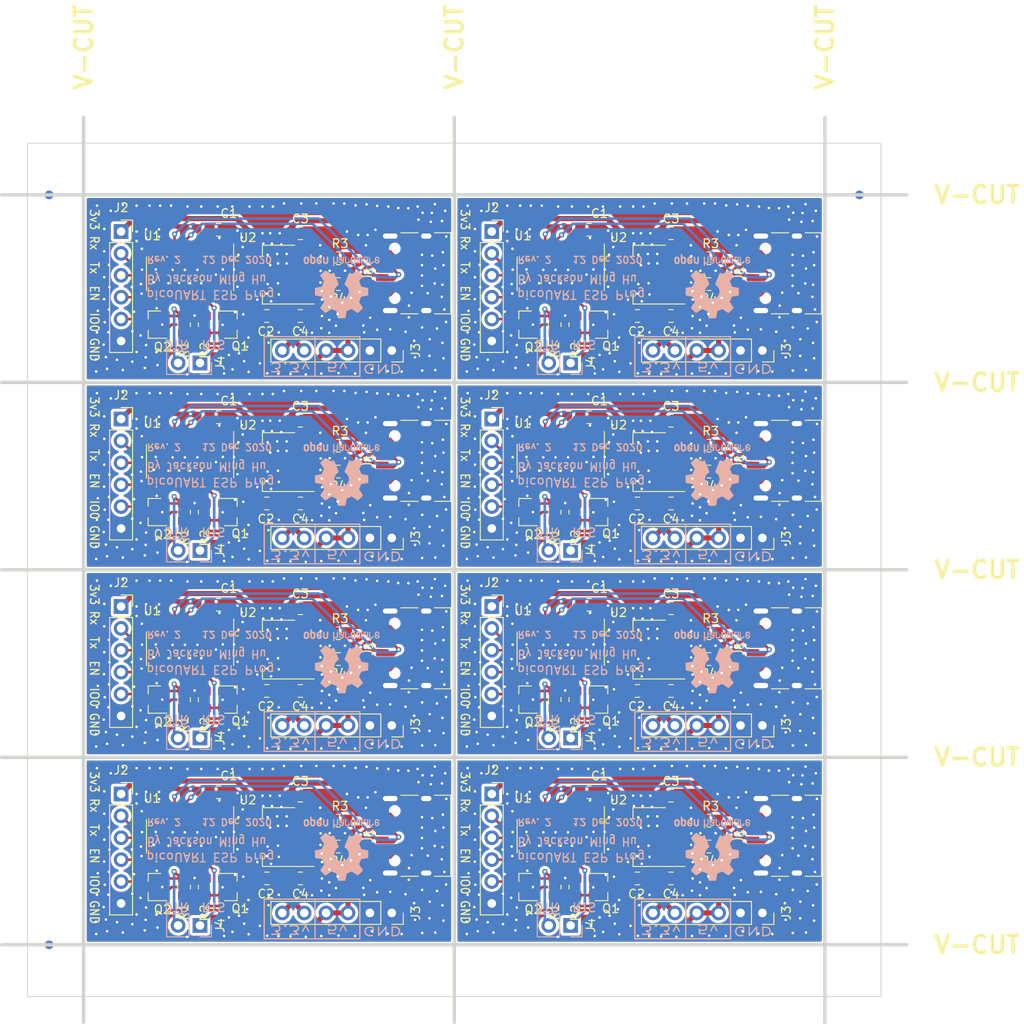
<source format=kicad_pcb>
(kicad_pcb (version 20171130) (host pcbnew 5.1.7-a382d34a8~88~ubuntu20.04.1)
  (layers (0 F.Cu signal) (1 In1.Cu signal) (2 In2.Cu signal) (31 B.Cu signal) (34 B.Paste user) (35 F.Paste user) (36 B.SilkS user) (37 F.SilkS user) (38 B.Mask user) (39 F.Mask user) (44 Edge.Cuts user))
  (net 0 "")
  (net 1 Board_1-+3V3)
  (net 2 Board_1-+5V)
  (net 3 Board_1-DN)
  (net 4 Board_1-DP)
  (net 5 Board_1-DTR)
  (net 6 Board_1-EN)
  (net 7 Board_1-GND)
  (net 8 Board_1-IO0)
  (net 9 "Board_1-Net-(C1-Pad2)")
  (net 10 "Board_1-Net-(J1-PadA5)")
  (net 11 "Board_1-Net-(J1-PadB5)")
  (net 12 "Board_1-Net-(Q1-Pad1)")
  (net 13 "Board_1-Net-(Q2-Pad1)")
  (net 14 Board_1-RTS)
  (net 15 Board_1-RxD)
  (net 16 Board_1-TxD)
  (net 17 Board_2-+3V3)
  (net 18 Board_2-+5V)
  (net 19 Board_2-DN)
  (net 20 Board_2-DP)
  (net 21 Board_2-DTR)
  (net 22 Board_2-EN)
  (net 23 Board_2-GND)
  (net 24 Board_2-IO0)
  (net 25 "Board_2-Net-(C1-Pad2)")
  (net 26 "Board_2-Net-(J1-PadA5)")
  (net 27 "Board_2-Net-(J1-PadB5)")
  (net 28 "Board_2-Net-(Q1-Pad1)")
  (net 29 "Board_2-Net-(Q2-Pad1)")
  (net 30 Board_2-RTS)
  (net 31 Board_2-RxD)
  (net 32 Board_2-TxD)
  (net 33 Board_3-+3V3)
  (net 34 Board_3-+5V)
  (net 35 Board_3-DN)
  (net 36 Board_3-DP)
  (net 37 Board_3-DTR)
  (net 38 Board_3-EN)
  (net 39 Board_3-GND)
  (net 40 Board_3-IO0)
  (net 41 "Board_3-Net-(C1-Pad2)")
  (net 42 "Board_3-Net-(J1-PadA5)")
  (net 43 "Board_3-Net-(J1-PadB5)")
  (net 44 "Board_3-Net-(Q1-Pad1)")
  (net 45 "Board_3-Net-(Q2-Pad1)")
  (net 46 Board_3-RTS)
  (net 47 Board_3-RxD)
  (net 48 Board_3-TxD)
  (net 49 Board_4-+3V3)
  (net 50 Board_4-+5V)
  (net 51 Board_4-DN)
  (net 52 Board_4-DP)
  (net 53 Board_4-DTR)
  (net 54 Board_4-EN)
  (net 55 Board_4-GND)
  (net 56 Board_4-IO0)
  (net 57 "Board_4-Net-(C1-Pad2)")
  (net 58 "Board_4-Net-(J1-PadA5)")
  (net 59 "Board_4-Net-(J1-PadB5)")
  (net 60 "Board_4-Net-(Q1-Pad1)")
  (net 61 "Board_4-Net-(Q2-Pad1)")
  (net 62 Board_4-RTS)
  (net 63 Board_4-RxD)
  (net 64 Board_4-TxD)
  (net 65 Board_5-+3V3)
  (net 66 Board_5-+5V)
  (net 67 Board_5-DN)
  (net 68 Board_5-DP)
  (net 69 Board_5-DTR)
  (net 70 Board_5-EN)
  (net 71 Board_5-GND)
  (net 72 Board_5-IO0)
  (net 73 "Board_5-Net-(C1-Pad2)")
  (net 74 "Board_5-Net-(J1-PadA5)")
  (net 75 "Board_5-Net-(J1-PadB5)")
  (net 76 "Board_5-Net-(Q1-Pad1)")
  (net 77 "Board_5-Net-(Q2-Pad1)")
  (net 78 Board_5-RTS)
  (net 79 Board_5-RxD)
  (net 80 Board_5-TxD)
  (net 81 Board_6-+3V3)
  (net 82 Board_6-+5V)
  (net 83 Board_6-DN)
  (net 84 Board_6-DP)
  (net 85 Board_6-DTR)
  (net 86 Board_6-EN)
  (net 87 Board_6-GND)
  (net 88 Board_6-IO0)
  (net 89 "Board_6-Net-(C1-Pad2)")
  (net 90 "Board_6-Net-(J1-PadA5)")
  (net 91 "Board_6-Net-(J1-PadB5)")
  (net 92 "Board_6-Net-(Q1-Pad1)")
  (net 93 "Board_6-Net-(Q2-Pad1)")
  (net 94 Board_6-RTS)
  (net 95 Board_6-RxD)
  (net 96 Board_6-TxD)
  (net 97 Board_7-+3V3)
  (net 98 Board_7-+5V)
  (net 99 Board_7-DN)
  (net 100 Board_7-DP)
  (net 101 Board_7-DTR)
  (net 102 Board_7-EN)
  (net 103 Board_7-GND)
  (net 104 Board_7-IO0)
  (net 105 "Board_7-Net-(C1-Pad2)")
  (net 106 "Board_7-Net-(J1-PadA5)")
  (net 107 "Board_7-Net-(J1-PadB5)")
  (net 108 "Board_7-Net-(Q1-Pad1)")
  (net 109 "Board_7-Net-(Q2-Pad1)")
  (net 110 Board_7-RTS)
  (net 111 Board_7-RxD)
  (net 112 Board_7-TxD)
  (net 113 Board_8-+3V3)
  (net 114 Board_8-+5V)
  (net 115 Board_8-DN)
  (net 116 Board_8-DP)
  (net 117 Board_8-DTR)
  (net 118 Board_8-EN)
  (net 119 Board_8-GND)
  (net 120 Board_8-IO0)
  (net 121 "Board_8-Net-(C1-Pad2)")
  (net 122 "Board_8-Net-(J1-PadA5)")
  (net 123 "Board_8-Net-(J1-PadB5)")
  (net 124 "Board_8-Net-(Q1-Pad1)")
  (net 125 "Board_8-Net-(Q2-Pad1)")
  (net 126 Board_8-RTS)
  (net 127 Board_8-RxD)
  (net 128 Board_8-TxD)
  (module NPTH (layer F.Cu) (at 46.000012 140.000024)
    (fp_text reference REF** hide)
    (fp_text value NPTH hide)
    (pad "" np_thru_hole circle (at 0 0) (size 1.5 1.5) (drill 1.5) (layers *.Cu *.Mask))
  )
  (module NPTH (layer F.Cu) (at 140.000012 47.000024)
    (fp_text reference REF** hide)
    (fp_text value NPTH hide)
    (pad "" np_thru_hole circle (at 0 0) (size 1.5 1.5) (drill 1.5) (layers *.Cu *.Mask))
  )
  (module NPTH (layer F.Cu) (at 46.000012 47.000024)
    (fp_text reference REF** hide)
    (fp_text value NPTH hide)
    (pad "" np_thru_hole circle (at 0 0) (size 1.5 1.5) (drill 1.5) (layers *.Cu *.Mask))
  )
  (module Fiducial (layer B.Cu) (at 46.000012 137.000024)
    (fp_text reference REF** hide)
    (fp_text value Fiducial hide)
    (pad "" smd circle (at 0 0) (size 1 1) (layers B.Cu B.Mask) (clearance 0.5))
  )
  (module Fiducial (layer F.Cu) (at 46.000012 137.000024)
    (fp_text reference REF** hide)
    (fp_text value Fiducial hide)
    (pad "" smd circle (at 0 0) (size 1 1) (layers F.Cu F.Mask) (clearance 0.5))
  )
  (module Fiducial (layer B.Cu) (at 140.000012 50.000024)
    (fp_text reference REF** hide)
    (fp_text value Fiducial hide)
    (pad "" smd circle (at 0 0) (size 1 1) (layers B.Cu B.Mask) (clearance 0.5))
  )
  (module Fiducial (layer F.Cu) (at 140.000012 50.000024)
    (fp_text reference REF** hide)
    (fp_text value Fiducial hide)
    (pad "" smd circle (at 0 0) (size 1 1) (layers F.Cu F.Mask) (clearance 0.5))
  )
  (module Fiducial (layer B.Cu) (at 46.000012 50.000024)
    (fp_text reference REF** hide)
    (fp_text value Fiducial hide)
    (pad "" smd circle (at 0 0) (size 1 1) (layers B.Cu B.Mask) (clearance 0.5))
  )
  (module Fiducial (layer F.Cu) (at 46.000012 50.000024)
    (fp_text reference REF** hide)
    (fp_text value Fiducial hide)
    (pad "" smd circle (at 0 0) (size 1 1) (layers F.Cu F.Mask) (clearance 0.5))
  )
  (module Capacitor_SMD:C_0805_2012Metric_Pad1.18x1.45mm_HandSolder (layer F.Cu) (at 108.650013 119.300037 180)
    (fp_text reference C1 (at -1.2 1.9) (layer F.SilkS))
    (fp_text value 0.1uF)
    (pad 1 smd roundrect (at -1.0375 0 180) (size 1.175 1.45) (layers F.Cu F.Paste F.Mask) (roundrect_rratio 0.2127659574468085) (net 119 Board_8-GND))
    (pad 2 smd roundrect (at 1.0375 0 180) (size 1.175 1.45) (layers F.Cu F.Paste F.Mask) (roundrect_rratio 0.2127659574468085) (net 121 "Board_8-Net-(C1-Pad2)"))
  )
  (module Capacitor_SMD:C_0805_2012Metric_Pad1.18x1.45mm_HandSolder (layer F.Cu) (at 114.250013 129.300037)
    (fp_text reference C2 (at -0.1 1.8) (layer F.SilkS))
    (fp_text value 0.1uF)
    (pad 1 smd roundrect (at -1.0375 0) (size 1.175 1.45) (layers F.Cu F.Paste F.Mask) (roundrect_rratio 0.2127659574468085) (net 114 Board_8-+5V))
    (pad 2 smd roundrect (at 1.0375 0) (size 1.175 1.45) (layers F.Cu F.Paste F.Mask) (roundrect_rratio 0.2127659574468085) (net 119 Board_8-GND))
  )
  (module Capacitor_SMD:C_0805_2012Metric_Pad1.18x1.45mm_HandSolder (layer F.Cu) (at 118.150013 119.700037)
    (fp_text reference C3 (at 0 -1.68) (layer F.SilkS))
    (fp_text value 10uF)
    (pad 1 smd roundrect (at -1.0375 0) (size 1.175 1.45) (layers F.Cu F.Paste F.Mask) (roundrect_rratio 0.2127659574468085) (net 114 Board_8-+5V))
    (pad 2 smd roundrect (at 1.0375 0) (size 1.175 1.45) (layers F.Cu F.Paste F.Mask) (roundrect_rratio 0.2127659574468085) (net 119 Board_8-GND))
  )
  (module Capacitor_SMD:C_0805_2012Metric_Pad1.18x1.45mm_HandSolder (layer F.Cu) (at 118.150013 129.300037)
    (fp_text reference C4 (at 0 1.8) (layer F.SilkS))
    (fp_text value 10uF)
    (pad 1 smd roundrect (at -1.0375 0) (size 1.175 1.45) (layers F.Cu F.Paste F.Mask) (roundrect_rratio 0.2127659574468085) (net 113 Board_8-+3V3))
    (pad 2 smd roundrect (at 1.0375 0) (size 1.175 1.45) (layers F.Cu F.Paste F.Mask) (roundrect_rratio 0.2127659574468085) (net 119 Board_8-GND))
  )
  (module Connector_USB:USB_C_Receptacle_HRO_TYPE-C-31-M-12 (layer F.Cu) (at 131.700013 124.350037 90)
    (fp_text reference J1 (at 0 -5.645 90) (layer F.SilkS))
    (fp_text value USB_C_Receptacle_USB2.0)
    (pad S1 thru_hole oval (at 4.32 1.05 90) (size 1 1.6) (drill oval 0.6 1.2) (layers *.Cu *.Mask) (net 119 Board_8-GND))
    (pad "" np_thru_hole circle (at 2.89 -2.6 90) (size 0.65 0.65) (drill 0.65) (layers *.Cu *.Mask))
    (pad S1 thru_hole oval (at -4.32 1.05 90) (size 1 1.6) (drill oval 0.6 1.2) (layers *.Cu *.Mask) (net 119 Board_8-GND))
    (pad "" np_thru_hole circle (at -2.89 -2.6 90) (size 0.65 0.65) (drill 0.65) (layers *.Cu *.Mask))
    (pad S1 thru_hole oval (at -4.32 -3.13 90) (size 1 2.1) (drill oval 0.6 1.7) (layers *.Cu *.Mask) (net 119 Board_8-GND))
    (pad S1 thru_hole oval (at 4.32 -3.13 90) (size 1 2.1) (drill oval 0.6 1.7) (layers *.Cu *.Mask) (net 119 Board_8-GND))
    (pad A6 smd rect (at -0.25 -4.045 90) (size 0.3 1.45) (layers F.Cu F.Paste F.Mask) (net 116 Board_8-DP))
    (pad B5 smd rect (at 1.75 -4.045 90) (size 0.3 1.45) (layers F.Cu F.Paste F.Mask) (net 123 "Board_8-Net-(J1-PadB5)"))
    (pad A8 smd rect (at 1.25 -4.045 90) (size 0.3 1.45) (layers F.Cu F.Paste F.Mask))
    (pad B6 smd rect (at 0.75 -4.045 90) (size 0.3 1.45) (layers F.Cu F.Paste F.Mask) (net 116 Board_8-DP))
    (pad A7 smd rect (at 0.25 -4.045 90) (size 0.3 1.45) (layers F.Cu F.Paste F.Mask) (net 115 Board_8-DN))
    (pad B7 smd rect (at -0.75 -4.045 90) (size 0.3 1.45) (layers F.Cu F.Paste F.Mask) (net 115 Board_8-DN))
    (pad A5 smd rect (at -1.25 -4.045 90) (size 0.3 1.45) (layers F.Cu F.Paste F.Mask) (net 122 "Board_8-Net-(J1-PadA5)"))
    (pad B8 smd rect (at -1.75 -4.045 90) (size 0.3 1.45) (layers F.Cu F.Paste F.Mask))
    (pad A12 smd rect (at 3.25 -4.045 90) (size 0.6 1.45) (layers F.Cu F.Paste F.Mask) (net 119 Board_8-GND))
    (pad B4 smd rect (at 2.45 -4.045 90) (size 0.6 1.45) (layers F.Cu F.Paste F.Mask) (net 114 Board_8-+5V))
    (pad A4 smd rect (at -2.45 -4.045 90) (size 0.6 1.45) (layers F.Cu F.Paste F.Mask) (net 114 Board_8-+5V))
    (pad A1 smd rect (at -3.25 -4.045 90) (size 0.6 1.45) (layers F.Cu F.Paste F.Mask) (net 119 Board_8-GND))
    (pad B12 smd rect (at -3.25 -4.045 90) (size 0.6 1.45) (layers F.Cu F.Paste F.Mask) (net 119 Board_8-GND))
    (pad B9 smd rect (at -2.45 -4.045 90) (size 0.6 1.45) (layers F.Cu F.Paste F.Mask) (net 114 Board_8-+5V))
    (pad A9 smd rect (at 2.45 -4.045 90) (size 0.6 1.45) (layers F.Cu F.Paste F.Mask) (net 114 Board_8-+5V))
    (pad B1 smd rect (at 3.25 -4.045 90) (size 0.6 1.45) (layers F.Cu F.Paste F.Mask) (net 119 Board_8-GND))
  )
  (module Connector_PinSocket_2.54mm:PinSocket_1x06_P2.54mm_Vertical (layer F.Cu) (at 97.350013 119.500037)
    (fp_text reference J2 (at 0 -2.77) (layer F.SilkS))
    (fp_text value ESP_PROG)
    (pad 1 thru_hole rect (at 0 0) (size 1.7 1.7) (drill 1) (layers *.Cu *.Mask) (net 113 Board_8-+3V3))
    (pad 2 thru_hole oval (at 0 2.54) (size 1.7 1.7) (drill 1) (layers *.Cu *.Mask) (net 127 Board_8-RxD))
    (pad 3 thru_hole oval (at 0 5.08) (size 1.7 1.7) (drill 1) (layers *.Cu *.Mask) (net 128 Board_8-TxD))
    (pad 4 thru_hole oval (at 0 7.62) (size 1.7 1.7) (drill 1) (layers *.Cu *.Mask) (net 118 Board_8-EN))
    (pad 5 thru_hole oval (at 0 10.16) (size 1.7 1.7) (drill 1) (layers *.Cu *.Mask) (net 120 Board_8-IO0))
    (pad 6 thru_hole oval (at 0 12.7) (size 1.7 1.7) (drill 1) (layers *.Cu *.Mask) (net 119 Board_8-GND))
  )
  (module Connector_PinSocket_2.54mm:PinSocket_1x06_P2.54mm_Vertical (layer F.Cu) (at 128.750013 133.300037 270)
    (fp_text reference J3 (at 0 -2.77 90) (layer F.SilkS))
    (fp_text value POWER)
    (pad 1 thru_hole rect (at 0 0 270) (size 1.7 1.7) (drill 1) (layers *.Cu *.Mask) (net 119 Board_8-GND))
    (pad 2 thru_hole oval (at 0 2.54 270) (size 1.7 1.7) (drill 1) (layers *.Cu *.Mask) (net 119 Board_8-GND))
    (pad 3 thru_hole oval (at 0 5.08 270) (size 1.7 1.7) (drill 1) (layers *.Cu *.Mask) (net 114 Board_8-+5V))
    (pad 4 thru_hole oval (at 0 7.62 270) (size 1.7 1.7) (drill 1) (layers *.Cu *.Mask) (net 114 Board_8-+5V))
    (pad 5 thru_hole oval (at 0 10.16 270) (size 1.7 1.7) (drill 1) (layers *.Cu *.Mask) (net 113 Board_8-+3V3))
    (pad 6 thru_hole oval (at 0 12.7 270) (size 1.7 1.7) (drill 1) (layers *.Cu *.Mask) (net 113 Board_8-+3V3))
  )
  (module Resistor_SMD:R_0805_2012Metric_Pad1.20x1.40mm_HandSolder (layer F.Cu) (at 104.650013 130.300037 90)
    (fp_text reference R1 (at -2.9 0 90) (layer F.SilkS))
    (fp_text value 10k)
    (pad 1 smd roundrect (at -1 0 90) (size 1.2 1.4) (layers F.Cu F.Paste F.Mask) (roundrect_rratio 0.2083325) (net 124 "Board_8-Net-(Q1-Pad1)"))
    (pad 2 smd roundrect (at 1 0 90) (size 1.2 1.4) (layers F.Cu F.Paste F.Mask) (roundrect_rratio 0.2083325) (net 117 Board_8-DTR))
  )
  (module Resistor_SMD:R_0805_2012Metric_Pad1.20x1.40mm_HandSolder (layer F.Cu) (at 107.050013 130.300037 270)
    (fp_text reference R2 (at 3 0 90) (layer F.SilkS))
    (fp_text value 10k)
    (pad 1 smd roundrect (at -1 0 270) (size 1.2 1.4) (layers F.Cu F.Paste F.Mask) (roundrect_rratio 0.2083325) (net 125 "Board_8-Net-(Q2-Pad1)"))
    (pad 2 smd roundrect (at 1 0 270) (size 1.2 1.4) (layers F.Cu F.Paste F.Mask) (roundrect_rratio 0.2083325) (net 126 Board_8-RTS))
  )
  (module Resistor_SMD:R_0805_2012Metric_Pad1.20x1.40mm_HandSolder (layer F.Cu) (at 122.550013 122.600037 180)
    (fp_text reference R3 (at -0.2 1.7) (layer F.SilkS))
    (fp_text value 5.11k)
    (pad 1 smd roundrect (at -1 0 180) (size 1.2 1.4) (layers F.Cu F.Paste F.Mask) (roundrect_rratio 0.2083325) (net 123 "Board_8-Net-(J1-PadB5)"))
    (pad 2 smd roundrect (at 1 0 180) (size 1.2 1.4) (layers F.Cu F.Paste F.Mask) (roundrect_rratio 0.2083325) (net 119 Board_8-GND))
  )
  (module Resistor_SMD:R_0805_2012Metric_Pad1.20x1.40mm_HandSolder (layer F.Cu) (at 122.550013 125.600037 180)
    (fp_text reference R4 (at 0 -1.65) (layer F.SilkS))
    (fp_text value 5.11k)
    (pad 1 smd roundrect (at -1 0 180) (size 1.2 1.4) (layers F.Cu F.Paste F.Mask) (roundrect_rratio 0.2083325) (net 122 "Board_8-Net-(J1-PadA5)"))
    (pad 2 smd roundrect (at 1 0 180) (size 1.2 1.4) (layers F.Cu F.Paste F.Mask) (roundrect_rratio 0.2083325) (net 119 Board_8-GND))
  )
  (module Package_TO_SOT_SMD:SOT-223-3_TabPin2 (layer F.Cu) (at 115.650013 124.500037 180)
    (fp_text reference U2 (at 3.6 4.3) (layer F.SilkS))
    (fp_text value AP1117-33)
    (pad 2 smd rect (at 3.15 0 180) (size 2 3.8) (layers F.Cu F.Paste F.Mask) (net 113 Board_8-+3V3))
    (pad 2 smd rect (at -3.15 0 180) (size 2 1.5) (layers F.Cu F.Paste F.Mask) (net 113 Board_8-+3V3))
    (pad 3 smd rect (at -3.15 2.3 180) (size 2 1.5) (layers F.Cu F.Paste F.Mask) (net 114 Board_8-+5V))
    (pad 1 smd rect (at -3.15 -2.3 180) (size 2 1.5) (layers F.Cu F.Paste F.Mask) (net 119 Board_8-GND))
  )
  (module Package_TO_SOT_SMD:SOT-23 (layer F.Cu) (at 110.050013 130.300037)
    (fp_text reference Q1 (at 1.1 2.5) (layer F.SilkS))
    (fp_text value S8050)
    (pad 1 smd rect (at -1 -0.95) (size 0.9 0.8) (layers F.Cu F.Paste F.Mask) (net 124 "Board_8-Net-(Q1-Pad1)"))
    (pad 2 smd rect (at -1 0.95) (size 0.9 0.8) (layers F.Cu F.Paste F.Mask) (net 126 Board_8-RTS))
    (pad 3 smd rect (at 1 0) (size 0.9 0.8) (layers F.Cu F.Paste F.Mask) (net 118 Board_8-EN))
  )
  (module Package_TO_SOT_SMD:SOT-23 (layer F.Cu) (at 101.250013 130.300037 180)
    (fp_text reference Q2 (at -0.9 -2.6) (layer F.SilkS))
    (fp_text value S8050)
    (pad 1 smd rect (at -1 -0.95 180) (size 0.9 0.8) (layers F.Cu F.Paste F.Mask) (net 125 "Board_8-Net-(Q2-Pad1)"))
    (pad 2 smd rect (at -1 0.95 180) (size 0.9 0.8) (layers F.Cu F.Paste F.Mask) (net 117 Board_8-DTR))
    (pad 3 smd rect (at 1 0 180) (size 0.9 0.8) (layers F.Cu F.Paste F.Mask) (net 120 Board_8-IO0))
  )
  (module Package_SO:SO-16_3.9x9.9mm_P1.27mm (layer F.Cu) (at 105.350013 124.400037 270)
    (fp_text reference U1 (at -4.4 4.4 180) (layer F.SilkS))
    (fp_text value CH340B)
    (pad 1 smd roundrect (at -2.575 -4.445 270) (size 1.75 0.6) (layers F.Cu F.Paste F.Mask) (net 119 Board_8-GND))
    (pad 2 smd roundrect (at -2.575 -3.175 270) (size 1.75 0.6) (layers F.Cu F.Paste F.Mask) (net 128 Board_8-TxD))
    (pad 3 smd roundrect (at -2.575 -1.905 270) (size 1.75 0.6) (layers F.Cu F.Paste F.Mask) (net 127 Board_8-RxD))
    (pad 4 smd roundrect (at -2.575 -0.635 270) (size 1.75 0.6) (layers F.Cu F.Paste F.Mask) (net 121 "Board_8-Net-(C1-Pad2)"))
    (pad 5 smd roundrect (at -2.575 0.635 270) (size 1.75 0.6) (layers F.Cu F.Paste F.Mask) (net 116 Board_8-DP))
    (pad 6 smd roundrect (at -2.575 1.905 270) (size 1.75 0.6) (layers F.Cu F.Paste F.Mask) (net 115 Board_8-DN))
    (pad 7 smd roundrect (at -2.575 3.175 270) (size 1.75 0.6) (layers F.Cu F.Paste F.Mask))
    (pad 8 smd roundrect (at -2.575 4.445 270) (size 1.75 0.6) (layers F.Cu F.Paste F.Mask))
    (pad 9 smd roundrect (at 2.575 4.445 270) (size 1.75 0.6) (layers F.Cu F.Paste F.Mask))
    (pad 10 smd roundrect (at 2.575 3.175 270) (size 1.75 0.6) (layers F.Cu F.Paste F.Mask))
    (pad 11 smd roundrect (at 2.575 1.905 270) (size 1.75 0.6) (layers F.Cu F.Paste F.Mask))
    (pad 12 smd roundrect (at 2.575 0.635 270) (size 1.75 0.6) (layers F.Cu F.Paste F.Mask))
    (pad 13 smd roundrect (at 2.575 -0.635 270) (size 1.75 0.6) (layers F.Cu F.Paste F.Mask) (net 117 Board_8-DTR))
    (pad 14 smd roundrect (at 2.575 -1.905 270) (size 1.75 0.6) (layers F.Cu F.Paste F.Mask) (net 126 Board_8-RTS))
    (pad 15 smd roundrect (at 2.575 -3.175 270) (size 1.75 0.6) (layers F.Cu F.Paste F.Mask))
    (pad 16 smd roundrect (at 2.575 -4.445 270) (size 1.75 0.6) (layers F.Cu F.Paste F.Mask) (net 114 Board_8-+5V))
  )
  (module Connector_PinHeader_2.54mm:PinHeader_1x02_P2.54mm_Vertical (layer B.Cu) (at 106.500013 134.750037 90)
    (fp_text reference J4 (at 0 2.33 270) (layer F.SilkS))
    (fp_text value DTR_RTS)
    (pad 2 thru_hole oval (at 0 -2.54 90) (size 1.7 1.7) (drill 1) (layers *.Cu *.Mask) (net 117 Board_8-DTR))
    (pad 1 thru_hole rect (at 0 0 90) (size 1.7 1.7) (drill 1) (layers *.Cu *.Mask) (net 126 Board_8-RTS))
  )
  (module Symbol:OSHW-Logo2_9.8x8mm_SilkScreen (layer B.Cu) (at 122.930013 125.850037)
    (fp_text reference REF** hide)
    (fp_text value OSHW-Logo2_9.8x8mm_SilkScreen hide)
  )
  (module Capacitor_SMD:C_0805_2012Metric_Pad1.18x1.45mm_HandSolder (layer F.Cu) (at 65.650001 119.300037 180)
    (fp_text reference C1 (at -1.2 1.9) (layer F.SilkS))
    (fp_text value 0.1uF)
    (pad 1 smd roundrect (at -1.0375 0 180) (size 1.175 1.45) (layers F.Cu F.Paste F.Mask) (roundrect_rratio 0.2127659574468085) (net 103 Board_7-GND))
    (pad 2 smd roundrect (at 1.0375 0 180) (size 1.175 1.45) (layers F.Cu F.Paste F.Mask) (roundrect_rratio 0.2127659574468085) (net 105 "Board_7-Net-(C1-Pad2)"))
  )
  (module Capacitor_SMD:C_0805_2012Metric_Pad1.18x1.45mm_HandSolder (layer F.Cu) (at 71.250001 129.300037)
    (fp_text reference C2 (at -0.1 1.8) (layer F.SilkS))
    (fp_text value 0.1uF)
    (pad 1 smd roundrect (at -1.0375 0) (size 1.175 1.45) (layers F.Cu F.Paste F.Mask) (roundrect_rratio 0.2127659574468085) (net 98 Board_7-+5V))
    (pad 2 smd roundrect (at 1.0375 0) (size 1.175 1.45) (layers F.Cu F.Paste F.Mask) (roundrect_rratio 0.2127659574468085) (net 103 Board_7-GND))
  )
  (module Capacitor_SMD:C_0805_2012Metric_Pad1.18x1.45mm_HandSolder (layer F.Cu) (at 75.150001 119.700037)
    (fp_text reference C3 (at 0 -1.68) (layer F.SilkS))
    (fp_text value 10uF)
    (pad 1 smd roundrect (at -1.0375 0) (size 1.175 1.45) (layers F.Cu F.Paste F.Mask) (roundrect_rratio 0.2127659574468085) (net 98 Board_7-+5V))
    (pad 2 smd roundrect (at 1.0375 0) (size 1.175 1.45) (layers F.Cu F.Paste F.Mask) (roundrect_rratio 0.2127659574468085) (net 103 Board_7-GND))
  )
  (module Capacitor_SMD:C_0805_2012Metric_Pad1.18x1.45mm_HandSolder (layer F.Cu) (at 75.150001 129.300037)
    (fp_text reference C4 (at 0 1.8) (layer F.SilkS))
    (fp_text value 10uF)
    (pad 1 smd roundrect (at -1.0375 0) (size 1.175 1.45) (layers F.Cu F.Paste F.Mask) (roundrect_rratio 0.2127659574468085) (net 97 Board_7-+3V3))
    (pad 2 smd roundrect (at 1.0375 0) (size 1.175 1.45) (layers F.Cu F.Paste F.Mask) (roundrect_rratio 0.2127659574468085) (net 103 Board_7-GND))
  )
  (module Connector_USB:USB_C_Receptacle_HRO_TYPE-C-31-M-12 (layer F.Cu) (at 88.700001 124.350037 90)
    (fp_text reference J1 (at 0 -5.645 90) (layer F.SilkS))
    (fp_text value USB_C_Receptacle_USB2.0)
    (pad S1 thru_hole oval (at 4.32 1.05 90) (size 1 1.6) (drill oval 0.6 1.2) (layers *.Cu *.Mask) (net 103 Board_7-GND))
    (pad "" np_thru_hole circle (at 2.89 -2.6 90) (size 0.65 0.65) (drill 0.65) (layers *.Cu *.Mask))
    (pad S1 thru_hole oval (at -4.32 1.05 90) (size 1 1.6) (drill oval 0.6 1.2) (layers *.Cu *.Mask) (net 103 Board_7-GND))
    (pad "" np_thru_hole circle (at -2.89 -2.6 90) (size 0.65 0.65) (drill 0.65) (layers *.Cu *.Mask))
    (pad S1 thru_hole oval (at -4.32 -3.13 90) (size 1 2.1) (drill oval 0.6 1.7) (layers *.Cu *.Mask) (net 103 Board_7-GND))
    (pad S1 thru_hole oval (at 4.32 -3.13 90) (size 1 2.1) (drill oval 0.6 1.7) (layers *.Cu *.Mask) (net 103 Board_7-GND))
    (pad A6 smd rect (at -0.25 -4.045 90) (size 0.3 1.45) (layers F.Cu F.Paste F.Mask) (net 100 Board_7-DP))
    (pad B5 smd rect (at 1.75 -4.045 90) (size 0.3 1.45) (layers F.Cu F.Paste F.Mask) (net 107 "Board_7-Net-(J1-PadB5)"))
    (pad A8 smd rect (at 1.25 -4.045 90) (size 0.3 1.45) (layers F.Cu F.Paste F.Mask))
    (pad B6 smd rect (at 0.75 -4.045 90) (size 0.3 1.45) (layers F.Cu F.Paste F.Mask) (net 100 Board_7-DP))
    (pad A7 smd rect (at 0.25 -4.045 90) (size 0.3 1.45) (layers F.Cu F.Paste F.Mask) (net 99 Board_7-DN))
    (pad B7 smd rect (at -0.75 -4.045 90) (size 0.3 1.45) (layers F.Cu F.Paste F.Mask) (net 99 Board_7-DN))
    (pad A5 smd rect (at -1.25 -4.045 90) (size 0.3 1.45) (layers F.Cu F.Paste F.Mask) (net 106 "Board_7-Net-(J1-PadA5)"))
    (pad B8 smd rect (at -1.75 -4.045 90) (size 0.3 1.45) (layers F.Cu F.Paste F.Mask))
    (pad A12 smd rect (at 3.25 -4.045 90) (size 0.6 1.45) (layers F.Cu F.Paste F.Mask) (net 103 Board_7-GND))
    (pad B4 smd rect (at 2.45 -4.045 90) (size 0.6 1.45) (layers F.Cu F.Paste F.Mask) (net 98 Board_7-+5V))
    (pad A4 smd rect (at -2.45 -4.045 90) (size 0.6 1.45) (layers F.Cu F.Paste F.Mask) (net 98 Board_7-+5V))
    (pad A1 smd rect (at -3.25 -4.045 90) (size 0.6 1.45) (layers F.Cu F.Paste F.Mask) (net 103 Board_7-GND))
    (pad B12 smd rect (at -3.25 -4.045 90) (size 0.6 1.45) (layers F.Cu F.Paste F.Mask) (net 103 Board_7-GND))
    (pad B9 smd rect (at -2.45 -4.045 90) (size 0.6 1.45) (layers F.Cu F.Paste F.Mask) (net 98 Board_7-+5V))
    (pad A9 smd rect (at 2.45 -4.045 90) (size 0.6 1.45) (layers F.Cu F.Paste F.Mask) (net 98 Board_7-+5V))
    (pad B1 smd rect (at 3.25 -4.045 90) (size 0.6 1.45) (layers F.Cu F.Paste F.Mask) (net 103 Board_7-GND))
  )
  (module Connector_PinSocket_2.54mm:PinSocket_1x06_P2.54mm_Vertical (layer F.Cu) (at 54.350001 119.500037)
    (fp_text reference J2 (at 0 -2.77) (layer F.SilkS))
    (fp_text value ESP_PROG)
    (pad 1 thru_hole rect (at 0 0) (size 1.7 1.7) (drill 1) (layers *.Cu *.Mask) (net 97 Board_7-+3V3))
    (pad 2 thru_hole oval (at 0 2.54) (size 1.7 1.7) (drill 1) (layers *.Cu *.Mask) (net 111 Board_7-RxD))
    (pad 3 thru_hole oval (at 0 5.08) (size 1.7 1.7) (drill 1) (layers *.Cu *.Mask) (net 112 Board_7-TxD))
    (pad 4 thru_hole oval (at 0 7.62) (size 1.7 1.7) (drill 1) (layers *.Cu *.Mask) (net 102 Board_7-EN))
    (pad 5 thru_hole oval (at 0 10.16) (size 1.7 1.7) (drill 1) (layers *.Cu *.Mask) (net 104 Board_7-IO0))
    (pad 6 thru_hole oval (at 0 12.7) (size 1.7 1.7) (drill 1) (layers *.Cu *.Mask) (net 103 Board_7-GND))
  )
  (module Connector_PinSocket_2.54mm:PinSocket_1x06_P2.54mm_Vertical (layer F.Cu) (at 85.750001 133.300037 270)
    (fp_text reference J3 (at 0 -2.77 90) (layer F.SilkS))
    (fp_text value POWER)
    (pad 1 thru_hole rect (at 0 0 270) (size 1.7 1.7) (drill 1) (layers *.Cu *.Mask) (net 103 Board_7-GND))
    (pad 2 thru_hole oval (at 0 2.54 270) (size 1.7 1.7) (drill 1) (layers *.Cu *.Mask) (net 103 Board_7-GND))
    (pad 3 thru_hole oval (at 0 5.08 270) (size 1.7 1.7) (drill 1) (layers *.Cu *.Mask) (net 98 Board_7-+5V))
    (pad 4 thru_hole oval (at 0 7.62 270) (size 1.7 1.7) (drill 1) (layers *.Cu *.Mask) (net 98 Board_7-+5V))
    (pad 5 thru_hole oval (at 0 10.16 270) (size 1.7 1.7) (drill 1) (layers *.Cu *.Mask) (net 97 Board_7-+3V3))
    (pad 6 thru_hole oval (at 0 12.7 270) (size 1.7 1.7) (drill 1) (layers *.Cu *.Mask) (net 97 Board_7-+3V3))
  )
  (module Resistor_SMD:R_0805_2012Metric_Pad1.20x1.40mm_HandSolder (layer F.Cu) (at 61.650001 130.300037 90)
    (fp_text reference R1 (at -2.9 0 90) (layer F.SilkS))
    (fp_text value 10k)
    (pad 1 smd roundrect (at -1 0 90) (size 1.2 1.4) (layers F.Cu F.Paste F.Mask) (roundrect_rratio 0.2083325) (net 108 "Board_7-Net-(Q1-Pad1)"))
    (pad 2 smd roundrect (at 1 0 90) (size 1.2 1.4) (layers F.Cu F.Paste F.Mask) (roundrect_rratio 0.2083325) (net 101 Board_7-DTR))
  )
  (module Resistor_SMD:R_0805_2012Metric_Pad1.20x1.40mm_HandSolder (layer F.Cu) (at 64.050001 130.300037 270)
    (fp_text reference R2 (at 3 0 90) (layer F.SilkS))
    (fp_text value 10k)
    (pad 1 smd roundrect (at -1 0 270) (size 1.2 1.4) (layers F.Cu F.Paste F.Mask) (roundrect_rratio 0.2083325) (net 109 "Board_7-Net-(Q2-Pad1)"))
    (pad 2 smd roundrect (at 1 0 270) (size 1.2 1.4) (layers F.Cu F.Paste F.Mask) (roundrect_rratio 0.2083325) (net 110 Board_7-RTS))
  )
  (module Resistor_SMD:R_0805_2012Metric_Pad1.20x1.40mm_HandSolder (layer F.Cu) (at 79.550001 122.600037 180)
    (fp_text reference R3 (at -0.2 1.7) (layer F.SilkS))
    (fp_text value 5.11k)
    (pad 1 smd roundrect (at -1 0 180) (size 1.2 1.4) (layers F.Cu F.Paste F.Mask) (roundrect_rratio 0.2083325) (net 107 "Board_7-Net-(J1-PadB5)"))
    (pad 2 smd roundrect (at 1 0 180) (size 1.2 1.4) (layers F.Cu F.Paste F.Mask) (roundrect_rratio 0.2083325) (net 103 Board_7-GND))
  )
  (module Resistor_SMD:R_0805_2012Metric_Pad1.20x1.40mm_HandSolder (layer F.Cu) (at 79.550001 125.600037 180)
    (fp_text reference R4 (at 0 -1.65) (layer F.SilkS))
    (fp_text value 5.11k)
    (pad 1 smd roundrect (at -1 0 180) (size 1.2 1.4) (layers F.Cu F.Paste F.Mask) (roundrect_rratio 0.2083325) (net 106 "Board_7-Net-(J1-PadA5)"))
    (pad 2 smd roundrect (at 1 0 180) (size 1.2 1.4) (layers F.Cu F.Paste F.Mask) (roundrect_rratio 0.2083325) (net 103 Board_7-GND))
  )
  (module Package_TO_SOT_SMD:SOT-223-3_TabPin2 (layer F.Cu) (at 72.650001 124.500037 180)
    (fp_text reference U2 (at 3.6 4.3) (layer F.SilkS))
    (fp_text value AP1117-33)
    (pad 2 smd rect (at 3.15 0 180) (size 2 3.8) (layers F.Cu F.Paste F.Mask) (net 97 Board_7-+3V3))
    (pad 2 smd rect (at -3.15 0 180) (size 2 1.5) (layers F.Cu F.Paste F.Mask) (net 97 Board_7-+3V3))
    (pad 3 smd rect (at -3.15 2.3 180) (size 2 1.5) (layers F.Cu F.Paste F.Mask) (net 98 Board_7-+5V))
    (pad 1 smd rect (at -3.15 -2.3 180) (size 2 1.5) (layers F.Cu F.Paste F.Mask) (net 103 Board_7-GND))
  )
  (module Package_TO_SOT_SMD:SOT-23 (layer F.Cu) (at 67.050001 130.300037)
    (fp_text reference Q1 (at 1.1 2.5) (layer F.SilkS))
    (fp_text value S8050)
    (pad 1 smd rect (at -1 -0.95) (size 0.9 0.8) (layers F.Cu F.Paste F.Mask) (net 108 "Board_7-Net-(Q1-Pad1)"))
    (pad 2 smd rect (at -1 0.95) (size 0.9 0.8) (layers F.Cu F.Paste F.Mask) (net 110 Board_7-RTS))
    (pad 3 smd rect (at 1 0) (size 0.9 0.8) (layers F.Cu F.Paste F.Mask) (net 102 Board_7-EN))
  )
  (module Package_TO_SOT_SMD:SOT-23 (layer F.Cu) (at 58.250001 130.300037 180)
    (fp_text reference Q2 (at -0.9 -2.6) (layer F.SilkS))
    (fp_text value S8050)
    (pad 1 smd rect (at -1 -0.95 180) (size 0.9 0.8) (layers F.Cu F.Paste F.Mask) (net 109 "Board_7-Net-(Q2-Pad1)"))
    (pad 2 smd rect (at -1 0.95 180) (size 0.9 0.8) (layers F.Cu F.Paste F.Mask) (net 101 Board_7-DTR))
    (pad 3 smd rect (at 1 0 180) (size 0.9 0.8) (layers F.Cu F.Paste F.Mask) (net 104 Board_7-IO0))
  )
  (module Package_SO:SO-16_3.9x9.9mm_P1.27mm (layer F.Cu) (at 62.350001 124.400037 270)
    (fp_text reference U1 (at -4.4 4.4 180) (layer F.SilkS))
    (fp_text value CH340B)
    (pad 1 smd roundrect (at -2.575 -4.445 270) (size 1.75 0.6) (layers F.Cu F.Paste F.Mask) (net 103 Board_7-GND))
    (pad 2 smd roundrect (at -2.575 -3.175 270) (size 1.75 0.6) (layers F.Cu F.Paste F.Mask) (net 112 Board_7-TxD))
    (pad 3 smd roundrect (at -2.575 -1.905 270) (size 1.75 0.6) (layers F.Cu F.Paste F.Mask) (net 111 Board_7-RxD))
    (pad 4 smd roundrect (at -2.575 -0.635 270) (size 1.75 0.6) (layers F.Cu F.Paste F.Mask) (net 105 "Board_7-Net-(C1-Pad2)"))
    (pad 5 smd roundrect (at -2.575 0.635 270) (size 1.75 0.6) (layers F.Cu F.Paste F.Mask) (net 100 Board_7-DP))
    (pad 6 smd roundrect (at -2.575 1.905 270) (size 1.75 0.6) (layers F.Cu F.Paste F.Mask) (net 99 Board_7-DN))
    (pad 7 smd roundrect (at -2.575 3.175 270) (size 1.75 0.6) (layers F.Cu F.Paste F.Mask))
    (pad 8 smd roundrect (at -2.575 4.445 270) (size 1.75 0.6) (layers F.Cu F.Paste F.Mask))
    (pad 9 smd roundrect (at 2.575 4.445 270) (size 1.75 0.6) (layers F.Cu F.Paste F.Mask))
    (pad 10 smd roundrect (at 2.575 3.175 270) (size 1.75 0.6) (layers F.Cu F.Paste F.Mask))
    (pad 11 smd roundrect (at 2.575 1.905 270) (size 1.75 0.6) (layers F.Cu F.Paste F.Mask))
    (pad 12 smd roundrect (at 2.575 0.635 270) (size 1.75 0.6) (layers F.Cu F.Paste F.Mask))
    (pad 13 smd roundrect (at 2.575 -0.635 270) (size 1.75 0.6) (layers F.Cu F.Paste F.Mask) (net 101 Board_7-DTR))
    (pad 14 smd roundrect (at 2.575 -1.905 270) (size 1.75 0.6) (layers F.Cu F.Paste F.Mask) (net 110 Board_7-RTS))
    (pad 15 smd roundrect (at 2.575 -3.175 270) (size 1.75 0.6) (layers F.Cu F.Paste F.Mask))
    (pad 16 smd roundrect (at 2.575 -4.445 270) (size 1.75 0.6) (layers F.Cu F.Paste F.Mask) (net 98 Board_7-+5V))
  )
  (module Connector_PinHeader_2.54mm:PinHeader_1x02_P2.54mm_Vertical (layer B.Cu) (at 63.500001 134.750037 90)
    (fp_text reference J4 (at 0 2.33 270) (layer F.SilkS))
    (fp_text value DTR_RTS)
    (pad 2 thru_hole oval (at 0 -2.54 90) (size 1.7 1.7) (drill 1) (layers *.Cu *.Mask) (net 101 Board_7-DTR))
    (pad 1 thru_hole rect (at 0 0 90) (size 1.7 1.7) (drill 1) (layers *.Cu *.Mask) (net 110 Board_7-RTS))
  )
  (module Symbol:OSHW-Logo2_9.8x8mm_SilkScreen (layer B.Cu) (at 79.930001 125.850037)
    (fp_text reference REF** hide)
    (fp_text value OSHW-Logo2_9.8x8mm_SilkScreen hide)
  )
  (module Capacitor_SMD:C_0805_2012Metric_Pad1.18x1.45mm_HandSolder (layer F.Cu) (at 108.650013 97.550025 180)
    (fp_text reference C1 (at -1.2 1.9) (layer F.SilkS))
    (fp_text value 0.1uF)
    (pad 1 smd roundrect (at -1.0375 0 180) (size 1.175 1.45) (layers F.Cu F.Paste F.Mask) (roundrect_rratio 0.2127659574468085) (net 87 Board_6-GND))
    (pad 2 smd roundrect (at 1.0375 0 180) (size 1.175 1.45) (layers F.Cu F.Paste F.Mask) (roundrect_rratio 0.2127659574468085) (net 89 "Board_6-Net-(C1-Pad2)"))
  )
  (module Capacitor_SMD:C_0805_2012Metric_Pad1.18x1.45mm_HandSolder (layer F.Cu) (at 114.250013 107.550025)
    (fp_text reference C2 (at -0.1 1.8) (layer F.SilkS))
    (fp_text value 0.1uF)
    (pad 1 smd roundrect (at -1.0375 0) (size 1.175 1.45) (layers F.Cu F.Paste F.Mask) (roundrect_rratio 0.2127659574468085) (net 82 Board_6-+5V))
    (pad 2 smd roundrect (at 1.0375 0) (size 1.175 1.45) (layers F.Cu F.Paste F.Mask) (roundrect_rratio 0.2127659574468085) (net 87 Board_6-GND))
  )
  (module Capacitor_SMD:C_0805_2012Metric_Pad1.18x1.45mm_HandSolder (layer F.Cu) (at 118.150013 97.950025)
    (fp_text reference C3 (at 0 -1.68) (layer F.SilkS))
    (fp_text value 10uF)
    (pad 1 smd roundrect (at -1.0375 0) (size 1.175 1.45) (layers F.Cu F.Paste F.Mask) (roundrect_rratio 0.2127659574468085) (net 82 Board_6-+5V))
    (pad 2 smd roundrect (at 1.0375 0) (size 1.175 1.45) (layers F.Cu F.Paste F.Mask) (roundrect_rratio 0.2127659574468085) (net 87 Board_6-GND))
  )
  (module Capacitor_SMD:C_0805_2012Metric_Pad1.18x1.45mm_HandSolder (layer F.Cu) (at 118.150013 107.550025)
    (fp_text reference C4 (at 0 1.8) (layer F.SilkS))
    (fp_text value 10uF)
    (pad 1 smd roundrect (at -1.0375 0) (size 1.175 1.45) (layers F.Cu F.Paste F.Mask) (roundrect_rratio 0.2127659574468085) (net 81 Board_6-+3V3))
    (pad 2 smd roundrect (at 1.0375 0) (size 1.175 1.45) (layers F.Cu F.Paste F.Mask) (roundrect_rratio 0.2127659574468085) (net 87 Board_6-GND))
  )
  (module Connector_USB:USB_C_Receptacle_HRO_TYPE-C-31-M-12 (layer F.Cu) (at 131.700013 102.600025 90)
    (fp_text reference J1 (at 0 -5.645 90) (layer F.SilkS))
    (fp_text value USB_C_Receptacle_USB2.0)
    (pad S1 thru_hole oval (at 4.32 1.05 90) (size 1 1.6) (drill oval 0.6 1.2) (layers *.Cu *.Mask) (net 87 Board_6-GND))
    (pad "" np_thru_hole circle (at 2.89 -2.6 90) (size 0.65 0.65) (drill 0.65) (layers *.Cu *.Mask))
    (pad S1 thru_hole oval (at -4.32 1.05 90) (size 1 1.6) (drill oval 0.6 1.2) (layers *.Cu *.Mask) (net 87 Board_6-GND))
    (pad "" np_thru_hole circle (at -2.89 -2.6 90) (size 0.65 0.65) (drill 0.65) (layers *.Cu *.Mask))
    (pad S1 thru_hole oval (at -4.32 -3.13 90) (size 1 2.1) (drill oval 0.6 1.7) (layers *.Cu *.Mask) (net 87 Board_6-GND))
    (pad S1 thru_hole oval (at 4.32 -3.13 90) (size 1 2.1) (drill oval 0.6 1.7) (layers *.Cu *.Mask) (net 87 Board_6-GND))
    (pad A6 smd rect (at -0.25 -4.045 90) (size 0.3 1.45) (layers F.Cu F.Paste F.Mask) (net 84 Board_6-DP))
    (pad B5 smd rect (at 1.75 -4.045 90) (size 0.3 1.45) (layers F.Cu F.Paste F.Mask) (net 91 "Board_6-Net-(J1-PadB5)"))
    (pad A8 smd rect (at 1.25 -4.045 90) (size 0.3 1.45) (layers F.Cu F.Paste F.Mask))
    (pad B6 smd rect (at 0.75 -4.045 90) (size 0.3 1.45) (layers F.Cu F.Paste F.Mask) (net 84 Board_6-DP))
    (pad A7 smd rect (at 0.25 -4.045 90) (size 0.3 1.45) (layers F.Cu F.Paste F.Mask) (net 83 Board_6-DN))
    (pad B7 smd rect (at -0.75 -4.045 90) (size 0.3 1.45) (layers F.Cu F.Paste F.Mask) (net 83 Board_6-DN))
    (pad A5 smd rect (at -1.25 -4.045 90) (size 0.3 1.45) (layers F.Cu F.Paste F.Mask) (net 90 "Board_6-Net-(J1-PadA5)"))
    (pad B8 smd rect (at -1.75 -4.045 90) (size 0.3 1.45) (layers F.Cu F.Paste F.Mask))
    (pad A12 smd rect (at 3.25 -4.045 90) (size 0.6 1.45) (layers F.Cu F.Paste F.Mask) (net 87 Board_6-GND))
    (pad B4 smd rect (at 2.45 -4.045 90) (size 0.6 1.45) (layers F.Cu F.Paste F.Mask) (net 82 Board_6-+5V))
    (pad A4 smd rect (at -2.45 -4.045 90) (size 0.6 1.45) (layers F.Cu F.Paste F.Mask) (net 82 Board_6-+5V))
    (pad A1 smd rect (at -3.25 -4.045 90) (size 0.6 1.45) (layers F.Cu F.Paste F.Mask) (net 87 Board_6-GND))
    (pad B12 smd rect (at -3.25 -4.045 90) (size 0.6 1.45) (layers F.Cu F.Paste F.Mask) (net 87 Board_6-GND))
    (pad B9 smd rect (at -2.45 -4.045 90) (size 0.6 1.45) (layers F.Cu F.Paste F.Mask) (net 82 Board_6-+5V))
    (pad A9 smd rect (at 2.45 -4.045 90) (size 0.6 1.45) (layers F.Cu F.Paste F.Mask) (net 82 Board_6-+5V))
    (pad B1 smd rect (at 3.25 -4.045 90) (size 0.6 1.45) (layers F.Cu F.Paste F.Mask) (net 87 Board_6-GND))
  )
  (module Connector_PinSocket_2.54mm:PinSocket_1x06_P2.54mm_Vertical (layer F.Cu) (at 97.350013 97.750025)
    (fp_text reference J2 (at 0 -2.77) (layer F.SilkS))
    (fp_text value ESP_PROG)
    (pad 1 thru_hole rect (at 0 0) (size 1.7 1.7) (drill 1) (layers *.Cu *.Mask) (net 81 Board_6-+3V3))
    (pad 2 thru_hole oval (at 0 2.54) (size 1.7 1.7) (drill 1) (layers *.Cu *.Mask) (net 95 Board_6-RxD))
    (pad 3 thru_hole oval (at 0 5.08) (size 1.7 1.7) (drill 1) (layers *.Cu *.Mask) (net 96 Board_6-TxD))
    (pad 4 thru_hole oval (at 0 7.62) (size 1.7 1.7) (drill 1) (layers *.Cu *.Mask) (net 86 Board_6-EN))
    (pad 5 thru_hole oval (at 0 10.16) (size 1.7 1.7) (drill 1) (layers *.Cu *.Mask) (net 88 Board_6-IO0))
    (pad 6 thru_hole oval (at 0 12.7) (size 1.7 1.7) (drill 1) (layers *.Cu *.Mask) (net 87 Board_6-GND))
  )
  (module Connector_PinSocket_2.54mm:PinSocket_1x06_P2.54mm_Vertical (layer F.Cu) (at 128.750013 111.550025 270)
    (fp_text reference J3 (at 0 -2.77 90) (layer F.SilkS))
    (fp_text value POWER)
    (pad 1 thru_hole rect (at 0 0 270) (size 1.7 1.7) (drill 1) (layers *.Cu *.Mask) (net 87 Board_6-GND))
    (pad 2 thru_hole oval (at 0 2.54 270) (size 1.7 1.7) (drill 1) (layers *.Cu *.Mask) (net 87 Board_6-GND))
    (pad 3 thru_hole oval (at 0 5.08 270) (size 1.7 1.7) (drill 1) (layers *.Cu *.Mask) (net 82 Board_6-+5V))
    (pad 4 thru_hole oval (at 0 7.62 270) (size 1.7 1.7) (drill 1) (layers *.Cu *.Mask) (net 82 Board_6-+5V))
    (pad 5 thru_hole oval (at 0 10.16 270) (size 1.7 1.7) (drill 1) (layers *.Cu *.Mask) (net 81 Board_6-+3V3))
    (pad 6 thru_hole oval (at 0 12.7 270) (size 1.7 1.7) (drill 1) (layers *.Cu *.Mask) (net 81 Board_6-+3V3))
  )
  (module Resistor_SMD:R_0805_2012Metric_Pad1.20x1.40mm_HandSolder (layer F.Cu) (at 104.650013 108.550025 90)
    (fp_text reference R1 (at -2.9 0 90) (layer F.SilkS))
    (fp_text value 10k)
    (pad 1 smd roundrect (at -1 0 90) (size 1.2 1.4) (layers F.Cu F.Paste F.Mask) (roundrect_rratio 0.2083325) (net 92 "Board_6-Net-(Q1-Pad1)"))
    (pad 2 smd roundrect (at 1 0 90) (size 1.2 1.4) (layers F.Cu F.Paste F.Mask) (roundrect_rratio 0.2083325) (net 85 Board_6-DTR))
  )
  (module Resistor_SMD:R_0805_2012Metric_Pad1.20x1.40mm_HandSolder (layer F.Cu) (at 107.050013 108.550025 270)
    (fp_text reference R2 (at 3 0 90) (layer F.SilkS))
    (fp_text value 10k)
    (pad 1 smd roundrect (at -1 0 270) (size 1.2 1.4) (layers F.Cu F.Paste F.Mask) (roundrect_rratio 0.2083325) (net 93 "Board_6-Net-(Q2-Pad1)"))
    (pad 2 smd roundrect (at 1 0 270) (size 1.2 1.4) (layers F.Cu F.Paste F.Mask) (roundrect_rratio 0.2083325) (net 94 Board_6-RTS))
  )
  (module Resistor_SMD:R_0805_2012Metric_Pad1.20x1.40mm_HandSolder (layer F.Cu) (at 122.550013 100.850025 180)
    (fp_text reference R3 (at -0.2 1.7) (layer F.SilkS))
    (fp_text value 5.11k)
    (pad 1 smd roundrect (at -1 0 180) (size 1.2 1.4) (layers F.Cu F.Paste F.Mask) (roundrect_rratio 0.2083325) (net 91 "Board_6-Net-(J1-PadB5)"))
    (pad 2 smd roundrect (at 1 0 180) (size 1.2 1.4) (layers F.Cu F.Paste F.Mask) (roundrect_rratio 0.2083325) (net 87 Board_6-GND))
  )
  (module Resistor_SMD:R_0805_2012Metric_Pad1.20x1.40mm_HandSolder (layer F.Cu) (at 122.550013 103.850025 180)
    (fp_text reference R4 (at 0 -1.65) (layer F.SilkS))
    (fp_text value 5.11k)
    (pad 1 smd roundrect (at -1 0 180) (size 1.2 1.4) (layers F.Cu F.Paste F.Mask) (roundrect_rratio 0.2083325) (net 90 "Board_6-Net-(J1-PadA5)"))
    (pad 2 smd roundrect (at 1 0 180) (size 1.2 1.4) (layers F.Cu F.Paste F.Mask) (roundrect_rratio 0.2083325) (net 87 Board_6-GND))
  )
  (module Package_TO_SOT_SMD:SOT-223-3_TabPin2 (layer F.Cu) (at 115.650013 102.750025 180)
    (fp_text reference U2 (at 3.6 4.3) (layer F.SilkS))
    (fp_text value AP1117-33)
    (pad 2 smd rect (at 3.15 0 180) (size 2 3.8) (layers F.Cu F.Paste F.Mask) (net 81 Board_6-+3V3))
    (pad 2 smd rect (at -3.15 0 180) (size 2 1.5) (layers F.Cu F.Paste F.Mask) (net 81 Board_6-+3V3))
    (pad 3 smd rect (at -3.15 2.3 180) (size 2 1.5) (layers F.Cu F.Paste F.Mask) (net 82 Board_6-+5V))
    (pad 1 smd rect (at -3.15 -2.3 180) (size 2 1.5) (layers F.Cu F.Paste F.Mask) (net 87 Board_6-GND))
  )
  (module Package_TO_SOT_SMD:SOT-23 (layer F.Cu) (at 110.050013 108.550025)
    (fp_text reference Q1 (at 1.1 2.5) (layer F.SilkS))
    (fp_text value S8050)
    (pad 1 smd rect (at -1 -0.95) (size 0.9 0.8) (layers F.Cu F.Paste F.Mask) (net 92 "Board_6-Net-(Q1-Pad1)"))
    (pad 2 smd rect (at -1 0.95) (size 0.9 0.8) (layers F.Cu F.Paste F.Mask) (net 94 Board_6-RTS))
    (pad 3 smd rect (at 1 0) (size 0.9 0.8) (layers F.Cu F.Paste F.Mask) (net 86 Board_6-EN))
  )
  (module Package_TO_SOT_SMD:SOT-23 (layer F.Cu) (at 101.250013 108.550025 180)
    (fp_text reference Q2 (at -0.9 -2.6) (layer F.SilkS))
    (fp_text value S8050)
    (pad 1 smd rect (at -1 -0.95 180) (size 0.9 0.8) (layers F.Cu F.Paste F.Mask) (net 93 "Board_6-Net-(Q2-Pad1)"))
    (pad 2 smd rect (at -1 0.95 180) (size 0.9 0.8) (layers F.Cu F.Paste F.Mask) (net 85 Board_6-DTR))
    (pad 3 smd rect (at 1 0 180) (size 0.9 0.8) (layers F.Cu F.Paste F.Mask) (net 88 Board_6-IO0))
  )
  (module Package_SO:SO-16_3.9x9.9mm_P1.27mm (layer F.Cu) (at 105.350013 102.650025 270)
    (fp_text reference U1 (at -4.4 4.4 180) (layer F.SilkS))
    (fp_text value CH340B)
    (pad 1 smd roundrect (at -2.575 -4.445 270) (size 1.75 0.6) (layers F.Cu F.Paste F.Mask) (net 87 Board_6-GND))
    (pad 2 smd roundrect (at -2.575 -3.175 270) (size 1.75 0.6) (layers F.Cu F.Paste F.Mask) (net 96 Board_6-TxD))
    (pad 3 smd roundrect (at -2.575 -1.905 270) (size 1.75 0.6) (layers F.Cu F.Paste F.Mask) (net 95 Board_6-RxD))
    (pad 4 smd roundrect (at -2.575 -0.635 270) (size 1.75 0.6) (layers F.Cu F.Paste F.Mask) (net 89 "Board_6-Net-(C1-Pad2)"))
    (pad 5 smd roundrect (at -2.575 0.635 270) (size 1.75 0.6) (layers F.Cu F.Paste F.Mask) (net 84 Board_6-DP))
    (pad 6 smd roundrect (at -2.575 1.905 270) (size 1.75 0.6) (layers F.Cu F.Paste F.Mask) (net 83 Board_6-DN))
    (pad 7 smd roundrect (at -2.575 3.175 270) (size 1.75 0.6) (layers F.Cu F.Paste F.Mask))
    (pad 8 smd roundrect (at -2.575 4.445 270) (size 1.75 0.6) (layers F.Cu F.Paste F.Mask))
    (pad 9 smd roundrect (at 2.575 4.445 270) (size 1.75 0.6) (layers F.Cu F.Paste F.Mask))
    (pad 10 smd roundrect (at 2.575 3.175 270) (size 1.75 0.6) (layers F.Cu F.Paste F.Mask))
    (pad 11 smd roundrect (at 2.575 1.905 270) (size 1.75 0.6) (layers F.Cu F.Paste F.Mask))
    (pad 12 smd roundrect (at 2.575 0.635 270) (size 1.75 0.6) (layers F.Cu F.Paste F.Mask))
    (pad 13 smd roundrect (at 2.575 -0.635 270) (size 1.75 0.6) (layers F.Cu F.Paste F.Mask) (net 85 Board_6-DTR))
    (pad 14 smd roundrect (at 2.575 -1.905 270) (size 1.75 0.6) (layers F.Cu F.Paste F.Mask) (net 94 Board_6-RTS))
    (pad 15 smd roundrect (at 2.575 -3.175 270) (size 1.75 0.6) (layers F.Cu F.Paste F.Mask))
    (pad 16 smd roundrect (at 2.575 -4.445 270) (size 1.75 0.6) (layers F.Cu F.Paste F.Mask) (net 82 Board_6-+5V))
  )
  (module Connector_PinHeader_2.54mm:PinHeader_1x02_P2.54mm_Vertical (layer B.Cu) (at 106.500013 113.000025 90)
    (fp_text reference J4 (at 0 2.33 270) (layer F.SilkS))
    (fp_text value DTR_RTS)
    (pad 2 thru_hole oval (at 0 -2.54 90) (size 1.7 1.7) (drill 1) (layers *.Cu *.Mask) (net 85 Board_6-DTR))
    (pad 1 thru_hole rect (at 0 0 90) (size 1.7 1.7) (drill 1) (layers *.Cu *.Mask) (net 94 Board_6-RTS))
  )
  (module Symbol:OSHW-Logo2_9.8x8mm_SilkScreen (layer B.Cu) (at 122.930013 104.100025)
    (fp_text reference REF** hide)
    (fp_text value OSHW-Logo2_9.8x8mm_SilkScreen hide)
  )
  (module Capacitor_SMD:C_0805_2012Metric_Pad1.18x1.45mm_HandSolder (layer F.Cu) (at 65.650001 97.550025 180)
    (fp_text reference C1 (at -1.2 1.9) (layer F.SilkS))
    (fp_text value 0.1uF)
    (pad 1 smd roundrect (at -1.0375 0 180) (size 1.175 1.45) (layers F.Cu F.Paste F.Mask) (roundrect_rratio 0.2127659574468085) (net 71 Board_5-GND))
    (pad 2 smd roundrect (at 1.0375 0 180) (size 1.175 1.45) (layers F.Cu F.Paste F.Mask) (roundrect_rratio 0.2127659574468085) (net 73 "Board_5-Net-(C1-Pad2)"))
  )
  (module Capacitor_SMD:C_0805_2012Metric_Pad1.18x1.45mm_HandSolder (layer F.Cu) (at 71.250001 107.550025)
    (fp_text reference C2 (at -0.1 1.8) (layer F.SilkS))
    (fp_text value 0.1uF)
    (pad 1 smd roundrect (at -1.0375 0) (size 1.175 1.45) (layers F.Cu F.Paste F.Mask) (roundrect_rratio 0.2127659574468085) (net 66 Board_5-+5V))
    (pad 2 smd roundrect (at 1.0375 0) (size 1.175 1.45) (layers F.Cu F.Paste F.Mask) (roundrect_rratio 0.2127659574468085) (net 71 Board_5-GND))
  )
  (module Capacitor_SMD:C_0805_2012Metric_Pad1.18x1.45mm_HandSolder (layer F.Cu) (at 75.150001 97.950025)
    (fp_text reference C3 (at 0 -1.68) (layer F.SilkS))
    (fp_text value 10uF)
    (pad 1 smd roundrect (at -1.0375 0) (size 1.175 1.45) (layers F.Cu F.Paste F.Mask) (roundrect_rratio 0.2127659574468085) (net 66 Board_5-+5V))
    (pad 2 smd roundrect (at 1.0375 0) (size 1.175 1.45) (layers F.Cu F.Paste F.Mask) (roundrect_rratio 0.2127659574468085) (net 71 Board_5-GND))
  )
  (module Capacitor_SMD:C_0805_2012Metric_Pad1.18x1.45mm_HandSolder (layer F.Cu) (at 75.150001 107.550025)
    (fp_text reference C4 (at 0 1.8) (layer F.SilkS))
    (fp_text value 10uF)
    (pad 1 smd roundrect (at -1.0375 0) (size 1.175 1.45) (layers F.Cu F.Paste F.Mask) (roundrect_rratio 0.2127659574468085) (net 65 Board_5-+3V3))
    (pad 2 smd roundrect (at 1.0375 0) (size 1.175 1.45) (layers F.Cu F.Paste F.Mask) (roundrect_rratio 0.2127659574468085) (net 71 Board_5-GND))
  )
  (module Connector_USB:USB_C_Receptacle_HRO_TYPE-C-31-M-12 (layer F.Cu) (at 88.700001 102.600025 90)
    (fp_text reference J1 (at 0 -5.645 90) (layer F.SilkS))
    (fp_text value USB_C_Receptacle_USB2.0)
    (pad S1 thru_hole oval (at 4.32 1.05 90) (size 1 1.6) (drill oval 0.6 1.2) (layers *.Cu *.Mask) (net 71 Board_5-GND))
    (pad "" np_thru_hole circle (at 2.89 -2.6 90) (size 0.65 0.65) (drill 0.65) (layers *.Cu *.Mask))
    (pad S1 thru_hole oval (at -4.32 1.05 90) (size 1 1.6) (drill oval 0.6 1.2) (layers *.Cu *.Mask) (net 71 Board_5-GND))
    (pad "" np_thru_hole circle (at -2.89 -2.6 90) (size 0.65 0.65) (drill 0.65) (layers *.Cu *.Mask))
    (pad S1 thru_hole oval (at -4.32 -3.13 90) (size 1 2.1) (drill oval 0.6 1.7) (layers *.Cu *.Mask) (net 71 Board_5-GND))
    (pad S1 thru_hole oval (at 4.32 -3.13 90) (size 1 2.1) (drill oval 0.6 1.7) (layers *.Cu *.Mask) (net 71 Board_5-GND))
    (pad A6 smd rect (at -0.25 -4.045 90) (size 0.3 1.45) (layers F.Cu F.Paste F.Mask) (net 68 Board_5-DP))
    (pad B5 smd rect (at 1.75 -4.045 90) (size 0.3 1.45) (layers F.Cu F.Paste F.Mask) (net 75 "Board_5-Net-(J1-PadB5)"))
    (pad A8 smd rect (at 1.25 -4.045 90) (size 0.3 1.45) (layers F.Cu F.Paste F.Mask))
    (pad B6 smd rect (at 0.75 -4.045 90) (size 0.3 1.45) (layers F.Cu F.Paste F.Mask) (net 68 Board_5-DP))
    (pad A7 smd rect (at 0.25 -4.045 90) (size 0.3 1.45) (layers F.Cu F.Paste F.Mask) (net 67 Board_5-DN))
    (pad B7 smd rect (at -0.75 -4.045 90) (size 0.3 1.45) (layers F.Cu F.Paste F.Mask) (net 67 Board_5-DN))
    (pad A5 smd rect (at -1.25 -4.045 90) (size 0.3 1.45) (layers F.Cu F.Paste F.Mask) (net 74 "Board_5-Net-(J1-PadA5)"))
    (pad B8 smd rect (at -1.75 -4.045 90) (size 0.3 1.45) (layers F.Cu F.Paste F.Mask))
    (pad A12 smd rect (at 3.25 -4.045 90) (size 0.6 1.45) (layers F.Cu F.Paste F.Mask) (net 71 Board_5-GND))
    (pad B4 smd rect (at 2.45 -4.045 90) (size 0.6 1.45) (layers F.Cu F.Paste F.Mask) (net 66 Board_5-+5V))
    (pad A4 smd rect (at -2.45 -4.045 90) (size 0.6 1.45) (layers F.Cu F.Paste F.Mask) (net 66 Board_5-+5V))
    (pad A1 smd rect (at -3.25 -4.045 90) (size 0.6 1.45) (layers F.Cu F.Paste F.Mask) (net 71 Board_5-GND))
    (pad B12 smd rect (at -3.25 -4.045 90) (size 0.6 1.45) (layers F.Cu F.Paste F.Mask) (net 71 Board_5-GND))
    (pad B9 smd rect (at -2.45 -4.045 90) (size 0.6 1.45) (layers F.Cu F.Paste F.Mask) (net 66 Board_5-+5V))
    (pad A9 smd rect (at 2.45 -4.045 90) (size 0.6 1.45) (layers F.Cu F.Paste F.Mask) (net 66 Board_5-+5V))
    (pad B1 smd rect (at 3.25 -4.045 90) (size 0.6 1.45) (layers F.Cu F.Paste F.Mask) (net 71 Board_5-GND))
  )
  (module Connector_PinSocket_2.54mm:PinSocket_1x06_P2.54mm_Vertical (layer F.Cu) (at 54.350001 97.750025)
    (fp_text reference J2 (at 0 -2.77) (layer F.SilkS))
    (fp_text value ESP_PROG)
    (pad 1 thru_hole rect (at 0 0) (size 1.7 1.7) (drill 1) (layers *.Cu *.Mask) (net 65 Board_5-+3V3))
    (pad 2 thru_hole oval (at 0 2.54) (size 1.7 1.7) (drill 1) (layers *.Cu *.Mask) (net 79 Board_5-RxD))
    (pad 3 thru_hole oval (at 0 5.08) (size 1.7 1.7) (drill 1) (layers *.Cu *.Mask) (net 80 Board_5-TxD))
    (pad 4 thru_hole oval (at 0 7.62) (size 1.7 1.7) (drill 1) (layers *.Cu *.Mask) (net 70 Board_5-EN))
    (pad 5 thru_hole oval (at 0 10.16) (size 1.7 1.7) (drill 1) (layers *.Cu *.Mask) (net 72 Board_5-IO0))
    (pad 6 thru_hole oval (at 0 12.7) (size 1.7 1.7) (drill 1) (layers *.Cu *.Mask) (net 71 Board_5-GND))
  )
  (module Connector_PinSocket_2.54mm:PinSocket_1x06_P2.54mm_Vertical (layer F.Cu) (at 85.750001 111.550025 270)
    (fp_text reference J3 (at 0 -2.77 90) (layer F.SilkS))
    (fp_text value POWER)
    (pad 1 thru_hole rect (at 0 0 270) (size 1.7 1.7) (drill 1) (layers *.Cu *.Mask) (net 71 Board_5-GND))
    (pad 2 thru_hole oval (at 0 2.54 270) (size 1.7 1.7) (drill 1) (layers *.Cu *.Mask) (net 71 Board_5-GND))
    (pad 3 thru_hole oval (at 0 5.08 270) (size 1.7 1.7) (drill 1) (layers *.Cu *.Mask) (net 66 Board_5-+5V))
    (pad 4 thru_hole oval (at 0 7.62 270) (size 1.7 1.7) (drill 1) (layers *.Cu *.Mask) (net 66 Board_5-+5V))
    (pad 5 thru_hole oval (at 0 10.16 270) (size 1.7 1.7) (drill 1) (layers *.Cu *.Mask) (net 65 Board_5-+3V3))
    (pad 6 thru_hole oval (at 0 12.7 270) (size 1.7 1.7) (drill 1) (layers *.Cu *.Mask) (net 65 Board_5-+3V3))
  )
  (module Resistor_SMD:R_0805_2012Metric_Pad1.20x1.40mm_HandSolder (layer F.Cu) (at 61.650001 108.550025 90)
    (fp_text reference R1 (at -2.9 0 90) (layer F.SilkS))
    (fp_text value 10k)
    (pad 1 smd roundrect (at -1 0 90) (size 1.2 1.4) (layers F.Cu F.Paste F.Mask) (roundrect_rratio 0.2083325) (net 76 "Board_5-Net-(Q1-Pad1)"))
    (pad 2 smd roundrect (at 1 0 90) (size 1.2 1.4) (layers F.Cu F.Paste F.Mask) (roundrect_rratio 0.2083325) (net 69 Board_5-DTR))
  )
  (module Resistor_SMD:R_0805_2012Metric_Pad1.20x1.40mm_HandSolder (layer F.Cu) (at 64.050001 108.550025 270)
    (fp_text reference R2 (at 3 0 90) (layer F.SilkS))
    (fp_text value 10k)
    (pad 1 smd roundrect (at -1 0 270) (size 1.2 1.4) (layers F.Cu F.Paste F.Mask) (roundrect_rratio 0.2083325) (net 77 "Board_5-Net-(Q2-Pad1)"))
    (pad 2 smd roundrect (at 1 0 270) (size 1.2 1.4) (layers F.Cu F.Paste F.Mask) (roundrect_rratio 0.2083325) (net 78 Board_5-RTS))
  )
  (module Resistor_SMD:R_0805_2012Metric_Pad1.20x1.40mm_HandSolder (layer F.Cu) (at 79.550001 100.850025 180)
    (fp_text reference R3 (at -0.2 1.7) (layer F.SilkS))
    (fp_text value 5.11k)
    (pad 1 smd roundrect (at -1 0 180) (size 1.2 1.4) (layers F.Cu F.Paste F.Mask) (roundrect_rratio 0.2083325) (net 75 "Board_5-Net-(J1-PadB5)"))
    (pad 2 smd roundrect (at 1 0 180) (size 1.2 1.4) (layers F.Cu F.Paste F.Mask) (roundrect_rratio 0.2083325) (net 71 Board_5-GND))
  )
  (module Resistor_SMD:R_0805_2012Metric_Pad1.20x1.40mm_HandSolder (layer F.Cu) (at 79.550001 103.850025 180)
    (fp_text reference R4 (at 0 -1.65) (layer F.SilkS))
    (fp_text value 5.11k)
    (pad 1 smd roundrect (at -1 0 180) (size 1.2 1.4) (layers F.Cu F.Paste F.Mask) (roundrect_rratio 0.2083325) (net 74 "Board_5-Net-(J1-PadA5)"))
    (pad 2 smd roundrect (at 1 0 180) (size 1.2 1.4) (layers F.Cu F.Paste F.Mask) (roundrect_rratio 0.2083325) (net 71 Board_5-GND))
  )
  (module Package_TO_SOT_SMD:SOT-223-3_TabPin2 (layer F.Cu) (at 72.650001 102.750025 180)
    (fp_text reference U2 (at 3.6 4.3) (layer F.SilkS))
    (fp_text value AP1117-33)
    (pad 2 smd rect (at 3.15 0 180) (size 2 3.8) (layers F.Cu F.Paste F.Mask) (net 65 Board_5-+3V3))
    (pad 2 smd rect (at -3.15 0 180) (size 2 1.5) (layers F.Cu F.Paste F.Mask) (net 65 Board_5-+3V3))
    (pad 3 smd rect (at -3.15 2.3 180) (size 2 1.5) (layers F.Cu F.Paste F.Mask) (net 66 Board_5-+5V))
    (pad 1 smd rect (at -3.15 -2.3 180) (size 2 1.5) (layers F.Cu F.Paste F.Mask) (net 71 Board_5-GND))
  )
  (module Package_TO_SOT_SMD:SOT-23 (layer F.Cu) (at 67.050001 108.550025)
    (fp_text reference Q1 (at 1.1 2.5) (layer F.SilkS))
    (fp_text value S8050)
    (pad 1 smd rect (at -1 -0.95) (size 0.9 0.8) (layers F.Cu F.Paste F.Mask) (net 76 "Board_5-Net-(Q1-Pad1)"))
    (pad 2 smd rect (at -1 0.95) (size 0.9 0.8) (layers F.Cu F.Paste F.Mask) (net 78 Board_5-RTS))
    (pad 3 smd rect (at 1 0) (size 0.9 0.8) (layers F.Cu F.Paste F.Mask) (net 70 Board_5-EN))
  )
  (module Package_TO_SOT_SMD:SOT-23 (layer F.Cu) (at 58.250001 108.550025 180)
    (fp_text reference Q2 (at -0.9 -2.6) (layer F.SilkS))
    (fp_text value S8050)
    (pad 1 smd rect (at -1 -0.95 180) (size 0.9 0.8) (layers F.Cu F.Paste F.Mask) (net 77 "Board_5-Net-(Q2-Pad1)"))
    (pad 2 smd rect (at -1 0.95 180) (size 0.9 0.8) (layers F.Cu F.Paste F.Mask) (net 69 Board_5-DTR))
    (pad 3 smd rect (at 1 0 180) (size 0.9 0.8) (layers F.Cu F.Paste F.Mask) (net 72 Board_5-IO0))
  )
  (module Package_SO:SO-16_3.9x9.9mm_P1.27mm (layer F.Cu) (at 62.350001 102.650025 270)
    (fp_text reference U1 (at -4.4 4.4 180) (layer F.SilkS))
    (fp_text value CH340B)
    (pad 1 smd roundrect (at -2.575 -4.445 270) (size 1.75 0.6) (layers F.Cu F.Paste F.Mask) (net 71 Board_5-GND))
    (pad 2 smd roundrect (at -2.575 -3.175 270) (size 1.75 0.6) (layers F.Cu F.Paste F.Mask) (net 80 Board_5-TxD))
    (pad 3 smd roundrect (at -2.575 -1.905 270) (size 1.75 0.6) (layers F.Cu F.Paste F.Mask) (net 79 Board_5-RxD))
    (pad 4 smd roundrect (at -2.575 -0.635 270) (size 1.75 0.6) (layers F.Cu F.Paste F.Mask) (net 73 "Board_5-Net-(C1-Pad2)"))
    (pad 5 smd roundrect (at -2.575 0.635 270) (size 1.75 0.6) (layers F.Cu F.Paste F.Mask) (net 68 Board_5-DP))
    (pad 6 smd roundrect (at -2.575 1.905 270) (size 1.75 0.6) (layers F.Cu F.Paste F.Mask) (net 67 Board_5-DN))
    (pad 7 smd roundrect (at -2.575 3.175 270) (size 1.75 0.6) (layers F.Cu F.Paste F.Mask))
    (pad 8 smd roundrect (at -2.575 4.445 270) (size 1.75 0.6) (layers F.Cu F.Paste F.Mask))
    (pad 9 smd roundrect (at 2.575 4.445 270) (size 1.75 0.6) (layers F.Cu F.Paste F.Mask))
    (pad 10 smd roundrect (at 2.575 3.175 270) (size 1.75 0.6) (layers F.Cu F.Paste F.Mask))
    (pad 11 smd roundrect (at 2.575 1.905 270) (size 1.75 0.6) (layers F.Cu F.Paste F.Mask))
    (pad 12 smd roundrect (at 2.575 0.635 270) (size 1.75 0.6) (layers F.Cu F.Paste F.Mask))
    (pad 13 smd roundrect (at 2.575 -0.635 270) (size 1.75 0.6) (layers F.Cu F.Paste F.Mask) (net 69 Board_5-DTR))
    (pad 14 smd roundrect (at 2.575 -1.905 270) (size 1.75 0.6) (layers F.Cu F.Paste F.Mask) (net 78 Board_5-RTS))
    (pad 15 smd roundrect (at 2.575 -3.175 270) (size 1.75 0.6) (layers F.Cu F.Paste F.Mask))
    (pad 16 smd roundrect (at 2.575 -4.445 270) (size 1.75 0.6) (layers F.Cu F.Paste F.Mask) (net 66 Board_5-+5V))
  )
  (module Connector_PinHeader_2.54mm:PinHeader_1x02_P2.54mm_Vertical (layer B.Cu) (at 63.500001 113.000025 90)
    (fp_text reference J4 (at 0 2.33 270) (layer F.SilkS))
    (fp_text value DTR_RTS)
    (pad 2 thru_hole oval (at 0 -2.54 90) (size 1.7 1.7) (drill 1) (layers *.Cu *.Mask) (net 69 Board_5-DTR))
    (pad 1 thru_hole rect (at 0 0 90) (size 1.7 1.7) (drill 1) (layers *.Cu *.Mask) (net 78 Board_5-RTS))
  )
  (module Symbol:OSHW-Logo2_9.8x8mm_SilkScreen (layer B.Cu) (at 79.930001 104.100025)
    (fp_text reference REF** hide)
    (fp_text value OSHW-Logo2_9.8x8mm_SilkScreen hide)
  )
  (module Capacitor_SMD:C_0805_2012Metric_Pad1.18x1.45mm_HandSolder (layer F.Cu) (at 108.650013 75.800013 180)
    (fp_text reference C1 (at -1.2 1.9) (layer F.SilkS))
    (fp_text value 0.1uF)
    (pad 1 smd roundrect (at -1.0375 0 180) (size 1.175 1.45) (layers F.Cu F.Paste F.Mask) (roundrect_rratio 0.2127659574468085) (net 55 Board_4-GND))
    (pad 2 smd roundrect (at 1.0375 0 180) (size 1.175 1.45) (layers F.Cu F.Paste F.Mask) (roundrect_rratio 0.2127659574468085) (net 57 "Board_4-Net-(C1-Pad2)"))
  )
  (module Capacitor_SMD:C_0805_2012Metric_Pad1.18x1.45mm_HandSolder (layer F.Cu) (at 114.250013 85.800013)
    (fp_text reference C2 (at -0.1 1.8) (layer F.SilkS))
    (fp_text value 0.1uF)
    (pad 1 smd roundrect (at -1.0375 0) (size 1.175 1.45) (layers F.Cu F.Paste F.Mask) (roundrect_rratio 0.2127659574468085) (net 50 Board_4-+5V))
    (pad 2 smd roundrect (at 1.0375 0) (size 1.175 1.45) (layers F.Cu F.Paste F.Mask) (roundrect_rratio 0.2127659574468085) (net 55 Board_4-GND))
  )
  (module Capacitor_SMD:C_0805_2012Metric_Pad1.18x1.45mm_HandSolder (layer F.Cu) (at 118.150013 76.200013)
    (fp_text reference C3 (at 0 -1.68) (layer F.SilkS))
    (fp_text value 10uF)
    (pad 1 smd roundrect (at -1.0375 0) (size 1.175 1.45) (layers F.Cu F.Paste F.Mask) (roundrect_rratio 0.2127659574468085) (net 50 Board_4-+5V))
    (pad 2 smd roundrect (at 1.0375 0) (size 1.175 1.45) (layers F.Cu F.Paste F.Mask) (roundrect_rratio 0.2127659574468085) (net 55 Board_4-GND))
  )
  (module Capacitor_SMD:C_0805_2012Metric_Pad1.18x1.45mm_HandSolder (layer F.Cu) (at 118.150013 85.800013)
    (fp_text reference C4 (at 0 1.8) (layer F.SilkS))
    (fp_text value 10uF)
    (pad 1 smd roundrect (at -1.0375 0) (size 1.175 1.45) (layers F.Cu F.Paste F.Mask) (roundrect_rratio 0.2127659574468085) (net 49 Board_4-+3V3))
    (pad 2 smd roundrect (at 1.0375 0) (size 1.175 1.45) (layers F.Cu F.Paste F.Mask) (roundrect_rratio 0.2127659574468085) (net 55 Board_4-GND))
  )
  (module Connector_USB:USB_C_Receptacle_HRO_TYPE-C-31-M-12 (layer F.Cu) (at 131.700013 80.850013 90)
    (fp_text reference J1 (at 0 -5.645 90) (layer F.SilkS))
    (fp_text value USB_C_Receptacle_USB2.0)
    (pad S1 thru_hole oval (at 4.32 1.05 90) (size 1 1.6) (drill oval 0.6 1.2) (layers *.Cu *.Mask) (net 55 Board_4-GND))
    (pad "" np_thru_hole circle (at 2.89 -2.6 90) (size 0.65 0.65) (drill 0.65) (layers *.Cu *.Mask))
    (pad S1 thru_hole oval (at -4.32 1.05 90) (size 1 1.6) (drill oval 0.6 1.2) (layers *.Cu *.Mask) (net 55 Board_4-GND))
    (pad "" np_thru_hole circle (at -2.89 -2.6 90) (size 0.65 0.65) (drill 0.65) (layers *.Cu *.Mask))
    (pad S1 thru_hole oval (at -4.32 -3.13 90) (size 1 2.1) (drill oval 0.6 1.7) (layers *.Cu *.Mask) (net 55 Board_4-GND))
    (pad S1 thru_hole oval (at 4.32 -3.13 90) (size 1 2.1) (drill oval 0.6 1.7) (layers *.Cu *.Mask) (net 55 Board_4-GND))
    (pad A6 smd rect (at -0.25 -4.045 90) (size 0.3 1.45) (layers F.Cu F.Paste F.Mask) (net 52 Board_4-DP))
    (pad B5 smd rect (at 1.75 -4.045 90) (size 0.3 1.45) (layers F.Cu F.Paste F.Mask) (net 59 "Board_4-Net-(J1-PadB5)"))
    (pad A8 smd rect (at 1.25 -4.045 90) (size 0.3 1.45) (layers F.Cu F.Paste F.Mask))
    (pad B6 smd rect (at 0.75 -4.045 90) (size 0.3 1.45) (layers F.Cu F.Paste F.Mask) (net 52 Board_4-DP))
    (pad A7 smd rect (at 0.25 -4.045 90) (size 0.3 1.45) (layers F.Cu F.Paste F.Mask) (net 51 Board_4-DN))
    (pad B7 smd rect (at -0.75 -4.045 90) (size 0.3 1.45) (layers F.Cu F.Paste F.Mask) (net 51 Board_4-DN))
    (pad A5 smd rect (at -1.25 -4.045 90) (size 0.3 1.45) (layers F.Cu F.Paste F.Mask) (net 58 "Board_4-Net-(J1-PadA5)"))
    (pad B8 smd rect (at -1.75 -4.045 90) (size 0.3 1.45) (layers F.Cu F.Paste F.Mask))
    (pad A12 smd rect (at 3.25 -4.045 90) (size 0.6 1.45) (layers F.Cu F.Paste F.Mask) (net 55 Board_4-GND))
    (pad B4 smd rect (at 2.45 -4.045 90) (size 0.6 1.45) (layers F.Cu F.Paste F.Mask) (net 50 Board_4-+5V))
    (pad A4 smd rect (at -2.45 -4.045 90) (size 0.6 1.45) (layers F.Cu F.Paste F.Mask) (net 50 Board_4-+5V))
    (pad A1 smd rect (at -3.25 -4.045 90) (size 0.6 1.45) (layers F.Cu F.Paste F.Mask) (net 55 Board_4-GND))
    (pad B12 smd rect (at -3.25 -4.045 90) (size 0.6 1.45) (layers F.Cu F.Paste F.Mask) (net 55 Board_4-GND))
    (pad B9 smd rect (at -2.45 -4.045 90) (size 0.6 1.45) (layers F.Cu F.Paste F.Mask) (net 50 Board_4-+5V))
    (pad A9 smd rect (at 2.45 -4.045 90) (size 0.6 1.45) (layers F.Cu F.Paste F.Mask) (net 50 Board_4-+5V))
    (pad B1 smd rect (at 3.25 -4.045 90) (size 0.6 1.45) (layers F.Cu F.Paste F.Mask) (net 55 Board_4-GND))
  )
  (module Connector_PinSocket_2.54mm:PinSocket_1x06_P2.54mm_Vertical (layer F.Cu) (at 97.350013 76.000013)
    (fp_text reference J2 (at 0 -2.77) (layer F.SilkS))
    (fp_text value ESP_PROG)
    (pad 1 thru_hole rect (at 0 0) (size 1.7 1.7) (drill 1) (layers *.Cu *.Mask) (net 49 Board_4-+3V3))
    (pad 2 thru_hole oval (at 0 2.54) (size 1.7 1.7) (drill 1) (layers *.Cu *.Mask) (net 63 Board_4-RxD))
    (pad 3 thru_hole oval (at 0 5.08) (size 1.7 1.7) (drill 1) (layers *.Cu *.Mask) (net 64 Board_4-TxD))
    (pad 4 thru_hole oval (at 0 7.62) (size 1.7 1.7) (drill 1) (layers *.Cu *.Mask) (net 54 Board_4-EN))
    (pad 5 thru_hole oval (at 0 10.16) (size 1.7 1.7) (drill 1) (layers *.Cu *.Mask) (net 56 Board_4-IO0))
    (pad 6 thru_hole oval (at 0 12.7) (size 1.7 1.7) (drill 1) (layers *.Cu *.Mask) (net 55 Board_4-GND))
  )
  (module Connector_PinSocket_2.54mm:PinSocket_1x06_P2.54mm_Vertical (layer F.Cu) (at 128.750013 89.800013 270)
    (fp_text reference J3 (at 0 -2.77 90) (layer F.SilkS))
    (fp_text value POWER)
    (pad 1 thru_hole rect (at 0 0 270) (size 1.7 1.7) (drill 1) (layers *.Cu *.Mask) (net 55 Board_4-GND))
    (pad 2 thru_hole oval (at 0 2.54 270) (size 1.7 1.7) (drill 1) (layers *.Cu *.Mask) (net 55 Board_4-GND))
    (pad 3 thru_hole oval (at 0 5.08 270) (size 1.7 1.7) (drill 1) (layers *.Cu *.Mask) (net 50 Board_4-+5V))
    (pad 4 thru_hole oval (at 0 7.62 270) (size 1.7 1.7) (drill 1) (layers *.Cu *.Mask) (net 50 Board_4-+5V))
    (pad 5 thru_hole oval (at 0 10.16 270) (size 1.7 1.7) (drill 1) (layers *.Cu *.Mask) (net 49 Board_4-+3V3))
    (pad 6 thru_hole oval (at 0 12.7 270) (size 1.7 1.7) (drill 1) (layers *.Cu *.Mask) (net 49 Board_4-+3V3))
  )
  (module Resistor_SMD:R_0805_2012Metric_Pad1.20x1.40mm_HandSolder (layer F.Cu) (at 104.650013 86.800013 90)
    (fp_text reference R1 (at -2.9 0 90) (layer F.SilkS))
    (fp_text value 10k)
    (pad 1 smd roundrect (at -1 0 90) (size 1.2 1.4) (layers F.Cu F.Paste F.Mask) (roundrect_rratio 0.2083325) (net 60 "Board_4-Net-(Q1-Pad1)"))
    (pad 2 smd roundrect (at 1 0 90) (size 1.2 1.4) (layers F.Cu F.Paste F.Mask) (roundrect_rratio 0.2083325) (net 53 Board_4-DTR))
  )
  (module Resistor_SMD:R_0805_2012Metric_Pad1.20x1.40mm_HandSolder (layer F.Cu) (at 107.050013 86.800013 270)
    (fp_text reference R2 (at 3 0 90) (layer F.SilkS))
    (fp_text value 10k)
    (pad 1 smd roundrect (at -1 0 270) (size 1.2 1.4) (layers F.Cu F.Paste F.Mask) (roundrect_rratio 0.2083325) (net 61 "Board_4-Net-(Q2-Pad1)"))
    (pad 2 smd roundrect (at 1 0 270) (size 1.2 1.4) (layers F.Cu F.Paste F.Mask) (roundrect_rratio 0.2083325) (net 62 Board_4-RTS))
  )
  (module Resistor_SMD:R_0805_2012Metric_Pad1.20x1.40mm_HandSolder (layer F.Cu) (at 122.550013 79.100013 180)
    (fp_text reference R3 (at -0.2 1.7) (layer F.SilkS))
    (fp_text value 5.11k)
    (pad 1 smd roundrect (at -1 0 180) (size 1.2 1.4) (layers F.Cu F.Paste F.Mask) (roundrect_rratio 0.2083325) (net 59 "Board_4-Net-(J1-PadB5)"))
    (pad 2 smd roundrect (at 1 0 180) (size 1.2 1.4) (layers F.Cu F.Paste F.Mask) (roundrect_rratio 0.2083325) (net 55 Board_4-GND))
  )
  (module Resistor_SMD:R_0805_2012Metric_Pad1.20x1.40mm_HandSolder (layer F.Cu) (at 122.550013 82.100013 180)
    (fp_text reference R4 (at 0 -1.65) (layer F.SilkS))
    (fp_text value 5.11k)
    (pad 1 smd roundrect (at -1 0 180) (size 1.2 1.4) (layers F.Cu F.Paste F.Mask) (roundrect_rratio 0.2083325) (net 58 "Board_4-Net-(J1-PadA5)"))
    (pad 2 smd roundrect (at 1 0 180) (size 1.2 1.4) (layers F.Cu F.Paste F.Mask) (roundrect_rratio 0.2083325) (net 55 Board_4-GND))
  )
  (module Package_TO_SOT_SMD:SOT-223-3_TabPin2 (layer F.Cu) (at 115.650013 81.000013 180)
    (fp_text reference U2 (at 3.6 4.3) (layer F.SilkS))
    (fp_text value AP1117-33)
    (pad 2 smd rect (at 3.15 0 180) (size 2 3.8) (layers F.Cu F.Paste F.Mask) (net 49 Board_4-+3V3))
    (pad 2 smd rect (at -3.15 0 180) (size 2 1.5) (layers F.Cu F.Paste F.Mask) (net 49 Board_4-+3V3))
    (pad 3 smd rect (at -3.15 2.3 180) (size 2 1.5) (layers F.Cu F.Paste F.Mask) (net 50 Board_4-+5V))
    (pad 1 smd rect (at -3.15 -2.3 180) (size 2 1.5) (layers F.Cu F.Paste F.Mask) (net 55 Board_4-GND))
  )
  (module Package_TO_SOT_SMD:SOT-23 (layer F.Cu) (at 110.050013 86.800013)
    (fp_text reference Q1 (at 1.1 2.5) (layer F.SilkS))
    (fp_text value S8050)
    (pad 1 smd rect (at -1 -0.95) (size 0.9 0.8) (layers F.Cu F.Paste F.Mask) (net 60 "Board_4-Net-(Q1-Pad1)"))
    (pad 2 smd rect (at -1 0.95) (size 0.9 0.8) (layers F.Cu F.Paste F.Mask) (net 62 Board_4-RTS))
    (pad 3 smd rect (at 1 0) (size 0.9 0.8) (layers F.Cu F.Paste F.Mask) (net 54 Board_4-EN))
  )
  (module Package_TO_SOT_SMD:SOT-23 (layer F.Cu) (at 101.250013 86.800013 180)
    (fp_text reference Q2 (at -0.9 -2.6) (layer F.SilkS))
    (fp_text value S8050)
    (pad 1 smd rect (at -1 -0.95 180) (size 0.9 0.8) (layers F.Cu F.Paste F.Mask) (net 61 "Board_4-Net-(Q2-Pad1)"))
    (pad 2 smd rect (at -1 0.95 180) (size 0.9 0.8) (layers F.Cu F.Paste F.Mask) (net 53 Board_4-DTR))
    (pad 3 smd rect (at 1 0 180) (size 0.9 0.8) (layers F.Cu F.Paste F.Mask) (net 56 Board_4-IO0))
  )
  (module Package_SO:SO-16_3.9x9.9mm_P1.27mm (layer F.Cu) (at 105.350013 80.900013 270)
    (fp_text reference U1 (at -4.4 4.4 180) (layer F.SilkS))
    (fp_text value CH340B)
    (pad 1 smd roundrect (at -2.575 -4.445 270) (size 1.75 0.6) (layers F.Cu F.Paste F.Mask) (net 55 Board_4-GND))
    (pad 2 smd roundrect (at -2.575 -3.175 270) (size 1.75 0.6) (layers F.Cu F.Paste F.Mask) (net 64 Board_4-TxD))
    (pad 3 smd roundrect (at -2.575 -1.905 270) (size 1.75 0.6) (layers F.Cu F.Paste F.Mask) (net 63 Board_4-RxD))
    (pad 4 smd roundrect (at -2.575 -0.635 270) (size 1.75 0.6) (layers F.Cu F.Paste F.Mask) (net 57 "Board_4-Net-(C1-Pad2)"))
    (pad 5 smd roundrect (at -2.575 0.635 270) (size 1.75 0.6) (layers F.Cu F.Paste F.Mask) (net 52 Board_4-DP))
    (pad 6 smd roundrect (at -2.575 1.905 270) (size 1.75 0.6) (layers F.Cu F.Paste F.Mask) (net 51 Board_4-DN))
    (pad 7 smd roundrect (at -2.575 3.175 270) (size 1.75 0.6) (layers F.Cu F.Paste F.Mask))
    (pad 8 smd roundrect (at -2.575 4.445 270) (size 1.75 0.6) (layers F.Cu F.Paste F.Mask))
    (pad 9 smd roundrect (at 2.575 4.445 270) (size 1.75 0.6) (layers F.Cu F.Paste F.Mask))
    (pad 10 smd roundrect (at 2.575 3.175 270) (size 1.75 0.6) (layers F.Cu F.Paste F.Mask))
    (pad 11 smd roundrect (at 2.575 1.905 270) (size 1.75 0.6) (layers F.Cu F.Paste F.Mask))
    (pad 12 smd roundrect (at 2.575 0.635 270) (size 1.75 0.6) (layers F.Cu F.Paste F.Mask))
    (pad 13 smd roundrect (at 2.575 -0.635 270) (size 1.75 0.6) (layers F.Cu F.Paste F.Mask) (net 53 Board_4-DTR))
    (pad 14 smd roundrect (at 2.575 -1.905 270) (size 1.75 0.6) (layers F.Cu F.Paste F.Mask) (net 62 Board_4-RTS))
    (pad 15 smd roundrect (at 2.575 -3.175 270) (size 1.75 0.6) (layers F.Cu F.Paste F.Mask))
    (pad 16 smd roundrect (at 2.575 -4.445 270) (size 1.75 0.6) (layers F.Cu F.Paste F.Mask) (net 50 Board_4-+5V))
  )
  (module Connector_PinHeader_2.54mm:PinHeader_1x02_P2.54mm_Vertical (layer B.Cu) (at 106.500013 91.250013 90)
    (fp_text reference J4 (at 0 2.33 270) (layer F.SilkS))
    (fp_text value DTR_RTS)
    (pad 2 thru_hole oval (at 0 -2.54 90) (size 1.7 1.7) (drill 1) (layers *.Cu *.Mask) (net 53 Board_4-DTR))
    (pad 1 thru_hole rect (at 0 0 90) (size 1.7 1.7) (drill 1) (layers *.Cu *.Mask) (net 62 Board_4-RTS))
  )
  (module Symbol:OSHW-Logo2_9.8x8mm_SilkScreen (layer B.Cu) (at 122.930013 82.350013)
    (fp_text reference REF** hide)
    (fp_text value OSHW-Logo2_9.8x8mm_SilkScreen hide)
  )
  (module Capacitor_SMD:C_0805_2012Metric_Pad1.18x1.45mm_HandSolder (layer F.Cu) (at 65.650001 75.800013 180)
    (fp_text reference C1 (at -1.2 1.9) (layer F.SilkS))
    (fp_text value 0.1uF)
    (pad 1 smd roundrect (at -1.0375 0 180) (size 1.175 1.45) (layers F.Cu F.Paste F.Mask) (roundrect_rratio 0.2127659574468085) (net 39 Board_3-GND))
    (pad 2 smd roundrect (at 1.0375 0 180) (size 1.175 1.45) (layers F.Cu F.Paste F.Mask) (roundrect_rratio 0.2127659574468085) (net 41 "Board_3-Net-(C1-Pad2)"))
  )
  (module Capacitor_SMD:C_0805_2012Metric_Pad1.18x1.45mm_HandSolder (layer F.Cu) (at 71.250001 85.800013)
    (fp_text reference C2 (at -0.1 1.8) (layer F.SilkS))
    (fp_text value 0.1uF)
    (pad 1 smd roundrect (at -1.0375 0) (size 1.175 1.45) (layers F.Cu F.Paste F.Mask) (roundrect_rratio 0.2127659574468085) (net 34 Board_3-+5V))
    (pad 2 smd roundrect (at 1.0375 0) (size 1.175 1.45) (layers F.Cu F.Paste F.Mask) (roundrect_rratio 0.2127659574468085) (net 39 Board_3-GND))
  )
  (module Capacitor_SMD:C_0805_2012Metric_Pad1.18x1.45mm_HandSolder (layer F.Cu) (at 75.150001 76.200013)
    (fp_text reference C3 (at 0 -1.68) (layer F.SilkS))
    (fp_text value 10uF)
    (pad 1 smd roundrect (at -1.0375 0) (size 1.175 1.45) (layers F.Cu F.Paste F.Mask) (roundrect_rratio 0.2127659574468085) (net 34 Board_3-+5V))
    (pad 2 smd roundrect (at 1.0375 0) (size 1.175 1.45) (layers F.Cu F.Paste F.Mask) (roundrect_rratio 0.2127659574468085) (net 39 Board_3-GND))
  )
  (module Capacitor_SMD:C_0805_2012Metric_Pad1.18x1.45mm_HandSolder (layer F.Cu) (at 75.150001 85.800013)
    (fp_text reference C4 (at 0 1.8) (layer F.SilkS))
    (fp_text value 10uF)
    (pad 1 smd roundrect (at -1.0375 0) (size 1.175 1.45) (layers F.Cu F.Paste F.Mask) (roundrect_rratio 0.2127659574468085) (net 33 Board_3-+3V3))
    (pad 2 smd roundrect (at 1.0375 0) (size 1.175 1.45) (layers F.Cu F.Paste F.Mask) (roundrect_rratio 0.2127659574468085) (net 39 Board_3-GND))
  )
  (module Connector_USB:USB_C_Receptacle_HRO_TYPE-C-31-M-12 (layer F.Cu) (at 88.700001 80.850013 90)
    (fp_text reference J1 (at 0 -5.645 90) (layer F.SilkS))
    (fp_text value USB_C_Receptacle_USB2.0)
    (pad S1 thru_hole oval (at 4.32 1.05 90) (size 1 1.6) (drill oval 0.6 1.2) (layers *.Cu *.Mask) (net 39 Board_3-GND))
    (pad "" np_thru_hole circle (at 2.89 -2.6 90) (size 0.65 0.65) (drill 0.65) (layers *.Cu *.Mask))
    (pad S1 thru_hole oval (at -4.32 1.05 90) (size 1 1.6) (drill oval 0.6 1.2) (layers *.Cu *.Mask) (net 39 Board_3-GND))
    (pad "" np_thru_hole circle (at -2.89 -2.6 90) (size 0.65 0.65) (drill 0.65) (layers *.Cu *.Mask))
    (pad S1 thru_hole oval (at -4.32 -3.13 90) (size 1 2.1) (drill oval 0.6 1.7) (layers *.Cu *.Mask) (net 39 Board_3-GND))
    (pad S1 thru_hole oval (at 4.32 -3.13 90) (size 1 2.1) (drill oval 0.6 1.7) (layers *.Cu *.Mask) (net 39 Board_3-GND))
    (pad A6 smd rect (at -0.25 -4.045 90) (size 0.3 1.45) (layers F.Cu F.Paste F.Mask) (net 36 Board_3-DP))
    (pad B5 smd rect (at 1.75 -4.045 90) (size 0.3 1.45) (layers F.Cu F.Paste F.Mask) (net 43 "Board_3-Net-(J1-PadB5)"))
    (pad A8 smd rect (at 1.25 -4.045 90) (size 0.3 1.45) (layers F.Cu F.Paste F.Mask))
    (pad B6 smd rect (at 0.75 -4.045 90) (size 0.3 1.45) (layers F.Cu F.Paste F.Mask) (net 36 Board_3-DP))
    (pad A7 smd rect (at 0.25 -4.045 90) (size 0.3 1.45) (layers F.Cu F.Paste F.Mask) (net 35 Board_3-DN))
    (pad B7 smd rect (at -0.75 -4.045 90) (size 0.3 1.45) (layers F.Cu F.Paste F.Mask) (net 35 Board_3-DN))
    (pad A5 smd rect (at -1.25 -4.045 90) (size 0.3 1.45) (layers F.Cu F.Paste F.Mask) (net 42 "Board_3-Net-(J1-PadA5)"))
    (pad B8 smd rect (at -1.75 -4.045 90) (size 0.3 1.45) (layers F.Cu F.Paste F.Mask))
    (pad A12 smd rect (at 3.25 -4.045 90) (size 0.6 1.45) (layers F.Cu F.Paste F.Mask) (net 39 Board_3-GND))
    (pad B4 smd rect (at 2.45 -4.045 90) (size 0.6 1.45) (layers F.Cu F.Paste F.Mask) (net 34 Board_3-+5V))
    (pad A4 smd rect (at -2.45 -4.045 90) (size 0.6 1.45) (layers F.Cu F.Paste F.Mask) (net 34 Board_3-+5V))
    (pad A1 smd rect (at -3.25 -4.045 90) (size 0.6 1.45) (layers F.Cu F.Paste F.Mask) (net 39 Board_3-GND))
    (pad B12 smd rect (at -3.25 -4.045 90) (size 0.6 1.45) (layers F.Cu F.Paste F.Mask) (net 39 Board_3-GND))
    (pad B9 smd rect (at -2.45 -4.045 90) (size 0.6 1.45) (layers F.Cu F.Paste F.Mask) (net 34 Board_3-+5V))
    (pad A9 smd rect (at 2.45 -4.045 90) (size 0.6 1.45) (layers F.Cu F.Paste F.Mask) (net 34 Board_3-+5V))
    (pad B1 smd rect (at 3.25 -4.045 90) (size 0.6 1.45) (layers F.Cu F.Paste F.Mask) (net 39 Board_3-GND))
  )
  (module Connector_PinSocket_2.54mm:PinSocket_1x06_P2.54mm_Vertical (layer F.Cu) (at 54.350001 76.000013)
    (fp_text reference J2 (at 0 -2.77) (layer F.SilkS))
    (fp_text value ESP_PROG)
    (pad 1 thru_hole rect (at 0 0) (size 1.7 1.7) (drill 1) (layers *.Cu *.Mask) (net 33 Board_3-+3V3))
    (pad 2 thru_hole oval (at 0 2.54) (size 1.7 1.7) (drill 1) (layers *.Cu *.Mask) (net 47 Board_3-RxD))
    (pad 3 thru_hole oval (at 0 5.08) (size 1.7 1.7) (drill 1) (layers *.Cu *.Mask) (net 48 Board_3-TxD))
    (pad 4 thru_hole oval (at 0 7.62) (size 1.7 1.7) (drill 1) (layers *.Cu *.Mask) (net 38 Board_3-EN))
    (pad 5 thru_hole oval (at 0 10.16) (size 1.7 1.7) (drill 1) (layers *.Cu *.Mask) (net 40 Board_3-IO0))
    (pad 6 thru_hole oval (at 0 12.7) (size 1.7 1.7) (drill 1) (layers *.Cu *.Mask) (net 39 Board_3-GND))
  )
  (module Connector_PinSocket_2.54mm:PinSocket_1x06_P2.54mm_Vertical (layer F.Cu) (at 85.750001 89.800013 270)
    (fp_text reference J3 (at 0 -2.77 90) (layer F.SilkS))
    (fp_text value POWER)
    (pad 1 thru_hole rect (at 0 0 270) (size 1.7 1.7) (drill 1) (layers *.Cu *.Mask) (net 39 Board_3-GND))
    (pad 2 thru_hole oval (at 0 2.54 270) (size 1.7 1.7) (drill 1) (layers *.Cu *.Mask) (net 39 Board_3-GND))
    (pad 3 thru_hole oval (at 0 5.08 270) (size 1.7 1.7) (drill 1) (layers *.Cu *.Mask) (net 34 Board_3-+5V))
    (pad 4 thru_hole oval (at 0 7.62 270) (size 1.7 1.7) (drill 1) (layers *.Cu *.Mask) (net 34 Board_3-+5V))
    (pad 5 thru_hole oval (at 0 10.16 270) (size 1.7 1.7) (drill 1) (layers *.Cu *.Mask) (net 33 Board_3-+3V3))
    (pad 6 thru_hole oval (at 0 12.7 270) (size 1.7 1.7) (drill 1) (layers *.Cu *.Mask) (net 33 Board_3-+3V3))
  )
  (module Resistor_SMD:R_0805_2012Metric_Pad1.20x1.40mm_HandSolder (layer F.Cu) (at 61.650001 86.800013 90)
    (fp_text reference R1 (at -2.9 0 90) (layer F.SilkS))
    (fp_text value 10k)
    (pad 1 smd roundrect (at -1 0 90) (size 1.2 1.4) (layers F.Cu F.Paste F.Mask) (roundrect_rratio 0.2083325) (net 44 "Board_3-Net-(Q1-Pad1)"))
    (pad 2 smd roundrect (at 1 0 90) (size 1.2 1.4) (layers F.Cu F.Paste F.Mask) (roundrect_rratio 0.2083325) (net 37 Board_3-DTR))
  )
  (module Resistor_SMD:R_0805_2012Metric_Pad1.20x1.40mm_HandSolder (layer F.Cu) (at 64.050001 86.800013 270)
    (fp_text reference R2 (at 3 0 90) (layer F.SilkS))
    (fp_text value 10k)
    (pad 1 smd roundrect (at -1 0 270) (size 1.2 1.4) (layers F.Cu F.Paste F.Mask) (roundrect_rratio 0.2083325) (net 45 "Board_3-Net-(Q2-Pad1)"))
    (pad 2 smd roundrect (at 1 0 270) (size 1.2 1.4) (layers F.Cu F.Paste F.Mask) (roundrect_rratio 0.2083325) (net 46 Board_3-RTS))
  )
  (module Resistor_SMD:R_0805_2012Metric_Pad1.20x1.40mm_HandSolder (layer F.Cu) (at 79.550001 79.100013 180)
    (fp_text reference R3 (at -0.2 1.7) (layer F.SilkS))
    (fp_text value 5.11k)
    (pad 1 smd roundrect (at -1 0 180) (size 1.2 1.4) (layers F.Cu F.Paste F.Mask) (roundrect_rratio 0.2083325) (net 43 "Board_3-Net-(J1-PadB5)"))
    (pad 2 smd roundrect (at 1 0 180) (size 1.2 1.4) (layers F.Cu F.Paste F.Mask) (roundrect_rratio 0.2083325) (net 39 Board_3-GND))
  )
  (module Resistor_SMD:R_0805_2012Metric_Pad1.20x1.40mm_HandSolder (layer F.Cu) (at 79.550001 82.100013 180)
    (fp_text reference R4 (at 0 -1.65) (layer F.SilkS))
    (fp_text value 5.11k)
    (pad 1 smd roundrect (at -1 0 180) (size 1.2 1.4) (layers F.Cu F.Paste F.Mask) (roundrect_rratio 0.2083325) (net 42 "Board_3-Net-(J1-PadA5)"))
    (pad 2 smd roundrect (at 1 0 180) (size 1.2 1.4) (layers F.Cu F.Paste F.Mask) (roundrect_rratio 0.2083325) (net 39 Board_3-GND))
  )
  (module Package_TO_SOT_SMD:SOT-223-3_TabPin2 (layer F.Cu) (at 72.650001 81.000013 180)
    (fp_text reference U2 (at 3.6 4.3) (layer F.SilkS))
    (fp_text value AP1117-33)
    (pad 2 smd rect (at 3.15 0 180) (size 2 3.8) (layers F.Cu F.Paste F.Mask) (net 33 Board_3-+3V3))
    (pad 2 smd rect (at -3.15 0 180) (size 2 1.5) (layers F.Cu F.Paste F.Mask) (net 33 Board_3-+3V3))
    (pad 3 smd rect (at -3.15 2.3 180) (size 2 1.5) (layers F.Cu F.Paste F.Mask) (net 34 Board_3-+5V))
    (pad 1 smd rect (at -3.15 -2.3 180) (size 2 1.5) (layers F.Cu F.Paste F.Mask) (net 39 Board_3-GND))
  )
  (module Package_TO_SOT_SMD:SOT-23 (layer F.Cu) (at 67.050001 86.800013)
    (fp_text reference Q1 (at 1.1 2.5) (layer F.SilkS))
    (fp_text value S8050)
    (pad 1 smd rect (at -1 -0.95) (size 0.9 0.8) (layers F.Cu F.Paste F.Mask) (net 44 "Board_3-Net-(Q1-Pad1)"))
    (pad 2 smd rect (at -1 0.95) (size 0.9 0.8) (layers F.Cu F.Paste F.Mask) (net 46 Board_3-RTS))
    (pad 3 smd rect (at 1 0) (size 0.9 0.8) (layers F.Cu F.Paste F.Mask) (net 38 Board_3-EN))
  )
  (module Package_TO_SOT_SMD:SOT-23 (layer F.Cu) (at 58.250001 86.800013 180)
    (fp_text reference Q2 (at -0.9 -2.6) (layer F.SilkS))
    (fp_text value S8050)
    (pad 1 smd rect (at -1 -0.95 180) (size 0.9 0.8) (layers F.Cu F.Paste F.Mask) (net 45 "Board_3-Net-(Q2-Pad1)"))
    (pad 2 smd rect (at -1 0.95 180) (size 0.9 0.8) (layers F.Cu F.Paste F.Mask) (net 37 Board_3-DTR))
    (pad 3 smd rect (at 1 0 180) (size 0.9 0.8) (layers F.Cu F.Paste F.Mask) (net 40 Board_3-IO0))
  )
  (module Package_SO:SO-16_3.9x9.9mm_P1.27mm (layer F.Cu) (at 62.350001 80.900013 270)
    (fp_text reference U1 (at -4.4 4.4 180) (layer F.SilkS))
    (fp_text value CH340B)
    (pad 1 smd roundrect (at -2.575 -4.445 270) (size 1.75 0.6) (layers F.Cu F.Paste F.Mask) (net 39 Board_3-GND))
    (pad 2 smd roundrect (at -2.575 -3.175 270) (size 1.75 0.6) (layers F.Cu F.Paste F.Mask) (net 48 Board_3-TxD))
    (pad 3 smd roundrect (at -2.575 -1.905 270) (size 1.75 0.6) (layers F.Cu F.Paste F.Mask) (net 47 Board_3-RxD))
    (pad 4 smd roundrect (at -2.575 -0.635 270) (size 1.75 0.6) (layers F.Cu F.Paste F.Mask) (net 41 "Board_3-Net-(C1-Pad2)"))
    (pad 5 smd roundrect (at -2.575 0.635 270) (size 1.75 0.6) (layers F.Cu F.Paste F.Mask) (net 36 Board_3-DP))
    (pad 6 smd roundrect (at -2.575 1.905 270) (size 1.75 0.6) (layers F.Cu F.Paste F.Mask) (net 35 Board_3-DN))
    (pad 7 smd roundrect (at -2.575 3.175 270) (size 1.75 0.6) (layers F.Cu F.Paste F.Mask))
    (pad 8 smd roundrect (at -2.575 4.445 270) (size 1.75 0.6) (layers F.Cu F.Paste F.Mask))
    (pad 9 smd roundrect (at 2.575 4.445 270) (size 1.75 0.6) (layers F.Cu F.Paste F.Mask))
    (pad 10 smd roundrect (at 2.575 3.175 270) (size 1.75 0.6) (layers F.Cu F.Paste F.Mask))
    (pad 11 smd roundrect (at 2.575 1.905 270) (size 1.75 0.6) (layers F.Cu F.Paste F.Mask))
    (pad 12 smd roundrect (at 2.575 0.635 270) (size 1.75 0.6) (layers F.Cu F.Paste F.Mask))
    (pad 13 smd roundrect (at 2.575 -0.635 270) (size 1.75 0.6) (layers F.Cu F.Paste F.Mask) (net 37 Board_3-DTR))
    (pad 14 smd roundrect (at 2.575 -1.905 270) (size 1.75 0.6) (layers F.Cu F.Paste F.Mask) (net 46 Board_3-RTS))
    (pad 15 smd roundrect (at 2.575 -3.175 270) (size 1.75 0.6) (layers F.Cu F.Paste F.Mask))
    (pad 16 smd roundrect (at 2.575 -4.445 270) (size 1.75 0.6) (layers F.Cu F.Paste F.Mask) (net 34 Board_3-+5V))
  )
  (module Connector_PinHeader_2.54mm:PinHeader_1x02_P2.54mm_Vertical (layer B.Cu) (at 63.500001 91.250013 90)
    (fp_text reference J4 (at 0 2.33 270) (layer F.SilkS))
    (fp_text value DTR_RTS)
    (pad 2 thru_hole oval (at 0 -2.54 90) (size 1.7 1.7) (drill 1) (layers *.Cu *.Mask) (net 37 Board_3-DTR))
    (pad 1 thru_hole rect (at 0 0 90) (size 1.7 1.7) (drill 1) (layers *.Cu *.Mask) (net 46 Board_3-RTS))
  )
  (module Symbol:OSHW-Logo2_9.8x8mm_SilkScreen (layer B.Cu) (at 79.930001 82.350013)
    (fp_text reference REF** hide)
    (fp_text value OSHW-Logo2_9.8x8mm_SilkScreen hide)
  )
  (module Capacitor_SMD:C_0805_2012Metric_Pad1.18x1.45mm_HandSolder (layer F.Cu) (at 108.650013 54.050001 180)
    (fp_text reference C1 (at -1.2 1.9) (layer F.SilkS))
    (fp_text value 0.1uF)
    (pad 1 smd roundrect (at -1.0375 0 180) (size 1.175 1.45) (layers F.Cu F.Paste F.Mask) (roundrect_rratio 0.2127659574468085) (net 23 Board_2-GND))
    (pad 2 smd roundrect (at 1.0375 0 180) (size 1.175 1.45) (layers F.Cu F.Paste F.Mask) (roundrect_rratio 0.2127659574468085) (net 25 "Board_2-Net-(C1-Pad2)"))
  )
  (module Capacitor_SMD:C_0805_2012Metric_Pad1.18x1.45mm_HandSolder (layer F.Cu) (at 114.250013 64.050001)
    (fp_text reference C2 (at -0.1 1.8) (layer F.SilkS))
    (fp_text value 0.1uF)
    (pad 1 smd roundrect (at -1.0375 0) (size 1.175 1.45) (layers F.Cu F.Paste F.Mask) (roundrect_rratio 0.2127659574468085) (net 18 Board_2-+5V))
    (pad 2 smd roundrect (at 1.0375 0) (size 1.175 1.45) (layers F.Cu F.Paste F.Mask) (roundrect_rratio 0.2127659574468085) (net 23 Board_2-GND))
  )
  (module Capacitor_SMD:C_0805_2012Metric_Pad1.18x1.45mm_HandSolder (layer F.Cu) (at 118.150013 54.450001)
    (fp_text reference C3 (at 0 -1.68) (layer F.SilkS))
    (fp_text value 10uF)
    (pad 1 smd roundrect (at -1.0375 0) (size 1.175 1.45) (layers F.Cu F.Paste F.Mask) (roundrect_rratio 0.2127659574468085) (net 18 Board_2-+5V))
    (pad 2 smd roundrect (at 1.0375 0) (size 1.175 1.45) (layers F.Cu F.Paste F.Mask) (roundrect_rratio 0.2127659574468085) (net 23 Board_2-GND))
  )
  (module Capacitor_SMD:C_0805_2012Metric_Pad1.18x1.45mm_HandSolder (layer F.Cu) (at 118.150013 64.050001)
    (fp_text reference C4 (at 0 1.8) (layer F.SilkS))
    (fp_text value 10uF)
    (pad 1 smd roundrect (at -1.0375 0) (size 1.175 1.45) (layers F.Cu F.Paste F.Mask) (roundrect_rratio 0.2127659574468085) (net 17 Board_2-+3V3))
    (pad 2 smd roundrect (at 1.0375 0) (size 1.175 1.45) (layers F.Cu F.Paste F.Mask) (roundrect_rratio 0.2127659574468085) (net 23 Board_2-GND))
  )
  (module Connector_USB:USB_C_Receptacle_HRO_TYPE-C-31-M-12 (layer F.Cu) (at 131.700013 59.100001 90)
    (fp_text reference J1 (at 0 -5.645 90) (layer F.SilkS))
    (fp_text value USB_C_Receptacle_USB2.0)
    (pad S1 thru_hole oval (at 4.32 1.05 90) (size 1 1.6) (drill oval 0.6 1.2) (layers *.Cu *.Mask) (net 23 Board_2-GND))
    (pad "" np_thru_hole circle (at 2.89 -2.6 90) (size 0.65 0.65) (drill 0.65) (layers *.Cu *.Mask))
    (pad S1 thru_hole oval (at -4.32 1.05 90) (size 1 1.6) (drill oval 0.6 1.2) (layers *.Cu *.Mask) (net 23 Board_2-GND))
    (pad "" np_thru_hole circle (at -2.89 -2.6 90) (size 0.65 0.65) (drill 0.65) (layers *.Cu *.Mask))
    (pad S1 thru_hole oval (at -4.32 -3.13 90) (size 1 2.1) (drill oval 0.6 1.7) (layers *.Cu *.Mask) (net 23 Board_2-GND))
    (pad S1 thru_hole oval (at 4.32 -3.13 90) (size 1 2.1) (drill oval 0.6 1.7) (layers *.Cu *.Mask) (net 23 Board_2-GND))
    (pad A6 smd rect (at -0.25 -4.045 90) (size 0.3 1.45) (layers F.Cu F.Paste F.Mask) (net 20 Board_2-DP))
    (pad B5 smd rect (at 1.75 -4.045 90) (size 0.3 1.45) (layers F.Cu F.Paste F.Mask) (net 27 "Board_2-Net-(J1-PadB5)"))
    (pad A8 smd rect (at 1.25 -4.045 90) (size 0.3 1.45) (layers F.Cu F.Paste F.Mask))
    (pad B6 smd rect (at 0.75 -4.045 90) (size 0.3 1.45) (layers F.Cu F.Paste F.Mask) (net 20 Board_2-DP))
    (pad A7 smd rect (at 0.25 -4.045 90) (size 0.3 1.45) (layers F.Cu F.Paste F.Mask) (net 19 Board_2-DN))
    (pad B7 smd rect (at -0.75 -4.045 90) (size 0.3 1.45) (layers F.Cu F.Paste F.Mask) (net 19 Board_2-DN))
    (pad A5 smd rect (at -1.25 -4.045 90) (size 0.3 1.45) (layers F.Cu F.Paste F.Mask) (net 26 "Board_2-Net-(J1-PadA5)"))
    (pad B8 smd rect (at -1.75 -4.045 90) (size 0.3 1.45) (layers F.Cu F.Paste F.Mask))
    (pad A12 smd rect (at 3.25 -4.045 90) (size 0.6 1.45) (layers F.Cu F.Paste F.Mask) (net 23 Board_2-GND))
    (pad B4 smd rect (at 2.45 -4.045 90) (size 0.6 1.45) (layers F.Cu F.Paste F.Mask) (net 18 Board_2-+5V))
    (pad A4 smd rect (at -2.45 -4.045 90) (size 0.6 1.45) (layers F.Cu F.Paste F.Mask) (net 18 Board_2-+5V))
    (pad A1 smd rect (at -3.25 -4.045 90) (size 0.6 1.45) (layers F.Cu F.Paste F.Mask) (net 23 Board_2-GND))
    (pad B12 smd rect (at -3.25 -4.045 90) (size 0.6 1.45) (layers F.Cu F.Paste F.Mask) (net 23 Board_2-GND))
    (pad B9 smd rect (at -2.45 -4.045 90) (size 0.6 1.45) (layers F.Cu F.Paste F.Mask) (net 18 Board_2-+5V))
    (pad A9 smd rect (at 2.45 -4.045 90) (size 0.6 1.45) (layers F.Cu F.Paste F.Mask) (net 18 Board_2-+5V))
    (pad B1 smd rect (at 3.25 -4.045 90) (size 0.6 1.45) (layers F.Cu F.Paste F.Mask) (net 23 Board_2-GND))
  )
  (module Connector_PinSocket_2.54mm:PinSocket_1x06_P2.54mm_Vertical (layer F.Cu) (at 97.350013 54.250001)
    (fp_text reference J2 (at 0 -2.77) (layer F.SilkS))
    (fp_text value ESP_PROG)
    (pad 1 thru_hole rect (at 0 0) (size 1.7 1.7) (drill 1) (layers *.Cu *.Mask) (net 17 Board_2-+3V3))
    (pad 2 thru_hole oval (at 0 2.54) (size 1.7 1.7) (drill 1) (layers *.Cu *.Mask) (net 31 Board_2-RxD))
    (pad 3 thru_hole oval (at 0 5.08) (size 1.7 1.7) (drill 1) (layers *.Cu *.Mask) (net 32 Board_2-TxD))
    (pad 4 thru_hole oval (at 0 7.62) (size 1.7 1.7) (drill 1) (layers *.Cu *.Mask) (net 22 Board_2-EN))
    (pad 5 thru_hole oval (at 0 10.16) (size 1.7 1.7) (drill 1) (layers *.Cu *.Mask) (net 24 Board_2-IO0))
    (pad 6 thru_hole oval (at 0 12.7) (size 1.7 1.7) (drill 1) (layers *.Cu *.Mask) (net 23 Board_2-GND))
  )
  (module Connector_PinSocket_2.54mm:PinSocket_1x06_P2.54mm_Vertical (layer F.Cu) (at 128.750013 68.050001 270)
    (fp_text reference J3 (at 0 -2.77 90) (layer F.SilkS))
    (fp_text value POWER)
    (pad 1 thru_hole rect (at 0 0 270) (size 1.7 1.7) (drill 1) (layers *.Cu *.Mask) (net 23 Board_2-GND))
    (pad 2 thru_hole oval (at 0 2.54 270) (size 1.7 1.7) (drill 1) (layers *.Cu *.Mask) (net 23 Board_2-GND))
    (pad 3 thru_hole oval (at 0 5.08 270) (size 1.7 1.7) (drill 1) (layers *.Cu *.Mask) (net 18 Board_2-+5V))
    (pad 4 thru_hole oval (at 0 7.62 270) (size 1.7 1.7) (drill 1) (layers *.Cu *.Mask) (net 18 Board_2-+5V))
    (pad 5 thru_hole oval (at 0 10.16 270) (size 1.7 1.7) (drill 1) (layers *.Cu *.Mask) (net 17 Board_2-+3V3))
    (pad 6 thru_hole oval (at 0 12.7 270) (size 1.7 1.7) (drill 1) (layers *.Cu *.Mask) (net 17 Board_2-+3V3))
  )
  (module Resistor_SMD:R_0805_2012Metric_Pad1.20x1.40mm_HandSolder (layer F.Cu) (at 104.650013 65.050001 90)
    (fp_text reference R1 (at -2.9 0 90) (layer F.SilkS))
    (fp_text value 10k)
    (pad 1 smd roundrect (at -1 0 90) (size 1.2 1.4) (layers F.Cu F.Paste F.Mask) (roundrect_rratio 0.2083325) (net 28 "Board_2-Net-(Q1-Pad1)"))
    (pad 2 smd roundrect (at 1 0 90) (size 1.2 1.4) (layers F.Cu F.Paste F.Mask) (roundrect_rratio 0.2083325) (net 21 Board_2-DTR))
  )
  (module Resistor_SMD:R_0805_2012Metric_Pad1.20x1.40mm_HandSolder (layer F.Cu) (at 107.050013 65.050001 270)
    (fp_text reference R2 (at 3 0 90) (layer F.SilkS))
    (fp_text value 10k)
    (pad 1 smd roundrect (at -1 0 270) (size 1.2 1.4) (layers F.Cu F.Paste F.Mask) (roundrect_rratio 0.2083325) (net 29 "Board_2-Net-(Q2-Pad1)"))
    (pad 2 smd roundrect (at 1 0 270) (size 1.2 1.4) (layers F.Cu F.Paste F.Mask) (roundrect_rratio 0.2083325) (net 30 Board_2-RTS))
  )
  (module Resistor_SMD:R_0805_2012Metric_Pad1.20x1.40mm_HandSolder (layer F.Cu) (at 122.550013 57.350001 180)
    (fp_text reference R3 (at -0.2 1.7) (layer F.SilkS))
    (fp_text value 5.11k)
    (pad 1 smd roundrect (at -1 0 180) (size 1.2 1.4) (layers F.Cu F.Paste F.Mask) (roundrect_rratio 0.2083325) (net 27 "Board_2-Net-(J1-PadB5)"))
    (pad 2 smd roundrect (at 1 0 180) (size 1.2 1.4) (layers F.Cu F.Paste F.Mask) (roundrect_rratio 0.2083325) (net 23 Board_2-GND))
  )
  (module Resistor_SMD:R_0805_2012Metric_Pad1.20x1.40mm_HandSolder (layer F.Cu) (at 122.550013 60.350001 180)
    (fp_text reference R4 (at 0 -1.65) (layer F.SilkS))
    (fp_text value 5.11k)
    (pad 1 smd roundrect (at -1 0 180) (size 1.2 1.4) (layers F.Cu F.Paste F.Mask) (roundrect_rratio 0.2083325) (net 26 "Board_2-Net-(J1-PadA5)"))
    (pad 2 smd roundrect (at 1 0 180) (size 1.2 1.4) (layers F.Cu F.Paste F.Mask) (roundrect_rratio 0.2083325) (net 23 Board_2-GND))
  )
  (module Package_TO_SOT_SMD:SOT-223-3_TabPin2 (layer F.Cu) (at 115.650013 59.250001 180)
    (fp_text reference U2 (at 3.6 4.3) (layer F.SilkS))
    (fp_text value AP1117-33)
    (pad 2 smd rect (at 3.15 0 180) (size 2 3.8) (layers F.Cu F.Paste F.Mask) (net 17 Board_2-+3V3))
    (pad 2 smd rect (at -3.15 0 180) (size 2 1.5) (layers F.Cu F.Paste F.Mask) (net 17 Board_2-+3V3))
    (pad 3 smd rect (at -3.15 2.3 180) (size 2 1.5) (layers F.Cu F.Paste F.Mask) (net 18 Board_2-+5V))
    (pad 1 smd rect (at -3.15 -2.3 180) (size 2 1.5) (layers F.Cu F.Paste F.Mask) (net 23 Board_2-GND))
  )
  (module Package_TO_SOT_SMD:SOT-23 (layer F.Cu) (at 110.050013 65.050001)
    (fp_text reference Q1 (at 1.1 2.5) (layer F.SilkS))
    (fp_text value S8050)
    (pad 1 smd rect (at -1 -0.95) (size 0.9 0.8) (layers F.Cu F.Paste F.Mask) (net 28 "Board_2-Net-(Q1-Pad1)"))
    (pad 2 smd rect (at -1 0.95) (size 0.9 0.8) (layers F.Cu F.Paste F.Mask) (net 30 Board_2-RTS))
    (pad 3 smd rect (at 1 0) (size 0.9 0.8) (layers F.Cu F.Paste F.Mask) (net 22 Board_2-EN))
  )
  (module Package_TO_SOT_SMD:SOT-23 (layer F.Cu) (at 101.250013 65.050001 180)
    (fp_text reference Q2 (at -0.9 -2.6) (layer F.SilkS))
    (fp_text value S8050)
    (pad 1 smd rect (at -1 -0.95 180) (size 0.9 0.8) (layers F.Cu F.Paste F.Mask) (net 29 "Board_2-Net-(Q2-Pad1)"))
    (pad 2 smd rect (at -1 0.95 180) (size 0.9 0.8) (layers F.Cu F.Paste F.Mask) (net 21 Board_2-DTR))
    (pad 3 smd rect (at 1 0 180) (size 0.9 0.8) (layers F.Cu F.Paste F.Mask) (net 24 Board_2-IO0))
  )
  (module Package_SO:SO-16_3.9x9.9mm_P1.27mm (layer F.Cu) (at 105.350013 59.150001 270)
    (fp_text reference U1 (at -4.4 4.4 180) (layer F.SilkS))
    (fp_text value CH340B)
    (pad 1 smd roundrect (at -2.575 -4.445 270) (size 1.75 0.6) (layers F.Cu F.Paste F.Mask) (net 23 Board_2-GND))
    (pad 2 smd roundrect (at -2.575 -3.175 270) (size 1.75 0.6) (layers F.Cu F.Paste F.Mask) (net 32 Board_2-TxD))
    (pad 3 smd roundrect (at -2.575 -1.905 270) (size 1.75 0.6) (layers F.Cu F.Paste F.Mask) (net 31 Board_2-RxD))
    (pad 4 smd roundrect (at -2.575 -0.635 270) (size 1.75 0.6) (layers F.Cu F.Paste F.Mask) (net 25 "Board_2-Net-(C1-Pad2)"))
    (pad 5 smd roundrect (at -2.575 0.635 270) (size 1.75 0.6) (layers F.Cu F.Paste F.Mask) (net 20 Board_2-DP))
    (pad 6 smd roundrect (at -2.575 1.905 270) (size 1.75 0.6) (layers F.Cu F.Paste F.Mask) (net 19 Board_2-DN))
    (pad 7 smd roundrect (at -2.575 3.175 270) (size 1.75 0.6) (layers F.Cu F.Paste F.Mask))
    (pad 8 smd roundrect (at -2.575 4.445 270) (size 1.75 0.6) (layers F.Cu F.Paste F.Mask))
    (pad 9 smd roundrect (at 2.575 4.445 270) (size 1.75 0.6) (layers F.Cu F.Paste F.Mask))
    (pad 10 smd roundrect (at 2.575 3.175 270) (size 1.75 0.6) (layers F.Cu F.Paste F.Mask))
    (pad 11 smd roundrect (at 2.575 1.905 270) (size 1.75 0.6) (layers F.Cu F.Paste F.Mask))
    (pad 12 smd roundrect (at 2.575 0.635 270) (size 1.75 0.6) (layers F.Cu F.Paste F.Mask))
    (pad 13 smd roundrect (at 2.575 -0.635 270) (size 1.75 0.6) (layers F.Cu F.Paste F.Mask) (net 21 Board_2-DTR))
    (pad 14 smd roundrect (at 2.575 -1.905 270) (size 1.75 0.6) (layers F.Cu F.Paste F.Mask) (net 30 Board_2-RTS))
    (pad 15 smd roundrect (at 2.575 -3.175 270) (size 1.75 0.6) (layers F.Cu F.Paste F.Mask))
    (pad 16 smd roundrect (at 2.575 -4.445 270) (size 1.75 0.6) (layers F.Cu F.Paste F.Mask) (net 18 Board_2-+5V))
  )
  (module Connector_PinHeader_2.54mm:PinHeader_1x02_P2.54mm_Vertical (layer B.Cu) (at 106.500013 69.500001 90)
    (fp_text reference J4 (at 0 2.33 270) (layer F.SilkS))
    (fp_text value DTR_RTS)
    (pad 2 thru_hole oval (at 0 -2.54 90) (size 1.7 1.7) (drill 1) (layers *.Cu *.Mask) (net 21 Board_2-DTR))
    (pad 1 thru_hole rect (at 0 0 90) (size 1.7 1.7) (drill 1) (layers *.Cu *.Mask) (net 30 Board_2-RTS))
  )
  (module Symbol:OSHW-Logo2_9.8x8mm_SilkScreen (layer B.Cu) (at 122.930013 60.600001)
    (fp_text reference REF** hide)
    (fp_text value OSHW-Logo2_9.8x8mm_SilkScreen hide)
  )
  (module Capacitor_SMD:C_0805_2012Metric_Pad1.18x1.45mm_HandSolder (layer F.Cu) (at 65.650001 54.050001 180)
    (fp_text reference C1 (at -1.2 1.9) (layer F.SilkS))
    (fp_text value 0.1uF)
    (pad 1 smd roundrect (at -1.0375 0 180) (size 1.175 1.45) (layers F.Cu F.Paste F.Mask) (roundrect_rratio 0.2127659574468085) (net 7 Board_1-GND))
    (pad 2 smd roundrect (at 1.0375 0 180) (size 1.175 1.45) (layers F.Cu F.Paste F.Mask) (roundrect_rratio 0.2127659574468085) (net 9 "Board_1-Net-(C1-Pad2)"))
  )
  (module Capacitor_SMD:C_0805_2012Metric_Pad1.18x1.45mm_HandSolder (layer F.Cu) (at 71.250001 64.050001)
    (fp_text reference C2 (at -0.1 1.8) (layer F.SilkS))
    (fp_text value 0.1uF)
    (pad 1 smd roundrect (at -1.0375 0) (size 1.175 1.45) (layers F.Cu F.Paste F.Mask) (roundrect_rratio 0.2127659574468085) (net 2 Board_1-+5V))
    (pad 2 smd roundrect (at 1.0375 0) (size 1.175 1.45) (layers F.Cu F.Paste F.Mask) (roundrect_rratio 0.2127659574468085) (net 7 Board_1-GND))
  )
  (module Capacitor_SMD:C_0805_2012Metric_Pad1.18x1.45mm_HandSolder (layer F.Cu) (at 75.150001 54.450001)
    (fp_text reference C3 (at 0 -1.68) (layer F.SilkS))
    (fp_text value 10uF)
    (pad 1 smd roundrect (at -1.0375 0) (size 1.175 1.45) (layers F.Cu F.Paste F.Mask) (roundrect_rratio 0.2127659574468085) (net 2 Board_1-+5V))
    (pad 2 smd roundrect (at 1.0375 0) (size 1.175 1.45) (layers F.Cu F.Paste F.Mask) (roundrect_rratio 0.2127659574468085) (net 7 Board_1-GND))
  )
  (module Capacitor_SMD:C_0805_2012Metric_Pad1.18x1.45mm_HandSolder (layer F.Cu) (at 75.150001 64.050001)
    (fp_text reference C4 (at 0 1.8) (layer F.SilkS))
    (fp_text value 10uF)
    (pad 1 smd roundrect (at -1.0375 0) (size 1.175 1.45) (layers F.Cu F.Paste F.Mask) (roundrect_rratio 0.2127659574468085) (net 1 Board_1-+3V3))
    (pad 2 smd roundrect (at 1.0375 0) (size 1.175 1.45) (layers F.Cu F.Paste F.Mask) (roundrect_rratio 0.2127659574468085) (net 7 Board_1-GND))
  )
  (module Connector_USB:USB_C_Receptacle_HRO_TYPE-C-31-M-12 (layer F.Cu) (at 88.700001 59.100001 90)
    (fp_text reference J1 (at 0 -5.645 90) (layer F.SilkS))
    (fp_text value USB_C_Receptacle_USB2.0)
    (pad S1 thru_hole oval (at 4.32 1.05 90) (size 1 1.6) (drill oval 0.6 1.2) (layers *.Cu *.Mask) (net 7 Board_1-GND))
    (pad "" np_thru_hole circle (at 2.89 -2.6 90) (size 0.65 0.65) (drill 0.65) (layers *.Cu *.Mask))
    (pad S1 thru_hole oval (at -4.32 1.05 90) (size 1 1.6) (drill oval 0.6 1.2) (layers *.Cu *.Mask) (net 7 Board_1-GND))
    (pad "" np_thru_hole circle (at -2.89 -2.6 90) (size 0.65 0.65) (drill 0.65) (layers *.Cu *.Mask))
    (pad S1 thru_hole oval (at -4.32 -3.13 90) (size 1 2.1) (drill oval 0.6 1.7) (layers *.Cu *.Mask) (net 7 Board_1-GND))
    (pad S1 thru_hole oval (at 4.32 -3.13 90) (size 1 2.1) (drill oval 0.6 1.7) (layers *.Cu *.Mask) (net 7 Board_1-GND))
    (pad A6 smd rect (at -0.25 -4.045 90) (size 0.3 1.45) (layers F.Cu F.Paste F.Mask) (net 4 Board_1-DP))
    (pad B5 smd rect (at 1.75 -4.045 90) (size 0.3 1.45) (layers F.Cu F.Paste F.Mask) (net 11 "Board_1-Net-(J1-PadB5)"))
    (pad A8 smd rect (at 1.25 -4.045 90) (size 0.3 1.45) (layers F.Cu F.Paste F.Mask))
    (pad B6 smd rect (at 0.75 -4.045 90) (size 0.3 1.45) (layers F.Cu F.Paste F.Mask) (net 4 Board_1-DP))
    (pad A7 smd rect (at 0.25 -4.045 90) (size 0.3 1.45) (layers F.Cu F.Paste F.Mask) (net 3 Board_1-DN))
    (pad B7 smd rect (at -0.75 -4.045 90) (size 0.3 1.45) (layers F.Cu F.Paste F.Mask) (net 3 Board_1-DN))
    (pad A5 smd rect (at -1.25 -4.045 90) (size 0.3 1.45) (layers F.Cu F.Paste F.Mask) (net 10 "Board_1-Net-(J1-PadA5)"))
    (pad B8 smd rect (at -1.75 -4.045 90) (size 0.3 1.45) (layers F.Cu F.Paste F.Mask))
    (pad A12 smd rect (at 3.25 -4.045 90) (size 0.6 1.45) (layers F.Cu F.Paste F.Mask) (net 7 Board_1-GND))
    (pad B4 smd rect (at 2.45 -4.045 90) (size 0.6 1.45) (layers F.Cu F.Paste F.Mask) (net 2 Board_1-+5V))
    (pad A4 smd rect (at -2.45 -4.045 90) (size 0.6 1.45) (layers F.Cu F.Paste F.Mask) (net 2 Board_1-+5V))
    (pad A1 smd rect (at -3.25 -4.045 90) (size 0.6 1.45) (layers F.Cu F.Paste F.Mask) (net 7 Board_1-GND))
    (pad B12 smd rect (at -3.25 -4.045 90) (size 0.6 1.45) (layers F.Cu F.Paste F.Mask) (net 7 Board_1-GND))
    (pad B9 smd rect (at -2.45 -4.045 90) (size 0.6 1.45) (layers F.Cu F.Paste F.Mask) (net 2 Board_1-+5V))
    (pad A9 smd rect (at 2.45 -4.045 90) (size 0.6 1.45) (layers F.Cu F.Paste F.Mask) (net 2 Board_1-+5V))
    (pad B1 smd rect (at 3.25 -4.045 90) (size 0.6 1.45) (layers F.Cu F.Paste F.Mask) (net 7 Board_1-GND))
  )
  (module Connector_PinSocket_2.54mm:PinSocket_1x06_P2.54mm_Vertical (layer F.Cu) (at 54.350001 54.250001)
    (fp_text reference J2 (at 0 -2.77) (layer F.SilkS))
    (fp_text value ESP_PROG)
    (pad 1 thru_hole rect (at 0 0) (size 1.7 1.7) (drill 1) (layers *.Cu *.Mask) (net 1 Board_1-+3V3))
    (pad 2 thru_hole oval (at 0 2.54) (size 1.7 1.7) (drill 1) (layers *.Cu *.Mask) (net 15 Board_1-RxD))
    (pad 3 thru_hole oval (at 0 5.08) (size 1.7 1.7) (drill 1) (layers *.Cu *.Mask) (net 16 Board_1-TxD))
    (pad 4 thru_hole oval (at 0 7.62) (size 1.7 1.7) (drill 1) (layers *.Cu *.Mask) (net 6 Board_1-EN))
    (pad 5 thru_hole oval (at 0 10.16) (size 1.7 1.7) (drill 1) (layers *.Cu *.Mask) (net 8 Board_1-IO0))
    (pad 6 thru_hole oval (at 0 12.7) (size 1.7 1.7) (drill 1) (layers *.Cu *.Mask) (net 7 Board_1-GND))
  )
  (module Connector_PinSocket_2.54mm:PinSocket_1x06_P2.54mm_Vertical (layer F.Cu) (at 85.750001 68.050001 270)
    (fp_text reference J3 (at 0 -2.77 90) (layer F.SilkS))
    (fp_text value POWER)
    (pad 1 thru_hole rect (at 0 0 270) (size 1.7 1.7) (drill 1) (layers *.Cu *.Mask) (net 7 Board_1-GND))
    (pad 2 thru_hole oval (at 0 2.54 270) (size 1.7 1.7) (drill 1) (layers *.Cu *.Mask) (net 7 Board_1-GND))
    (pad 3 thru_hole oval (at 0 5.08 270) (size 1.7 1.7) (drill 1) (layers *.Cu *.Mask) (net 2 Board_1-+5V))
    (pad 4 thru_hole oval (at 0 7.62 270) (size 1.7 1.7) (drill 1) (layers *.Cu *.Mask) (net 2 Board_1-+5V))
    (pad 5 thru_hole oval (at 0 10.16 270) (size 1.7 1.7) (drill 1) (layers *.Cu *.Mask) (net 1 Board_1-+3V3))
    (pad 6 thru_hole oval (at 0 12.7 270) (size 1.7 1.7) (drill 1) (layers *.Cu *.Mask) (net 1 Board_1-+3V3))
  )
  (module Resistor_SMD:R_0805_2012Metric_Pad1.20x1.40mm_HandSolder (layer F.Cu) (at 61.650001 65.050001 90)
    (fp_text reference R1 (at -2.9 0 90) (layer F.SilkS))
    (fp_text value 10k)
    (pad 1 smd roundrect (at -1 0 90) (size 1.2 1.4) (layers F.Cu F.Paste F.Mask) (roundrect_rratio 0.2083325) (net 12 "Board_1-Net-(Q1-Pad1)"))
    (pad 2 smd roundrect (at 1 0 90) (size 1.2 1.4) (layers F.Cu F.Paste F.Mask) (roundrect_rratio 0.2083325) (net 5 Board_1-DTR))
  )
  (module Resistor_SMD:R_0805_2012Metric_Pad1.20x1.40mm_HandSolder (layer F.Cu) (at 64.050001 65.050001 270)
    (fp_text reference R2 (at 3 0 90) (layer F.SilkS))
    (fp_text value 10k)
    (pad 1 smd roundrect (at -1 0 270) (size 1.2 1.4) (layers F.Cu F.Paste F.Mask) (roundrect_rratio 0.2083325) (net 13 "Board_1-Net-(Q2-Pad1)"))
    (pad 2 smd roundrect (at 1 0 270) (size 1.2 1.4) (layers F.Cu F.Paste F.Mask) (roundrect_rratio 0.2083325) (net 14 Board_1-RTS))
  )
  (module Resistor_SMD:R_0805_2012Metric_Pad1.20x1.40mm_HandSolder (layer F.Cu) (at 79.550001 57.350001 180)
    (fp_text reference R3 (at -0.2 1.7) (layer F.SilkS))
    (fp_text value 5.11k)
    (pad 1 smd roundrect (at -1 0 180) (size 1.2 1.4) (layers F.Cu F.Paste F.Mask) (roundrect_rratio 0.2083325) (net 11 "Board_1-Net-(J1-PadB5)"))
    (pad 2 smd roundrect (at 1 0 180) (size 1.2 1.4) (layers F.Cu F.Paste F.Mask) (roundrect_rratio 0.2083325) (net 7 Board_1-GND))
  )
  (module Resistor_SMD:R_0805_2012Metric_Pad1.20x1.40mm_HandSolder (layer F.Cu) (at 79.550001 60.350001 180)
    (fp_text reference R4 (at 0 -1.65) (layer F.SilkS))
    (fp_text value 5.11k)
    (pad 1 smd roundrect (at -1 0 180) (size 1.2 1.4) (layers F.Cu F.Paste F.Mask) (roundrect_rratio 0.2083325) (net 10 "Board_1-Net-(J1-PadA5)"))
    (pad 2 smd roundrect (at 1 0 180) (size 1.2 1.4) (layers F.Cu F.Paste F.Mask) (roundrect_rratio 0.2083325) (net 7 Board_1-GND))
  )
  (module Package_TO_SOT_SMD:SOT-223-3_TabPin2 (layer F.Cu) (at 72.650001 59.250001 180)
    (fp_text reference U2 (at 3.6 4.3) (layer F.SilkS))
    (fp_text value AP1117-33)
    (pad 2 smd rect (at 3.15 0 180) (size 2 3.8) (layers F.Cu F.Paste F.Mask) (net 1 Board_1-+3V3))
    (pad 2 smd rect (at -3.15 0 180) (size 2 1.5) (layers F.Cu F.Paste F.Mask) (net 1 Board_1-+3V3))
    (pad 3 smd rect (at -3.15 2.3 180) (size 2 1.5) (layers F.Cu F.Paste F.Mask) (net 2 Board_1-+5V))
    (pad 1 smd rect (at -3.15 -2.3 180) (size 2 1.5) (layers F.Cu F.Paste F.Mask) (net 7 Board_1-GND))
  )
  (module Package_TO_SOT_SMD:SOT-23 (layer F.Cu) (at 67.050001 65.050001)
    (fp_text reference Q1 (at 1.1 2.5) (layer F.SilkS))
    (fp_text value S8050)
    (pad 1 smd rect (at -1 -0.95) (size 0.9 0.8) (layers F.Cu F.Paste F.Mask) (net 12 "Board_1-Net-(Q1-Pad1)"))
    (pad 2 smd rect (at -1 0.95) (size 0.9 0.8) (layers F.Cu F.Paste F.Mask) (net 14 Board_1-RTS))
    (pad 3 smd rect (at 1 0) (size 0.9 0.8) (layers F.Cu F.Paste F.Mask) (net 6 Board_1-EN))
  )
  (module Package_TO_SOT_SMD:SOT-23 (layer F.Cu) (at 58.250001 65.050001 180)
    (fp_text reference Q2 (at -0.9 -2.6) (layer F.SilkS))
    (fp_text value S8050)
    (pad 1 smd rect (at -1 -0.95 180) (size 0.9 0.8) (layers F.Cu F.Paste F.Mask) (net 13 "Board_1-Net-(Q2-Pad1)"))
    (pad 2 smd rect (at -1 0.95 180) (size 0.9 0.8) (layers F.Cu F.Paste F.Mask) (net 5 Board_1-DTR))
    (pad 3 smd rect (at 1 0 180) (size 0.9 0.8) (layers F.Cu F.Paste F.Mask) (net 8 Board_1-IO0))
  )
  (module Package_SO:SO-16_3.9x9.9mm_P1.27mm (layer F.Cu) (at 62.350001 59.150001 270)
    (fp_text reference U1 (at -4.4 4.4 180) (layer F.SilkS))
    (fp_text value CH340B)
    (pad 1 smd roundrect (at -2.575 -4.445 270) (size 1.75 0.6) (layers F.Cu F.Paste F.Mask) (net 7 Board_1-GND))
    (pad 2 smd roundrect (at -2.575 -3.175 270) (size 1.75 0.6) (layers F.Cu F.Paste F.Mask) (net 16 Board_1-TxD))
    (pad 3 smd roundrect (at -2.575 -1.905 270) (size 1.75 0.6) (layers F.Cu F.Paste F.Mask) (net 15 Board_1-RxD))
    (pad 4 smd roundrect (at -2.575 -0.635 270) (size 1.75 0.6) (layers F.Cu F.Paste F.Mask) (net 9 "Board_1-Net-(C1-Pad2)"))
    (pad 5 smd roundrect (at -2.575 0.635 270) (size 1.75 0.6) (layers F.Cu F.Paste F.Mask) (net 4 Board_1-DP))
    (pad 6 smd roundrect (at -2.575 1.905 270) (size 1.75 0.6) (layers F.Cu F.Paste F.Mask) (net 3 Board_1-DN))
    (pad 7 smd roundrect (at -2.575 3.175 270) (size 1.75 0.6) (layers F.Cu F.Paste F.Mask))
    (pad 8 smd roundrect (at -2.575 4.445 270) (size 1.75 0.6) (layers F.Cu F.Paste F.Mask))
    (pad 9 smd roundrect (at 2.575 4.445 270) (size 1.75 0.6) (layers F.Cu F.Paste F.Mask))
    (pad 10 smd roundrect (at 2.575 3.175 270) (size 1.75 0.6) (layers F.Cu F.Paste F.Mask))
    (pad 11 smd roundrect (at 2.575 1.905 270) (size 1.75 0.6) (layers F.Cu F.Paste F.Mask))
    (pad 12 smd roundrect (at 2.575 0.635 270) (size 1.75 0.6) (layers F.Cu F.Paste F.Mask))
    (pad 13 smd roundrect (at 2.575 -0.635 270) (size 1.75 0.6) (layers F.Cu F.Paste F.Mask) (net 5 Board_1-DTR))
    (pad 14 smd roundrect (at 2.575 -1.905 270) (size 1.75 0.6) (layers F.Cu F.Paste F.Mask) (net 14 Board_1-RTS))
    (pad 15 smd roundrect (at 2.575 -3.175 270) (size 1.75 0.6) (layers F.Cu F.Paste F.Mask))
    (pad 16 smd roundrect (at 2.575 -4.445 270) (size 1.75 0.6) (layers F.Cu F.Paste F.Mask) (net 2 Board_1-+5V))
  )
  (module Connector_PinHeader_2.54mm:PinHeader_1x02_P2.54mm_Vertical (layer B.Cu) (at 63.500001 69.500001 90)
    (fp_text reference J4 (at 0 2.33 270) (layer F.SilkS))
    (fp_text value DTR_RTS)
    (pad 2 thru_hole oval (at 0 -2.54 90) (size 1.7 1.7) (drill 1) (layers *.Cu *.Mask) (net 5 Board_1-DTR))
    (pad 1 thru_hole rect (at 0 0 90) (size 1.7 1.7) (drill 1) (layers *.Cu *.Mask) (net 14 Board_1-RTS))
  )
  (module Symbol:OSHW-Logo2_9.8x8mm_SilkScreen (layer B.Cu) (at 79.930001 60.600001)
    (fp_text reference REF** hide)
    (fp_text value OSHW-Logo2_9.8x8mm_SilkScreen hide)
  )
  (gr_line (start 40.500012 50) (end 145.500012 50) (layer Edge.Cuts) (width 0.4))
  (gr_text V-CUT (at 50 38.000024 90) (layer F.SilkS) (effects (font (size 2 2) (thickness 0.4)) (justify left)))
  (gr_line (start 50 41.000024) (end 50 146.000024) (layer Edge.Cuts) (width 0.4))
  (gr_text V-CUT (at 136 38.000024 90) (layer F.SilkS) (effects (font (size 2 2) (thickness 0.4)) (justify left)))
  (gr_line (start 136 41.000024) (end 136 146.000024) (layer Edge.Cuts) (width 0.4))
  (gr_text V-CUT (at 93 38.000024 90) (layer F.SilkS) (effects (font (size 2 2) (thickness 0.4)) (justify left)))
  (gr_line (start 93 41.000024) (end 93 146.000024) (layer Edge.Cuts) (width 0.4))
  (gr_text V-CUT (at 148.500012 115.25) (layer F.SilkS) (effects (font (size 2 2) (thickness 0.4)) (justify left)))
  (gr_line (start 40.500012 115.25) (end 145.500012 115.25) (layer Edge.Cuts) (width 0.4))
  (gr_text V-CUT (at 148.500012 71.75) (layer F.SilkS) (effects (font (size 2 2) (thickness 0.4)) (justify left)))
  (gr_line (start 40.500012 71.75) (end 145.500012 71.75) (layer Edge.Cuts) (width 0.4))
  (gr_text V-CUT (at 148.500012 137) (layer F.SilkS) (effects (font (size 2 2) (thickness 0.4)) (justify left)))
  (gr_line (start 40.500012 137) (end 145.500012 137) (layer Edge.Cuts) (width 0.4))
  (gr_text V-CUT (at 148.500012 50) (layer F.SilkS) (effects (font (size 2 2) (thickness 0.4)) (justify left)))
  (gr_text V-CUT (at 148.500012 93.5) (layer F.SilkS) (effects (font (size 2 2) (thickness 0.4)) (justify left)))
  (gr_line (start 40.500012 93.5) (end 145.500012 93.5) (layer Edge.Cuts) (width 0.4))
  (gr_line (start 43.5 143) (end 43.5 44) (layer Edge.Cuts) (width 0.1))
  (gr_line (start 142.5 143) (end 43.5 143) (layer Edge.Cuts) (width 0.1))
  (gr_line (start 142.5 44) (end 142.5 143) (layer Edge.Cuts) (width 0.1))
  (gr_line (start 43.5 44) (end 142.5 44) (layer Edge.Cuts) (width 0.1))
  (gr_text "3v3 Rx  Tx  EN  IO0 GND" (at 94.250013 125.750037 270) (layer F.SilkS) (effects (font (size 1 0.9) (thickness 0.1524))))
  (gr_text "DTR  RTS" (at 105.900013 132.600037 180) (layer B.SilkS) (effects (font (size 1.016 1.016) (thickness 0.1524)) (justify mirror)))
  (gr_text "picoUART ESP Prog " (at 108.100013 126.825037 180) (layer B.SilkS) (effects (font (size 1.016 1.016) (thickness 0.1524)) (justify mirror)))
  (gr_text "By Jackson Ming Hu" (at 107.275013 125.025037 180) (layer B.SilkS) (effects (font (size 1.016 0.9) (thickness 0.1524)) (justify mirror)))
  (gr_text "Rev. 2    12 Dec 2020" (at 107.600013 122.750037 180) (layer B.SilkS) (effects (font (size 0.8128 0.8128) (thickness 0.1524)) (justify mirror)))
  (gr_text 3.3v (at 116.975013 135.225037 180) (layer B.SilkS) (effects (font (size 1 1.5) (thickness 0.1524)) (justify mirror)))
  (gr_text 5v (at 122.400013 135.150037 180) (layer B.SilkS) (effects (font (size 1 1.5) (thickness 0.1524)) (justify mirror)))
  (gr_text GND (at 127.650013 135.400037 180) (layer B.SilkS) (effects (font (size 1 1.5) (thickness 0.1524)) (justify mirror)))
  (gr_line (start 125.050013 131.900037) (end 125.050013 136.300037) (layer B.SilkS) (width 0.1524))
  (gr_line (start 125.050013 136.300037) (end 113.950013 136.300037) (layer B.SilkS) (width 0.1524))
  (gr_line (start 113.950013 136.300037) (end 113.950013 131.700037) (layer B.SilkS) (width 0.1524))
  (gr_line (start 113.950013 131.700037) (end 125.050013 131.700037) (layer B.SilkS) (width 0.1524))
  (gr_line (start 125.050013 131.700037) (end 125.050013 131.900037) (layer B.SilkS) (width 0.1524))
  (gr_line (start 119.850013 131.700037) (end 119.850013 136.300037) (layer B.SilkS) (width 0.1524))
  (gr_text "3v3 Rx  Tx  EN  IO0 GND" (at 51.250001 125.750037 270) (layer F.SilkS) (effects (font (size 1 0.9) (thickness 0.1524))))
  (gr_text "DTR  RTS" (at 62.900001 132.600037 180) (layer B.SilkS) (effects (font (size 1.016 1.016) (thickness 0.1524)) (justify mirror)))
  (gr_text "picoUART ESP Prog " (at 65.100001 126.825037 180) (layer B.SilkS) (effects (font (size 1.016 1.016) (thickness 0.1524)) (justify mirror)))
  (gr_text "By Jackson Ming Hu" (at 64.275001 125.025037 180) (layer B.SilkS) (effects (font (size 1.016 0.9) (thickness 0.1524)) (justify mirror)))
  (gr_text "Rev. 2    12 Dec 2020" (at 64.600001 122.750037 180) (layer B.SilkS) (effects (font (size 0.8128 0.8128) (thickness 0.1524)) (justify mirror)))
  (gr_text 3.3v (at 73.975001 135.225037 180) (layer B.SilkS) (effects (font (size 1 1.5) (thickness 0.1524)) (justify mirror)))
  (gr_text 5v (at 79.400001 135.150037 180) (layer B.SilkS) (effects (font (size 1 1.5) (thickness 0.1524)) (justify mirror)))
  (gr_text GND (at 84.650001 135.400037 180) (layer B.SilkS) (effects (font (size 1 1.5) (thickness 0.1524)) (justify mirror)))
  (gr_line (start 82.050001 131.900037) (end 82.050001 136.300037) (layer B.SilkS) (width 0.1524))
  (gr_line (start 82.050001 136.300037) (end 70.950001 136.300037) (layer B.SilkS) (width 0.1524))
  (gr_line (start 70.950001 136.300037) (end 70.950001 131.700037) (layer B.SilkS) (width 0.1524))
  (gr_line (start 70.950001 131.700037) (end 82.050001 131.700037) (layer B.SilkS) (width 0.1524))
  (gr_line (start 82.050001 131.700037) (end 82.050001 131.900037) (layer B.SilkS) (width 0.1524))
  (gr_line (start 76.850001 131.700037) (end 76.850001 136.300037) (layer B.SilkS) (width 0.1524))
  (gr_text "3v3 Rx  Tx  EN  IO0 GND" (at 94.250013 104.000025 270) (layer F.SilkS) (effects (font (size 1 0.9) (thickness 0.1524))))
  (gr_text "DTR  RTS" (at 105.900013 110.850025 180) (layer B.SilkS) (effects (font (size 1.016 1.016) (thickness 0.1524)) (justify mirror)))
  (gr_text "picoUART ESP Prog " (at 108.100013 105.075025 180) (layer B.SilkS) (effects (font (size 1.016 1.016) (thickness 0.1524)) (justify mirror)))
  (gr_text "By Jackson Ming Hu" (at 107.275013 103.275025 180) (layer B.SilkS) (effects (font (size 1.016 0.9) (thickness 0.1524)) (justify mirror)))
  (gr_text "Rev. 2    12 Dec 2020" (at 107.600013 101.000025 180) (layer B.SilkS) (effects (font (size 0.8128 0.8128) (thickness 0.1524)) (justify mirror)))
  (gr_text 3.3v (at 116.975013 113.475025 180) (layer B.SilkS) (effects (font (size 1 1.5) (thickness 0.1524)) (justify mirror)))
  (gr_text 5v (at 122.400013 113.400025 180) (layer B.SilkS) (effects (font (size 1 1.5) (thickness 0.1524)) (justify mirror)))
  (gr_text GND (at 127.650013 113.650025 180) (layer B.SilkS) (effects (font (size 1 1.5) (thickness 0.1524)) (justify mirror)))
  (gr_line (start 125.050013 110.150025) (end 125.050013 114.550025) (layer B.SilkS) (width 0.1524))
  (gr_line (start 125.050013 114.550025) (end 113.950013 114.550025) (layer B.SilkS) (width 0.1524))
  (gr_line (start 113.950013 114.550025) (end 113.950013 109.950025) (layer B.SilkS) (width 0.1524))
  (gr_line (start 113.950013 109.950025) (end 125.050013 109.950025) (layer B.SilkS) (width 0.1524))
  (gr_line (start 125.050013 109.950025) (end 125.050013 110.150025) (layer B.SilkS) (width 0.1524))
  (gr_line (start 119.850013 109.950025) (end 119.850013 114.550025) (layer B.SilkS) (width 0.1524))
  (gr_text "3v3 Rx  Tx  EN  IO0 GND" (at 51.250001 104.000025 270) (layer F.SilkS) (effects (font (size 1 0.9) (thickness 0.1524))))
  (gr_text "DTR  RTS" (at 62.900001 110.850025 180) (layer B.SilkS) (effects (font (size 1.016 1.016) (thickness 0.1524)) (justify mirror)))
  (gr_text "picoUART ESP Prog " (at 65.100001 105.075025 180) (layer B.SilkS) (effects (font (size 1.016 1.016) (thickness 0.1524)) (justify mirror)))
  (gr_text "By Jackson Ming Hu" (at 64.275001 103.275025 180) (layer B.SilkS) (effects (font (size 1.016 0.9) (thickness 0.1524)) (justify mirror)))
  (gr_text "Rev. 2    12 Dec 2020" (at 64.600001 101.000025 180) (layer B.SilkS) (effects (font (size 0.8128 0.8128) (thickness 0.1524)) (justify mirror)))
  (gr_text 3.3v (at 73.975001 113.475025 180) (layer B.SilkS) (effects (font (size 1 1.5) (thickness 0.1524)) (justify mirror)))
  (gr_text 5v (at 79.400001 113.400025 180) (layer B.SilkS) (effects (font (size 1 1.5) (thickness 0.1524)) (justify mirror)))
  (gr_text GND (at 84.650001 113.650025 180) (layer B.SilkS) (effects (font (size 1 1.5) (thickness 0.1524)) (justify mirror)))
  (gr_line (start 82.050001 110.150025) (end 82.050001 114.550025) (layer B.SilkS) (width 0.1524))
  (gr_line (start 82.050001 114.550025) (end 70.950001 114.550025) (layer B.SilkS) (width 0.1524))
  (gr_line (start 70.950001 114.550025) (end 70.950001 109.950025) (layer B.SilkS) (width 0.1524))
  (gr_line (start 70.950001 109.950025) (end 82.050001 109.950025) (layer B.SilkS) (width 0.1524))
  (gr_line (start 82.050001 109.950025) (end 82.050001 110.150025) (layer B.SilkS) (width 0.1524))
  (gr_line (start 76.850001 109.950025) (end 76.850001 114.550025) (layer B.SilkS) (width 0.1524))
  (gr_text "3v3 Rx  Tx  EN  IO0 GND" (at 94.250013 82.250013 270) (layer F.SilkS) (effects (font (size 1 0.9) (thickness 0.1524))))
  (gr_text "DTR  RTS" (at 105.900013 89.100013 180) (layer B.SilkS) (effects (font (size 1.016 1.016) (thickness 0.1524)) (justify mirror)))
  (gr_text "picoUART ESP Prog " (at 108.100013 83.325013 180) (layer B.SilkS) (effects (font (size 1.016 1.016) (thickness 0.1524)) (justify mirror)))
  (gr_text "By Jackson Ming Hu" (at 107.275013 81.525013 180) (layer B.SilkS) (effects (font (size 1.016 0.9) (thickness 0.1524)) (justify mirror)))
  (gr_text "Rev. 2    12 Dec 2020" (at 107.600013 79.250013 180) (layer B.SilkS) (effects (font (size 0.8128 0.8128) (thickness 0.1524)) (justify mirror)))
  (gr_text 3.3v (at 116.975013 91.725013 180) (layer B.SilkS) (effects (font (size 1 1.5) (thickness 0.1524)) (justify mirror)))
  (gr_text 5v (at 122.400013 91.650013 180) (layer B.SilkS) (effects (font (size 1 1.5) (thickness 0.1524)) (justify mirror)))
  (gr_text GND (at 127.650013 91.900013 180) (layer B.SilkS) (effects (font (size 1 1.5) (thickness 0.1524)) (justify mirror)))
  (gr_line (start 125.050013 88.400013) (end 125.050013 92.800013) (layer B.SilkS) (width 0.1524))
  (gr_line (start 125.050013 92.800013) (end 113.950013 92.800013) (layer B.SilkS) (width 0.1524))
  (gr_line (start 113.950013 92.800013) (end 113.950013 88.200013) (layer B.SilkS) (width 0.1524))
  (gr_line (start 113.950013 88.200013) (end 125.050013 88.200013) (layer B.SilkS) (width 0.1524))
  (gr_line (start 125.050013 88.200013) (end 125.050013 88.400013) (layer B.SilkS) (width 0.1524))
  (gr_line (start 119.850013 88.200013) (end 119.850013 92.800013) (layer B.SilkS) (width 0.1524))
  (gr_text "3v3 Rx  Tx  EN  IO0 GND" (at 51.250001 82.250013 270) (layer F.SilkS) (effects (font (size 1 0.9) (thickness 0.1524))))
  (gr_text "DTR  RTS" (at 62.900001 89.100013 180) (layer B.SilkS) (effects (font (size 1.016 1.016) (thickness 0.1524)) (justify mirror)))
  (gr_text "picoUART ESP Prog " (at 65.100001 83.325013 180) (layer B.SilkS) (effects (font (size 1.016 1.016) (thickness 0.1524)) (justify mirror)))
  (gr_text "By Jackson Ming Hu" (at 64.275001 81.525013 180) (layer B.SilkS) (effects (font (size 1.016 0.9) (thickness 0.1524)) (justify mirror)))
  (gr_text "Rev. 2    12 Dec 2020" (at 64.600001 79.250013 180) (layer B.SilkS) (effects (font (size 0.8128 0.8128) (thickness 0.1524)) (justify mirror)))
  (gr_text 3.3v (at 73.975001 91.725013 180) (layer B.SilkS) (effects (font (size 1 1.5) (thickness 0.1524)) (justify mirror)))
  (gr_text 5v (at 79.400001 91.650013 180) (layer B.SilkS) (effects (font (size 1 1.5) (thickness 0.1524)) (justify mirror)))
  (gr_text GND (at 84.650001 91.900013 180) (layer B.SilkS) (effects (font (size 1 1.5) (thickness 0.1524)) (justify mirror)))
  (gr_line (start 82.050001 88.400013) (end 82.050001 92.800013) (layer B.SilkS) (width 0.1524))
  (gr_line (start 82.050001 92.800013) (end 70.950001 92.800013) (layer B.SilkS) (width 0.1524))
  (gr_line (start 70.950001 92.800013) (end 70.950001 88.200013) (layer B.SilkS) (width 0.1524))
  (gr_line (start 70.950001 88.200013) (end 82.050001 88.200013) (layer B.SilkS) (width 0.1524))
  (gr_line (start 82.050001 88.200013) (end 82.050001 88.400013) (layer B.SilkS) (width 0.1524))
  (gr_line (start 76.850001 88.200013) (end 76.850001 92.800013) (layer B.SilkS) (width 0.1524))
  (gr_text "3v3 Rx  Tx  EN  IO0 GND" (at 94.250013 60.500001 270) (layer F.SilkS) (effects (font (size 1 0.9) (thickness 0.1524))))
  (gr_text "DTR  RTS" (at 105.900013 67.350001 180) (layer B.SilkS) (effects (font (size 1.016 1.016) (thickness 0.1524)) (justify mirror)))
  (gr_text "picoUART ESP Prog " (at 108.100013 61.575001 180) (layer B.SilkS) (effects (font (size 1.016 1.016) (thickness 0.1524)) (justify mirror)))
  (gr_text "By Jackson Ming Hu" (at 107.275013 59.775001 180) (layer B.SilkS) (effects (font (size 1.016 0.9) (thickness 0.1524)) (justify mirror)))
  (gr_text "Rev. 2    12 Dec 2020" (at 107.600013 57.500001 180) (layer B.SilkS) (effects (font (size 0.8128 0.8128) (thickness 0.1524)) (justify mirror)))
  (gr_text 3.3v (at 116.975013 69.975001 180) (layer B.SilkS) (effects (font (size 1 1.5) (thickness 0.1524)) (justify mirror)))
  (gr_text 5v (at 122.400013 69.900001 180) (layer B.SilkS) (effects (font (size 1 1.5) (thickness 0.1524)) (justify mirror)))
  (gr_text GND (at 127.650013 70.150001 180) (layer B.SilkS) (effects (font (size 1 1.5) (thickness 0.1524)) (justify mirror)))
  (gr_line (start 125.050013 66.650001) (end 125.050013 71.050001) (layer B.SilkS) (width 0.1524))
  (gr_line (start 125.050013 71.050001) (end 113.950013 71.050001) (layer B.SilkS) (width 0.1524))
  (gr_line (start 113.950013 71.050001) (end 113.950013 66.450001) (layer B.SilkS) (width 0.1524))
  (gr_line (start 113.950013 66.450001) (end 125.050013 66.450001) (layer B.SilkS) (width 0.1524))
  (gr_line (start 125.050013 66.450001) (end 125.050013 66.650001) (layer B.SilkS) (width 0.1524))
  (gr_line (start 119.850013 66.450001) (end 119.850013 71.050001) (layer B.SilkS) (width 0.1524))
  (gr_text "3v3 Rx  Tx  EN  IO0 GND" (at 51.250001 60.500001 270) (layer F.SilkS) (effects (font (size 1 0.9) (thickness 0.1524))))
  (gr_text "DTR  RTS" (at 62.900001 67.350001 180) (layer B.SilkS) (effects (font (size 1.016 1.016) (thickness 0.1524)) (justify mirror)))
  (gr_text "picoUART ESP Prog " (at 65.100001 61.575001 180) (layer B.SilkS) (effects (font (size 1.016 1.016) (thickness 0.1524)) (justify mirror)))
  (gr_text "By Jackson Ming Hu" (at 64.275001 59.775001 180) (layer B.SilkS) (effects (font (size 1.016 0.9) (thickness 0.1524)) (justify mirror)))
  (gr_text "Rev. 2    12 Dec 2020" (at 64.600001 57.500001 180) (layer B.SilkS) (effects (font (size 0.8128 0.8128) (thickness 0.1524)) (justify mirror)))
  (gr_text 3.3v (at 73.975001 69.975001 180) (layer B.SilkS) (effects (font (size 1 1.5) (thickness 0.1524)) (justify mirror)))
  (gr_text 5v (at 79.400001 69.900001 180) (layer B.SilkS) (effects (font (size 1 1.5) (thickness 0.1524)) (justify mirror)))
  (gr_text GND (at 84.650001 70.150001 180) (layer B.SilkS) (effects (font (size 1 1.5) (thickness 0.1524)) (justify mirror)))
  (gr_line (start 82.050001 66.650001) (end 82.050001 71.050001) (layer B.SilkS) (width 0.1524))
  (gr_line (start 82.050001 71.050001) (end 70.950001 71.050001) (layer B.SilkS) (width 0.1524))
  (gr_line (start 70.950001 71.050001) (end 70.950001 66.450001) (layer B.SilkS) (width 0.1524))
  (gr_line (start 70.950001 66.450001) (end 82.050001 66.450001) (layer B.SilkS) (width 0.1524))
  (gr_line (start 82.050001 66.450001) (end 82.050001 66.650001) (layer B.SilkS) (width 0.1524))
  (gr_line (start 76.850001 66.450001) (end 76.850001 71.050001) (layer B.SilkS) (width 0.1524))
  (segment (start 69.500001 59.250001) (end 75.800001 59.250001) (width 0.6) (layer F.Cu) (net 1))
  (segment (start 74.050001 63.987501) (end 74.112501 64.050001) (width 0.6) (layer F.Cu) (net 1))
  (segment (start 74.050001 59.400001) (end 74.050001 63.987501) (width 0.6) (layer F.Cu) (net 1))
  (segment (start 74.200001 59.250001) (end 74.050001 59.400001) (width 0.6) (layer F.Cu) (net 1))
  (segment (start 75.800001 59.250001) (end 74.200001 59.250001) (width 0.6) (layer F.Cu) (net 1))
  (segment (start 74.112501 66.987501) (end 73.050001 68.050001) (width 0.6) (layer F.Cu) (net 1))
  (segment (start 74.112501 64.050001) (end 74.112501 66.987501) (width 0.6) (layer F.Cu) (net 1))
  (segment (start 74.527501 66.987501) (end 74.112501 66.987501) (width 0.6) (layer F.Cu) (net 1))
  (segment (start 75.590001 68.050001) (end 74.527501 66.987501) (width 0.6) (layer F.Cu) (net 1))
  (segment (start 69.500001 54.500001) (end 69.500001 59.250001) (width 0.6) (layer F.Cu) (net 1))
  (segment (start 67.750001 52.750001) (end 69.500001 54.500001) (width 0.6) (layer F.Cu) (net 1))
  (segment (start 55.850001 52.750001) (end 67.750001 52.750001) (width 0.6) (layer F.Cu) (net 1))
  (segment (start 54.350001 54.250001) (end 55.850001 52.750001) (width 0.6) (layer F.Cu) (net 1))
  (segment (start 74.112501 55.262501) (end 75.800001 56.950001) (width 0.6) (layer F.Cu) (net 2))
  (segment (start 74.112501 54.450001) (end 74.112501 55.262501) (width 0.6) (layer F.Cu) (net 2))
  (segment (start 67.887501 61.725001) (end 70.212501 64.050001) (width 0.6) (layer F.Cu) (net 2))
  (segment (start 66.795001 61.725001) (end 67.887501 61.725001) (width 0.6) (layer F.Cu) (net 2))
  (segment (start 80.670001 68.050001) (end 78.130001 68.050001) (width 0.6) (layer F.Cu) (net 2))
  (segment (start 80.670001 64.210001) (end 80.670001 68.050001) (width 0.6) (layer F.Cu) (net 2))
  (segment (start 83.330001 61.550001) (end 80.670001 64.210001) (width 0.6) (layer F.Cu) (net 2))
  (segment (start 84.655001 61.550001) (end 83.330001 61.550001) (width 0.6) (layer F.Cu) (net 2))
  (segment (start 76.530001 69.650001) (end 78.130001 68.050001) (width 0.6) (layer F.Cu) (net 2))
  (segment (start 72.250001 69.650001) (end 76.530001 69.650001) (width 0.6) (layer F.Cu) (net 2))
  (segment (start 70.212501 67.612501) (end 72.250001 69.650001) (width 0.6) (layer F.Cu) (net 2))
  (segment (start 70.212501 64.050001) (end 70.212501 67.612501) (width 0.6) (layer F.Cu) (net 2))
  (segment (start 85.508603 56.650001) (end 84.655001 56.650001) (width 0.5) (layer F.Cu) (net 2))
  (segment (start 87.550001 58.691399) (end 85.508603 56.650001) (width 0.5) (layer F.Cu) (net 2))
  (segment (start 85.501039 61.550001) (end 87.550001 59.501039) (width 0.5) (layer F.Cu) (net 2))
  (segment (start 84.655001 61.550001) (end 85.501039 61.550001) (width 0.5) (layer F.Cu) (net 2))
  (segment (start 87.550001 59.200001) (end 87.550001 58.691399) (width 0.5) (layer F.Cu) (net 2))
  (segment (start 87.550001 59.501039) (end 87.550001 59.200001) (width 0.5) (layer F.Cu) (net 2))
  (segment (start 87.550001 54.300001) (end 87.550001 59.200001) (width 0.6) (layer F.Cu) (net 2))
  (segment (start 74.837501 53.000001) (end 86.250001 53.000001) (width 0.6) (layer F.Cu) (net 2))
  (segment (start 86.250001 53.000001) (end 87.550001 54.300001) (width 0.6) (layer F.Cu) (net 2))
  (segment (start 74.112501 53.725001) (end 74.837501 53.000001) (width 0.6) (layer F.Cu) (net 2))
  (segment (start 74.112501 54.450001) (end 74.112501 53.725001) (width 0.6) (layer F.Cu) (net 2))
  (segment (start 86.650001 59.350001) (end 86.650001 59.350001) (width 0.2) (layer F.Cu) (net 3))
  (via (at 86.550001 59.250001) (size 0.6) (drill 0.3) (layers F.Cu B.Cu) (net 3))
  (segment (start 86.550001 59.450001) (end 86.550001 59.250001) (width 0.2) (layer F.Cu) (net 3))
  (segment (start 84.655001 58.850001) (end 86.150001 58.850001) (width 0.3) (layer F.Cu) (net 3))
  (segment (start 86.150001 58.850001) (end 86.550001 59.250001) (width 0.3) (layer F.Cu) (net 3))
  (segment (start 84.655001 59.850001) (end 85.950001 59.850001) (width 0.3) (layer F.Cu) (net 3))
  (segment (start 85.950001 59.850001) (end 86.550001 59.250001) (width 0.3) (layer F.Cu) (net 3))
  (segment (start 60.550001 54.550001) (end 60.550001 54.550001) (width 0.3) (layer B.Cu) (net 3))
  (via (at 60.550001 54.550001) (size 0.6) (drill 0.3) (layers F.Cu B.Cu) (net 3))
  (segment (start 60.550001 56.470001) (end 60.445001 56.575001) (width 0.3) (layer F.Cu) (net 3))
  (segment (start 60.550001 54.550001) (end 60.550001 56.470001) (width 0.3) (layer F.Cu) (net 3))
  (segment (start 62.350001 52.750001) (end 60.550001 54.550001) (width 0.3) (layer B.Cu) (net 3))
  (segment (start 84.05 59.55) (end 77.250001 52.750001) (width 0.3) (layer B.Cu) (net 3))
  (segment (start 77.250001 52.750001) (end 62.350001 52.750001) (width 0.3) (layer B.Cu) (net 3))
  (segment (start 86.250002 59.55) (end 84.05 59.55) (width 0.3) (layer B.Cu) (net 3))
  (segment (start 86.550001 59.250001) (end 86.250002 59.55) (width 0.3) (layer B.Cu) (net 3))
  (segment (start 84.655001 58.350001) (end 82.750001 58.350001) (width 0.3) (layer F.Cu) (net 4))
  (segment (start 82.750001 58.350001) (end 82.150001 58.950001) (width 0.3) (layer F.Cu) (net 4))
  (segment (start 82.550001 59.350001) (end 84.655001 59.350001) (width 0.3) (layer F.Cu) (net 4))
  (segment (start 82.150001 58.950001) (end 82.550001 59.350001) (width 0.3) (layer F.Cu) (net 4))
  (segment (start 82.150001 58.950001) (end 82.150001 58.950001) (width 0.3) (layer F.Cu) (net 4))
  (via (at 82.150001 58.950001) (size 0.6) (drill 0.3) (layers F.Cu B.Cu) (net 4))
  (segment (start 62.450001 54.650001) (end 62.450001 54.650001) (width 0.3) (layer B.Cu) (net 4))
  (via (at 62.450001 54.650001) (size 0.6) (drill 0.3) (layers F.Cu B.Cu) (net 4))
  (segment (start 61.715001 55.385001) (end 61.715001 56.575001) (width 0.3) (layer F.Cu) (net 4))
  (segment (start 62.450001 54.650001) (end 61.715001 55.385001) (width 0.3) (layer F.Cu) (net 4))
  (segment (start 63.750001 53.350001) (end 62.450001 54.650001) (width 0.3) (layer B.Cu) (net 4))
  (segment (start 76.550001 53.350001) (end 63.750001 53.350001) (width 0.3) (layer B.Cu) (net 4))
  (segment (start 82.150001 58.950001) (end 76.550001 53.350001) (width 0.3) (layer B.Cu) (net 4))
  (segment (start 59.300001 64.050001) (end 59.250001 64.100001) (width 0.3) (layer F.Cu) (net 5))
  (segment (start 61.650001 64.050001) (end 59.300001 64.050001) (width 0.3) (layer F.Cu) (net 5))
  (segment (start 62.985001 62.715001) (end 61.650001 64.050001) (width 0.3) (layer F.Cu) (net 5))
  (segment (start 62.985001 61.725001) (end 62.985001 62.715001) (width 0.3) (layer F.Cu) (net 5))
  (segment (start 61.650001 64.050001) (end 61.300001 64.050001) (width 0.3) (layer F.Cu) (net 5))
  (segment (start 61.300001 64.050001) (end 60.500001 63.250001) (width 0.3) (layer F.Cu) (net 5))
  (segment (start 60.500001 63.250001) (end 60.500001 63.250001) (width 0.3) (layer F.Cu) (net 5))
  (via (at 60.500001 63.250001) (size 0.6) (drill 0.3) (layers F.Cu B.Cu) (net 5))
  (segment (start 60.500001 69.040001) (end 60.960001 69.500001) (width 0.3) (layer B.Cu) (net 5))
  (segment (start 60.500001 63.250001) (end 60.500001 69.040001) (width 0.3) (layer B.Cu) (net 5))
  (segment (start 54.350001 61.870001) (end 55.170001 61.870001) (width 0.3) (layer F.Cu) (net 6))
  (segment (start 58.250001 64.450001) (end 58.250001 66.348603) (width 0.3) (layer F.Cu) (net 6))
  (segment (start 58.250001 66.348603) (end 59.651399 67.750001) (width 0.3) (layer F.Cu) (net 6))
  (segment (start 66.950001 67.750001) (end 68.050001 66.650001) (width 0.3) (layer F.Cu) (net 6))
  (segment (start 68.050001 66.650001) (end 68.050001 65.050001) (width 0.3) (layer F.Cu) (net 6))
  (segment (start 59.651399 67.750001) (end 66.950001 67.750001) (width 0.3) (layer F.Cu) (net 6))
  (segment (start 55.670001 61.870001) (end 54.350001 61.870001) (width 0.3) (layer F.Cu) (net 6))
  (segment (start 58.250001 64.450001) (end 55.670001 61.870001) (width 0.3) (layer F.Cu) (net 6))
  (segment (start 66.687501 56.467501) (end 66.795001 56.575001) (width 0.6) (layer F.Cu) (net 7))
  (segment (start 66.687501 54.050001) (end 66.687501 56.467501) (width 0.6) (layer F.Cu) (net 7))
  (segment (start 84.655001 62.505001) (end 85.570001 63.420001) (width 0.6) (layer F.Cu) (net 7))
  (segment (start 84.655001 62.350001) (end 84.655001 62.505001) (width 0.6) (layer F.Cu) (net 7))
  (segment (start 85.570001 67.870001) (end 85.750001 68.050001) (width 0.6) (layer F.Cu) (net 7))
  (segment (start 85.570001 63.420001) (end 85.570001 65.605001) (width 0.6) (layer F.Cu) (net 7))
  (segment (start 83.210001 68.050001) (end 85.750001 68.050001) (width 0.6) (layer F.Cu) (net 7))
  (segment (start 76.187501 54.450001) (end 76.650001 54.450001) (width 0.3) (layer F.Cu) (net 7))
  (segment (start 78.550001 60.350001) (end 78.550001 58.800001) (width 0.3) (layer F.Cu) (net 7))
  (segment (start 80.050001 55.850001) (end 82.750001 55.850001) (width 0.3) (layer F.Cu) (net 7))
  (segment (start 78.550001 57.350001) (end 80.050001 55.850001) (width 0.3) (layer F.Cu) (net 7))
  (via (at 57.250001 54.000001) (size 0.6) (drill 0.3) (layers F.Cu B.Cu) (net 7))
  (via (at 58.750001 54.000001) (size 0.6) (drill 0.3) (layers F.Cu B.Cu) (net 7))
  (via (at 56.750001 56.250001) (size 0.6) (drill 0.3) (layers F.Cu B.Cu) (net 7))
  (via (at 65.750001 55.000001) (size 0.6) (drill 0.3) (layers F.Cu B.Cu) (net 7))
  (via (at 78.500001 63.000001) (size 0.6) (drill 0.3) (layers F.Cu B.Cu) (net 7))
  (via (at 78.500001 64.500001) (size 0.6) (drill 0.3) (layers F.Cu B.Cu) (net 7))
  (via (at 78.500001 66.000001) (size 0.6) (drill 0.3) (layers F.Cu B.Cu) (net 7))
  (via (at 76.500001 66.000001) (size 0.6) (drill 0.3) (layers F.Cu B.Cu) (net 7))
  (via (at 80.000001 62.500001) (size 0.6) (drill 0.3) (layers F.Cu B.Cu) (net 7))
  (via (at 82.000001 61.250001) (size 0.6) (drill 0.3) (layers F.Cu B.Cu) (net 7))
  (via (at 73.250001 51.000001) (size 0.6) (drill 0.3) (layers F.Cu B.Cu) (net 7))
  (via (at 75.250001 51.000001) (size 0.6) (drill 0.3) (layers F.Cu B.Cu) (net 7))
  (via (at 77.000001 51.000001) (size 0.6) (drill 0.3) (layers F.Cu B.Cu) (net 7))
  (via (at 79.000001 51.000001) (size 0.6) (drill 0.3) (layers F.Cu B.Cu) (net 7))
  (via (at 80.250001 51.000001) (size 0.6) (drill 0.3) (layers F.Cu B.Cu) (net 7))
  (via (at 82.950001 54.650001) (size 0.6) (drill 0.3) (layers F.Cu B.Cu) (net 7))
  (via (at 81.850001 54.650001) (size 0.6) (drill 0.3) (layers F.Cu B.Cu) (net 7))
  (via (at 80.550001 54.250001) (size 0.6) (drill 0.3) (layers F.Cu B.Cu) (net 7))
  (segment (start 82.750001 55.850001) (end 84.655001 55.850001) (width 0.3) (layer F.Cu) (net 7))
  (via (at 82.750001 55.850001) (size 0.6) (drill 0.3) (layers F.Cu B.Cu) (net 7))
  (via (at 77.450001 55.850001) (size 0.6) (drill 0.3) (layers F.Cu B.Cu) (net 7))
  (via (at 73.550001 57.950001) (size 0.6) (drill 0.3) (layers F.Cu B.Cu) (net 7))
  (via (at 72.550001 57.950001) (size 0.6) (drill 0.3) (layers F.Cu B.Cu) (net 7))
  (via (at 73.550001 56.850001) (size 0.6) (drill 0.3) (layers F.Cu B.Cu) (net 7))
  (via (at 72.450001 56.850001) (size 0.6) (drill 0.3) (layers F.Cu B.Cu) (net 7))
  (via (at 71.350001 56.950001) (size 0.6) (drill 0.3) (layers F.Cu B.Cu) (net 7))
  (via (at 71.350001 60.350001) (size 0.6) (drill 0.3) (layers F.Cu B.Cu) (net 7))
  (via (at 72.550001 60.250001) (size 0.6) (drill 0.3) (layers F.Cu B.Cu) (net 7))
  (via (at 72.650001 61.550001) (size 0.6) (drill 0.3) (layers F.Cu B.Cu) (net 7))
  (via (at 71.250001 61.450001) (size 0.6) (drill 0.3) (layers F.Cu B.Cu) (net 7))
  (via (at 70.150001 62.150001) (size 0.6) (drill 0.3) (layers F.Cu B.Cu) (net 7))
  (via (at 71.750001 62.350001) (size 0.6) (drill 0.3) (layers F.Cu B.Cu) (net 7))
  (via (at 77.650001 62.150001) (size 0.6) (drill 0.3) (layers F.Cu B.Cu) (net 7))
  (via (at 77.650001 64.050001) (size 0.6) (drill 0.3) (layers F.Cu B.Cu) (net 7))
  (via (at 70.750001 54.450001) (size 0.6) (drill 0.3) (layers F.Cu B.Cu) (net 7))
  (via (at 71.650001 54.450001) (size 0.6) (drill 0.3) (layers F.Cu B.Cu) (net 7))
  (via (at 72.750001 54.450001) (size 0.6) (drill 0.3) (layers F.Cu B.Cu) (net 7))
  (via (at 70.850001 55.650001) (size 0.6) (drill 0.3) (layers F.Cu B.Cu) (net 7))
  (via (at 71.850001 55.650001) (size 0.6) (drill 0.3) (layers F.Cu B.Cu) (net 7))
  (via (at 72.950001 55.750001) (size 0.6) (drill 0.3) (layers F.Cu B.Cu) (net 7))
  (via (at 66.150001 58.650001) (size 0.6) (drill 0.3) (layers F.Cu B.Cu) (net 7))
  (via (at 67.450001 58.650001) (size 0.6) (drill 0.3) (layers F.Cu B.Cu) (net 7))
  (via (at 71.450001 65.950001) (size 0.6) (drill 0.3) (layers F.Cu B.Cu) (net 7))
  (via (at 72.650001 65.950001) (size 0.6) (drill 0.3) (layers F.Cu B.Cu) (net 7))
  (via (at 71.450001 67.150001) (size 0.6) (drill 0.3) (layers F.Cu B.Cu) (net 7))
  (via (at 70.450001 69.550001) (size 0.6) (drill 0.3) (layers F.Cu B.Cu) (net 7))
  (via (at 55.650001 69.350001) (size 0.6) (drill 0.3) (layers F.Cu B.Cu) (net 7))
  (via (at 54.550001 51.150001) (size 0.6) (drill 0.3) (layers F.Cu B.Cu) (net 7))
  (via (at 56.150001 51.250001) (size 0.6) (drill 0.3) (layers F.Cu B.Cu) (net 7))
  (via (at 57.650001 51.250001) (size 0.6) (drill 0.3) (layers F.Cu B.Cu) (net 7))
  (via (at 60.150001 51.250001) (size 0.6) (drill 0.3) (layers F.Cu B.Cu) (net 7))
  (via (at 62.050001 51.350001) (size 0.6) (drill 0.3) (layers F.Cu B.Cu) (net 7))
  (via (at 63.650001 51.350001) (size 0.6) (drill 0.3) (layers F.Cu B.Cu) (net 7))
  (via (at 65.550001 51.350001) (size 0.6) (drill 0.3) (layers F.Cu B.Cu) (net 7))
  (via (at 67.250001 51.350001) (size 0.6) (drill 0.3) (layers F.Cu B.Cu) (net 7))
  (via (at 69.250001 51.350001) (size 0.6) (drill 0.3) (layers F.Cu B.Cu) (net 7))
  (via (at 70.750001 51.350001) (size 0.6) (drill 0.3) (layers F.Cu B.Cu) (net 7))
  (via (at 71.950001 51.350001) (size 0.6) (drill 0.3) (layers F.Cu B.Cu) (net 7))
  (via (at 57.250001 54.950001) (size 0.6) (drill 0.3) (layers F.Cu B.Cu) (net 7))
  (via (at 58.750001 54.850001) (size 0.6) (drill 0.3) (layers F.Cu B.Cu) (net 7))
  (via (at 56.150001 55.350001) (size 0.6) (drill 0.3) (layers F.Cu B.Cu) (net 7))
  (via (at 56.650001 60.350001) (size 0.6) (drill 0.3) (layers F.Cu B.Cu) (net 7))
  (via (at 58.150001 60.150001) (size 0.6) (drill 0.3) (layers F.Cu B.Cu) (net 7))
  (via (at 59.850001 60.250001) (size 0.6) (drill 0.3) (layers F.Cu B.Cu) (net 7))
  (via (at 62.350001 60.250001) (size 0.6) (drill 0.3) (layers F.Cu B.Cu) (net 7))
  (via (at 63.650001 60.250001) (size 0.6) (drill 0.3) (layers F.Cu B.Cu) (net 7))
  (via (at 65.350001 59.250001) (size 0.6) (drill 0.3) (layers F.Cu B.Cu) (net 7))
  (via (at 68.450001 56.050001) (size 0.6) (drill 0.3) (layers F.Cu B.Cu) (net 7))
  (via (at 68.350001 54.950001) (size 0.6) (drill 0.3) (layers F.Cu B.Cu) (net 7))
  (via (at 67.950001 56.950001) (size 0.6) (drill 0.3) (layers F.Cu B.Cu) (net 7))
  (via (at 67.850001 54.150001) (size 0.6) (drill 0.3) (layers F.Cu B.Cu) (net 7))
  (via (at 51.650001 63.450001) (size 0.6) (drill 0.3) (layers F.Cu B.Cu) (net 7))
  (via (at 51.550001 65.950001) (size 0.6) (drill 0.3) (layers F.Cu B.Cu) (net 7))
  (via (at 53.150001 51.850001) (size 0.6) (drill 0.3) (layers F.Cu B.Cu) (net 7))
  (via (at 85.350001 51.350001) (size 0.6) (drill 0.3) (layers F.Cu B.Cu) (net 7))
  (via (at 88.750001 51.350001) (size 0.6) (drill 0.3) (layers F.Cu B.Cu) (net 7))
  (via (at 91.950001 51.850001) (size 0.6) (drill 0.3) (layers F.Cu B.Cu) (net 7))
  (via (at 91.750001 58.150001) (size 0.6) (drill 0.3) (layers F.Cu B.Cu) (net 7))
  (via (at 92.050001 64.750001) (size 0.6) (drill 0.3) (layers F.Cu B.Cu) (net 7))
  (via (at 91.750001 68.950001) (size 0.6) (drill 0.3) (layers F.Cu B.Cu) (net 7))
  (via (at 88.450001 68.850001) (size 0.6) (drill 0.3) (layers F.Cu B.Cu) (net 7))
  (via (at 90.150001 66.750001) (size 0.6) (drill 0.3) (layers F.Cu B.Cu) (net 7))
  (via (at 83.250001 64.250001) (size 0.6) (drill 0.3) (layers F.Cu B.Cu) (net 7))
  (via (at 82.450001 65.150001) (size 0.6) (drill 0.3) (layers F.Cu B.Cu) (net 7))
  (via (at 84.050001 65.650001) (size 0.6) (drill 0.3) (layers F.Cu B.Cu) (net 7))
  (via (at 82.550001 65.950001) (size 0.6) (drill 0.3) (layers F.Cu B.Cu) (net 7))
  (via (at 89.250001 56.950001) (size 0.6) (drill 0.3) (layers F.Cu B.Cu) (net 7))
  (via (at 89.250001 58.150001) (size 0.6) (drill 0.3) (layers F.Cu B.Cu) (net 7))
  (via (at 89.250001 59.350001) (size 0.6) (drill 0.3) (layers F.Cu B.Cu) (net 7))
  (via (at 89.250001 60.550001) (size 0.6) (drill 0.3) (layers F.Cu B.Cu) (net 7))
  (via (at 88.050001 61.350001) (size 0.6) (drill 0.3) (layers F.Cu B.Cu) (net 7))
  (via (at 87.750001 62.850001) (size 0.6) (drill 0.3) (layers F.Cu B.Cu) (net 7))
  (via (at 83.850001 54.050001) (size 0.6) (drill 0.3) (layers F.Cu B.Cu) (net 7))
  (via (at 55.850001 63.550001) (size 0.6) (drill 0.3) (layers F.Cu B.Cu) (net 7))
  (via (at 58.475001 63.150001) (size 0.6) (drill 0.3) (layers F.Cu B.Cu) (net 7))
  (via (at 57.250001 67.425001) (size 0.6) (drill 0.3) (layers F.Cu B.Cu) (net 7))
  (via (at 58.450001 68.250001) (size 0.6) (drill 0.3) (layers F.Cu B.Cu) (net 7))
  (via (at 56.600001 66.300001) (size 0.6) (drill 0.3) (layers F.Cu B.Cu) (net 7))
  (via (at 58.575001 69.750001) (size 0.6) (drill 0.3) (layers F.Cu B.Cu) (net 7))
  (via (at 62.000001 70.825001) (size 0.6) (drill 0.3) (layers F.Cu B.Cu) (net 7))
  (via (at 66.850001 68.575001) (size 0.6) (drill 0.3) (layers F.Cu B.Cu) (net 7))
  (via (at 67.275001 70.250001) (size 0.6) (drill 0.3) (layers F.Cu B.Cu) (net 7))
  (via (at 66.300001 70.725001) (size 0.6) (drill 0.3) (layers F.Cu B.Cu) (net 7))
  (via (at 65.875001 69.575001) (size 0.6) (drill 0.3) (layers F.Cu B.Cu) (net 7))
  (via (at 68.625001 69.300001) (size 0.6) (drill 0.3) (layers F.Cu B.Cu) (net 7))
  (via (at 68.975001 67.625001) (size 0.6) (drill 0.3) (layers F.Cu B.Cu) (net 7))
  (via (at 69.125001 66.550001) (size 0.6) (drill 0.3) (layers F.Cu B.Cu) (net 7))
  (via (at 67.575001 63.625001) (size 0.6) (drill 0.3) (layers F.Cu B.Cu) (net 7))
  (via (at 61.075001 60.225001) (size 0.6) (drill 0.3) (layers F.Cu B.Cu) (net 7))
  (via (at 82.825001 51.100001) (size 0.6) (drill 0.3) (layers F.Cu B.Cu) (net 7))
  (via (at 87.675001 51.550001) (size 0.6) (drill 0.3) (layers F.Cu B.Cu) (net 7))
  (via (at 88.850001 52.875001) (size 0.6) (drill 0.3) (layers F.Cu B.Cu) (net 7))
  (via (at 90.400001 52.100001) (size 0.6) (drill 0.3) (layers F.Cu B.Cu) (net 7))
  (via (at 90.750001 51.075001) (size 0.6) (drill 0.3) (layers F.Cu B.Cu) (net 7))
  (via (at 80.325001 58.800001) (size 0.6) (drill 0.3) (layers F.Cu B.Cu) (net 7))
  (segment (start 78.550001 58.800001) (end 78.550001 57.350001) (width 0.3) (layer F.Cu) (net 7))
  (via (at 78.550001 58.800001) (size 0.6) (drill 0.3) (layers F.Cu B.Cu) (net 7))
  (via (at 77.500001 58.825001) (size 0.6) (drill 0.3) (layers F.Cu B.Cu) (net 7))
  (via (at 78.675001 61.800001) (size 0.6) (drill 0.3) (layers F.Cu B.Cu) (net 7))
  (via (at 81.025001 61.950001) (size 0.6) (drill 0.3) (layers F.Cu B.Cu) (net 7))
  (via (at 59.125001 65.050001) (size 0.6) (drill 0.3) (layers F.Cu B.Cu) (net 7))
  (via (at 66.125001 65.075001) (size 0.6) (drill 0.3) (layers F.Cu B.Cu) (net 7))
  (via (at 62.875001 64.000001) (size 0.6) (drill 0.3) (layers F.Cu B.Cu) (net 7))
  (via (at 52.725001 70.175001) (size 0.6) (drill 0.3) (layers F.Cu B.Cu) (net 7))
  (via (at 57.100001 70.075001) (size 0.6) (drill 0.3) (layers F.Cu B.Cu) (net 7))
  (via (at 74.000001 70.775001) (size 0.6) (drill 0.3) (layers F.Cu B.Cu) (net 7))
  (via (at 75.775001 70.825001) (size 0.6) (drill 0.3) (layers F.Cu B.Cu) (net 7))
  (via (at 77.575001 70.725001) (size 0.6) (drill 0.3) (layers F.Cu B.Cu) (net 7))
  (via (at 79.575001 70.675001) (size 0.6) (drill 0.3) (layers F.Cu B.Cu) (net 7))
  (via (at 81.500001 70.725001) (size 0.6) (drill 0.3) (layers F.Cu B.Cu) (net 7))
  (via (at 87.350001 65.875001) (size 0.6) (drill 0.3) (layers F.Cu B.Cu) (net 7))
  (segment (start 85.570001 65.605001) (end 85.570001 67.870001) (width 0.6) (layer F.Cu) (net 7))
  (via (at 85.570001 65.605001) (size 0.6) (drill 0.3) (layers F.Cu B.Cu) (net 7))
  (via (at 85.275001 70.450001) (size 0.6) (drill 0.3) (layers F.Cu B.Cu) (net 7))
  (via (at 86.900001 70.500001) (size 0.6) (drill 0.3) (layers F.Cu B.Cu) (net 7))
  (via (at 89.275001 70.375001) (size 0.6) (drill 0.3) (layers F.Cu B.Cu) (net 7))
  (via (at 90.800001 70.325001) (size 0.6) (drill 0.3) (layers F.Cu B.Cu) (net 7))
  (via (at 90.125001 68.675001) (size 0.6) (drill 0.3) (layers F.Cu B.Cu) (net 7))
  (via (at 91.625001 67.175001) (size 0.6) (drill 0.3) (layers F.Cu B.Cu) (net 7))
  (via (at 88.350001 66.925001) (size 0.6) (drill 0.3) (layers F.Cu B.Cu) (net 7))
  (via (at 89.275001 65.375001) (size 0.6) (drill 0.3) (layers F.Cu B.Cu) (net 7))
  (via (at 91.000001 65.500001) (size 0.6) (drill 0.3) (layers F.Cu B.Cu) (net 7))
  (via (at 91.550001 61.825001) (size 0.6) (drill 0.3) (layers F.Cu B.Cu) (net 7))
  (via (at 91.625001 60.425001) (size 0.6) (drill 0.3) (layers F.Cu B.Cu) (net 7))
  (via (at 90.725001 60.275001) (size 0.6) (drill 0.3) (layers F.Cu B.Cu) (net 7))
  (via (at 90.800001 58.550001) (size 0.6) (drill 0.3) (layers F.Cu B.Cu) (net 7))
  (via (at 91.675001 56.650001) (size 0.6) (drill 0.3) (layers F.Cu B.Cu) (net 7))
  (via (at 92.075001 54.825001) (size 0.6) (drill 0.3) (layers F.Cu B.Cu) (net 7))
  (via (at 53.875001 69.125001) (size 0.6) (drill 0.3) (layers F.Cu B.Cu) (net 7))
  (via (at 51.550001 51.250001) (size 0.6) (drill 0.3) (layers F.Cu B.Cu) (net 7))
  (via (at 56.775001 58.675001) (size 0.6) (drill 0.3) (layers F.Cu B.Cu) (net 7))
  (via (at 58.375001 58.650001) (size 0.6) (drill 0.3) (layers F.Cu B.Cu) (net 7))
  (via (at 60.325001 58.700001) (size 0.6) (drill 0.3) (layers F.Cu B.Cu) (net 7))
  (via (at 61.750001 58.700001) (size 0.6) (drill 0.3) (layers F.Cu B.Cu) (net 7))
  (via (at 63.200001 58.700001) (size 0.6) (drill 0.3) (layers F.Cu B.Cu) (net 7))
  (via (at 55.600001 60.700001) (size 0.6) (drill 0.3) (layers F.Cu B.Cu) (net 7))
  (via (at 56.725001 61.450001) (size 0.6) (drill 0.3) (layers F.Cu B.Cu) (net 7))
  (via (at 52.400001 56.550001) (size 0.6) (drill 0.3) (layers F.Cu B.Cu) (net 7))
  (via (at 52.400001 59.550001) (size 0.6) (drill 0.3) (layers F.Cu B.Cu) (net 7))
  (via (at 52.375001 62.100001) (size 0.6) (drill 0.3) (layers F.Cu B.Cu) (net 7))
  (via (at 52.450001 64.775001) (size 0.6) (drill 0.3) (layers F.Cu B.Cu) (net 7))
  (via (at 52.325001 67.375001) (size 0.6) (drill 0.3) (layers F.Cu B.Cu) (net 7))
  (via (at 54.550001 70.325001) (size 0.6) (drill 0.3) (layers F.Cu B.Cu) (net 7))
  (via (at 56.150001 68.225001) (size 0.6) (drill 0.3) (layers F.Cu B.Cu) (net 7))
  (via (at 57.200001 68.850001) (size 0.6) (drill 0.3) (layers F.Cu B.Cu) (net 7))
  (via (at 69.150001 70.525001) (size 0.6) (drill 0.3) (layers F.Cu B.Cu) (net 7))
  (via (at 68.025001 68.375001) (size 0.6) (drill 0.3) (layers F.Cu B.Cu) (net 7))
  (via (at 71.300001 70.700001) (size 0.6) (drill 0.3) (layers F.Cu B.Cu) (net 7))
  (via (at 72.600001 70.750001) (size 0.6) (drill 0.3) (layers F.Cu B.Cu) (net 7))
  (via (at 58.875001 51.250001) (size 0.6) (drill 0.3) (layers F.Cu B.Cu) (net 7))
  (via (at 52.400001 53.950001) (size 0.6) (drill 0.3) (layers F.Cu B.Cu) (net 7))
  (via (at 84.050001 51.275001) (size 0.6) (drill 0.3) (layers F.Cu B.Cu) (net 7))
  (via (at 81.550001 51.225001) (size 0.6) (drill 0.3) (layers F.Cu B.Cu) (net 7))
  (via (at 86.500001 51.525001) (size 0.6) (drill 0.3) (layers F.Cu B.Cu) (net 7))
  (via (at 89.325001 52.075001) (size 0.6) (drill 0.3) (layers F.Cu B.Cu) (net 7))
  (via (at 91.575001 53.025001) (size 0.6) (drill 0.3) (layers F.Cu B.Cu) (net 7))
  (via (at 90.275001 53.125001) (size 0.6) (drill 0.3) (layers F.Cu B.Cu) (net 7))
  (via (at 90.450001 57.050001) (size 0.6) (drill 0.3) (layers F.Cu B.Cu) (net 7))
  (via (at 89.925001 61.400001) (size 0.6) (drill 0.3) (layers F.Cu B.Cu) (net 7))
  (via (at 91.850001 63.300001) (size 0.6) (drill 0.3) (layers F.Cu B.Cu) (net 7))
  (via (at 87.725001 64.200001) (size 0.6) (drill 0.3) (layers F.Cu B.Cu) (net 7))
  (via (at 75.175001 65.650001) (size 0.6) (drill 0.3) (layers F.Cu B.Cu) (net 7))
  (via (at 68.525001 63.850001) (size 0.6) (drill 0.3) (layers F.Cu B.Cu) (net 7))
  (via (at 79.275001 65.175001) (size 0.6) (drill 0.3) (layers F.Cu B.Cu) (net 7))
  (via (at 79.475001 63.825001) (size 0.6) (drill 0.3) (layers F.Cu B.Cu) (net 7))
  (via (at 77.575001 65.475001) (size 0.6) (drill 0.3) (layers F.Cu B.Cu) (net 7))
  (segment (start 75.800001 63.662501) (end 76.187501 64.050001) (width 0.6) (layer F.Cu) (net 7))
  (segment (start 75.800001 61.550001) (end 75.800001 63.662501) (width 0.6) (layer F.Cu) (net 7))
  (via (at 71.650001 58.150001) (size 0.6) (drill 0.3) (layers F.Cu B.Cu) (net 7))
  (via (at 56.150001 54.250001) (size 0.6) (drill 0.3) (layers F.Cu B.Cu) (net 7))
  (via (at 67.850001 60.660001) (size 0.6) (drill 0.3) (layers F.Cu B.Cu) (net 7))
  (via (at 62.400001 53.660001) (size 0.6) (drill 0.3) (layers F.Cu B.Cu) (net 7))
  (via (at 77.500001 57.110001) (size 0.6) (drill 0.3) (layers F.Cu B.Cu) (net 7))
  (via (at 77.480001 60.160001) (size 0.6) (drill 0.3) (layers F.Cu B.Cu) (net 7))
  (via (at 77.630001 61.160001) (size 0.6) (drill 0.3) (layers F.Cu B.Cu) (net 7))
  (via (at 83.480001 70.210001) (size 0.6) (drill 0.3) (layers F.Cu B.Cu) (net 7))
  (via (at 53.000001 60.710001) (size 0.6) (drill 0.3) (layers F.Cu B.Cu) (net 7))
  (via (at 52.940001 58.120001) (size 0.6) (drill 0.3) (layers F.Cu B.Cu) (net 7))
  (via (at 52.940001 63.290001) (size 0.6) (drill 0.3) (layers F.Cu B.Cu) (net 7))
  (via (at 52.880001 65.940001) (size 0.6) (drill 0.3) (layers F.Cu B.Cu) (net 7))
  (via (at 51.430001 69.070001) (size 0.6) (drill 0.3) (layers F.Cu B.Cu) (net 7))
  (via (at 52.590001 68.820001) (size 0.6) (drill 0.3) (layers F.Cu B.Cu) (net 7))
  (via (at 51.460001 70.490001) (size 0.6) (drill 0.3) (layers F.Cu B.Cu) (net 7))
  (via (at 55.650001 65.820001) (size 0.6) (drill 0.3) (layers F.Cu B.Cu) (net 7))
  (segment (start 56.610001 64.410001) (end 57.250001 65.050001) (width 0.3) (layer F.Cu) (net 8))
  (segment (start 54.350001 64.410001) (end 56.610001 64.410001) (width 0.3) (layer F.Cu) (net 8))
  (segment (start 62.985001 55.677501) (end 62.985001 56.575001) (width 0.6) (layer F.Cu) (net 9))
  (segment (start 64.612501 54.050001) (end 62.985001 55.677501) (width 0.6) (layer F.Cu) (net 9))
  (segment (start 80.550001 60.350001) (end 84.655001 60.350001) (width 0.3) (layer F.Cu) (net 10))
  (segment (start 84.655001 57.350001) (end 80.550001 57.350001) (width 0.3) (layer F.Cu) (net 11))
  (segment (start 66.950001 65.000001) (end 66.050001 64.100001) (width 0.3) (layer F.Cu) (net 12))
  (segment (start 66.950001 66.650001) (end 66.950001 65.000001) (width 0.3) (layer F.Cu) (net 12))
  (segment (start 66.350001 67.250001) (end 66.950001 66.650001) (width 0.3) (layer F.Cu) (net 12))
  (segment (start 61.650001 66.050001) (end 62.850001 67.250001) (width 0.3) (layer F.Cu) (net 12))
  (segment (start 62.850001 67.250001) (end 66.350001 67.250001) (width 0.3) (layer F.Cu) (net 12))
  (segment (start 59.250001 66.000001) (end 60.200001 65.050001) (width 0.3) (layer F.Cu) (net 13))
  (segment (start 63.050001 65.050001) (end 64.050001 64.050001) (width 0.3) (layer F.Cu) (net 13))
  (segment (start 60.200001 65.050001) (end 63.050001 65.050001) (width 0.3) (layer F.Cu) (net 13))
  (segment (start 64.100001 66.000001) (end 64.050001 66.050001) (width 0.3) (layer F.Cu) (net 14))
  (segment (start 65.100001 66.000001) (end 64.100001 66.000001) (width 0.3) (layer F.Cu) (net 14))
  (segment (start 64.050001 68.950001) (end 63.500001 69.500001) (width 0.3) (layer F.Cu) (net 14))
  (segment (start 64.255001 61.725001) (end 64.255001 62.230001) (width 0.3) (layer F.Cu) (net 14))
  (segment (start 65.150001 63.125001) (end 65.150001 63.125001) (width 0.3) (layer F.Cu) (net 14))
  (segment (start 65.150001 66.000001) (end 65.100001 66.000001) (width 0.3) (layer F.Cu) (net 14))
  (segment (start 64.255001 62.230001) (end 65.150001 63.125001) (width 0.3) (layer F.Cu) (net 14))
  (segment (start 66.050001 66.000001) (end 65.150001 66.000001) (width 0.3) (layer F.Cu) (net 14))
  (segment (start 65.150001 63.125001) (end 65.150001 66.000001) (width 0.3) (layer F.Cu) (net 14))
  (via (at 65.150001 63.125001) (size 0.6) (drill 0.3) (layers F.Cu B.Cu) (net 14))
  (segment (start 65.150001 67.850001) (end 63.500001 69.500001) (width 0.3) (layer B.Cu) (net 14))
  (segment (start 65.150001 63.125001) (end 65.150001 67.850001) (width 0.3) (layer B.Cu) (net 14))
  (segment (start 55.535001 57.975001) (end 54.350001 56.790001) (width 0.3) (layer F.Cu) (net 15))
  (segment (start 63.925001 57.975001) (end 55.535001 57.975001) (width 0.3) (layer F.Cu) (net 15))
  (segment (start 64.255001 57.645001) (end 63.925001 57.975001) (width 0.3) (layer F.Cu) (net 15))
  (segment (start 64.255001 56.575001) (end 64.255001 57.645001) (width 0.3) (layer F.Cu) (net 15))
  (segment (start 63.645001 59.330001) (end 54.350001 59.330001) (width 0.3) (layer F.Cu) (net 16))
  (segment (start 65.525001 57.450001) (end 63.645001 59.330001) (width 0.3) (layer F.Cu) (net 16))
  (segment (start 65.525001 56.575001) (end 65.525001 57.450001) (width 0.3) (layer F.Cu) (net 16))
  (segment (start 112.500013 59.250001) (end 118.800013 59.250001) (width 0.6) (layer F.Cu) (net 17))
  (segment (start 117.050013 63.987501) (end 117.112513 64.050001) (width 0.6) (layer F.Cu) (net 17))
  (segment (start 117.050013 59.400001) (end 117.050013 63.987501) (width 0.6) (layer F.Cu) (net 17))
  (segment (start 117.200013 59.250001) (end 117.050013 59.400001) (width 0.6) (layer F.Cu) (net 17))
  (segment (start 118.800013 59.250001) (end 117.200013 59.250001) (width 0.6) (layer F.Cu) (net 17))
  (segment (start 117.112513 66.987501) (end 116.050013 68.050001) (width 0.6) (layer F.Cu) (net 17))
  (segment (start 117.112513 64.050001) (end 117.112513 66.987501) (width 0.6) (layer F.Cu) (net 17))
  (segment (start 117.527513 66.987501) (end 117.112513 66.987501) (width 0.6) (layer F.Cu) (net 17))
  (segment (start 118.590013 68.050001) (end 117.527513 66.987501) (width 0.6) (layer F.Cu) (net 17))
  (segment (start 112.500013 54.500001) (end 112.500013 59.250001) (width 0.6) (layer F.Cu) (net 17))
  (segment (start 110.750013 52.750001) (end 112.500013 54.500001) (width 0.6) (layer F.Cu) (net 17))
  (segment (start 98.850013 52.750001) (end 110.750013 52.750001) (width 0.6) (layer F.Cu) (net 17))
  (segment (start 97.350013 54.250001) (end 98.850013 52.750001) (width 0.6) (layer F.Cu) (net 17))
  (segment (start 117.112513 55.262501) (end 118.800013 56.950001) (width 0.6) (layer F.Cu) (net 18))
  (segment (start 117.112513 54.450001) (end 117.112513 55.262501) (width 0.6) (layer F.Cu) (net 18))
  (segment (start 110.887513 61.725001) (end 113.212513 64.050001) (width 0.6) (layer F.Cu) (net 18))
  (segment (start 109.795013 61.725001) (end 110.887513 61.725001) (width 0.6) (layer F.Cu) (net 18))
  (segment (start 123.670013 68.050001) (end 121.130013 68.050001) (width 0.6) (layer F.Cu) (net 18))
  (segment (start 123.670013 64.210001) (end 123.670013 68.050001) (width 0.6) (layer F.Cu) (net 18))
  (segment (start 126.330013 61.550001) (end 123.670013 64.210001) (width 0.6) (layer F.Cu) (net 18))
  (segment (start 127.655013 61.550001) (end 126.330013 61.550001) (width 0.6) (layer F.Cu) (net 18))
  (segment (start 119.530013 69.650001) (end 121.130013 68.050001) (width 0.6) (layer F.Cu) (net 18))
  (segment (start 115.250013 69.650001) (end 119.530013 69.650001) (width 0.6) (layer F.Cu) (net 18))
  (segment (start 113.212513 67.612501) (end 115.250013 69.650001) (width 0.6) (layer F.Cu) (net 18))
  (segment (start 113.212513 64.050001) (end 113.212513 67.612501) (width 0.6) (layer F.Cu) (net 18))
  (segment (start 128.508615 56.650001) (end 127.655013 56.650001) (width 0.5) (layer F.Cu) (net 18))
  (segment (start 130.550013 58.691399) (end 128.508615 56.650001) (width 0.5) (layer F.Cu) (net 18))
  (segment (start 128.501051 61.550001) (end 130.550013 59.501039) (width 0.5) (layer F.Cu) (net 18))
  (segment (start 127.655013 61.550001) (end 128.501051 61.550001) (width 0.5) (layer F.Cu) (net 18))
  (segment (start 130.550013 59.200001) (end 130.550013 58.691399) (width 0.5) (layer F.Cu) (net 18))
  (segment (start 130.550013 59.501039) (end 130.550013 59.200001) (width 0.5) (layer F.Cu) (net 18))
  (segment (start 130.550013 54.300001) (end 130.550013 59.200001) (width 0.6) (layer F.Cu) (net 18))
  (segment (start 117.837513 53.000001) (end 129.250013 53.000001) (width 0.6) (layer F.Cu) (net 18))
  (segment (start 129.250013 53.000001) (end 130.550013 54.300001) (width 0.6) (layer F.Cu) (net 18))
  (segment (start 117.112513 53.725001) (end 117.837513 53.000001) (width 0.6) (layer F.Cu) (net 18))
  (segment (start 117.112513 54.450001) (end 117.112513 53.725001) (width 0.6) (layer F.Cu) (net 18))
  (segment (start 129.650013 59.350001) (end 129.650013 59.350001) (width 0.2) (layer F.Cu) (net 19))
  (via (at 129.550013 59.250001) (size 0.6) (drill 0.3) (layers F.Cu B.Cu) (net 19))
  (segment (start 129.550013 59.450001) (end 129.550013 59.250001) (width 0.2) (layer F.Cu) (net 19))
  (segment (start 127.655013 58.850001) (end 129.150013 58.850001) (width 0.3) (layer F.Cu) (net 19))
  (segment (start 129.150013 58.850001) (end 129.550013 59.250001) (width 0.3) (layer F.Cu) (net 19))
  (segment (start 127.655013 59.850001) (end 128.950013 59.850001) (width 0.3) (layer F.Cu) (net 19))
  (segment (start 128.950013 59.850001) (end 129.550013 59.250001) (width 0.3) (layer F.Cu) (net 19))
  (segment (start 103.550013 54.550001) (end 103.550013 54.550001) (width 0.3) (layer B.Cu) (net 19))
  (via (at 103.550013 54.550001) (size 0.6) (drill 0.3) (layers F.Cu B.Cu) (net 19))
  (segment (start 103.550013 56.470001) (end 103.445013 56.575001) (width 0.3) (layer F.Cu) (net 19))
  (segment (start 103.550013 54.550001) (end 103.550013 56.470001) (width 0.3) (layer F.Cu) (net 19))
  (segment (start 105.350013 52.750001) (end 103.550013 54.550001) (width 0.3) (layer B.Cu) (net 19))
  (segment (start 127.050012 59.55) (end 120.250013 52.750001) (width 0.3) (layer B.Cu) (net 19))
  (segment (start 120.250013 52.750001) (end 105.350013 52.750001) (width 0.3) (layer B.Cu) (net 19))
  (segment (start 129.250014 59.55) (end 127.050012 59.55) (width 0.3) (layer B.Cu) (net 19))
  (segment (start 129.550013 59.250001) (end 129.250014 59.55) (width 0.3) (layer B.Cu) (net 19))
  (segment (start 127.655013 58.350001) (end 125.750013 58.350001) (width 0.3) (layer F.Cu) (net 20))
  (segment (start 125.750013 58.350001) (end 125.150013 58.950001) (width 0.3) (layer F.Cu) (net 20))
  (segment (start 125.550013 59.350001) (end 127.655013 59.350001) (width 0.3) (layer F.Cu) (net 20))
  (segment (start 125.150013 58.950001) (end 125.550013 59.350001) (width 0.3) (layer F.Cu) (net 20))
  (segment (start 125.150013 58.950001) (end 125.150013 58.950001) (width 0.3) (layer F.Cu) (net 20))
  (via (at 125.150013 58.950001) (size 0.6) (drill 0.3) (layers F.Cu B.Cu) (net 20))
  (segment (start 105.450013 54.650001) (end 105.450013 54.650001) (width 0.3) (layer B.Cu) (net 20))
  (via (at 105.450013 54.650001) (size 0.6) (drill 0.3) (layers F.Cu B.Cu) (net 20))
  (segment (start 104.715013 55.385001) (end 104.715013 56.575001) (width 0.3) (layer F.Cu) (net 20))
  (segment (start 105.450013 54.650001) (end 104.715013 55.385001) (width 0.3) (layer F.Cu) (net 20))
  (segment (start 106.750013 53.350001) (end 105.450013 54.650001) (width 0.3) (layer B.Cu) (net 20))
  (segment (start 119.550013 53.350001) (end 106.750013 53.350001) (width 0.3) (layer B.Cu) (net 20))
  (segment (start 125.150013 58.950001) (end 119.550013 53.350001) (width 0.3) (layer B.Cu) (net 20))
  (segment (start 102.300013 64.050001) (end 102.250013 64.100001) (width 0.3) (layer F.Cu) (net 21))
  (segment (start 104.650013 64.050001) (end 102.300013 64.050001) (width 0.3) (layer F.Cu) (net 21))
  (segment (start 105.985013 62.715001) (end 104.650013 64.050001) (width 0.3) (layer F.Cu) (net 21))
  (segment (start 105.985013 61.725001) (end 105.985013 62.715001) (width 0.3) (layer F.Cu) (net 21))
  (segment (start 104.650013 64.050001) (end 104.300013 64.050001) (width 0.3) (layer F.Cu) (net 21))
  (segment (start 104.300013 64.050001) (end 103.500013 63.250001) (width 0.3) (layer F.Cu) (net 21))
  (segment (start 103.500013 63.250001) (end 103.500013 63.250001) (width 0.3) (layer F.Cu) (net 21))
  (via (at 103.500013 63.250001) (size 0.6) (drill 0.3) (layers F.Cu B.Cu) (net 21))
  (segment (start 103.500013 69.040001) (end 103.960013 69.500001) (width 0.3) (layer B.Cu) (net 21))
  (segment (start 103.500013 63.250001) (end 103.500013 69.040001) (width 0.3) (layer B.Cu) (net 21))
  (segment (start 97.350013 61.870001) (end 98.170013 61.870001) (width 0.3) (layer F.Cu) (net 22))
  (segment (start 101.250013 64.450001) (end 101.250013 66.348603) (width 0.3) (layer F.Cu) (net 22))
  (segment (start 101.250013 66.348603) (end 102.651411 67.750001) (width 0.3) (layer F.Cu) (net 22))
  (segment (start 109.950013 67.750001) (end 111.050013 66.650001) (width 0.3) (layer F.Cu) (net 22))
  (segment (start 111.050013 66.650001) (end 111.050013 65.050001) (width 0.3) (layer F.Cu) (net 22))
  (segment (start 102.651411 67.750001) (end 109.950013 67.750001) (width 0.3) (layer F.Cu) (net 22))
  (segment (start 98.670013 61.870001) (end 97.350013 61.870001) (width 0.3) (layer F.Cu) (net 22))
  (segment (start 101.250013 64.450001) (end 98.670013 61.870001) (width 0.3) (layer F.Cu) (net 22))
  (segment (start 109.687513 56.467501) (end 109.795013 56.575001) (width 0.6) (layer F.Cu) (net 23))
  (segment (start 109.687513 54.050001) (end 109.687513 56.467501) (width 0.6) (layer F.Cu) (net 23))
  (segment (start 127.655013 62.505001) (end 128.570013 63.420001) (width 0.6) (layer F.Cu) (net 23))
  (segment (start 127.655013 62.350001) (end 127.655013 62.505001) (width 0.6) (layer F.Cu) (net 23))
  (segment (start 128.570013 67.870001) (end 128.750013 68.050001) (width 0.6) (layer F.Cu) (net 23))
  (segment (start 128.570013 63.420001) (end 128.570013 65.605001) (width 0.6) (layer F.Cu) (net 23))
  (segment (start 126.210013 68.050001) (end 128.750013 68.050001) (width 0.6) (layer F.Cu) (net 23))
  (segment (start 119.187513 54.450001) (end 119.650013 54.450001) (width 0.3) (layer F.Cu) (net 23))
  (segment (start 121.550013 60.350001) (end 121.550013 58.800001) (width 0.3) (layer F.Cu) (net 23))
  (segment (start 123.050013 55.850001) (end 125.750013 55.850001) (width 0.3) (layer F.Cu) (net 23))
  (segment (start 121.550013 57.350001) (end 123.050013 55.850001) (width 0.3) (layer F.Cu) (net 23))
  (via (at 100.250013 54.000001) (size 0.6) (drill 0.3) (layers F.Cu B.Cu) (net 23))
  (via (at 101.750013 54.000001) (size 0.6) (drill 0.3) (layers F.Cu B.Cu) (net 23))
  (via (at 99.750013 56.250001) (size 0.6) (drill 0.3) (layers F.Cu B.Cu) (net 23))
  (via (at 108.750013 55.000001) (size 0.6) (drill 0.3) (layers F.Cu B.Cu) (net 23))
  (via (at 121.500013 63.000001) (size 0.6) (drill 0.3) (layers F.Cu B.Cu) (net 23))
  (via (at 121.500013 64.500001) (size 0.6) (drill 0.3) (layers F.Cu B.Cu) (net 23))
  (via (at 121.500013 66.000001) (size 0.6) (drill 0.3) (layers F.Cu B.Cu) (net 23))
  (via (at 119.500013 66.000001) (size 0.6) (drill 0.3) (layers F.Cu B.Cu) (net 23))
  (via (at 123.000013 62.500001) (size 0.6) (drill 0.3) (layers F.Cu B.Cu) (net 23))
  (via (at 125.000013 61.250001) (size 0.6) (drill 0.3) (layers F.Cu B.Cu) (net 23))
  (via (at 116.250013 51.000001) (size 0.6) (drill 0.3) (layers F.Cu B.Cu) (net 23))
  (via (at 118.250013 51.000001) (size 0.6) (drill 0.3) (layers F.Cu B.Cu) (net 23))
  (via (at 120.000013 51.000001) (size 0.6) (drill 0.3) (layers F.Cu B.Cu) (net 23))
  (via (at 122.000013 51.000001) (size 0.6) (drill 0.3) (layers F.Cu B.Cu) (net 23))
  (via (at 123.250013 51.000001) (size 0.6) (drill 0.3) (layers F.Cu B.Cu) (net 23))
  (via (at 125.950013 54.650001) (size 0.6) (drill 0.3) (layers F.Cu B.Cu) (net 23))
  (via (at 124.850013 54.650001) (size 0.6) (drill 0.3) (layers F.Cu B.Cu) (net 23))
  (via (at 123.550013 54.250001) (size 0.6) (drill 0.3) (layers F.Cu B.Cu) (net 23))
  (segment (start 125.750013 55.850001) (end 127.655013 55.850001) (width 0.3) (layer F.Cu) (net 23))
  (via (at 125.750013 55.850001) (size 0.6) (drill 0.3) (layers F.Cu B.Cu) (net 23))
  (via (at 120.450013 55.850001) (size 0.6) (drill 0.3) (layers F.Cu B.Cu) (net 23))
  (via (at 116.550013 57.950001) (size 0.6) (drill 0.3) (layers F.Cu B.Cu) (net 23))
  (via (at 115.550013 57.950001) (size 0.6) (drill 0.3) (layers F.Cu B.Cu) (net 23))
  (via (at 116.550013 56.850001) (size 0.6) (drill 0.3) (layers F.Cu B.Cu) (net 23))
  (via (at 115.450013 56.850001) (size 0.6) (drill 0.3) (layers F.Cu B.Cu) (net 23))
  (via (at 114.350013 56.950001) (size 0.6) (drill 0.3) (layers F.Cu B.Cu) (net 23))
  (via (at 114.350013 60.350001) (size 0.6) (drill 0.3) (layers F.Cu B.Cu) (net 23))
  (via (at 115.550013 60.250001) (size 0.6) (drill 0.3) (layers F.Cu B.Cu) (net 23))
  (via (at 115.650013 61.550001) (size 0.6) (drill 0.3) (layers F.Cu B.Cu) (net 23))
  (via (at 114.250013 61.450001) (size 0.6) (drill 0.3) (layers F.Cu B.Cu) (net 23))
  (via (at 113.150013 62.150001) (size 0.6) (drill 0.3) (layers F.Cu B.Cu) (net 23))
  (via (at 114.750013 62.350001) (size 0.6) (drill 0.3) (layers F.Cu B.Cu) (net 23))
  (via (at 120.650013 62.150001) (size 0.6) (drill 0.3) (layers F.Cu B.Cu) (net 23))
  (via (at 120.650013 64.050001) (size 0.6) (drill 0.3) (layers F.Cu B.Cu) (net 23))
  (via (at 113.750013 54.450001) (size 0.6) (drill 0.3) (layers F.Cu B.Cu) (net 23))
  (via (at 114.650013 54.450001) (size 0.6) (drill 0.3) (layers F.Cu B.Cu) (net 23))
  (via (at 115.750013 54.450001) (size 0.6) (drill 0.3) (layers F.Cu B.Cu) (net 23))
  (via (at 113.850013 55.650001) (size 0.6) (drill 0.3) (layers F.Cu B.Cu) (net 23))
  (via (at 114.850013 55.650001) (size 0.6) (drill 0.3) (layers F.Cu B.Cu) (net 23))
  (via (at 115.950013 55.750001) (size 0.6) (drill 0.3) (layers F.Cu B.Cu) (net 23))
  (via (at 109.150013 58.650001) (size 0.6) (drill 0.3) (layers F.Cu B.Cu) (net 23))
  (via (at 110.450013 58.650001) (size 0.6) (drill 0.3) (layers F.Cu B.Cu) (net 23))
  (via (at 114.450013 65.950001) (size 0.6) (drill 0.3) (layers F.Cu B.Cu) (net 23))
  (via (at 115.650013 65.950001) (size 0.6) (drill 0.3) (layers F.Cu B.Cu) (net 23))
  (via (at 114.450013 67.150001) (size 0.6) (drill 0.3) (layers F.Cu B.Cu) (net 23))
  (via (at 113.450013 69.550001) (size 0.6) (drill 0.3) (layers F.Cu B.Cu) (net 23))
  (via (at 98.650013 69.350001) (size 0.6) (drill 0.3) (layers F.Cu B.Cu) (net 23))
  (via (at 97.550013 51.150001) (size 0.6) (drill 0.3) (layers F.Cu B.Cu) (net 23))
  (via (at 99.150013 51.250001) (size 0.6) (drill 0.3) (layers F.Cu B.Cu) (net 23))
  (via (at 100.650013 51.250001) (size 0.6) (drill 0.3) (layers F.Cu B.Cu) (net 23))
  (via (at 103.150013 51.250001) (size 0.6) (drill 0.3) (layers F.Cu B.Cu) (net 23))
  (via (at 105.050013 51.350001) (size 0.6) (drill 0.3) (layers F.Cu B.Cu) (net 23))
  (via (at 106.650013 51.350001) (size 0.6) (drill 0.3) (layers F.Cu B.Cu) (net 23))
  (via (at 108.550013 51.350001) (size 0.6) (drill 0.3) (layers F.Cu B.Cu) (net 23))
  (via (at 110.250013 51.350001) (size 0.6) (drill 0.3) (layers F.Cu B.Cu) (net 23))
  (via (at 112.250013 51.350001) (size 0.6) (drill 0.3) (layers F.Cu B.Cu) (net 23))
  (via (at 113.750013 51.350001) (size 0.6) (drill 0.3) (layers F.Cu B.Cu) (net 23))
  (via (at 114.950013 51.350001) (size 0.6) (drill 0.3) (layers F.Cu B.Cu) (net 23))
  (via (at 100.250013 54.950001) (size 0.6) (drill 0.3) (layers F.Cu B.Cu) (net 23))
  (via (at 101.750013 54.850001) (size 0.6) (drill 0.3) (layers F.Cu B.Cu) (net 23))
  (via (at 99.150013 55.350001) (size 0.6) (drill 0.3) (layers F.Cu B.Cu) (net 23))
  (via (at 99.650013 60.350001) (size 0.6) (drill 0.3) (layers F.Cu B.Cu) (net 23))
  (via (at 101.150013 60.150001) (size 0.6) (drill 0.3) (layers F.Cu B.Cu) (net 23))
  (via (at 102.850013 60.250001) (size 0.6) (drill 0.3) (layers F.Cu B.Cu) (net 23))
  (via (at 105.350013 60.250001) (size 0.6) (drill 0.3) (layers F.Cu B.Cu) (net 23))
  (via (at 106.650013 60.250001) (size 0.6) (drill 0.3) (layers F.Cu B.Cu) (net 23))
  (via (at 108.350013 59.250001) (size 0.6) (drill 0.3) (layers F.Cu B.Cu) (net 23))
  (via (at 111.450013 56.050001) (size 0.6) (drill 0.3) (layers F.Cu B.Cu) (net 23))
  (via (at 111.350013 54.950001) (size 0.6) (drill 0.3) (layers F.Cu B.Cu) (net 23))
  (via (at 110.950013 56.950001) (size 0.6) (drill 0.3) (layers F.Cu B.Cu) (net 23))
  (via (at 110.850013 54.150001) (size 0.6) (drill 0.3) (layers F.Cu B.Cu) (net 23))
  (via (at 94.650013 63.450001) (size 0.6) (drill 0.3) (layers F.Cu B.Cu) (net 23))
  (via (at 94.550013 65.950001) (size 0.6) (drill 0.3) (layers F.Cu B.Cu) (net 23))
  (via (at 96.150013 51.850001) (size 0.6) (drill 0.3) (layers F.Cu B.Cu) (net 23))
  (via (at 128.350013 51.350001) (size 0.6) (drill 0.3) (layers F.Cu B.Cu) (net 23))
  (via (at 131.750013 51.350001) (size 0.6) (drill 0.3) (layers F.Cu B.Cu) (net 23))
  (via (at 134.950013 51.850001) (size 0.6) (drill 0.3) (layers F.Cu B.Cu) (net 23))
  (via (at 134.750013 58.150001) (size 0.6) (drill 0.3) (layers F.Cu B.Cu) (net 23))
  (via (at 135.050013 64.750001) (size 0.6) (drill 0.3) (layers F.Cu B.Cu) (net 23))
  (via (at 134.750013 68.950001) (size 0.6) (drill 0.3) (layers F.Cu B.Cu) (net 23))
  (via (at 131.450013 68.850001) (size 0.6) (drill 0.3) (layers F.Cu B.Cu) (net 23))
  (via (at 133.150013 66.750001) (size 0.6) (drill 0.3) (layers F.Cu B.Cu) (net 23))
  (via (at 126.250013 64.250001) (size 0.6) (drill 0.3) (layers F.Cu B.Cu) (net 23))
  (via (at 125.450013 65.150001) (size 0.6) (drill 0.3) (layers F.Cu B.Cu) (net 23))
  (via (at 127.050013 65.650001) (size 0.6) (drill 0.3) (layers F.Cu B.Cu) (net 23))
  (via (at 125.550013 65.950001) (size 0.6) (drill 0.3) (layers F.Cu B.Cu) (net 23))
  (via (at 132.250013 56.950001) (size 0.6) (drill 0.3) (layers F.Cu B.Cu) (net 23))
  (via (at 132.250013 58.150001) (size 0.6) (drill 0.3) (layers F.Cu B.Cu) (net 23))
  (via (at 132.250013 59.350001) (size 0.6) (drill 0.3) (layers F.Cu B.Cu) (net 23))
  (via (at 132.250013 60.550001) (size 0.6) (drill 0.3) (layers F.Cu B.Cu) (net 23))
  (via (at 131.050013 61.350001) (size 0.6) (drill 0.3) (layers F.Cu B.Cu) (net 23))
  (via (at 130.750013 62.850001) (size 0.6) (drill 0.3) (layers F.Cu B.Cu) (net 23))
  (via (at 126.850013 54.050001) (size 0.6) (drill 0.3) (layers F.Cu B.Cu) (net 23))
  (via (at 98.850013 63.550001) (size 0.6) (drill 0.3) (layers F.Cu B.Cu) (net 23))
  (via (at 101.475013 63.150001) (size 0.6) (drill 0.3) (layers F.Cu B.Cu) (net 23))
  (via (at 100.250013 67.425001) (size 0.6) (drill 0.3) (layers F.Cu B.Cu) (net 23))
  (via (at 101.450013 68.250001) (size 0.6) (drill 0.3) (layers F.Cu B.Cu) (net 23))
  (via (at 99.600013 66.300001) (size 0.6) (drill 0.3) (layers F.Cu B.Cu) (net 23))
  (via (at 101.575013 69.750001) (size 0.6) (drill 0.3) (layers F.Cu B.Cu) (net 23))
  (via (at 105.000013 70.825001) (size 0.6) (drill 0.3) (layers F.Cu B.Cu) (net 23))
  (via (at 109.850013 68.575001) (size 0.6) (drill 0.3) (layers F.Cu B.Cu) (net 23))
  (via (at 110.275013 70.250001) (size 0.6) (drill 0.3) (layers F.Cu B.Cu) (net 23))
  (via (at 109.300013 70.725001) (size 0.6) (drill 0.3) (layers F.Cu B.Cu) (net 23))
  (via (at 108.875013 69.575001) (size 0.6) (drill 0.3) (layers F.Cu B.Cu) (net 23))
  (via (at 111.625013 69.300001) (size 0.6) (drill 0.3) (layers F.Cu B.Cu) (net 23))
  (via (at 111.975013 67.625001) (size 0.6) (drill 0.3) (layers F.Cu B.Cu) (net 23))
  (via (at 112.125013 66.550001) (size 0.6) (drill 0.3) (layers F.Cu B.Cu) (net 23))
  (via (at 110.575013 63.625001) (size 0.6) (drill 0.3) (layers F.Cu B.Cu) (net 23))
  (via (at 104.075013 60.225001) (size 0.6) (drill 0.3) (layers F.Cu B.Cu) (net 23))
  (via (at 125.825013 51.100001) (size 0.6) (drill 0.3) (layers F.Cu B.Cu) (net 23))
  (via (at 130.675013 51.550001) (size 0.6) (drill 0.3) (layers F.Cu B.Cu) (net 23))
  (via (at 131.850013 52.875001) (size 0.6) (drill 0.3) (layers F.Cu B.Cu) (net 23))
  (via (at 133.400013 52.100001) (size 0.6) (drill 0.3) (layers F.Cu B.Cu) (net 23))
  (via (at 133.750013 51.075001) (size 0.6) (drill 0.3) (layers F.Cu B.Cu) (net 23))
  (via (at 123.325013 58.800001) (size 0.6) (drill 0.3) (layers F.Cu B.Cu) (net 23))
  (segment (start 121.550013 58.800001) (end 121.550013 57.350001) (width 0.3) (layer F.Cu) (net 23))
  (via (at 121.550013 58.800001) (size 0.6) (drill 0.3) (layers F.Cu B.Cu) (net 23))
  (via (at 120.500013 58.825001) (size 0.6) (drill 0.3) (layers F.Cu B.Cu) (net 23))
  (via (at 121.675013 61.800001) (size 0.6) (drill 0.3) (layers F.Cu B.Cu) (net 23))
  (via (at 124.025013 61.950001) (size 0.6) (drill 0.3) (layers F.Cu B.Cu) (net 23))
  (via (at 102.125013 65.050001) (size 0.6) (drill 0.3) (layers F.Cu B.Cu) (net 23))
  (via (at 109.125013 65.075001) (size 0.6) (drill 0.3) (layers F.Cu B.Cu) (net 23))
  (via (at 105.875013 64.000001) (size 0.6) (drill 0.3) (layers F.Cu B.Cu) (net 23))
  (via (at 95.725013 70.175001) (size 0.6) (drill 0.3) (layers F.Cu B.Cu) (net 23))
  (via (at 100.100013 70.075001) (size 0.6) (drill 0.3) (layers F.Cu B.Cu) (net 23))
  (via (at 117.000013 70.775001) (size 0.6) (drill 0.3) (layers F.Cu B.Cu) (net 23))
  (via (at 118.775013 70.825001) (size 0.6) (drill 0.3) (layers F.Cu B.Cu) (net 23))
  (via (at 120.575013 70.725001) (size 0.6) (drill 0.3) (layers F.Cu B.Cu) (net 23))
  (via (at 122.575013 70.675001) (size 0.6) (drill 0.3) (layers F.Cu B.Cu) (net 23))
  (via (at 124.500013 70.725001) (size 0.6) (drill 0.3) (layers F.Cu B.Cu) (net 23))
  (via (at 130.350013 65.875001) (size 0.6) (drill 0.3) (layers F.Cu B.Cu) (net 23))
  (segment (start 128.570013 65.605001) (end 128.570013 67.870001) (width 0.6) (layer F.Cu) (net 23))
  (via (at 128.570013 65.605001) (size 0.6) (drill 0.3) (layers F.Cu B.Cu) (net 23))
  (via (at 128.275013 70.450001) (size 0.6) (drill 0.3) (layers F.Cu B.Cu) (net 23))
  (via (at 129.900013 70.500001) (size 0.6) (drill 0.3) (layers F.Cu B.Cu) (net 23))
  (via (at 132.275013 70.375001) (size 0.6) (drill 0.3) (layers F.Cu B.Cu) (net 23))
  (via (at 133.800013 70.325001) (size 0.6) (drill 0.3) (layers F.Cu B.Cu) (net 23))
  (via (at 133.125013 68.675001) (size 0.6) (drill 0.3) (layers F.Cu B.Cu) (net 23))
  (via (at 134.625013 67.175001) (size 0.6) (drill 0.3) (layers F.Cu B.Cu) (net 23))
  (via (at 131.350013 66.925001) (size 0.6) (drill 0.3) (layers F.Cu B.Cu) (net 23))
  (via (at 132.275013 65.375001) (size 0.6) (drill 0.3) (layers F.Cu B.Cu) (net 23))
  (via (at 134.000013 65.500001) (size 0.6) (drill 0.3) (layers F.Cu B.Cu) (net 23))
  (via (at 134.550013 61.825001) (size 0.6) (drill 0.3) (layers F.Cu B.Cu) (net 23))
  (via (at 134.625013 60.425001) (size 0.6) (drill 0.3) (layers F.Cu B.Cu) (net 23))
  (via (at 133.725013 60.275001) (size 0.6) (drill 0.3) (layers F.Cu B.Cu) (net 23))
  (via (at 133.800013 58.550001) (size 0.6) (drill 0.3) (layers F.Cu B.Cu) (net 23))
  (via (at 134.675013 56.650001) (size 0.6) (drill 0.3) (layers F.Cu B.Cu) (net 23))
  (via (at 135.075013 54.825001) (size 0.6) (drill 0.3) (layers F.Cu B.Cu) (net 23))
  (via (at 96.875013 69.125001) (size 0.6) (drill 0.3) (layers F.Cu B.Cu) (net 23))
  (via (at 94.550013 51.250001) (size 0.6) (drill 0.3) (layers F.Cu B.Cu) (net 23))
  (via (at 99.775013 58.675001) (size 0.6) (drill 0.3) (layers F.Cu B.Cu) (net 23))
  (via (at 101.375013 58.650001) (size 0.6) (drill 0.3) (layers F.Cu B.Cu) (net 23))
  (via (at 103.325013 58.700001) (size 0.6) (drill 0.3) (layers F.Cu B.Cu) (net 23))
  (via (at 104.750013 58.700001) (size 0.6) (drill 0.3) (layers F.Cu B.Cu) (net 23))
  (via (at 106.200013 58.700001) (size 0.6) (drill 0.3) (layers F.Cu B.Cu) (net 23))
  (via (at 98.600013 60.700001) (size 0.6) (drill 0.3) (layers F.Cu B.Cu) (net 23))
  (via (at 99.725013 61.450001) (size 0.6) (drill 0.3) (layers F.Cu B.Cu) (net 23))
  (via (at 95.400013 56.550001) (size 0.6) (drill 0.3) (layers F.Cu B.Cu) (net 23))
  (via (at 95.400013 59.550001) (size 0.6) (drill 0.3) (layers F.Cu B.Cu) (net 23))
  (via (at 95.375013 62.100001) (size 0.6) (drill 0.3) (layers F.Cu B.Cu) (net 23))
  (via (at 95.450013 64.775001) (size 0.6) (drill 0.3) (layers F.Cu B.Cu) (net 23))
  (via (at 95.325013 67.375001) (size 0.6) (drill 0.3) (layers F.Cu B.Cu) (net 23))
  (via (at 97.550013 70.325001) (size 0.6) (drill 0.3) (layers F.Cu B.Cu) (net 23))
  (via (at 99.150013 68.225001) (size 0.6) (drill 0.3) (layers F.Cu B.Cu) (net 23))
  (via (at 100.200013 68.850001) (size 0.6) (drill 0.3) (layers F.Cu B.Cu) (net 23))
  (via (at 112.150013 70.525001) (size 0.6) (drill 0.3) (layers F.Cu B.Cu) (net 23))
  (via (at 111.025013 68.375001) (size 0.6) (drill 0.3) (layers F.Cu B.Cu) (net 23))
  (via (at 114.300013 70.700001) (size 0.6) (drill 0.3) (layers F.Cu B.Cu) (net 23))
  (via (at 115.600013 70.750001) (size 0.6) (drill 0.3) (layers F.Cu B.Cu) (net 23))
  (via (at 101.875013 51.250001) (size 0.6) (drill 0.3) (layers F.Cu B.Cu) (net 23))
  (via (at 95.400013 53.950001) (size 0.6) (drill 0.3) (layers F.Cu B.Cu) (net 23))
  (via (at 127.050013 51.275001) (size 0.6) (drill 0.3) (layers F.Cu B.Cu) (net 23))
  (via (at 124.550013 51.225001) (size 0.6) (drill 0.3) (layers F.Cu B.Cu) (net 23))
  (via (at 129.500013 51.525001) (size 0.6) (drill 0.3) (layers F.Cu B.Cu) (net 23))
  (via (at 132.325013 52.075001) (size 0.6) (drill 0.3) (layers F.Cu B.Cu) (net 23))
  (via (at 134.575013 53.025001) (size 0.6) (drill 0.3) (layers F.Cu B.Cu) (net 23))
  (via (at 133.275013 53.125001) (size 0.6) (drill 0.3) (layers F.Cu B.Cu) (net 23))
  (via (at 133.450013 57.050001) (size 0.6) (drill 0.3) (layers F.Cu B.Cu) (net 23))
  (via (at 132.925013 61.400001) (size 0.6) (drill 0.3) (layers F.Cu B.Cu) (net 23))
  (via (at 134.850013 63.300001) (size 0.6) (drill 0.3) (layers F.Cu B.Cu) (net 23))
  (via (at 130.725013 64.200001) (size 0.6) (drill 0.3) (layers F.Cu B.Cu) (net 23))
  (via (at 118.175013 65.650001) (size 0.6) (drill 0.3) (layers F.Cu B.Cu) (net 23))
  (via (at 111.525013 63.850001) (size 0.6) (drill 0.3) (layers F.Cu B.Cu) (net 23))
  (via (at 122.275013 65.175001) (size 0.6) (drill 0.3) (layers F.Cu B.Cu) (net 23))
  (via (at 122.475013 63.825001) (size 0.6) (drill 0.3) (layers F.Cu B.Cu) (net 23))
  (via (at 120.575013 65.475001) (size 0.6) (drill 0.3) (layers F.Cu B.Cu) (net 23))
  (segment (start 118.800013 63.662501) (end 119.187513 64.050001) (width 0.6) (layer F.Cu) (net 23))
  (segment (start 118.800013 61.550001) (end 118.800013 63.662501) (width 0.6) (layer F.Cu) (net 23))
  (via (at 114.650013 58.150001) (size 0.6) (drill 0.3) (layers F.Cu B.Cu) (net 23))
  (via (at 99.150013 54.250001) (size 0.6) (drill 0.3) (layers F.Cu B.Cu) (net 23))
  (via (at 110.850013 60.660001) (size 0.6) (drill 0.3) (layers F.Cu B.Cu) (net 23))
  (via (at 105.400013 53.660001) (size 0.6) (drill 0.3) (layers F.Cu B.Cu) (net 23))
  (via (at 120.500013 57.110001) (size 0.6) (drill 0.3) (layers F.Cu B.Cu) (net 23))
  (via (at 120.480013 60.160001) (size 0.6) (drill 0.3) (layers F.Cu B.Cu) (net 23))
  (via (at 120.630013 61.160001) (size 0.6) (drill 0.3) (layers F.Cu B.Cu) (net 23))
  (via (at 126.480013 70.210001) (size 0.6) (drill 0.3) (layers F.Cu B.Cu) (net 23))
  (via (at 96.000013 60.710001) (size 0.6) (drill 0.3) (layers F.Cu B.Cu) (net 23))
  (via (at 95.940013 58.120001) (size 0.6) (drill 0.3) (layers F.Cu B.Cu) (net 23))
  (via (at 95.940013 63.290001) (size 0.6) (drill 0.3) (layers F.Cu B.Cu) (net 23))
  (via (at 95.880013 65.940001) (size 0.6) (drill 0.3) (layers F.Cu B.Cu) (net 23))
  (via (at 94.430013 69.070001) (size 0.6) (drill 0.3) (layers F.Cu B.Cu) (net 23))
  (via (at 95.590013 68.820001) (size 0.6) (drill 0.3) (layers F.Cu B.Cu) (net 23))
  (via (at 94.460013 70.490001) (size 0.6) (drill 0.3) (layers F.Cu B.Cu) (net 23))
  (via (at 98.650013 65.820001) (size 0.6) (drill 0.3) (layers F.Cu B.Cu) (net 23))
  (segment (start 99.610013 64.410001) (end 100.250013 65.050001) (width 0.3) (layer F.Cu) (net 24))
  (segment (start 97.350013 64.410001) (end 99.610013 64.410001) (width 0.3) (layer F.Cu) (net 24))
  (segment (start 105.985013 55.677501) (end 105.985013 56.575001) (width 0.6) (layer F.Cu) (net 25))
  (segment (start 107.612513 54.050001) (end 105.985013 55.677501) (width 0.6) (layer F.Cu) (net 25))
  (segment (start 123.550013 60.350001) (end 127.655013 60.350001) (width 0.3) (layer F.Cu) (net 26))
  (segment (start 127.655013 57.350001) (end 123.550013 57.350001) (width 0.3) (layer F.Cu) (net 27))
  (segment (start 109.950013 65.000001) (end 109.050013 64.100001) (width 0.3) (layer F.Cu) (net 28))
  (segment (start 109.950013 66.650001) (end 109.950013 65.000001) (width 0.3) (layer F.Cu) (net 28))
  (segment (start 109.350013 67.250001) (end 109.950013 66.650001) (width 0.3) (layer F.Cu) (net 28))
  (segment (start 104.650013 66.050001) (end 105.850013 67.250001) (width 0.3) (layer F.Cu) (net 28))
  (segment (start 105.850013 67.250001) (end 109.350013 67.250001) (width 0.3) (layer F.Cu) (net 28))
  (segment (start 102.250013 66.000001) (end 103.200013 65.050001) (width 0.3) (layer F.Cu) (net 29))
  (segment (start 106.050013 65.050001) (end 107.050013 64.050001) (width 0.3) (layer F.Cu) (net 29))
  (segment (start 103.200013 65.050001) (end 106.050013 65.050001) (width 0.3) (layer F.Cu) (net 29))
  (segment (start 107.100013 66.000001) (end 107.050013 66.050001) (width 0.3) (layer F.Cu) (net 30))
  (segment (start 108.100013 66.000001) (end 107.100013 66.000001) (width 0.3) (layer F.Cu) (net 30))
  (segment (start 107.050013 68.950001) (end 106.500013 69.500001) (width 0.3) (layer F.Cu) (net 30))
  (segment (start 107.255013 61.725001) (end 107.255013 62.230001) (width 0.3) (layer F.Cu) (net 30))
  (segment (start 108.150013 63.125001) (end 108.150013 63.125001) (width 0.3) (layer F.Cu) (net 30))
  (segment (start 108.150013 66.000001) (end 108.100013 66.000001) (width 0.3) (layer F.Cu) (net 30))
  (segment (start 107.255013 62.230001) (end 108.150013 63.125001) (width 0.3) (layer F.Cu) (net 30))
  (segment (start 109.050013 66.000001) (end 108.150013 66.000001) (width 0.3) (layer F.Cu) (net 30))
  (segment (start 108.150013 63.125001) (end 108.150013 66.000001) (width 0.3) (layer F.Cu) (net 30))
  (via (at 108.150013 63.125001) (size 0.6) (drill 0.3) (layers F.Cu B.Cu) (net 30))
  (segment (start 108.150013 67.850001) (end 106.500013 69.500001) (width 0.3) (layer B.Cu) (net 30))
  (segment (start 108.150013 63.125001) (end 108.150013 67.850001) (width 0.3) (layer B.Cu) (net 30))
  (segment (start 98.535013 57.975001) (end 97.350013 56.790001) (width 0.3) (layer F.Cu) (net 31))
  (segment (start 106.925013 57.975001) (end 98.535013 57.975001) (width 0.3) (layer F.Cu) (net 31))
  (segment (start 107.255013 57.645001) (end 106.925013 57.975001) (width 0.3) (layer F.Cu) (net 31))
  (segment (start 107.255013 56.575001) (end 107.255013 57.645001) (width 0.3) (layer F.Cu) (net 31))
  (segment (start 106.645013 59.330001) (end 97.350013 59.330001) (width 0.3) (layer F.Cu) (net 32))
  (segment (start 108.525013 57.450001) (end 106.645013 59.330001) (width 0.3) (layer F.Cu) (net 32))
  (segment (start 108.525013 56.575001) (end 108.525013 57.450001) (width 0.3) (layer F.Cu) (net 32))
  (segment (start 69.500001 81.000013) (end 75.800001 81.000013) (width 0.6) (layer F.Cu) (net 33))
  (segment (start 74.050001 85.737513) (end 74.112501 85.800013) (width 0.6) (layer F.Cu) (net 33))
  (segment (start 74.050001 81.150013) (end 74.050001 85.737513) (width 0.6) (layer F.Cu) (net 33))
  (segment (start 74.200001 81.000013) (end 74.050001 81.150013) (width 0.6) (layer F.Cu) (net 33))
  (segment (start 75.800001 81.000013) (end 74.200001 81.000013) (width 0.6) (layer F.Cu) (net 33))
  (segment (start 74.112501 88.737513) (end 73.050001 89.800013) (width 0.6) (layer F.Cu) (net 33))
  (segment (start 74.112501 85.800013) (end 74.112501 88.737513) (width 0.6) (layer F.Cu) (net 33))
  (segment (start 74.527501 88.737513) (end 74.112501 88.737513) (width 0.6) (layer F.Cu) (net 33))
  (segment (start 75.590001 89.800013) (end 74.527501 88.737513) (width 0.6) (layer F.Cu) (net 33))
  (segment (start 69.500001 76.250013) (end 69.500001 81.000013) (width 0.6) (layer F.Cu) (net 33))
  (segment (start 67.750001 74.500013) (end 69.500001 76.250013) (width 0.6) (layer F.Cu) (net 33))
  (segment (start 55.850001 74.500013) (end 67.750001 74.500013) (width 0.6) (layer F.Cu) (net 33))
  (segment (start 54.350001 76.000013) (end 55.850001 74.500013) (width 0.6) (layer F.Cu) (net 33))
  (segment (start 74.112501 77.012513) (end 75.800001 78.700013) (width 0.6) (layer F.Cu) (net 34))
  (segment (start 74.112501 76.200013) (end 74.112501 77.012513) (width 0.6) (layer F.Cu) (net 34))
  (segment (start 67.887501 83.475013) (end 70.212501 85.800013) (width 0.6) (layer F.Cu) (net 34))
  (segment (start 66.795001 83.475013) (end 67.887501 83.475013) (width 0.6) (layer F.Cu) (net 34))
  (segment (start 80.670001 89.800013) (end 78.130001 89.800013) (width 0.6) (layer F.Cu) (net 34))
  (segment (start 80.670001 85.960013) (end 80.670001 89.800013) (width 0.6) (layer F.Cu) (net 34))
  (segment (start 83.330001 83.300013) (end 80.670001 85.960013) (width 0.6) (layer F.Cu) (net 34))
  (segment (start 84.655001 83.300013) (end 83.330001 83.300013) (width 0.6) (layer F.Cu) (net 34))
  (segment (start 76.530001 91.400013) (end 78.130001 89.800013) (width 0.6) (layer F.Cu) (net 34))
  (segment (start 72.250001 91.400013) (end 76.530001 91.400013) (width 0.6) (layer F.Cu) (net 34))
  (segment (start 70.212501 89.362513) (end 72.250001 91.400013) (width 0.6) (layer F.Cu) (net 34))
  (segment (start 70.212501 85.800013) (end 70.212501 89.362513) (width 0.6) (layer F.Cu) (net 34))
  (segment (start 85.508603 78.400013) (end 84.655001 78.400013) (width 0.5) (layer F.Cu) (net 34))
  (segment (start 87.550001 80.441411) (end 85.508603 78.400013) (width 0.5) (layer F.Cu) (net 34))
  (segment (start 85.501039 83.300013) (end 87.550001 81.251051) (width 0.5) (layer F.Cu) (net 34))
  (segment (start 84.655001 83.300013) (end 85.501039 83.300013) (width 0.5) (layer F.Cu) (net 34))
  (segment (start 87.550001 80.950013) (end 87.550001 80.441411) (width 0.5) (layer F.Cu) (net 34))
  (segment (start 87.550001 81.251051) (end 87.550001 80.950013) (width 0.5) (layer F.Cu) (net 34))
  (segment (start 87.550001 76.050013) (end 87.550001 80.950013) (width 0.6) (layer F.Cu) (net 34))
  (segment (start 74.837501 74.750013) (end 86.250001 74.750013) (width 0.6) (layer F.Cu) (net 34))
  (segment (start 86.250001 74.750013) (end 87.550001 76.050013) (width 0.6) (layer F.Cu) (net 34))
  (segment (start 74.112501 75.475013) (end 74.837501 74.750013) (width 0.6) (layer F.Cu) (net 34))
  (segment (start 74.112501 76.200013) (end 74.112501 75.475013) (width 0.6) (layer F.Cu) (net 34))
  (segment (start 86.650001 81.100013) (end 86.650001 81.100013) (width 0.2) (layer F.Cu) (net 35))
  (via (at 86.550001 81.000013) (size 0.6) (drill 0.3) (layers F.Cu B.Cu) (net 35))
  (segment (start 86.550001 81.200013) (end 86.550001 81.000013) (width 0.2) (layer F.Cu) (net 35))
  (segment (start 84.655001 80.600013) (end 86.150001 80.600013) (width 0.3) (layer F.Cu) (net 35))
  (segment (start 86.150001 80.600013) (end 86.550001 81.000013) (width 0.3) (layer F.Cu) (net 35))
  (segment (start 84.655001 81.600013) (end 85.950001 81.600013) (width 0.3) (layer F.Cu) (net 35))
  (segment (start 85.950001 81.600013) (end 86.550001 81.000013) (width 0.3) (layer F.Cu) (net 35))
  (segment (start 60.550001 76.300013) (end 60.550001 76.300013) (width 0.3) (layer B.Cu) (net 35))
  (via (at 60.550001 76.300013) (size 0.6) (drill 0.3) (layers F.Cu B.Cu) (net 35))
  (segment (start 60.550001 78.220013) (end 60.445001 78.325013) (width 0.3) (layer F.Cu) (net 35))
  (segment (start 60.550001 76.300013) (end 60.550001 78.220013) (width 0.3) (layer F.Cu) (net 35))
  (segment (start 62.350001 74.500013) (end 60.550001 76.300013) (width 0.3) (layer B.Cu) (net 35))
  (segment (start 84.05 81.300012) (end 77.250001 74.500013) (width 0.3) (layer B.Cu) (net 35))
  (segment (start 77.250001 74.500013) (end 62.350001 74.500013) (width 0.3) (layer B.Cu) (net 35))
  (segment (start 86.250002 81.300012) (end 84.05 81.300012) (width 0.3) (layer B.Cu) (net 35))
  (segment (start 86.550001 81.000013) (end 86.250002 81.300012) (width 0.3) (layer B.Cu) (net 35))
  (segment (start 84.655001 80.100013) (end 82.750001 80.100013) (width 0.3) (layer F.Cu) (net 36))
  (segment (start 82.750001 80.100013) (end 82.150001 80.700013) (width 0.3) (layer F.Cu) (net 36))
  (segment (start 82.550001 81.100013) (end 84.655001 81.100013) (width 0.3) (layer F.Cu) (net 36))
  (segment (start 82.150001 80.700013) (end 82.550001 81.100013) (width 0.3) (layer F.Cu) (net 36))
  (segment (start 82.150001 80.700013) (end 82.150001 80.700013) (width 0.3) (layer F.Cu) (net 36))
  (via (at 82.150001 80.700013) (size 0.6) (drill 0.3) (layers F.Cu B.Cu) (net 36))
  (segment (start 62.450001 76.400013) (end 62.450001 76.400013) (width 0.3) (layer B.Cu) (net 36))
  (via (at 62.450001 76.400013) (size 0.6) (drill 0.3) (layers F.Cu B.Cu) (net 36))
  (segment (start 61.715001 77.135013) (end 61.715001 78.325013) (width 0.3) (layer F.Cu) (net 36))
  (segment (start 62.450001 76.400013) (end 61.715001 77.135013) (width 0.3) (layer F.Cu) (net 36))
  (segment (start 63.750001 75.100013) (end 62.450001 76.400013) (width 0.3) (layer B.Cu) (net 36))
  (segment (start 76.550001 75.100013) (end 63.750001 75.100013) (width 0.3) (layer B.Cu) (net 36))
  (segment (start 82.150001 80.700013) (end 76.550001 75.100013) (width 0.3) (layer B.Cu) (net 36))
  (segment (start 59.300001 85.800013) (end 59.250001 85.850013) (width 0.3) (layer F.Cu) (net 37))
  (segment (start 61.650001 85.800013) (end 59.300001 85.800013) (width 0.3) (layer F.Cu) (net 37))
  (segment (start 62.985001 84.465013) (end 61.650001 85.800013) (width 0.3) (layer F.Cu) (net 37))
  (segment (start 62.985001 83.475013) (end 62.985001 84.465013) (width 0.3) (layer F.Cu) (net 37))
  (segment (start 61.650001 85.800013) (end 61.300001 85.800013) (width 0.3) (layer F.Cu) (net 37))
  (segment (start 61.300001 85.800013) (end 60.500001 85.000013) (width 0.3) (layer F.Cu) (net 37))
  (segment (start 60.500001 85.000013) (end 60.500001 85.000013) (width 0.3) (layer F.Cu) (net 37))
  (via (at 60.500001 85.000013) (size 0.6) (drill 0.3) (layers F.Cu B.Cu) (net 37))
  (segment (start 60.500001 90.790013) (end 60.960001 91.250013) (width 0.3) (layer B.Cu) (net 37))
  (segment (start 60.500001 85.000013) (end 60.500001 90.790013) (width 0.3) (layer B.Cu) (net 37))
  (segment (start 54.350001 83.620013) (end 55.170001 83.620013) (width 0.3) (layer F.Cu) (net 38))
  (segment (start 58.250001 86.200013) (end 58.250001 88.098615) (width 0.3) (layer F.Cu) (net 38))
  (segment (start 58.250001 88.098615) (end 59.651399 89.500013) (width 0.3) (layer F.Cu) (net 38))
  (segment (start 66.950001 89.500013) (end 68.050001 88.400013) (width 0.3) (layer F.Cu) (net 38))
  (segment (start 68.050001 88.400013) (end 68.050001 86.800013) (width 0.3) (layer F.Cu) (net 38))
  (segment (start 59.651399 89.500013) (end 66.950001 89.500013) (width 0.3) (layer F.Cu) (net 38))
  (segment (start 55.670001 83.620013) (end 54.350001 83.620013) (width 0.3) (layer F.Cu) (net 38))
  (segment (start 58.250001 86.200013) (end 55.670001 83.620013) (width 0.3) (layer F.Cu) (net 38))
  (segment (start 66.687501 78.217513) (end 66.795001 78.325013) (width 0.6) (layer F.Cu) (net 39))
  (segment (start 66.687501 75.800013) (end 66.687501 78.217513) (width 0.6) (layer F.Cu) (net 39))
  (segment (start 84.655001 84.255013) (end 85.570001 85.170013) (width 0.6) (layer F.Cu) (net 39))
  (segment (start 84.655001 84.100013) (end 84.655001 84.255013) (width 0.6) (layer F.Cu) (net 39))
  (segment (start 85.570001 89.620013) (end 85.750001 89.800013) (width 0.6) (layer F.Cu) (net 39))
  (segment (start 85.570001 85.170013) (end 85.570001 87.355013) (width 0.6) (layer F.Cu) (net 39))
  (segment (start 83.210001 89.800013) (end 85.750001 89.800013) (width 0.6) (layer F.Cu) (net 39))
  (segment (start 76.187501 76.200013) (end 76.650001 76.200013) (width 0.3) (layer F.Cu) (net 39))
  (segment (start 78.550001 82.100013) (end 78.550001 80.550013) (width 0.3) (layer F.Cu) (net 39))
  (segment (start 80.050001 77.600013) (end 82.750001 77.600013) (width 0.3) (layer F.Cu) (net 39))
  (segment (start 78.550001 79.100013) (end 80.050001 77.600013) (width 0.3) (layer F.Cu) (net 39))
  (via (at 57.250001 75.750013) (size 0.6) (drill 0.3) (layers F.Cu B.Cu) (net 39))
  (via (at 58.750001 75.750013) (size 0.6) (drill 0.3) (layers F.Cu B.Cu) (net 39))
  (via (at 56.750001 78.000013) (size 0.6) (drill 0.3) (layers F.Cu B.Cu) (net 39))
  (via (at 65.750001 76.750013) (size 0.6) (drill 0.3) (layers F.Cu B.Cu) (net 39))
  (via (at 78.500001 84.750013) (size 0.6) (drill 0.3) (layers F.Cu B.Cu) (net 39))
  (via (at 78.500001 86.250013) (size 0.6) (drill 0.3) (layers F.Cu B.Cu) (net 39))
  (via (at 78.500001 87.750013) (size 0.6) (drill 0.3) (layers F.Cu B.Cu) (net 39))
  (via (at 76.500001 87.750013) (size 0.6) (drill 0.3) (layers F.Cu B.Cu) (net 39))
  (via (at 80.000001 84.250013) (size 0.6) (drill 0.3) (layers F.Cu B.Cu) (net 39))
  (via (at 82.000001 83.000013) (size 0.6) (drill 0.3) (layers F.Cu B.Cu) (net 39))
  (via (at 73.250001 72.750013) (size 0.6) (drill 0.3) (layers F.Cu B.Cu) (net 39))
  (via (at 75.250001 72.750013) (size 0.6) (drill 0.3) (layers F.Cu B.Cu) (net 39))
  (via (at 77.000001 72.750013) (size 0.6) (drill 0.3) (layers F.Cu B.Cu) (net 39))
  (via (at 79.000001 72.750013) (size 0.6) (drill 0.3) (layers F.Cu B.Cu) (net 39))
  (via (at 80.250001 72.750013) (size 0.6) (drill 0.3) (layers F.Cu B.Cu) (net 39))
  (via (at 82.950001 76.400013) (size 0.6) (drill 0.3) (layers F.Cu B.Cu) (net 39))
  (via (at 81.850001 76.400013) (size 0.6) (drill 0.3) (layers F.Cu B.Cu) (net 39))
  (via (at 80.550001 76.000013) (size 0.6) (drill 0.3) (layers F.Cu B.Cu) (net 39))
  (segment (start 82.750001 77.600013) (end 84.655001 77.600013) (width 0.3) (layer F.Cu) (net 39))
  (via (at 82.750001 77.600013) (size 0.6) (drill 0.3) (layers F.Cu B.Cu) (net 39))
  (via (at 77.450001 77.600013) (size 0.6) (drill 0.3) (layers F.Cu B.Cu) (net 39))
  (via (at 73.550001 79.700013) (size 0.6) (drill 0.3) (layers F.Cu B.Cu) (net 39))
  (via (at 72.550001 79.700013) (size 0.6) (drill 0.3) (layers F.Cu B.Cu) (net 39))
  (via (at 73.550001 78.600013) (size 0.6) (drill 0.3) (layers F.Cu B.Cu) (net 39))
  (via (at 72.450001 78.600013) (size 0.6) (drill 0.3) (layers F.Cu B.Cu) (net 39))
  (via (at 71.350001 78.700013) (size 0.6) (drill 0.3) (layers F.Cu B.Cu) (net 39))
  (via (at 71.350001 82.100013) (size 0.6) (drill 0.3) (layers F.Cu B.Cu) (net 39))
  (via (at 72.550001 82.000013) (size 0.6) (drill 0.3) (layers F.Cu B.Cu) (net 39))
  (via (at 72.650001 83.300013) (size 0.6) (drill 0.3) (layers F.Cu B.Cu) (net 39))
  (via (at 71.250001 83.200013) (size 0.6) (drill 0.3) (layers F.Cu B.Cu) (net 39))
  (via (at 70.150001 83.900013) (size 0.6) (drill 0.3) (layers F.Cu B.Cu) (net 39))
  (via (at 71.750001 84.100013) (size 0.6) (drill 0.3) (layers F.Cu B.Cu) (net 39))
  (via (at 77.650001 83.900013) (size 0.6) (drill 0.3) (layers F.Cu B.Cu) (net 39))
  (via (at 77.650001 85.800013) (size 0.6) (drill 0.3) (layers F.Cu B.Cu) (net 39))
  (via (at 70.750001 76.200013) (size 0.6) (drill 0.3) (layers F.Cu B.Cu) (net 39))
  (via (at 71.650001 76.200013) (size 0.6) (drill 0.3) (layers F.Cu B.Cu) (net 39))
  (via (at 72.750001 76.200013) (size 0.6) (drill 0.3) (layers F.Cu B.Cu) (net 39))
  (via (at 70.850001 77.400013) (size 0.6) (drill 0.3) (layers F.Cu B.Cu) (net 39))
  (via (at 71.850001 77.400013) (size 0.6) (drill 0.3) (layers F.Cu B.Cu) (net 39))
  (via (at 72.950001 77.500013) (size 0.6) (drill 0.3) (layers F.Cu B.Cu) (net 39))
  (via (at 66.150001 80.400013) (size 0.6) (drill 0.3) (layers F.Cu B.Cu) (net 39))
  (via (at 67.450001 80.400013) (size 0.6) (drill 0.3) (layers F.Cu B.Cu) (net 39))
  (via (at 71.450001 87.700013) (size 0.6) (drill 0.3) (layers F.Cu B.Cu) (net 39))
  (via (at 72.650001 87.700013) (size 0.6) (drill 0.3) (layers F.Cu B.Cu) (net 39))
  (via (at 71.450001 88.900013) (size 0.6) (drill 0.3) (layers F.Cu B.Cu) (net 39))
  (via (at 70.450001 91.300013) (size 0.6) (drill 0.3) (layers F.Cu B.Cu) (net 39))
  (via (at 55.650001 91.100013) (size 0.6) (drill 0.3) (layers F.Cu B.Cu) (net 39))
  (via (at 54.550001 72.900013) (size 0.6) (drill 0.3) (layers F.Cu B.Cu) (net 39))
  (via (at 56.150001 73.000013) (size 0.6) (drill 0.3) (layers F.Cu B.Cu) (net 39))
  (via (at 57.650001 73.000013) (size 0.6) (drill 0.3) (layers F.Cu B.Cu) (net 39))
  (via (at 60.150001 73.000013) (size 0.6) (drill 0.3) (layers F.Cu B.Cu) (net 39))
  (via (at 62.050001 73.100013) (size 0.6) (drill 0.3) (layers F.Cu B.Cu) (net 39))
  (via (at 63.650001 73.100013) (size 0.6) (drill 0.3) (layers F.Cu B.Cu) (net 39))
  (via (at 65.550001 73.100013) (size 0.6) (drill 0.3) (layers F.Cu B.Cu) (net 39))
  (via (at 67.250001 73.100013) (size 0.6) (drill 0.3) (layers F.Cu B.Cu) (net 39))
  (via (at 69.250001 73.100013) (size 0.6) (drill 0.3) (layers F.Cu B.Cu) (net 39))
  (via (at 70.750001 73.100013) (size 0.6) (drill 0.3) (layers F.Cu B.Cu) (net 39))
  (via (at 71.950001 73.100013) (size 0.6) (drill 0.3) (layers F.Cu B.Cu) (net 39))
  (via (at 57.250001 76.700013) (size 0.6) (drill 0.3) (layers F.Cu B.Cu) (net 39))
  (via (at 58.750001 76.600013) (size 0.6) (drill 0.3) (layers F.Cu B.Cu) (net 39))
  (via (at 56.150001 77.100013) (size 0.6) (drill 0.3) (layers F.Cu B.Cu) (net 39))
  (via (at 56.650001 82.100013) (size 0.6) (drill 0.3) (layers F.Cu B.Cu) (net 39))
  (via (at 58.150001 81.900013) (size 0.6) (drill 0.3) (layers F.Cu B.Cu) (net 39))
  (via (at 59.850001 82.000013) (size 0.6) (drill 0.3) (layers F.Cu B.Cu) (net 39))
  (via (at 62.350001 82.000013) (size 0.6) (drill 0.3) (layers F.Cu B.Cu) (net 39))
  (via (at 63.650001 82.000013) (size 0.6) (drill 0.3) (layers F.Cu B.Cu) (net 39))
  (via (at 65.350001 81.000013) (size 0.6) (drill 0.3) (layers F.Cu B.Cu) (net 39))
  (via (at 68.450001 77.800013) (size 0.6) (drill 0.3) (layers F.Cu B.Cu) (net 39))
  (via (at 68.350001 76.700013) (size 0.6) (drill 0.3) (layers F.Cu B.Cu) (net 39))
  (via (at 67.950001 78.700013) (size 0.6) (drill 0.3) (layers F.Cu B.Cu) (net 39))
  (via (at 67.850001 75.900013) (size 0.6) (drill 0.3) (layers F.Cu B.Cu) (net 39))
  (via (at 51.650001 85.200013) (size 0.6) (drill 0.3) (layers F.Cu B.Cu) (net 39))
  (via (at 51.550001 87.700013) (size 0.6) (drill 0.3) (layers F.Cu B.Cu) (net 39))
  (via (at 53.150001 73.600013) (size 0.6) (drill 0.3) (layers F.Cu B.Cu) (net 39))
  (via (at 85.350001 73.100013) (size 0.6) (drill 0.3) (layers F.Cu B.Cu) (net 39))
  (via (at 88.750001 73.100013) (size 0.6) (drill 0.3) (layers F.Cu B.Cu) (net 39))
  (via (at 91.950001 73.600013) (size 0.6) (drill 0.3) (layers F.Cu B.Cu) (net 39))
  (via (at 91.750001 79.900013) (size 0.6) (drill 0.3) (layers F.Cu B.Cu) (net 39))
  (via (at 92.050001 86.500013) (size 0.6) (drill 0.3) (layers F.Cu B.Cu) (net 39))
  (via (at 91.750001 90.700013) (size 0.6) (drill 0.3) (layers F.Cu B.Cu) (net 39))
  (via (at 88.450001 90.600013) (size 0.6) (drill 0.3) (layers F.Cu B.Cu) (net 39))
  (via (at 90.150001 88.500013) (size 0.6) (drill 0.3) (layers F.Cu B.Cu) (net 39))
  (via (at 83.250001 86.000013) (size 0.6) (drill 0.3) (layers F.Cu B.Cu) (net 39))
  (via (at 82.450001 86.900013) (size 0.6) (drill 0.3) (layers F.Cu B.Cu) (net 39))
  (via (at 84.050001 87.400013) (size 0.6) (drill 0.3) (layers F.Cu B.Cu) (net 39))
  (via (at 82.550001 87.700013) (size 0.6) (drill 0.3) (layers F.Cu B.Cu) (net 39))
  (via (at 89.250001 78.700013) (size 0.6) (drill 0.3) (layers F.Cu B.Cu) (net 39))
  (via (at 89.250001 79.900013) (size 0.6) (drill 0.3) (layers F.Cu B.Cu) (net 39))
  (via (at 89.250001 81.100013) (size 0.6) (drill 0.3) (layers F.Cu B.Cu) (net 39))
  (via (at 89.250001 82.300013) (size 0.6) (drill 0.3) (layers F.Cu B.Cu) (net 39))
  (via (at 88.050001 83.100013) (size 0.6) (drill 0.3) (layers F.Cu B.Cu) (net 39))
  (via (at 87.750001 84.600013) (size 0.6) (drill 0.3) (layers F.Cu B.Cu) (net 39))
  (via (at 83.850001 75.800013) (size 0.6) (drill 0.3) (layers F.Cu B.Cu) (net 39))
  (via (at 55.850001 85.300013) (size 0.6) (drill 0.3) (layers F.Cu B.Cu) (net 39))
  (via (at 58.475001 84.900013) (size 0.6) (drill 0.3) (layers F.Cu B.Cu) (net 39))
  (via (at 57.250001 89.175013) (size 0.6) (drill 0.3) (layers F.Cu B.Cu) (net 39))
  (via (at 58.450001 90.000013) (size 0.6) (drill 0.3) (layers F.Cu B.Cu) (net 39))
  (via (at 56.600001 88.050013) (size 0.6) (drill 0.3) (layers F.Cu B.Cu) (net 39))
  (via (at 58.575001 91.500013) (size 0.6) (drill 0.3) (layers F.Cu B.Cu) (net 39))
  (via (at 62.000001 92.575013) (size 0.6) (drill 0.3) (layers F.Cu B.Cu) (net 39))
  (via (at 66.850001 90.325013) (size 0.6) (drill 0.3) (layers F.Cu B.Cu) (net 39))
  (via (at 67.275001 92.000013) (size 0.6) (drill 0.3) (layers F.Cu B.Cu) (net 39))
  (via (at 66.300001 92.475013) (size 0.6) (drill 0.3) (layers F.Cu B.Cu) (net 39))
  (via (at 65.875001 91.325013) (size 0.6) (drill 0.3) (layers F.Cu B.Cu) (net 39))
  (via (at 68.625001 91.050013) (size 0.6) (drill 0.3) (layers F.Cu B.Cu) (net 39))
  (via (at 68.975001 89.375013) (size 0.6) (drill 0.3) (layers F.Cu B.Cu) (net 39))
  (via (at 69.125001 88.300013) (size 0.6) (drill 0.3) (layers F.Cu B.Cu) (net 39))
  (via (at 67.575001 85.375013) (size 0.6) (drill 0.3) (layers F.Cu B.Cu) (net 39))
  (via (at 61.075001 81.975013) (size 0.6) (drill 0.3) (layers F.Cu B.Cu) (net 39))
  (via (at 82.825001 72.850013) (size 0.6) (drill 0.3) (layers F.Cu B.Cu) (net 39))
  (via (at 87.675001 73.300013) (size 0.6) (drill 0.3) (layers F.Cu B.Cu) (net 39))
  (via (at 88.850001 74.625013) (size 0.6) (drill 0.3) (layers F.Cu B.Cu) (net 39))
  (via (at 90.400001 73.850013) (size 0.6) (drill 0.3) (layers F.Cu B.Cu) (net 39))
  (via (at 90.750001 72.825013) (size 0.6) (drill 0.3) (layers F.Cu B.Cu) (net 39))
  (via (at 80.325001 80.550013) (size 0.6) (drill 0.3) (layers F.Cu B.Cu) (net 39))
  (segment (start 78.550001 80.550013) (end 78.550001 79.100013) (width 0.3) (layer F.Cu) (net 39))
  (via (at 78.550001 80.550013) (size 0.6) (drill 0.3) (layers F.Cu B.Cu) (net 39))
  (via (at 77.500001 80.575013) (size 0.6) (drill 0.3) (layers F.Cu B.Cu) (net 39))
  (via (at 78.675001 83.550013) (size 0.6) (drill 0.3) (layers F.Cu B.Cu) (net 39))
  (via (at 81.025001 83.700013) (size 0.6) (drill 0.3) (layers F.Cu B.Cu) (net 39))
  (via (at 59.125001 86.800013) (size 0.6) (drill 0.3) (layers F.Cu B.Cu) (net 39))
  (via (at 66.125001 86.825013) (size 0.6) (drill 0.3) (layers F.Cu B.Cu) (net 39))
  (via (at 62.875001 85.750013) (size 0.6) (drill 0.3) (layers F.Cu B.Cu) (net 39))
  (via (at 52.725001 91.925013) (size 0.6) (drill 0.3) (layers F.Cu B.Cu) (net 39))
  (via (at 57.100001 91.825013) (size 0.6) (drill 0.3) (layers F.Cu B.Cu) (net 39))
  (via (at 74.000001 92.525013) (size 0.6) (drill 0.3) (layers F.Cu B.Cu) (net 39))
  (via (at 75.775001 92.575013) (size 0.6) (drill 0.3) (layers F.Cu B.Cu) (net 39))
  (via (at 77.575001 92.475013) (size 0.6) (drill 0.3) (layers F.Cu B.Cu) (net 39))
  (via (at 79.575001 92.425013) (size 0.6) (drill 0.3) (layers F.Cu B.Cu) (net 39))
  (via (at 81.500001 92.475013) (size 0.6) (drill 0.3) (layers F.Cu B.Cu) (net 39))
  (via (at 87.350001 87.625013) (size 0.6) (drill 0.3) (layers F.Cu B.Cu) (net 39))
  (segment (start 85.570001 87.355013) (end 85.570001 89.620013) (width 0.6) (layer F.Cu) (net 39))
  (via (at 85.570001 87.355013) (size 0.6) (drill 0.3) (layers F.Cu B.Cu) (net 39))
  (via (at 85.275001 92.200013) (size 0.6) (drill 0.3) (layers F.Cu B.Cu) (net 39))
  (via (at 86.900001 92.250013) (size 0.6) (drill 0.3) (layers F.Cu B.Cu) (net 39))
  (via (at 89.275001 92.125013) (size 0.6) (drill 0.3) (layers F.Cu B.Cu) (net 39))
  (via (at 90.800001 92.075013) (size 0.6) (drill 0.3) (layers F.Cu B.Cu) (net 39))
  (via (at 90.125001 90.425013) (size 0.6) (drill 0.3) (layers F.Cu B.Cu) (net 39))
  (via (at 91.625001 88.925013) (size 0.6) (drill 0.3) (layers F.Cu B.Cu) (net 39))
  (via (at 88.350001 88.675013) (size 0.6) (drill 0.3) (layers F.Cu B.Cu) (net 39))
  (via (at 89.275001 87.125013) (size 0.6) (drill 0.3) (layers F.Cu B.Cu) (net 39))
  (via (at 91.000001 87.250013) (size 0.6) (drill 0.3) (layers F.Cu B.Cu) (net 39))
  (via (at 91.550001 83.575013) (size 0.6) (drill 0.3) (layers F.Cu B.Cu) (net 39))
  (via (at 91.625001 82.175013) (size 0.6) (drill 0.3) (layers F.Cu B.Cu) (net 39))
  (via (at 90.725001 82.025013) (size 0.6) (drill 0.3) (layers F.Cu B.Cu) (net 39))
  (via (at 90.800001 80.300013) (size 0.6) (drill 0.3) (layers F.Cu B.Cu) (net 39))
  (via (at 91.675001 78.400013) (size 0.6) (drill 0.3) (layers F.Cu B.Cu) (net 39))
  (via (at 92.075001 76.575013) (size 0.6) (drill 0.3) (layers F.Cu B.Cu) (net 39))
  (via (at 53.875001 90.875013) (size 0.6) (drill 0.3) (layers F.Cu B.Cu) (net 39))
  (via (at 51.550001 73.000013) (size 0.6) (drill 0.3) (layers F.Cu B.Cu) (net 39))
  (via (at 56.775001 80.425013) (size 0.6) (drill 0.3) (layers F.Cu B.Cu) (net 39))
  (via (at 58.375001 80.400013) (size 0.6) (drill 0.3) (layers F.Cu B.Cu) (net 39))
  (via (at 60.325001 80.450013) (size 0.6) (drill 0.3) (layers F.Cu B.Cu) (net 39))
  (via (at 61.750001 80.450013) (size 0.6) (drill 0.3) (layers F.Cu B.Cu) (net 39))
  (via (at 63.200001 80.450013) (size 0.6) (drill 0.3) (layers F.Cu B.Cu) (net 39))
  (via (at 55.600001 82.450013) (size 0.6) (drill 0.3) (layers F.Cu B.Cu) (net 39))
  (via (at 56.725001 83.200013) (size 0.6) (drill 0.3) (layers F.Cu B.Cu) (net 39))
  (via (at 52.400001 78.300013) (size 0.6) (drill 0.3) (layers F.Cu B.Cu) (net 39))
  (via (at 52.400001 81.300013) (size 0.6) (drill 0.3) (layers F.Cu B.Cu) (net 39))
  (via (at 52.375001 83.850013) (size 0.6) (drill 0.3) (layers F.Cu B.Cu) (net 39))
  (via (at 52.450001 86.525013) (size 0.6) (drill 0.3) (layers F.Cu B.Cu) (net 39))
  (via (at 52.325001 89.125013) (size 0.6) (drill 0.3) (layers F.Cu B.Cu) (net 39))
  (via (at 54.550001 92.075013) (size 0.6) (drill 0.3) (layers F.Cu B.Cu) (net 39))
  (via (at 56.150001 89.975013) (size 0.6) (drill 0.3) (layers F.Cu B.Cu) (net 39))
  (via (at 57.200001 90.600013) (size 0.6) (drill 0.3) (layers F.Cu B.Cu) (net 39))
  (via (at 69.150001 92.275013) (size 0.6) (drill 0.3) (layers F.Cu B.Cu) (net 39))
  (via (at 68.025001 90.125013) (size 0.6) (drill 0.3) (layers F.Cu B.Cu) (net 39))
  (via (at 71.300001 92.450013) (size 0.6) (drill 0.3) (layers F.Cu B.Cu) (net 39))
  (via (at 72.600001 92.500013) (size 0.6) (drill 0.3) (layers F.Cu B.Cu) (net 39))
  (via (at 58.875001 73.000013) (size 0.6) (drill 0.3) (layers F.Cu B.Cu) (net 39))
  (via (at 52.400001 75.700013) (size 0.6) (drill 0.3) (layers F.Cu B.Cu) (net 39))
  (via (at 84.050001 73.025013) (size 0.6) (drill 0.3) (layers F.Cu B.Cu) (net 39))
  (via (at 81.550001 72.975013) (size 0.6) (drill 0.3) (layers F.Cu B.Cu) (net 39))
  (via (at 86.500001 73.275013) (size 0.6) (drill 0.3) (layers F.Cu B.Cu) (net 39))
  (via (at 89.325001 73.825013) (size 0.6) (drill 0.3) (layers F.Cu B.Cu) (net 39))
  (via (at 91.575001 74.775013) (size 0.6) (drill 0.3) (layers F.Cu B.Cu) (net 39))
  (via (at 90.275001 74.875013) (size 0.6) (drill 0.3) (layers F.Cu B.Cu) (net 39))
  (via (at 90.450001 78.800013) (size 0.6) (drill 0.3) (layers F.Cu B.Cu) (net 39))
  (via (at 89.925001 83.150013) (size 0.6) (drill 0.3) (layers F.Cu B.Cu) (net 39))
  (via (at 91.850001 85.050013) (size 0.6) (drill 0.3) (layers F.Cu B.Cu) (net 39))
  (via (at 87.725001 85.950013) (size 0.6) (drill 0.3) (layers F.Cu B.Cu) (net 39))
  (via (at 75.175001 87.400013) (size 0.6) (drill 0.3) (layers F.Cu B.Cu) (net 39))
  (via (at 68.525001 85.600013) (size 0.6) (drill 0.3) (layers F.Cu B.Cu) (net 39))
  (via (at 79.275001 86.925013) (size 0.6) (drill 0.3) (layers F.Cu B.Cu) (net 39))
  (via (at 79.475001 85.575013) (size 0.6) (drill 0.3) (layers F.Cu B.Cu) (net 39))
  (via (at 77.575001 87.225013) (size 0.6) (drill 0.3) (layers F.Cu B.Cu) (net 39))
  (segment (start 75.800001 85.412513) (end 76.187501 85.800013) (width 0.6) (layer F.Cu) (net 39))
  (segment (start 75.800001 83.300013) (end 75.800001 85.412513) (width 0.6) (layer F.Cu) (net 39))
  (via (at 71.650001 79.900013) (size 0.6) (drill 0.3) (layers F.Cu B.Cu) (net 39))
  (via (at 56.150001 76.000013) (size 0.6) (drill 0.3) (layers F.Cu B.Cu) (net 39))
  (via (at 67.850001 82.410013) (size 0.6) (drill 0.3) (layers F.Cu B.Cu) (net 39))
  (via (at 62.400001 75.410013) (size 0.6) (drill 0.3) (layers F.Cu B.Cu) (net 39))
  (via (at 77.500001 78.860013) (size 0.6) (drill 0.3) (layers F.Cu B.Cu) (net 39))
  (via (at 77.480001 81.910013) (size 0.6) (drill 0.3) (layers F.Cu B.Cu) (net 39))
  (via (at 77.630001 82.910013) (size 0.6) (drill 0.3) (layers F.Cu B.Cu) (net 39))
  (via (at 83.480001 91.960013) (size 0.6) (drill 0.3) (layers F.Cu B.Cu) (net 39))
  (via (at 53.000001 82.460013) (size 0.6) (drill 0.3) (layers F.Cu B.Cu) (net 39))
  (via (at 52.940001 79.870013) (size 0.6) (drill 0.3) (layers F.Cu B.Cu) (net 39))
  (via (at 52.940001 85.040013) (size 0.6) (drill 0.3) (layers F.Cu B.Cu) (net 39))
  (via (at 52.880001 87.690013) (size 0.6) (drill 0.3) (layers F.Cu B.Cu) (net 39))
  (via (at 51.430001 90.820013) (size 0.6) (drill 0.3) (layers F.Cu B.Cu) (net 39))
  (via (at 52.590001 90.570013) (size 0.6) (drill 0.3) (layers F.Cu B.Cu) (net 39))
  (via (at 51.460001 92.240013) (size 0.6) (drill 0.3) (layers F.Cu B.Cu) (net 39))
  (via (at 55.650001 87.570013) (size 0.6) (drill 0.3) (layers F.Cu B.Cu) (net 39))
  (segment (start 56.610001 86.160013) (end 57.250001 86.800013) (width 0.3) (layer F.Cu) (net 40))
  (segment (start 54.350001 86.160013) (end 56.610001 86.160013) (width 0.3) (layer F.Cu) (net 40))
  (segment (start 62.985001 77.427513) (end 62.985001 78.325013) (width 0.6) (layer F.Cu) (net 41))
  (segment (start 64.612501 75.800013) (end 62.985001 77.427513) (width 0.6) (layer F.Cu) (net 41))
  (segment (start 80.550001 82.100013) (end 84.655001 82.100013) (width 0.3) (layer F.Cu) (net 42))
  (segment (start 84.655001 79.100013) (end 80.550001 79.100013) (width 0.3) (layer F.Cu) (net 43))
  (segment (start 66.950001 86.750013) (end 66.050001 85.850013) (width 0.3) (layer F.Cu) (net 44))
  (segment (start 66.950001 88.400013) (end 66.950001 86.750013) (width 0.3) (layer F.Cu) (net 44))
  (segment (start 66.350001 89.000013) (end 66.950001 88.400013) (width 0.3) (layer F.Cu) (net 44))
  (segment (start 61.650001 87.800013) (end 62.850001 89.000013) (width 0.3) (layer F.Cu) (net 44))
  (segment (start 62.850001 89.000013) (end 66.350001 89.000013) (width 0.3) (layer F.Cu) (net 44))
  (segment (start 59.250001 87.750013) (end 60.200001 86.800013) (width 0.3) (layer F.Cu) (net 45))
  (segment (start 63.050001 86.800013) (end 64.050001 85.800013) (width 0.3) (layer F.Cu) (net 45))
  (segment (start 60.200001 86.800013) (end 63.050001 86.800013) (width 0.3) (layer F.Cu) (net 45))
  (segment (start 64.100001 87.750013) (end 64.050001 87.800013) (width 0.3) (layer F.Cu) (net 46))
  (segment (start 65.100001 87.750013) (end 64.100001 87.750013) (width 0.3) (layer F.Cu) (net 46))
  (segment (start 64.050001 90.700013) (end 63.500001 91.250013) (width 0.3) (layer F.Cu) (net 46))
  (segment (start 64.255001 83.475013) (end 64.255001 83.980013) (width 0.3) (layer F.Cu) (net 46))
  (segment (start 65.150001 84.875013) (end 65.150001 84.875013) (width 0.3) (layer F.Cu) (net 46))
  (segment (start 65.150001 87.750013) (end 65.100001 87.750013) (width 0.3) (layer F.Cu) (net 46))
  (segment (start 64.255001 83.980013) (end 65.150001 84.875013) (width 0.3) (layer F.Cu) (net 46))
  (segment (start 66.050001 87.750013) (end 65.150001 87.750013) (width 0.3) (layer F.Cu) (net 46))
  (segment (start 65.150001 84.875013) (end 65.150001 87.750013) (width 0.3) (layer F.Cu) (net 46))
  (via (at 65.150001 84.875013) (size 0.6) (drill 0.3) (layers F.Cu B.Cu) (net 46))
  (segment (start 65.150001 89.600013) (end 63.500001 91.250013) (width 0.3) (layer B.Cu) (net 46))
  (segment (start 65.150001 84.875013) (end 65.150001 89.600013) (width 0.3) (layer B.Cu) (net 46))
  (segment (start 55.535001 79.725013) (end 54.350001 78.540013) (width 0.3) (layer F.Cu) (net 47))
  (segment (start 63.925001 79.725013) (end 55.535001 79.725013) (width 0.3) (layer F.Cu) (net 47))
  (segment (start 64.255001 79.395013) (end 63.925001 79.725013) (width 0.3) (layer F.Cu) (net 47))
  (segment (start 64.255001 78.325013) (end 64.255001 79.395013) (width 0.3) (layer F.Cu) (net 47))
  (segment (start 63.645001 81.080013) (end 54.350001 81.080013) (width 0.3) (layer F.Cu) (net 48))
  (segment (start 65.525001 79.200013) (end 63.645001 81.080013) (width 0.3) (layer F.Cu) (net 48))
  (segment (start 65.525001 78.325013) (end 65.525001 79.200013) (width 0.3) (layer F.Cu) (net 48))
  (segment (start 112.500013 81.000013) (end 118.800013 81.000013) (width 0.6) (layer F.Cu) (net 49))
  (segment (start 117.050013 85.737513) (end 117.112513 85.800013) (width 0.6) (layer F.Cu) (net 49))
  (segment (start 117.050013 81.150013) (end 117.050013 85.737513) (width 0.6) (layer F.Cu) (net 49))
  (segment (start 117.200013 81.000013) (end 117.050013 81.150013) (width 0.6) (layer F.Cu) (net 49))
  (segment (start 118.800013 81.000013) (end 117.200013 81.000013) (width 0.6) (layer F.Cu) (net 49))
  (segment (start 117.112513 88.737513) (end 116.050013 89.800013) (width 0.6) (layer F.Cu) (net 49))
  (segment (start 117.112513 85.800013) (end 117.112513 88.737513) (width 0.6) (layer F.Cu) (net 49))
  (segment (start 117.527513 88.737513) (end 117.112513 88.737513) (width 0.6) (layer F.Cu) (net 49))
  (segment (start 118.590013 89.800013) (end 117.527513 88.737513) (width 0.6) (layer F.Cu) (net 49))
  (segment (start 112.500013 76.250013) (end 112.500013 81.000013) (width 0.6) (layer F.Cu) (net 49))
  (segment (start 110.750013 74.500013) (end 112.500013 76.250013) (width 0.6) (layer F.Cu) (net 49))
  (segment (start 98.850013 74.500013) (end 110.750013 74.500013) (width 0.6) (layer F.Cu) (net 49))
  (segment (start 97.350013 76.000013) (end 98.850013 74.500013) (width 0.6) (layer F.Cu) (net 49))
  (segment (start 117.112513 77.012513) (end 118.800013 78.700013) (width 0.6) (layer F.Cu) (net 50))
  (segment (start 117.112513 76.200013) (end 117.112513 77.012513) (width 0.6) (layer F.Cu) (net 50))
  (segment (start 110.887513 83.475013) (end 113.212513 85.800013) (width 0.6) (layer F.Cu) (net 50))
  (segment (start 109.795013 83.475013) (end 110.887513 83.475013) (width 0.6) (layer F.Cu) (net 50))
  (segment (start 123.670013 89.800013) (end 121.130013 89.800013) (width 0.6) (layer F.Cu) (net 50))
  (segment (start 123.670013 85.960013) (end 123.670013 89.800013) (width 0.6) (layer F.Cu) (net 50))
  (segment (start 126.330013 83.300013) (end 123.670013 85.960013) (width 0.6) (layer F.Cu) (net 50))
  (segment (start 127.655013 83.300013) (end 126.330013 83.300013) (width 0.6) (layer F.Cu) (net 50))
  (segment (start 119.530013 91.400013) (end 121.130013 89.800013) (width 0.6) (layer F.Cu) (net 50))
  (segment (start 115.250013 91.400013) (end 119.530013 91.400013) (width 0.6) (layer F.Cu) (net 50))
  (segment (start 113.212513 89.362513) (end 115.250013 91.400013) (width 0.6) (layer F.Cu) (net 50))
  (segment (start 113.212513 85.800013) (end 113.212513 89.362513) (width 0.6) (layer F.Cu) (net 50))
  (segment (start 128.508615 78.400013) (end 127.655013 78.400013) (width 0.5) (layer F.Cu) (net 50))
  (segment (start 130.550013 80.441411) (end 128.508615 78.400013) (width 0.5) (layer F.Cu) (net 50))
  (segment (start 128.501051 83.300013) (end 130.550013 81.251051) (width 0.5) (layer F.Cu) (net 50))
  (segment (start 127.655013 83.300013) (end 128.501051 83.300013) (width 0.5) (layer F.Cu) (net 50))
  (segment (start 130.550013 80.950013) (end 130.550013 80.441411) (width 0.5) (layer F.Cu) (net 50))
  (segment (start 130.550013 81.251051) (end 130.550013 80.950013) (width 0.5) (layer F.Cu) (net 50))
  (segment (start 130.550013 76.050013) (end 130.550013 80.950013) (width 0.6) (layer F.Cu) (net 50))
  (segment (start 117.837513 74.750013) (end 129.250013 74.750013) (width 0.6) (layer F.Cu) (net 50))
  (segment (start 129.250013 74.750013) (end 130.550013 76.050013) (width 0.6) (layer F.Cu) (net 50))
  (segment (start 117.112513 75.475013) (end 117.837513 74.750013) (width 0.6) (layer F.Cu) (net 50))
  (segment (start 117.112513 76.200013) (end 117.112513 75.475013) (width 0.6) (layer F.Cu) (net 50))
  (segment (start 129.650013 81.100013) (end 129.650013 81.100013) (width 0.2) (layer F.Cu) (net 51))
  (via (at 129.550013 81.000013) (size 0.6) (drill 0.3) (layers F.Cu B.Cu) (net 51))
  (segment (start 129.550013 81.200013) (end 129.550013 81.000013) (width 0.2) (layer F.Cu) (net 51))
  (segment (start 127.655013 80.600013) (end 129.150013 80.600013) (width 0.3) (layer F.Cu) (net 51))
  (segment (start 129.150013 80.600013) (end 129.550013 81.000013) (width 0.3) (layer F.Cu) (net 51))
  (segment (start 127.655013 81.600013) (end 128.950013 81.600013) (width 0.3) (layer F.Cu) (net 51))
  (segment (start 128.950013 81.600013) (end 129.550013 81.000013) (width 0.3) (layer F.Cu) (net 51))
  (segment (start 103.550013 76.300013) (end 103.550013 76.300013) (width 0.3) (layer B.Cu) (net 51))
  (via (at 103.550013 76.300013) (size 0.6) (drill 0.3) (layers F.Cu B.Cu) (net 51))
  (segment (start 103.550013 78.220013) (end 103.445013 78.325013) (width 0.3) (layer F.Cu) (net 51))
  (segment (start 103.550013 76.300013) (end 103.550013 78.220013) (width 0.3) (layer F.Cu) (net 51))
  (segment (start 105.350013 74.500013) (end 103.550013 76.300013) (width 0.3) (layer B.Cu) (net 51))
  (segment (start 127.050012 81.300012) (end 120.250013 74.500013) (width 0.3) (layer B.Cu) (net 51))
  (segment (start 120.250013 74.500013) (end 105.350013 74.500013) (width 0.3) (layer B.Cu) (net 51))
  (segment (start 129.250014 81.300012) (end 127.050012 81.300012) (width 0.3) (layer B.Cu) (net 51))
  (segment (start 129.550013 81.000013) (end 129.250014 81.300012) (width 0.3) (layer B.Cu) (net 51))
  (segment (start 127.655013 80.100013) (end 125.750013 80.100013) (width 0.3) (layer F.Cu) (net 52))
  (segment (start 125.750013 80.100013) (end 125.150013 80.700013) (width 0.3) (layer F.Cu) (net 52))
  (segment (start 125.550013 81.100013) (end 127.655013 81.100013) (width 0.3) (layer F.Cu) (net 52))
  (segment (start 125.150013 80.700013) (end 125.550013 81.100013) (width 0.3) (layer F.Cu) (net 52))
  (segment (start 125.150013 80.700013) (end 125.150013 80.700013) (width 0.3) (layer F.Cu) (net 52))
  (via (at 125.150013 80.700013) (size 0.6) (drill 0.3) (layers F.Cu B.Cu) (net 52))
  (segment (start 105.450013 76.400013) (end 105.450013 76.400013) (width 0.3) (layer B.Cu) (net 52))
  (via (at 105.450013 76.400013) (size 0.6) (drill 0.3) (layers F.Cu B.Cu) (net 52))
  (segment (start 104.715013 77.135013) (end 104.715013 78.325013) (width 0.3) (layer F.Cu) (net 52))
  (segment (start 105.450013 76.400013) (end 104.715013 77.135013) (width 0.3) (layer F.Cu) (net 52))
  (segment (start 106.750013 75.100013) (end 105.450013 76.400013) (width 0.3) (layer B.Cu) (net 52))
  (segment (start 119.550013 75.100013) (end 106.750013 75.100013) (width 0.3) (layer B.Cu) (net 52))
  (segment (start 125.150013 80.700013) (end 119.550013 75.100013) (width 0.3) (layer B.Cu) (net 52))
  (segment (start 102.300013 85.800013) (end 102.250013 85.850013) (width 0.3) (layer F.Cu) (net 53))
  (segment (start 104.650013 85.800013) (end 102.300013 85.800013) (width 0.3) (layer F.Cu) (net 53))
  (segment (start 105.985013 84.465013) (end 104.650013 85.800013) (width 0.3) (layer F.Cu) (net 53))
  (segment (start 105.985013 83.475013) (end 105.985013 84.465013) (width 0.3) (layer F.Cu) (net 53))
  (segment (start 104.650013 85.800013) (end 104.300013 85.800013) (width 0.3) (layer F.Cu) (net 53))
  (segment (start 104.300013 85.800013) (end 103.500013 85.000013) (width 0.3) (layer F.Cu) (net 53))
  (segment (start 103.500013 85.000013) (end 103.500013 85.000013) (width 0.3) (layer F.Cu) (net 53))
  (via (at 103.500013 85.000013) (size 0.6) (drill 0.3) (layers F.Cu B.Cu) (net 53))
  (segment (start 103.500013 90.790013) (end 103.960013 91.250013) (width 0.3) (layer B.Cu) (net 53))
  (segment (start 103.500013 85.000013) (end 103.500013 90.790013) (width 0.3) (layer B.Cu) (net 53))
  (segment (start 97.350013 83.620013) (end 98.170013 83.620013) (width 0.3) (layer F.Cu) (net 54))
  (segment (start 101.250013 86.200013) (end 101.250013 88.098615) (width 0.3) (layer F.Cu) (net 54))
  (segment (start 101.250013 88.098615) (end 102.651411 89.500013) (width 0.3) (layer F.Cu) (net 54))
  (segment (start 109.950013 89.500013) (end 111.050013 88.400013) (width 0.3) (layer F.Cu) (net 54))
  (segment (start 111.050013 88.400013) (end 111.050013 86.800013) (width 0.3) (layer F.Cu) (net 54))
  (segment (start 102.651411 89.500013) (end 109.950013 89.500013) (width 0.3) (layer F.Cu) (net 54))
  (segment (start 98.670013 83.620013) (end 97.350013 83.620013) (width 0.3) (layer F.Cu) (net 54))
  (segment (start 101.250013 86.200013) (end 98.670013 83.620013) (width 0.3) (layer F.Cu) (net 54))
  (segment (start 109.687513 78.217513) (end 109.795013 78.325013) (width 0.6) (layer F.Cu) (net 55))
  (segment (start 109.687513 75.800013) (end 109.687513 78.217513) (width 0.6) (layer F.Cu) (net 55))
  (segment (start 127.655013 84.255013) (end 128.570013 85.170013) (width 0.6) (layer F.Cu) (net 55))
  (segment (start 127.655013 84.100013) (end 127.655013 84.255013) (width 0.6) (layer F.Cu) (net 55))
  (segment (start 128.570013 89.620013) (end 128.750013 89.800013) (width 0.6) (layer F.Cu) (net 55))
  (segment (start 128.570013 85.170013) (end 128.570013 87.355013) (width 0.6) (layer F.Cu) (net 55))
  (segment (start 126.210013 89.800013) (end 128.750013 89.800013) (width 0.6) (layer F.Cu) (net 55))
  (segment (start 119.187513 76.200013) (end 119.650013 76.200013) (width 0.3) (layer F.Cu) (net 55))
  (segment (start 121.550013 82.100013) (end 121.550013 80.550013) (width 0.3) (layer F.Cu) (net 55))
  (segment (start 123.050013 77.600013) (end 125.750013 77.600013) (width 0.3) (layer F.Cu) (net 55))
  (segment (start 121.550013 79.100013) (end 123.050013 77.600013) (width 0.3) (layer F.Cu) (net 55))
  (via (at 100.250013 75.750013) (size 0.6) (drill 0.3) (layers F.Cu B.Cu) (net 55))
  (via (at 101.750013 75.750013) (size 0.6) (drill 0.3) (layers F.Cu B.Cu) (net 55))
  (via (at 99.750013 78.000013) (size 0.6) (drill 0.3) (layers F.Cu B.Cu) (net 55))
  (via (at 108.750013 76.750013) (size 0.6) (drill 0.3) (layers F.Cu B.Cu) (net 55))
  (via (at 121.500013 84.750013) (size 0.6) (drill 0.3) (layers F.Cu B.Cu) (net 55))
  (via (at 121.500013 86.250013) (size 0.6) (drill 0.3) (layers F.Cu B.Cu) (net 55))
  (via (at 121.500013 87.750013) (size 0.6) (drill 0.3) (layers F.Cu B.Cu) (net 55))
  (via (at 119.500013 87.750013) (size 0.6) (drill 0.3) (layers F.Cu B.Cu) (net 55))
  (via (at 123.000013 84.250013) (size 0.6) (drill 0.3) (layers F.Cu B.Cu) (net 55))
  (via (at 125.000013 83.000013) (size 0.6) (drill 0.3) (layers F.Cu B.Cu) (net 55))
  (via (at 116.250013 72.750013) (size 0.6) (drill 0.3) (layers F.Cu B.Cu) (net 55))
  (via (at 118.250013 72.750013) (size 0.6) (drill 0.3) (layers F.Cu B.Cu) (net 55))
  (via (at 120.000013 72.750013) (size 0.6) (drill 0.3) (layers F.Cu B.Cu) (net 55))
  (via (at 122.000013 72.750013) (size 0.6) (drill 0.3) (layers F.Cu B.Cu) (net 55))
  (via (at 123.250013 72.750013) (size 0.6) (drill 0.3) (layers F.Cu B.Cu) (net 55))
  (via (at 125.950013 76.400013) (size 0.6) (drill 0.3) (layers F.Cu B.Cu) (net 55))
  (via (at 124.850013 76.400013) (size 0.6) (drill 0.3) (layers F.Cu B.Cu) (net 55))
  (via (at 123.550013 76.000013) (size 0.6) (drill 0.3) (layers F.Cu B.Cu) (net 55))
  (segment (start 125.750013 77.600013) (end 127.655013 77.600013) (width 0.3) (layer F.Cu) (net 55))
  (via (at 125.750013 77.600013) (size 0.6) (drill 0.3) (layers F.Cu B.Cu) (net 55))
  (via (at 120.450013 77.600013) (size 0.6) (drill 0.3) (layers F.Cu B.Cu) (net 55))
  (via (at 116.550013 79.700013) (size 0.6) (drill 0.3) (layers F.Cu B.Cu) (net 55))
  (via (at 115.550013 79.700013) (size 0.6) (drill 0.3) (layers F.Cu B.Cu) (net 55))
  (via (at 116.550013 78.600013) (size 0.6) (drill 0.3) (layers F.Cu B.Cu) (net 55))
  (via (at 115.450013 78.600013) (size 0.6) (drill 0.3) (layers F.Cu B.Cu) (net 55))
  (via (at 114.350013 78.700013) (size 0.6) (drill 0.3) (layers F.Cu B.Cu) (net 55))
  (via (at 114.350013 82.100013) (size 0.6) (drill 0.3) (layers F.Cu B.Cu) (net 55))
  (via (at 115.550013 82.000013) (size 0.6) (drill 0.3) (layers F.Cu B.Cu) (net 55))
  (via (at 115.650013 83.300013) (size 0.6) (drill 0.3) (layers F.Cu B.Cu) (net 55))
  (via (at 114.250013 83.200013) (size 0.6) (drill 0.3) (layers F.Cu B.Cu) (net 55))
  (via (at 113.150013 83.900013) (size 0.6) (drill 0.3) (layers F.Cu B.Cu) (net 55))
  (via (at 114.750013 84.100013) (size 0.6) (drill 0.3) (layers F.Cu B.Cu) (net 55))
  (via (at 120.650013 83.900013) (size 0.6) (drill 0.3) (layers F.Cu B.Cu) (net 55))
  (via (at 120.650013 85.800013) (size 0.6) (drill 0.3) (layers F.Cu B.Cu) (net 55))
  (via (at 113.750013 76.200013) (size 0.6) (drill 0.3) (layers F.Cu B.Cu) (net 55))
  (via (at 114.650013 76.200013) (size 0.6) (drill 0.3) (layers F.Cu B.Cu) (net 55))
  (via (at 115.750013 76.200013) (size 0.6) (drill 0.3) (layers F.Cu B.Cu) (net 55))
  (via (at 113.850013 77.400013) (size 0.6) (drill 0.3) (layers F.Cu B.Cu) (net 55))
  (via (at 114.850013 77.400013) (size 0.6) (drill 0.3) (layers F.Cu B.Cu) (net 55))
  (via (at 115.950013 77.500013) (size 0.6) (drill 0.3) (layers F.Cu B.Cu) (net 55))
  (via (at 109.150013 80.400013) (size 0.6) (drill 0.3) (layers F.Cu B.Cu) (net 55))
  (via (at 110.450013 80.400013) (size 0.6) (drill 0.3) (layers F.Cu B.Cu) (net 55))
  (via (at 114.450013 87.700013) (size 0.6) (drill 0.3) (layers F.Cu B.Cu) (net 55))
  (via (at 115.650013 87.700013) (size 0.6) (drill 0.3) (layers F.Cu B.Cu) (net 55))
  (via (at 114.450013 88.900013) (size 0.6) (drill 0.3) (layers F.Cu B.Cu) (net 55))
  (via (at 113.450013 91.300013) (size 0.6) (drill 0.3) (layers F.Cu B.Cu) (net 55))
  (via (at 98.650013 91.100013) (size 0.6) (drill 0.3) (layers F.Cu B.Cu) (net 55))
  (via (at 97.550013 72.900013) (size 0.6) (drill 0.3) (layers F.Cu B.Cu) (net 55))
  (via (at 99.150013 73.000013) (size 0.6) (drill 0.3) (layers F.Cu B.Cu) (net 55))
  (via (at 100.650013 73.000013) (size 0.6) (drill 0.3) (layers F.Cu B.Cu) (net 55))
  (via (at 103.150013 73.000013) (size 0.6) (drill 0.3) (layers F.Cu B.Cu) (net 55))
  (via (at 105.050013 73.100013) (size 0.6) (drill 0.3) (layers F.Cu B.Cu) (net 55))
  (via (at 106.650013 73.100013) (size 0.6) (drill 0.3) (layers F.Cu B.Cu) (net 55))
  (via (at 108.550013 73.100013) (size 0.6) (drill 0.3) (layers F.Cu B.Cu) (net 55))
  (via (at 110.250013 73.100013) (size 0.6) (drill 0.3) (layers F.Cu B.Cu) (net 55))
  (via (at 112.250013 73.100013) (size 0.6) (drill 0.3) (layers F.Cu B.Cu) (net 55))
  (via (at 113.750013 73.100013) (size 0.6) (drill 0.3) (layers F.Cu B.Cu) (net 55))
  (via (at 114.950013 73.100013) (size 0.6) (drill 0.3) (layers F.Cu B.Cu) (net 55))
  (via (at 100.250013 76.700013) (size 0.6) (drill 0.3) (layers F.Cu B.Cu) (net 55))
  (via (at 101.750013 76.600013) (size 0.6) (drill 0.3) (layers F.Cu B.Cu) (net 55))
  (via (at 99.150013 77.100013) (size 0.6) (drill 0.3) (layers F.Cu B.Cu) (net 55))
  (via (at 99.650013 82.100013) (size 0.6) (drill 0.3) (layers F.Cu B.Cu) (net 55))
  (via (at 101.150013 81.900013) (size 0.6) (drill 0.3) (layers F.Cu B.Cu) (net 55))
  (via (at 102.850013 82.000013) (size 0.6) (drill 0.3) (layers F.Cu B.Cu) (net 55))
  (via (at 105.350013 82.000013) (size 0.6) (drill 0.3) (layers F.Cu B.Cu) (net 55))
  (via (at 106.650013 82.000013) (size 0.6) (drill 0.3) (layers F.Cu B.Cu) (net 55))
  (via (at 108.350013 81.000013) (size 0.6) (drill 0.3) (layers F.Cu B.Cu) (net 55))
  (via (at 111.450013 77.800013) (size 0.6) (drill 0.3) (layers F.Cu B.Cu) (net 55))
  (via (at 111.350013 76.700013) (size 0.6) (drill 0.3) (layers F.Cu B.Cu) (net 55))
  (via (at 110.950013 78.700013) (size 0.6) (drill 0.3) (layers F.Cu B.Cu) (net 55))
  (via (at 110.850013 75.900013) (size 0.6) (drill 0.3) (layers F.Cu B.Cu) (net 55))
  (via (at 94.650013 85.200013) (size 0.6) (drill 0.3) (layers F.Cu B.Cu) (net 55))
  (via (at 94.550013 87.700013) (size 0.6) (drill 0.3) (layers F.Cu B.Cu) (net 55))
  (via (at 96.150013 73.600013) (size 0.6) (drill 0.3) (layers F.Cu B.Cu) (net 55))
  (via (at 128.350013 73.100013) (size 0.6) (drill 0.3) (layers F.Cu B.Cu) (net 55))
  (via (at 131.750013 73.100013) (size 0.6) (drill 0.3) (layers F.Cu B.Cu) (net 55))
  (via (at 134.950013 73.600013) (size 0.6) (drill 0.3) (layers F.Cu B.Cu) (net 55))
  (via (at 134.750013 79.900013) (size 0.6) (drill 0.3) (layers F.Cu B.Cu) (net 55))
  (via (at 135.050013 86.500013) (size 0.6) (drill 0.3) (layers F.Cu B.Cu) (net 55))
  (via (at 134.750013 90.700013) (size 0.6) (drill 0.3) (layers F.Cu B.Cu) (net 55))
  (via (at 131.450013 90.600013) (size 0.6) (drill 0.3) (layers F.Cu B.Cu) (net 55))
  (via (at 133.150013 88.500013) (size 0.6) (drill 0.3) (layers F.Cu B.Cu) (net 55))
  (via (at 126.250013 86.000013) (size 0.6) (drill 0.3) (layers F.Cu B.Cu) (net 55))
  (via (at 125.450013 86.900013) (size 0.6) (drill 0.3) (layers F.Cu B.Cu) (net 55))
  (via (at 127.050013 87.400013) (size 0.6) (drill 0.3) (layers F.Cu B.Cu) (net 55))
  (via (at 125.550013 87.700013) (size 0.6) (drill 0.3) (layers F.Cu B.Cu) (net 55))
  (via (at 132.250013 78.700013) (size 0.6) (drill 0.3) (layers F.Cu B.Cu) (net 55))
  (via (at 132.250013 79.900013) (size 0.6) (drill 0.3) (layers F.Cu B.Cu) (net 55))
  (via (at 132.250013 81.100013) (size 0.6) (drill 0.3) (layers F.Cu B.Cu) (net 55))
  (via (at 132.250013 82.300013) (size 0.6) (drill 0.3) (layers F.Cu B.Cu) (net 55))
  (via (at 131.050013 83.100013) (size 0.6) (drill 0.3) (layers F.Cu B.Cu) (net 55))
  (via (at 130.750013 84.600013) (size 0.6) (drill 0.3) (layers F.Cu B.Cu) (net 55))
  (via (at 126.850013 75.800013) (size 0.6) (drill 0.3) (layers F.Cu B.Cu) (net 55))
  (via (at 98.850013 85.300013) (size 0.6) (drill 0.3) (layers F.Cu B.Cu) (net 55))
  (via (at 101.475013 84.900013) (size 0.6) (drill 0.3) (layers F.Cu B.Cu) (net 55))
  (via (at 100.250013 89.175013) (size 0.6) (drill 0.3) (layers F.Cu B.Cu) (net 55))
  (via (at 101.450013 90.000013) (size 0.6) (drill 0.3) (layers F.Cu B.Cu) (net 55))
  (via (at 99.600013 88.050013) (size 0.6) (drill 0.3) (layers F.Cu B.Cu) (net 55))
  (via (at 101.575013 91.500013) (size 0.6) (drill 0.3) (layers F.Cu B.Cu) (net 55))
  (via (at 105.000013 92.575013) (size 0.6) (drill 0.3) (layers F.Cu B.Cu) (net 55))
  (via (at 109.850013 90.325013) (size 0.6) (drill 0.3) (layers F.Cu B.Cu) (net 55))
  (via (at 110.275013 92.000013) (size 0.6) (drill 0.3) (layers F.Cu B.Cu) (net 55))
  (via (at 109.300013 92.475013) (size 0.6) (drill 0.3) (layers F.Cu B.Cu) (net 55))
  (via (at 108.875013 91.325013) (size 0.6) (drill 0.3) (layers F.Cu B.Cu) (net 55))
  (via (at 111.625013 91.050013) (size 0.6) (drill 0.3) (layers F.Cu B.Cu) (net 55))
  (via (at 111.975013 89.375013) (size 0.6) (drill 0.3) (layers F.Cu B.Cu) (net 55))
  (via (at 112.125013 88.300013) (size 0.6) (drill 0.3) (layers F.Cu B.Cu) (net 55))
  (via (at 110.575013 85.375013) (size 0.6) (drill 0.3) (layers F.Cu B.Cu) (net 55))
  (via (at 104.075013 81.975013) (size 0.6) (drill 0.3) (layers F.Cu B.Cu) (net 55))
  (via (at 125.825013 72.850013) (size 0.6) (drill 0.3) (layers F.Cu B.Cu) (net 55))
  (via (at 130.675013 73.300013) (size 0.6) (drill 0.3) (layers F.Cu B.Cu) (net 55))
  (via (at 131.850013 74.625013) (size 0.6) (drill 0.3) (layers F.Cu B.Cu) (net 55))
  (via (at 133.400013 73.850013) (size 0.6) (drill 0.3) (layers F.Cu B.Cu) (net 55))
  (via (at 133.750013 72.825013) (size 0.6) (drill 0.3) (layers F.Cu B.Cu) (net 55))
  (via (at 123.325013 80.550013) (size 0.6) (drill 0.3) (layers F.Cu B.Cu) (net 55))
  (segment (start 121.550013 80.550013) (end 121.550013 79.100013) (width 0.3) (layer F.Cu) (net 55))
  (via (at 121.550013 80.550013) (size 0.6) (drill 0.3) (layers F.Cu B.Cu) (net 55))
  (via (at 120.500013 80.575013) (size 0.6) (drill 0.3) (layers F.Cu B.Cu) (net 55))
  (via (at 121.675013 83.550013) (size 0.6) (drill 0.3) (layers F.Cu B.Cu) (net 55))
  (via (at 124.025013 83.700013) (size 0.6) (drill 0.3) (layers F.Cu B.Cu) (net 55))
  (via (at 102.125013 86.800013) (size 0.6) (drill 0.3) (layers F.Cu B.Cu) (net 55))
  (via (at 109.125013 86.825013) (size 0.6) (drill 0.3) (layers F.Cu B.Cu) (net 55))
  (via (at 105.875013 85.750013) (size 0.6) (drill 0.3) (layers F.Cu B.Cu) (net 55))
  (via (at 95.725013 91.925013) (size 0.6) (drill 0.3) (layers F.Cu B.Cu) (net 55))
  (via (at 100.100013 91.825013) (size 0.6) (drill 0.3) (layers F.Cu B.Cu) (net 55))
  (via (at 117.000013 92.525013) (size 0.6) (drill 0.3) (layers F.Cu B.Cu) (net 55))
  (via (at 118.775013 92.575013) (size 0.6) (drill 0.3) (layers F.Cu B.Cu) (net 55))
  (via (at 120.575013 92.475013) (size 0.6) (drill 0.3) (layers F.Cu B.Cu) (net 55))
  (via (at 122.575013 92.425013) (size 0.6) (drill 0.3) (layers F.Cu B.Cu) (net 55))
  (via (at 124.500013 92.475013) (size 0.6) (drill 0.3) (layers F.Cu B.Cu) (net 55))
  (via (at 130.350013 87.625013) (size 0.6) (drill 0.3) (layers F.Cu B.Cu) (net 55))
  (segment (start 128.570013 87.355013) (end 128.570013 89.620013) (width 0.6) (layer F.Cu) (net 55))
  (via (at 128.570013 87.355013) (size 0.6) (drill 0.3) (layers F.Cu B.Cu) (net 55))
  (via (at 128.275013 92.200013) (size 0.6) (drill 0.3) (layers F.Cu B.Cu) (net 55))
  (via (at 129.900013 92.250013) (size 0.6) (drill 0.3) (layers F.Cu B.Cu) (net 55))
  (via (at 132.275013 92.125013) (size 0.6) (drill 0.3) (layers F.Cu B.Cu) (net 55))
  (via (at 133.800013 92.075013) (size 0.6) (drill 0.3) (layers F.Cu B.Cu) (net 55))
  (via (at 133.125013 90.425013) (size 0.6) (drill 0.3) (layers F.Cu B.Cu) (net 55))
  (via (at 134.625013 88.925013) (size 0.6) (drill 0.3) (layers F.Cu B.Cu) (net 55))
  (via (at 131.350013 88.675013) (size 0.6) (drill 0.3) (layers F.Cu B.Cu) (net 55))
  (via (at 132.275013 87.125013) (size 0.6) (drill 0.3) (layers F.Cu B.Cu) (net 55))
  (via (at 134.000013 87.250013) (size 0.6) (drill 0.3) (layers F.Cu B.Cu) (net 55))
  (via (at 134.550013 83.575013) (size 0.6) (drill 0.3) (layers F.Cu B.Cu) (net 55))
  (via (at 134.625013 82.175013) (size 0.6) (drill 0.3) (layers F.Cu B.Cu) (net 55))
  (via (at 133.725013 82.025013) (size 0.6) (drill 0.3) (layers F.Cu B.Cu) (net 55))
  (via (at 133.800013 80.300013) (size 0.6) (drill 0.3) (layers F.Cu B.Cu) (net 55))
  (via (at 134.675013 78.400013) (size 0.6) (drill 0.3) (layers F.Cu B.Cu) (net 55))
  (via (at 135.075013 76.575013) (size 0.6) (drill 0.3) (layers F.Cu B.Cu) (net 55))
  (via (at 96.875013 90.875013) (size 0.6) (drill 0.3) (layers F.Cu B.Cu) (net 55))
  (via (at 94.550013 73.000013) (size 0.6) (drill 0.3) (layers F.Cu B.Cu) (net 55))
  (via (at 99.775013 80.425013) (size 0.6) (drill 0.3) (layers F.Cu B.Cu) (net 55))
  (via (at 101.375013 80.400013) (size 0.6) (drill 0.3) (layers F.Cu B.Cu) (net 55))
  (via (at 103.325013 80.450013) (size 0.6) (drill 0.3) (layers F.Cu B.Cu) (net 55))
  (via (at 104.750013 80.450013) (size 0.6) (drill 0.3) (layers F.Cu B.Cu) (net 55))
  (via (at 106.200013 80.450013) (size 0.6) (drill 0.3) (layers F.Cu B.Cu) (net 55))
  (via (at 98.600013 82.450013) (size 0.6) (drill 0.3) (layers F.Cu B.Cu) (net 55))
  (via (at 99.725013 83.200013) (size 0.6) (drill 0.3) (layers F.Cu B.Cu) (net 55))
  (via (at 95.400013 78.300013) (size 0.6) (drill 0.3) (layers F.Cu B.Cu) (net 55))
  (via (at 95.400013 81.300013) (size 0.6) (drill 0.3) (layers F.Cu B.Cu) (net 55))
  (via (at 95.375013 83.850013) (size 0.6) (drill 0.3) (layers F.Cu B.Cu) (net 55))
  (via (at 95.450013 86.525013) (size 0.6) (drill 0.3) (layers F.Cu B.Cu) (net 55))
  (via (at 95.325013 89.125013) (size 0.6) (drill 0.3) (layers F.Cu B.Cu) (net 55))
  (via (at 97.550013 92.075013) (size 0.6) (drill 0.3) (layers F.Cu B.Cu) (net 55))
  (via (at 99.150013 89.975013) (size 0.6) (drill 0.3) (layers F.Cu B.Cu) (net 55))
  (via (at 100.200013 90.600013) (size 0.6) (drill 0.3) (layers F.Cu B.Cu) (net 55))
  (via (at 112.150013 92.275013) (size 0.6) (drill 0.3) (layers F.Cu B.Cu) (net 55))
  (via (at 111.025013 90.125013) (size 0.6) (drill 0.3) (layers F.Cu B.Cu) (net 55))
  (via (at 114.300013 92.450013) (size 0.6) (drill 0.3) (layers F.Cu B.Cu) (net 55))
  (via (at 115.600013 92.500013) (size 0.6) (drill 0.3) (layers F.Cu B.Cu) (net 55))
  (via (at 101.875013 73.000013) (size 0.6) (drill 0.3) (layers F.Cu B.Cu) (net 55))
  (via (at 95.400013 75.700013) (size 0.6) (drill 0.3) (layers F.Cu B.Cu) (net 55))
  (via (at 127.050013 73.025013) (size 0.6) (drill 0.3) (layers F.Cu B.Cu) (net 55))
  (via (at 124.550013 72.975013) (size 0.6) (drill 0.3) (layers F.Cu B.Cu) (net 55))
  (via (at 129.500013 73.275013) (size 0.6) (drill 0.3) (layers F.Cu B.Cu) (net 55))
  (via (at 132.325013 73.825013) (size 0.6) (drill 0.3) (layers F.Cu B.Cu) (net 55))
  (via (at 134.575013 74.775013) (size 0.6) (drill 0.3) (layers F.Cu B.Cu) (net 55))
  (via (at 133.275013 74.875013) (size 0.6) (drill 0.3) (layers F.Cu B.Cu) (net 55))
  (via (at 133.450013 78.800013) (size 0.6) (drill 0.3) (layers F.Cu B.Cu) (net 55))
  (via (at 132.925013 83.150013) (size 0.6) (drill 0.3) (layers F.Cu B.Cu) (net 55))
  (via (at 134.850013 85.050013) (size 0.6) (drill 0.3) (layers F.Cu B.Cu) (net 55))
  (via (at 130.725013 85.950013) (size 0.6) (drill 0.3) (layers F.Cu B.Cu) (net 55))
  (via (at 118.175013 87.400013) (size 0.6) (drill 0.3) (layers F.Cu B.Cu) (net 55))
  (via (at 111.525013 85.600013) (size 0.6) (drill 0.3) (layers F.Cu B.Cu) (net 55))
  (via (at 122.275013 86.925013) (size 0.6) (drill 0.3) (layers F.Cu B.Cu) (net 55))
  (via (at 122.475013 85.575013) (size 0.6) (drill 0.3) (layers F.Cu B.Cu) (net 55))
  (via (at 120.575013 87.225013) (size 0.6) (drill 0.3) (layers F.Cu B.Cu) (net 55))
  (segment (start 118.800013 85.412513) (end 119.187513 85.800013) (width 0.6) (layer F.Cu) (net 55))
  (segment (start 118.800013 83.300013) (end 118.800013 85.412513) (width 0.6) (layer F.Cu) (net 55))
  (via (at 114.650013 79.900013) (size 0.6) (drill 0.3) (layers F.Cu B.Cu) (net 55))
  (via (at 99.150013 76.000013) (size 0.6) (drill 0.3) (layers F.Cu B.Cu) (net 55))
  (via (at 110.850013 82.410013) (size 0.6) (drill 0.3) (layers F.Cu B.Cu) (net 55))
  (via (at 105.400013 75.410013) (size 0.6) (drill 0.3) (layers F.Cu B.Cu) (net 55))
  (via (at 120.500013 78.860013) (size 0.6) (drill 0.3) (layers F.Cu B.Cu) (net 55))
  (via (at 120.480013 81.910013) (size 0.6) (drill 0.3) (layers F.Cu B.Cu) (net 55))
  (via (at 120.630013 82.910013) (size 0.6) (drill 0.3) (layers F.Cu B.Cu) (net 55))
  (via (at 126.480013 91.960013) (size 0.6) (drill 0.3) (layers F.Cu B.Cu) (net 55))
  (via (at 96.000013 82.460013) (size 0.6) (drill 0.3) (layers F.Cu B.Cu) (net 55))
  (via (at 95.940013 79.870013) (size 0.6) (drill 0.3) (layers F.Cu B.Cu) (net 55))
  (via (at 95.940013 85.040013) (size 0.6) (drill 0.3) (layers F.Cu B.Cu) (net 55))
  (via (at 95.880013 87.690013) (size 0.6) (drill 0.3) (layers F.Cu B.Cu) (net 55))
  (via (at 94.430013 90.820013) (size 0.6) (drill 0.3) (layers F.Cu B.Cu) (net 55))
  (via (at 95.590013 90.570013) (size 0.6) (drill 0.3) (layers F.Cu B.Cu) (net 55))
  (via (at 94.460013 92.240013) (size 0.6) (drill 0.3) (layers F.Cu B.Cu) (net 55))
  (via (at 98.650013 87.570013) (size 0.6) (drill 0.3) (layers F.Cu B.Cu) (net 55))
  (segment (start 99.610013 86.160013) (end 100.250013 86.800013) (width 0.3) (layer F.Cu) (net 56))
  (segment (start 97.350013 86.160013) (end 99.610013 86.160013) (width 0.3) (layer F.Cu) (net 56))
  (segment (start 105.985013 77.427513) (end 105.985013 78.325013) (width 0.6) (layer F.Cu) (net 57))
  (segment (start 107.612513 75.800013) (end 105.985013 77.427513) (width 0.6) (layer F.Cu) (net 57))
  (segment (start 123.550013 82.100013) (end 127.655013 82.100013) (width 0.3) (layer F.Cu) (net 58))
  (segment (start 127.655013 79.100013) (end 123.550013 79.100013) (width 0.3) (layer F.Cu) (net 59))
  (segment (start 109.950013 86.750013) (end 109.050013 85.850013) (width 0.3) (layer F.Cu) (net 60))
  (segment (start 109.950013 88.400013) (end 109.950013 86.750013) (width 0.3) (layer F.Cu) (net 60))
  (segment (start 109.350013 89.000013) (end 109.950013 88.400013) (width 0.3) (layer F.Cu) (net 60))
  (segment (start 104.650013 87.800013) (end 105.850013 89.000013) (width 0.3) (layer F.Cu) (net 60))
  (segment (start 105.850013 89.000013) (end 109.350013 89.000013) (width 0.3) (layer F.Cu) (net 60))
  (segment (start 102.250013 87.750013) (end 103.200013 86.800013) (width 0.3) (layer F.Cu) (net 61))
  (segment (start 106.050013 86.800013) (end 107.050013 85.800013) (width 0.3) (layer F.Cu) (net 61))
  (segment (start 103.200013 86.800013) (end 106.050013 86.800013) (width 0.3) (layer F.Cu) (net 61))
  (segment (start 107.100013 87.750013) (end 107.050013 87.800013) (width 0.3) (layer F.Cu) (net 62))
  (segment (start 108.100013 87.750013) (end 107.100013 87.750013) (width 0.3) (layer F.Cu) (net 62))
  (segment (start 107.050013 90.700013) (end 106.500013 91.250013) (width 0.3) (layer F.Cu) (net 62))
  (segment (start 107.255013 83.475013) (end 107.255013 83.980013) (width 0.3) (layer F.Cu) (net 62))
  (segment (start 108.150013 84.875013) (end 108.150013 84.875013) (width 0.3) (layer F.Cu) (net 62))
  (segment (start 108.150013 87.750013) (end 108.100013 87.750013) (width 0.3) (layer F.Cu) (net 62))
  (segment (start 107.255013 83.980013) (end 108.150013 84.875013) (width 0.3) (layer F.Cu) (net 62))
  (segment (start 109.050013 87.750013) (end 108.150013 87.750013) (width 0.3) (layer F.Cu) (net 62))
  (segment (start 108.150013 84.875013) (end 108.150013 87.750013) (width 0.3) (layer F.Cu) (net 62))
  (via (at 108.150013 84.875013) (size 0.6) (drill 0.3) (layers F.Cu B.Cu) (net 62))
  (segment (start 108.150013 89.600013) (end 106.500013 91.250013) (width 0.3) (layer B.Cu) (net 62))
  (segment (start 108.150013 84.875013) (end 108.150013 89.600013) (width 0.3) (layer B.Cu) (net 62))
  (segment (start 98.535013 79.725013) (end 97.350013 78.540013) (width 0.3) (layer F.Cu) (net 63))
  (segment (start 106.925013 79.725013) (end 98.535013 79.725013) (width 0.3) (layer F.Cu) (net 63))
  (segment (start 107.255013 79.395013) (end 106.925013 79.725013) (width 0.3) (layer F.Cu) (net 63))
  (segment (start 107.255013 78.325013) (end 107.255013 79.395013) (width 0.3) (layer F.Cu) (net 63))
  (segment (start 106.645013 81.080013) (end 97.350013 81.080013) (width 0.3) (layer F.Cu) (net 64))
  (segment (start 108.525013 79.200013) (end 106.645013 81.080013) (width 0.3) (layer F.Cu) (net 64))
  (segment (start 108.525013 78.325013) (end 108.525013 79.200013) (width 0.3) (layer F.Cu) (net 64))
  (segment (start 69.500001 102.750025) (end 75.800001 102.750025) (width 0.6) (layer F.Cu) (net 65))
  (segment (start 74.050001 107.487525) (end 74.112501 107.550025) (width 0.6) (layer F.Cu) (net 65))
  (segment (start 74.050001 102.900025) (end 74.050001 107.487525) (width 0.6) (layer F.Cu) (net 65))
  (segment (start 74.200001 102.750025) (end 74.050001 102.900025) (width 0.6) (layer F.Cu) (net 65))
  (segment (start 75.800001 102.750025) (end 74.200001 102.750025) (width 0.6) (layer F.Cu) (net 65))
  (segment (start 74.112501 110.487525) (end 73.050001 111.550025) (width 0.6) (layer F.Cu) (net 65))
  (segment (start 74.112501 107.550025) (end 74.112501 110.487525) (width 0.6) (layer F.Cu) (net 65))
  (segment (start 74.527501 110.487525) (end 74.112501 110.487525) (width 0.6) (layer F.Cu) (net 65))
  (segment (start 75.590001 111.550025) (end 74.527501 110.487525) (width 0.6) (layer F.Cu) (net 65))
  (segment (start 69.500001 98.000025) (end 69.500001 102.750025) (width 0.6) (layer F.Cu) (net 65))
  (segment (start 67.750001 96.250025) (end 69.500001 98.000025) (width 0.6) (layer F.Cu) (net 65))
  (segment (start 55.850001 96.250025) (end 67.750001 96.250025) (width 0.6) (layer F.Cu) (net 65))
  (segment (start 54.350001 97.750025) (end 55.850001 96.250025) (width 0.6) (layer F.Cu) (net 65))
  (segment (start 74.112501 98.762525) (end 75.800001 100.450025) (width 0.6) (layer F.Cu) (net 66))
  (segment (start 74.112501 97.950025) (end 74.112501 98.762525) (width 0.6) (layer F.Cu) (net 66))
  (segment (start 67.887501 105.225025) (end 70.212501 107.550025) (width 0.6) (layer F.Cu) (net 66))
  (segment (start 66.795001 105.225025) (end 67.887501 105.225025) (width 0.6) (layer F.Cu) (net 66))
  (segment (start 80.670001 111.550025) (end 78.130001 111.550025) (width 0.6) (layer F.Cu) (net 66))
  (segment (start 80.670001 107.710025) (end 80.670001 111.550025) (width 0.6) (layer F.Cu) (net 66))
  (segment (start 83.330001 105.050025) (end 80.670001 107.710025) (width 0.6) (layer F.Cu) (net 66))
  (segment (start 84.655001 105.050025) (end 83.330001 105.050025) (width 0.6) (layer F.Cu) (net 66))
  (segment (start 76.530001 113.150025) (end 78.130001 111.550025) (width 0.6) (layer F.Cu) (net 66))
  (segment (start 72.250001 113.150025) (end 76.530001 113.150025) (width 0.6) (layer F.Cu) (net 66))
  (segment (start 70.212501 111.112525) (end 72.250001 113.150025) (width 0.6) (layer F.Cu) (net 66))
  (segment (start 70.212501 107.550025) (end 70.212501 111.112525) (width 0.6) (layer F.Cu) (net 66))
  (segment (start 85.508603 100.150025) (end 84.655001 100.150025) (width 0.5) (layer F.Cu) (net 66))
  (segment (start 87.550001 102.191423) (end 85.508603 100.150025) (width 0.5) (layer F.Cu) (net 66))
  (segment (start 85.501039 105.050025) (end 87.550001 103.001063) (width 0.5) (layer F.Cu) (net 66))
  (segment (start 84.655001 105.050025) (end 85.501039 105.050025) (width 0.5) (layer F.Cu) (net 66))
  (segment (start 87.550001 102.700025) (end 87.550001 102.191423) (width 0.5) (layer F.Cu) (net 66))
  (segment (start 87.550001 103.001063) (end 87.550001 102.700025) (width 0.5) (layer F.Cu) (net 66))
  (segment (start 87.550001 97.800025) (end 87.550001 102.700025) (width 0.6) (layer F.Cu) (net 66))
  (segment (start 74.837501 96.500025) (end 86.250001 96.500025) (width 0.6) (layer F.Cu) (net 66))
  (segment (start 86.250001 96.500025) (end 87.550001 97.800025) (width 0.6) (layer F.Cu) (net 66))
  (segment (start 74.112501 97.225025) (end 74.837501 96.500025) (width 0.6) (layer F.Cu) (net 66))
  (segment (start 74.112501 97.950025) (end 74.112501 97.225025) (width 0.6) (layer F.Cu) (net 66))
  (segment (start 86.650001 102.850025) (end 86.650001 102.850025) (width 0.2) (layer F.Cu) (net 67))
  (via (at 86.550001 102.750025) (size 0.6) (drill 0.3) (layers F.Cu B.Cu) (net 67))
  (segment (start 86.550001 102.950025) (end 86.550001 102.750025) (width 0.2) (layer F.Cu) (net 67))
  (segment (start 84.655001 102.350025) (end 86.150001 102.350025) (width 0.3) (layer F.Cu) (net 67))
  (segment (start 86.150001 102.350025) (end 86.550001 102.750025) (width 0.3) (layer F.Cu) (net 67))
  (segment (start 84.655001 103.350025) (end 85.950001 103.350025) (width 0.3) (layer F.Cu) (net 67))
  (segment (start 85.950001 103.350025) (end 86.550001 102.750025) (width 0.3) (layer F.Cu) (net 67))
  (segment (start 60.550001 98.050025) (end 60.550001 98.050025) (width 0.3) (layer B.Cu) (net 67))
  (via (at 60.550001 98.050025) (size 0.6) (drill 0.3) (layers F.Cu B.Cu) (net 67))
  (segment (start 60.550001 99.970025) (end 60.445001 100.075025) (width 0.3) (layer F.Cu) (net 67))
  (segment (start 60.550001 98.050025) (end 60.550001 99.970025) (width 0.3) (layer F.Cu) (net 67))
  (segment (start 62.350001 96.250025) (end 60.550001 98.050025) (width 0.3) (layer B.Cu) (net 67))
  (segment (start 84.05 103.050024) (end 77.250001 96.250025) (width 0.3) (layer B.Cu) (net 67))
  (segment (start 77.250001 96.250025) (end 62.350001 96.250025) (width 0.3) (layer B.Cu) (net 67))
  (segment (start 86.250002 103.050024) (end 84.05 103.050024) (width 0.3) (layer B.Cu) (net 67))
  (segment (start 86.550001 102.750025) (end 86.250002 103.050024) (width 0.3) (layer B.Cu) (net 67))
  (segment (start 84.655001 101.850025) (end 82.750001 101.850025) (width 0.3) (layer F.Cu) (net 68))
  (segment (start 82.750001 101.850025) (end 82.150001 102.450025) (width 0.3) (layer F.Cu) (net 68))
  (segment (start 82.550001 102.850025) (end 84.655001 102.850025) (width 0.3) (layer F.Cu) (net 68))
  (segment (start 82.150001 102.450025) (end 82.550001 102.850025) (width 0.3) (layer F.Cu) (net 68))
  (segment (start 82.150001 102.450025) (end 82.150001 102.450025) (width 0.3) (layer F.Cu) (net 68))
  (via (at 82.150001 102.450025) (size 0.6) (drill 0.3) (layers F.Cu B.Cu) (net 68))
  (segment (start 62.450001 98.150025) (end 62.450001 98.150025) (width 0.3) (layer B.Cu) (net 68))
  (via (at 62.450001 98.150025) (size 0.6) (drill 0.3) (layers F.Cu B.Cu) (net 68))
  (segment (start 61.715001 98.885025) (end 61.715001 100.075025) (width 0.3) (layer F.Cu) (net 68))
  (segment (start 62.450001 98.150025) (end 61.715001 98.885025) (width 0.3) (layer F.Cu) (net 68))
  (segment (start 63.750001 96.850025) (end 62.450001 98.150025) (width 0.3) (layer B.Cu) (net 68))
  (segment (start 76.550001 96.850025) (end 63.750001 96.850025) (width 0.3) (layer B.Cu) (net 68))
  (segment (start 82.150001 102.450025) (end 76.550001 96.850025) (width 0.3) (layer B.Cu) (net 68))
  (segment (start 59.300001 107.550025) (end 59.250001 107.600025) (width 0.3) (layer F.Cu) (net 69))
  (segment (start 61.650001 107.550025) (end 59.300001 107.550025) (width 0.3) (layer F.Cu) (net 69))
  (segment (start 62.985001 106.215025) (end 61.650001 107.550025) (width 0.3) (layer F.Cu) (net 69))
  (segment (start 62.985001 105.225025) (end 62.985001 106.215025) (width 0.3) (layer F.Cu) (net 69))
  (segment (start 61.650001 107.550025) (end 61.300001 107.550025) (width 0.3) (layer F.Cu) (net 69))
  (segment (start 61.300001 107.550025) (end 60.500001 106.750025) (width 0.3) (layer F.Cu) (net 69))
  (segment (start 60.500001 106.750025) (end 60.500001 106.750025) (width 0.3) (layer F.Cu) (net 69))
  (via (at 60.500001 106.750025) (size 0.6) (drill 0.3) (layers F.Cu B.Cu) (net 69))
  (segment (start 60.500001 112.540025) (end 60.960001 113.000025) (width 0.3) (layer B.Cu) (net 69))
  (segment (start 60.500001 106.750025) (end 60.500001 112.540025) (width 0.3) (layer B.Cu) (net 69))
  (segment (start 54.350001 105.370025) (end 55.170001 105.370025) (width 0.3) (layer F.Cu) (net 70))
  (segment (start 58.250001 107.950025) (end 58.250001 109.848627) (width 0.3) (layer F.Cu) (net 70))
  (segment (start 58.250001 109.848627) (end 59.651399 111.250025) (width 0.3) (layer F.Cu) (net 70))
  (segment (start 66.950001 111.250025) (end 68.050001 110.150025) (width 0.3) (layer F.Cu) (net 70))
  (segment (start 68.050001 110.150025) (end 68.050001 108.550025) (width 0.3) (layer F.Cu) (net 70))
  (segment (start 59.651399 111.250025) (end 66.950001 111.250025) (width 0.3) (layer F.Cu) (net 70))
  (segment (start 55.670001 105.370025) (end 54.350001 105.370025) (width 0.3) (layer F.Cu) (net 70))
  (segment (start 58.250001 107.950025) (end 55.670001 105.370025) (width 0.3) (layer F.Cu) (net 70))
  (segment (start 66.687501 99.967525) (end 66.795001 100.075025) (width 0.6) (layer F.Cu) (net 71))
  (segment (start 66.687501 97.550025) (end 66.687501 99.967525) (width 0.6) (layer F.Cu) (net 71))
  (segment (start 84.655001 106.005025) (end 85.570001 106.920025) (width 0.6) (layer F.Cu) (net 71))
  (segment (start 84.655001 105.850025) (end 84.655001 106.005025) (width 0.6) (layer F.Cu) (net 71))
  (segment (start 85.570001 111.370025) (end 85.750001 111.550025) (width 0.6) (layer F.Cu) (net 71))
  (segment (start 85.570001 106.920025) (end 85.570001 109.105025) (width 0.6) (layer F.Cu) (net 71))
  (segment (start 83.210001 111.550025) (end 85.750001 111.550025) (width 0.6) (layer F.Cu) (net 71))
  (segment (start 76.187501 97.950025) (end 76.650001 97.950025) (width 0.3) (layer F.Cu) (net 71))
  (segment (start 78.550001 103.850025) (end 78.550001 102.300025) (width 0.3) (layer F.Cu) (net 71))
  (segment (start 80.050001 99.350025) (end 82.750001 99.350025) (width 0.3) (layer F.Cu) (net 71))
  (segment (start 78.550001 100.850025) (end 80.050001 99.350025) (width 0.3) (layer F.Cu) (net 71))
  (via (at 57.250001 97.500025) (size 0.6) (drill 0.3) (layers F.Cu B.Cu) (net 71))
  (via (at 58.750001 97.500025) (size 0.6) (drill 0.3) (layers F.Cu B.Cu) (net 71))
  (via (at 56.750001 99.750025) (size 0.6) (drill 0.3) (layers F.Cu B.Cu) (net 71))
  (via (at 65.750001 98.500025) (size 0.6) (drill 0.3) (layers F.Cu B.Cu) (net 71))
  (via (at 78.500001 106.500025) (size 0.6) (drill 0.3) (layers F.Cu B.Cu) (net 71))
  (via (at 78.500001 108.000025) (size 0.6) (drill 0.3) (layers F.Cu B.Cu) (net 71))
  (via (at 78.500001 109.500025) (size 0.6) (drill 0.3) (layers F.Cu B.Cu) (net 71))
  (via (at 76.500001 109.500025) (size 0.6) (drill 0.3) (layers F.Cu B.Cu) (net 71))
  (via (at 80.000001 106.000025) (size 0.6) (drill 0.3) (layers F.Cu B.Cu) (net 71))
  (via (at 82.000001 104.750025) (size 0.6) (drill 0.3) (layers F.Cu B.Cu) (net 71))
  (via (at 73.250001 94.500025) (size 0.6) (drill 0.3) (layers F.Cu B.Cu) (net 71))
  (via (at 75.250001 94.500025) (size 0.6) (drill 0.3) (layers F.Cu B.Cu) (net 71))
  (via (at 77.000001 94.500025) (size 0.6) (drill 0.3) (layers F.Cu B.Cu) (net 71))
  (via (at 79.000001 94.500025) (size 0.6) (drill 0.3) (layers F.Cu B.Cu) (net 71))
  (via (at 80.250001 94.500025) (size 0.6) (drill 0.3) (layers F.Cu B.Cu) (net 71))
  (via (at 82.950001 98.150025) (size 0.6) (drill 0.3) (layers F.Cu B.Cu) (net 71))
  (via (at 81.850001 98.150025) (size 0.6) (drill 0.3) (layers F.Cu B.Cu) (net 71))
  (via (at 80.550001 97.750025) (size 0.6) (drill 0.3) (layers F.Cu B.Cu) (net 71))
  (segment (start 82.750001 99.350025) (end 84.655001 99.350025) (width 0.3) (layer F.Cu) (net 71))
  (via (at 82.750001 99.350025) (size 0.6) (drill 0.3) (layers F.Cu B.Cu) (net 71))
  (via (at 77.450001 99.350025) (size 0.6) (drill 0.3) (layers F.Cu B.Cu) (net 71))
  (via (at 73.550001 101.450025) (size 0.6) (drill 0.3) (layers F.Cu B.Cu) (net 71))
  (via (at 72.550001 101.450025) (size 0.6) (drill 0.3) (layers F.Cu B.Cu) (net 71))
  (via (at 73.550001 100.350025) (size 0.6) (drill 0.3) (layers F.Cu B.Cu) (net 71))
  (via (at 72.450001 100.350025) (size 0.6) (drill 0.3) (layers F.Cu B.Cu) (net 71))
  (via (at 71.350001 100.450025) (size 0.6) (drill 0.3) (layers F.Cu B.Cu) (net 71))
  (via (at 71.350001 103.850025) (size 0.6) (drill 0.3) (layers F.Cu B.Cu) (net 71))
  (via (at 72.550001 103.750025) (size 0.6) (drill 0.3) (layers F.Cu B.Cu) (net 71))
  (via (at 72.650001 105.050025) (size 0.6) (drill 0.3) (layers F.Cu B.Cu) (net 71))
  (via (at 71.250001 104.950025) (size 0.6) (drill 0.3) (layers F.Cu B.Cu) (net 71))
  (via (at 70.150001 105.650025) (size 0.6) (drill 0.3) (layers F.Cu B.Cu) (net 71))
  (via (at 71.750001 105.850025) (size 0.6) (drill 0.3) (layers F.Cu B.Cu) (net 71))
  (via (at 77.650001 105.650025) (size 0.6) (drill 0.3) (layers F.Cu B.Cu) (net 71))
  (via (at 77.650001 107.550025) (size 0.6) (drill 0.3) (layers F.Cu B.Cu) (net 71))
  (via (at 70.750001 97.950025) (size 0.6) (drill 0.3) (layers F.Cu B.Cu) (net 71))
  (via (at 71.650001 97.950025) (size 0.6) (drill 0.3) (layers F.Cu B.Cu) (net 71))
  (via (at 72.750001 97.950025) (size 0.6) (drill 0.3) (layers F.Cu B.Cu) (net 71))
  (via (at 70.850001 99.150025) (size 0.6) (drill 0.3) (layers F.Cu B.Cu) (net 71))
  (via (at 71.850001 99.150025) (size 0.6) (drill 0.3) (layers F.Cu B.Cu) (net 71))
  (via (at 72.950001 99.250025) (size 0.6) (drill 0.3) (layers F.Cu B.Cu) (net 71))
  (via (at 66.150001 102.150025) (size 0.6) (drill 0.3) (layers F.Cu B.Cu) (net 71))
  (via (at 67.450001 102.150025) (size 0.6) (drill 0.3) (layers F.Cu B.Cu) (net 71))
  (via (at 71.450001 109.450025) (size 0.6) (drill 0.3) (layers F.Cu B.Cu) (net 71))
  (via (at 72.650001 109.450025) (size 0.6) (drill 0.3) (layers F.Cu B.Cu) (net 71))
  (via (at 71.450001 110.650025) (size 0.6) (drill 0.3) (layers F.Cu B.Cu) (net 71))
  (via (at 70.450001 113.050025) (size 0.6) (drill 0.3) (layers F.Cu B.Cu) (net 71))
  (via (at 55.650001 112.850025) (size 0.6) (drill 0.3) (layers F.Cu B.Cu) (net 71))
  (via (at 54.550001 94.650025) (size 0.6) (drill 0.3) (layers F.Cu B.Cu) (net 71))
  (via (at 56.150001 94.750025) (size 0.6) (drill 0.3) (layers F.Cu B.Cu) (net 71))
  (via (at 57.650001 94.750025) (size 0.6) (drill 0.3) (layers F.Cu B.Cu) (net 71))
  (via (at 60.150001 94.750025) (size 0.6) (drill 0.3) (layers F.Cu B.Cu) (net 71))
  (via (at 62.050001 94.850025) (size 0.6) (drill 0.3) (layers F.Cu B.Cu) (net 71))
  (via (at 63.650001 94.850025) (size 0.6) (drill 0.3) (layers F.Cu B.Cu) (net 71))
  (via (at 65.550001 94.850025) (size 0.6) (drill 0.3) (layers F.Cu B.Cu) (net 71))
  (via (at 67.250001 94.850025) (size 0.6) (drill 0.3) (layers F.Cu B.Cu) (net 71))
  (via (at 69.250001 94.850025) (size 0.6) (drill 0.3) (layers F.Cu B.Cu) (net 71))
  (via (at 70.750001 94.850025) (size 0.6) (drill 0.3) (layers F.Cu B.Cu) (net 71))
  (via (at 71.950001 94.850025) (size 0.6) (drill 0.3) (layers F.Cu B.Cu) (net 71))
  (via (at 57.250001 98.450025) (size 0.6) (drill 0.3) (layers F.Cu B.Cu) (net 71))
  (via (at 58.750001 98.350025) (size 0.6) (drill 0.3) (layers F.Cu B.Cu) (net 71))
  (via (at 56.150001 98.850025) (size 0.6) (drill 0.3) (layers F.Cu B.Cu) (net 71))
  (via (at 56.650001 103.850025) (size 0.6) (drill 0.3) (layers F.Cu B.Cu) (net 71))
  (via (at 58.150001 103.650025) (size 0.6) (drill 0.3) (layers F.Cu B.Cu) (net 71))
  (via (at 59.850001 103.750025) (size 0.6) (drill 0.3) (layers F.Cu B.Cu) (net 71))
  (via (at 62.350001 103.750025) (size 0.6) (drill 0.3) (layers F.Cu B.Cu) (net 71))
  (via (at 63.650001 103.750025) (size 0.6) (drill 0.3) (layers F.Cu B.Cu) (net 71))
  (via (at 65.350001 102.750025) (size 0.6) (drill 0.3) (layers F.Cu B.Cu) (net 71))
  (via (at 68.450001 99.550025) (size 0.6) (drill 0.3) (layers F.Cu B.Cu) (net 71))
  (via (at 68.350001 98.450025) (size 0.6) (drill 0.3) (layers F.Cu B.Cu) (net 71))
  (via (at 67.950001 100.450025) (size 0.6) (drill 0.3) (layers F.Cu B.Cu) (net 71))
  (via (at 67.850001 97.650025) (size 0.6) (drill 0.3) (layers F.Cu B.Cu) (net 71))
  (via (at 51.650001 106.950025) (size 0.6) (drill 0.3) (layers F.Cu B.Cu) (net 71))
  (via (at 51.550001 109.450025) (size 0.6) (drill 0.3) (layers F.Cu B.Cu) (net 71))
  (via (at 53.150001 95.350025) (size 0.6) (drill 0.3) (layers F.Cu B.Cu) (net 71))
  (via (at 85.350001 94.850025) (size 0.6) (drill 0.3) (layers F.Cu B.Cu) (net 71))
  (via (at 88.750001 94.850025) (size 0.6) (drill 0.3) (layers F.Cu B.Cu) (net 71))
  (via (at 91.950001 95.350025) (size 0.6) (drill 0.3) (layers F.Cu B.Cu) (net 71))
  (via (at 91.750001 101.650025) (size 0.6) (drill 0.3) (layers F.Cu B.Cu) (net 71))
  (via (at 92.050001 108.250025) (size 0.6) (drill 0.3) (layers F.Cu B.Cu) (net 71))
  (via (at 91.750001 112.450025) (size 0.6) (drill 0.3) (layers F.Cu B.Cu) (net 71))
  (via (at 88.450001 112.350025) (size 0.6) (drill 0.3) (layers F.Cu B.Cu) (net 71))
  (via (at 90.150001 110.250025) (size 0.6) (drill 0.3) (layers F.Cu B.Cu) (net 71))
  (via (at 83.250001 107.750025) (size 0.6) (drill 0.3) (layers F.Cu B.Cu) (net 71))
  (via (at 82.450001 108.650025) (size 0.6) (drill 0.3) (layers F.Cu B.Cu) (net 71))
  (via (at 84.050001 109.150025) (size 0.6) (drill 0.3) (layers F.Cu B.Cu) (net 71))
  (via (at 82.550001 109.450025) (size 0.6) (drill 0.3) (layers F.Cu B.Cu) (net 71))
  (via (at 89.250001 100.450025) (size 0.6) (drill 0.3) (layers F.Cu B.Cu) (net 71))
  (via (at 89.250001 101.650025) (size 0.6) (drill 0.3) (layers F.Cu B.Cu) (net 71))
  (via (at 89.250001 102.850025) (size 0.6) (drill 0.3) (layers F.Cu B.Cu) (net 71))
  (via (at 89.250001 104.050025) (size 0.6) (drill 0.3) (layers F.Cu B.Cu) (net 71))
  (via (at 88.050001 104.850025) (size 0.6) (drill 0.3) (layers F.Cu B.Cu) (net 71))
  (via (at 87.750001 106.350025) (size 0.6) (drill 0.3) (layers F.Cu B.Cu) (net 71))
  (via (at 83.850001 97.550025) (size 0.6) (drill 0.3) (layers F.Cu B.Cu) (net 71))
  (via (at 55.850001 107.050025) (size 0.6) (drill 0.3) (layers F.Cu B.Cu) (net 71))
  (via (at 58.475001 106.650025) (size 0.6) (drill 0.3) (layers F.Cu B.Cu) (net 71))
  (via (at 57.250001 110.925025) (size 0.6) (drill 0.3) (layers F.Cu B.Cu) (net 71))
  (via (at 58.450001 111.750025) (size 0.6) (drill 0.3) (layers F.Cu B.Cu) (net 71))
  (via (at 56.600001 109.800025) (size 0.6) (drill 0.3) (layers F.Cu B.Cu) (net 71))
  (via (at 58.575001 113.250025) (size 0.6) (drill 0.3) (layers F.Cu B.Cu) (net 71))
  (via (at 62.000001 114.325025) (size 0.6) (drill 0.3) (layers F.Cu B.Cu) (net 71))
  (via (at 66.850001 112.075025) (size 0.6) (drill 0.3) (layers F.Cu B.Cu) (net 71))
  (via (at 67.275001 113.750025) (size 0.6) (drill 0.3) (layers F.Cu B.Cu) (net 71))
  (via (at 66.300001 114.225025) (size 0.6) (drill 0.3) (layers F.Cu B.Cu) (net 71))
  (via (at 65.875001 113.075025) (size 0.6) (drill 0.3) (layers F.Cu B.Cu) (net 71))
  (via (at 68.625001 112.800025) (size 0.6) (drill 0.3) (layers F.Cu B.Cu) (net 71))
  (via (at 68.975001 111.125025) (size 0.6) (drill 0.3) (layers F.Cu B.Cu) (net 71))
  (via (at 69.125001 110.050025) (size 0.6) (drill 0.3) (layers F.Cu B.Cu) (net 71))
  (via (at 67.575001 107.125025) (size 0.6) (drill 0.3) (layers F.Cu B.Cu) (net 71))
  (via (at 61.075001 103.725025) (size 0.6) (drill 0.3) (layers F.Cu B.Cu) (net 71))
  (via (at 82.825001 94.600025) (size 0.6) (drill 0.3) (layers F.Cu B.Cu) (net 71))
  (via (at 87.675001 95.050025) (size 0.6) (drill 0.3) (layers F.Cu B.Cu) (net 71))
  (via (at 88.850001 96.375025) (size 0.6) (drill 0.3) (layers F.Cu B.Cu) (net 71))
  (via (at 90.400001 95.600025) (size 0.6) (drill 0.3) (layers F.Cu B.Cu) (net 71))
  (via (at 90.750001 94.575025) (size 0.6) (drill 0.3) (layers F.Cu B.Cu) (net 71))
  (via (at 80.325001 102.300025) (size 0.6) (drill 0.3) (layers F.Cu B.Cu) (net 71))
  (segment (start 78.550001 102.300025) (end 78.550001 100.850025) (width 0.3) (layer F.Cu) (net 71))
  (via (at 78.550001 102.300025) (size 0.6) (drill 0.3) (layers F.Cu B.Cu) (net 71))
  (via (at 77.500001 102.325025) (size 0.6) (drill 0.3) (layers F.Cu B.Cu) (net 71))
  (via (at 78.675001 105.300025) (size 0.6) (drill 0.3) (layers F.Cu B.Cu) (net 71))
  (via (at 81.025001 105.450025) (size 0.6) (drill 0.3) (layers F.Cu B.Cu) (net 71))
  (via (at 59.125001 108.550025) (size 0.6) (drill 0.3) (layers F.Cu B.Cu) (net 71))
  (via (at 66.125001 108.575025) (size 0.6) (drill 0.3) (layers F.Cu B.Cu) (net 71))
  (via (at 62.875001 107.500025) (size 0.6) (drill 0.3) (layers F.Cu B.Cu) (net 71))
  (via (at 52.725001 113.675025) (size 0.6) (drill 0.3) (layers F.Cu B.Cu) (net 71))
  (via (at 57.100001 113.575025) (size 0.6) (drill 0.3) (layers F.Cu B.Cu) (net 71))
  (via (at 74.000001 114.275025) (size 0.6) (drill 0.3) (layers F.Cu B.Cu) (net 71))
  (via (at 75.775001 114.325025) (size 0.6) (drill 0.3) (layers F.Cu B.Cu) (net 71))
  (via (at 77.575001 114.225025) (size 0.6) (drill 0.3) (layers F.Cu B.Cu) (net 71))
  (via (at 79.575001 114.175025) (size 0.6) (drill 0.3) (layers F.Cu B.Cu) (net 71))
  (via (at 81.500001 114.225025) (size 0.6) (drill 0.3) (layers F.Cu B.Cu) (net 71))
  (via (at 87.350001 109.375025) (size 0.6) (drill 0.3) (layers F.Cu B.Cu) (net 71))
  (segment (start 85.570001 109.105025) (end 85.570001 111.370025) (width 0.6) (layer F.Cu) (net 71))
  (via (at 85.570001 109.105025) (size 0.6) (drill 0.3) (layers F.Cu B.Cu) (net 71))
  (via (at 85.275001 113.950025) (size 0.6) (drill 0.3) (layers F.Cu B.Cu) (net 71))
  (via (at 86.900001 114.000025) (size 0.6) (drill 0.3) (layers F.Cu B.Cu) (net 71))
  (via (at 89.275001 113.875025) (size 0.6) (drill 0.3) (layers F.Cu B.Cu) (net 71))
  (via (at 90.800001 113.825025) (size 0.6) (drill 0.3) (layers F.Cu B.Cu) (net 71))
  (via (at 90.125001 112.175025) (size 0.6) (drill 0.3) (layers F.Cu B.Cu) (net 71))
  (via (at 91.625001 110.675025) (size 0.6) (drill 0.3) (layers F.Cu B.Cu) (net 71))
  (via (at 88.350001 110.425025) (size 0.6) (drill 0.3) (layers F.Cu B.Cu) (net 71))
  (via (at 89.275001 108.875025) (size 0.6) (drill 0.3) (layers F.Cu B.Cu) (net 71))
  (via (at 91.000001 109.000025) (size 0.6) (drill 0.3) (layers F.Cu B.Cu) (net 71))
  (via (at 91.550001 105.325025) (size 0.6) (drill 0.3) (layers F.Cu B.Cu) (net 71))
  (via (at 91.625001 103.925025) (size 0.6) (drill 0.3) (layers F.Cu B.Cu) (net 71))
  (via (at 90.725001 103.775025) (size 0.6) (drill 0.3) (layers F.Cu B.Cu) (net 71))
  (via (at 90.800001 102.050025) (size 0.6) (drill 0.3) (layers F.Cu B.Cu) (net 71))
  (via (at 91.675001 100.150025) (size 0.6) (drill 0.3) (layers F.Cu B.Cu) (net 71))
  (via (at 92.075001 98.325025) (size 0.6) (drill 0.3) (layers F.Cu B.Cu) (net 71))
  (via (at 53.875001 112.625025) (size 0.6) (drill 0.3) (layers F.Cu B.Cu) (net 71))
  (via (at 51.550001 94.750025) (size 0.6) (drill 0.3) (layers F.Cu B.Cu) (net 71))
  (via (at 56.775001 102.175025) (size 0.6) (drill 0.3) (layers F.Cu B.Cu) (net 71))
  (via (at 58.375001 102.150025) (size 0.6) (drill 0.3) (layers F.Cu B.Cu) (net 71))
  (via (at 60.325001 102.200025) (size 0.6) (drill 0.3) (layers F.Cu B.Cu) (net 71))
  (via (at 61.750001 102.200025) (size 0.6) (drill 0.3) (layers F.Cu B.Cu) (net 71))
  (via (at 63.200001 102.200025) (size 0.6) (drill 0.3) (layers F.Cu B.Cu) (net 71))
  (via (at 55.600001 104.200025) (size 0.6) (drill 0.3) (layers F.Cu B.Cu) (net 71))
  (via (at 56.725001 104.950025) (size 0.6) (drill 0.3) (layers F.Cu B.Cu) (net 71))
  (via (at 52.400001 100.050025) (size 0.6) (drill 0.3) (layers F.Cu B.Cu) (net 71))
  (via (at 52.400001 103.050025) (size 0.6) (drill 0.3) (layers F.Cu B.Cu) (net 71))
  (via (at 52.375001 105.600025) (size 0.6) (drill 0.3) (layers F.Cu B.Cu) (net 71))
  (via (at 52.450001 108.275025) (size 0.6) (drill 0.3) (layers F.Cu B.Cu) (net 71))
  (via (at 52.325001 110.875025) (size 0.6) (drill 0.3) (layers F.Cu B.Cu) (net 71))
  (via (at 54.550001 113.825025) (size 0.6) (drill 0.3) (layers F.Cu B.Cu) (net 71))
  (via (at 56.150001 111.725025) (size 0.6) (drill 0.3) (layers F.Cu B.Cu) (net 71))
  (via (at 57.200001 112.350025) (size 0.6) (drill 0.3) (layers F.Cu B.Cu) (net 71))
  (via (at 69.150001 114.025025) (size 0.6) (drill 0.3) (layers F.Cu B.Cu) (net 71))
  (via (at 68.025001 111.875025) (size 0.6) (drill 0.3) (layers F.Cu B.Cu) (net 71))
  (via (at 71.300001 114.200025) (size 0.6) (drill 0.3) (layers F.Cu B.Cu) (net 71))
  (via (at 72.600001 114.250025) (size 0.6) (drill 0.3) (layers F.Cu B.Cu) (net 71))
  (via (at 58.875001 94.750025) (size 0.6) (drill 0.3) (layers F.Cu B.Cu) (net 71))
  (via (at 52.400001 97.450025) (size 0.6) (drill 0.3) (layers F.Cu B.Cu) (net 71))
  (via (at 84.050001 94.775025) (size 0.6) (drill 0.3) (layers F.Cu B.Cu) (net 71))
  (via (at 81.550001 94.725025) (size 0.6) (drill 0.3) (layers F.Cu B.Cu) (net 71))
  (via (at 86.500001 95.025025) (size 0.6) (drill 0.3) (layers F.Cu B.Cu) (net 71))
  (via (at 89.325001 95.575025) (size 0.6) (drill 0.3) (layers F.Cu B.Cu) (net 71))
  (via (at 91.575001 96.525025) (size 0.6) (drill 0.3) (layers F.Cu B.Cu) (net 71))
  (via (at 90.275001 96.625025) (size 0.6) (drill 0.3) (layers F.Cu B.Cu) (net 71))
  (via (at 90.450001 100.550025) (size 0.6) (drill 0.3) (layers F.Cu B.Cu) (net 71))
  (via (at 89.925001 104.900025) (size 0.6) (drill 0.3) (layers F.Cu B.Cu) (net 71))
  (via (at 91.850001 106.800025) (size 0.6) (drill 0.3) (layers F.Cu B.Cu) (net 71))
  (via (at 87.725001 107.700025) (size 0.6) (drill 0.3) (layers F.Cu B.Cu) (net 71))
  (via (at 75.175001 109.150025) (size 0.6) (drill 0.3) (layers F.Cu B.Cu) (net 71))
  (via (at 68.525001 107.350025) (size 0.6) (drill 0.3) (layers F.Cu B.Cu) (net 71))
  (via (at 79.275001 108.675025) (size 0.6) (drill 0.3) (layers F.Cu B.Cu) (net 71))
  (via (at 79.475001 107.325025) (size 0.6) (drill 0.3) (layers F.Cu B.Cu) (net 71))
  (via (at 77.575001 108.975025) (size 0.6) (drill 0.3) (layers F.Cu B.Cu) (net 71))
  (segment (start 75.800001 107.162525) (end 76.187501 107.550025) (width 0.6) (layer F.Cu) (net 71))
  (segment (start 75.800001 105.050025) (end 75.800001 107.162525) (width 0.6) (layer F.Cu) (net 71))
  (via (at 71.650001 101.650025) (size 0.6) (drill 0.3) (layers F.Cu B.Cu) (net 71))
  (via (at 56.150001 97.750025) (size 0.6) (drill 0.3) (layers F.Cu B.Cu) (net 71))
  (via (at 67.850001 104.160025) (size 0.6) (drill 0.3) (layers F.Cu B.Cu) (net 71))
  (via (at 62.400001 97.160025) (size 0.6) (drill 0.3) (layers F.Cu B.Cu) (net 71))
  (via (at 77.500001 100.610025) (size 0.6) (drill 0.3) (layers F.Cu B.Cu) (net 71))
  (via (at 77.480001 103.660025) (size 0.6) (drill 0.3) (layers F.Cu B.Cu) (net 71))
  (via (at 77.630001 104.660025) (size 0.6) (drill 0.3) (layers F.Cu B.Cu) (net 71))
  (via (at 83.480001 113.710025) (size 0.6) (drill 0.3) (layers F.Cu B.Cu) (net 71))
  (via (at 53.000001 104.210025) (size 0.6) (drill 0.3) (layers F.Cu B.Cu) (net 71))
  (via (at 52.940001 101.620025) (size 0.6) (drill 0.3) (layers F.Cu B.Cu) (net 71))
  (via (at 52.940001 106.790025) (size 0.6) (drill 0.3) (layers F.Cu B.Cu) (net 71))
  (via (at 52.880001 109.440025) (size 0.6) (drill 0.3) (layers F.Cu B.Cu) (net 71))
  (via (at 51.430001 112.570025) (size 0.6) (drill 0.3) (layers F.Cu B.Cu) (net 71))
  (via (at 52.590001 112.320025) (size 0.6) (drill 0.3) (layers F.Cu B.Cu) (net 71))
  (via (at 51.460001 113.990025) (size 0.6) (drill 0.3) (layers F.Cu B.Cu) (net 71))
  (via (at 55.650001 109.320025) (size 0.6) (drill 0.3) (layers F.Cu B.Cu) (net 71))
  (segment (start 56.610001 107.910025) (end 57.250001 108.550025) (width 0.3) (layer F.Cu) (net 72))
  (segment (start 54.350001 107.910025) (end 56.610001 107.910025) (width 0.3) (layer F.Cu) (net 72))
  (segment (start 62.985001 99.177525) (end 62.985001 100.075025) (width 0.6) (layer F.Cu) (net 73))
  (segment (start 64.612501 97.550025) (end 62.985001 99.177525) (width 0.6) (layer F.Cu) (net 73))
  (segment (start 80.550001 103.850025) (end 84.655001 103.850025) (width 0.3) (layer F.Cu) (net 74))
  (segment (start 84.655001 100.850025) (end 80.550001 100.850025) (width 0.3) (layer F.Cu) (net 75))
  (segment (start 66.950001 108.500025) (end 66.050001 107.600025) (width 0.3) (layer F.Cu) (net 76))
  (segment (start 66.950001 110.150025) (end 66.950001 108.500025) (width 0.3) (layer F.Cu) (net 76))
  (segment (start 66.350001 110.750025) (end 66.950001 110.150025) (width 0.3) (layer F.Cu) (net 76))
  (segment (start 61.650001 109.550025) (end 62.850001 110.750025) (width 0.3) (layer F.Cu) (net 76))
  (segment (start 62.850001 110.750025) (end 66.350001 110.750025) (width 0.3) (layer F.Cu) (net 76))
  (segment (start 59.250001 109.500025) (end 60.200001 108.550025) (width 0.3) (layer F.Cu) (net 77))
  (segment (start 63.050001 108.550025) (end 64.050001 107.550025) (width 0.3) (layer F.Cu) (net 77))
  (segment (start 60.200001 108.550025) (end 63.050001 108.550025) (width 0.3) (layer F.Cu) (net 77))
  (segment (start 64.100001 109.500025) (end 64.050001 109.550025) (width 0.3) (layer F.Cu) (net 78))
  (segment (start 65.100001 109.500025) (end 64.100001 109.500025) (width 0.3) (layer F.Cu) (net 78))
  (segment (start 64.050001 112.450025) (end 63.500001 113.000025) (width 0.3) (layer F.Cu) (net 78))
  (segment (start 64.255001 105.225025) (end 64.255001 105.730025) (width 0.3) (layer F.Cu) (net 78))
  (segment (start 65.150001 106.625025) (end 65.150001 106.625025) (width 0.3) (layer F.Cu) (net 78))
  (segment (start 65.150001 109.500025) (end 65.100001 109.500025) (width 0.3) (layer F.Cu) (net 78))
  (segment (start 64.255001 105.730025) (end 65.150001 106.625025) (width 0.3) (layer F.Cu) (net 78))
  (segment (start 66.050001 109.500025) (end 65.150001 109.500025) (width 0.3) (layer F.Cu) (net 78))
  (segment (start 65.150001 106.625025) (end 65.150001 109.500025) (width 0.3) (layer F.Cu) (net 78))
  (via (at 65.150001 106.625025) (size 0.6) (drill 0.3) (layers F.Cu B.Cu) (net 78))
  (segment (start 65.150001 111.350025) (end 63.500001 113.000025) (width 0.3) (layer B.Cu) (net 78))
  (segment (start 65.150001 106.625025) (end 65.150001 111.350025) (width 0.3) (layer B.Cu) (net 78))
  (segment (start 55.535001 101.475025) (end 54.350001 100.290025) (width 0.3) (layer F.Cu) (net 79))
  (segment (start 63.925001 101.475025) (end 55.535001 101.475025) (width 0.3) (layer F.Cu) (net 79))
  (segment (start 64.255001 101.145025) (end 63.925001 101.475025) (width 0.3) (layer F.Cu) (net 79))
  (segment (start 64.255001 100.075025) (end 64.255001 101.145025) (width 0.3) (layer F.Cu) (net 79))
  (segment (start 63.645001 102.830025) (end 54.350001 102.830025) (width 0.3) (layer F.Cu) (net 80))
  (segment (start 65.525001 100.950025) (end 63.645001 102.830025) (width 0.3) (layer F.Cu) (net 80))
  (segment (start 65.525001 100.075025) (end 65.525001 100.950025) (width 0.3) (layer F.Cu) (net 80))
  (segment (start 112.500013 102.750025) (end 118.800013 102.750025) (width 0.6) (layer F.Cu) (net 81))
  (segment (start 117.050013 107.487525) (end 117.112513 107.550025) (width 0.6) (layer F.Cu) (net 81))
  (segment (start 117.050013 102.900025) (end 117.050013 107.487525) (width 0.6) (layer F.Cu) (net 81))
  (segment (start 117.200013 102.750025) (end 117.050013 102.900025) (width 0.6) (layer F.Cu) (net 81))
  (segment (start 118.800013 102.750025) (end 117.200013 102.750025) (width 0.6) (layer F.Cu) (net 81))
  (segment (start 117.112513 110.487525) (end 116.050013 111.550025) (width 0.6) (layer F.Cu) (net 81))
  (segment (start 117.112513 107.550025) (end 117.112513 110.487525) (width 0.6) (layer F.Cu) (net 81))
  (segment (start 117.527513 110.487525) (end 117.112513 110.487525) (width 0.6) (layer F.Cu) (net 81))
  (segment (start 118.590013 111.550025) (end 117.527513 110.487525) (width 0.6) (layer F.Cu) (net 81))
  (segment (start 112.500013 98.000025) (end 112.500013 102.750025) (width 0.6) (layer F.Cu) (net 81))
  (segment (start 110.750013 96.250025) (end 112.500013 98.000025) (width 0.6) (layer F.Cu) (net 81))
  (segment (start 98.850013 96.250025) (end 110.750013 96.250025) (width 0.6) (layer F.Cu) (net 81))
  (segment (start 97.350013 97.750025) (end 98.850013 96.250025) (width 0.6) (layer F.Cu) (net 81))
  (segment (start 117.112513 98.762525) (end 118.800013 100.450025) (width 0.6) (layer F.Cu) (net 82))
  (segment (start 117.112513 97.950025) (end 117.112513 98.762525) (width 0.6) (layer F.Cu) (net 82))
  (segment (start 110.887513 105.225025) (end 113.212513 107.550025) (width 0.6) (layer F.Cu) (net 82))
  (segment (start 109.795013 105.225025) (end 110.887513 105.225025) (width 0.6) (layer F.Cu) (net 82))
  (segment (start 123.670013 111.550025) (end 121.130013 111.550025) (width 0.6) (layer F.Cu) (net 82))
  (segment (start 123.670013 107.710025) (end 123.670013 111.550025) (width 0.6) (layer F.Cu) (net 82))
  (segment (start 126.330013 105.050025) (end 123.670013 107.710025) (width 0.6) (layer F.Cu) (net 82))
  (segment (start 127.655013 105.050025) (end 126.330013 105.050025) (width 0.6) (layer F.Cu) (net 82))
  (segment (start 119.530013 113.150025) (end 121.130013 111.550025) (width 0.6) (layer F.Cu) (net 82))
  (segment (start 115.250013 113.150025) (end 119.530013 113.150025) (width 0.6) (layer F.Cu) (net 82))
  (segment (start 113.212513 111.112525) (end 115.250013 113.150025) (width 0.6) (layer F.Cu) (net 82))
  (segment (start 113.212513 107.550025) (end 113.212513 111.112525) (width 0.6) (layer F.Cu) (net 82))
  (segment (start 128.508615 100.150025) (end 127.655013 100.150025) (width 0.5) (layer F.Cu) (net 82))
  (segment (start 130.550013 102.191423) (end 128.508615 100.150025) (width 0.5) (layer F.Cu) (net 82))
  (segment (start 128.501051 105.050025) (end 130.550013 103.001063) (width 0.5) (layer F.Cu) (net 82))
  (segment (start 127.655013 105.050025) (end 128.501051 105.050025) (width 0.5) (layer F.Cu) (net 82))
  (segment (start 130.550013 102.700025) (end 130.550013 102.191423) (width 0.5) (layer F.Cu) (net 82))
  (segment (start 130.550013 103.001063) (end 130.550013 102.700025) (width 0.5) (layer F.Cu) (net 82))
  (segment (start 130.550013 97.800025) (end 130.550013 102.700025) (width 0.6) (layer F.Cu) (net 82))
  (segment (start 117.837513 96.500025) (end 129.250013 96.500025) (width 0.6) (layer F.Cu) (net 82))
  (segment (start 129.250013 96.500025) (end 130.550013 97.800025) (width 0.6) (layer F.Cu) (net 82))
  (segment (start 117.112513 97.225025) (end 117.837513 96.500025) (width 0.6) (layer F.Cu) (net 82))
  (segment (start 117.112513 97.950025) (end 117.112513 97.225025) (width 0.6) (layer F.Cu) (net 82))
  (segment (start 129.650013 102.850025) (end 129.650013 102.850025) (width 0.2) (layer F.Cu) (net 83))
  (via (at 129.550013 102.750025) (size 0.6) (drill 0.3) (layers F.Cu B.Cu) (net 83))
  (segment (start 129.550013 102.950025) (end 129.550013 102.750025) (width 0.2) (layer F.Cu) (net 83))
  (segment (start 127.655013 102.350025) (end 129.150013 102.350025) (width 0.3) (layer F.Cu) (net 83))
  (segment (start 129.150013 102.350025) (end 129.550013 102.750025) (width 0.3) (layer F.Cu) (net 83))
  (segment (start 127.655013 103.350025) (end 128.950013 103.350025) (width 0.3) (layer F.Cu) (net 83))
  (segment (start 128.950013 103.350025) (end 129.550013 102.750025) (width 0.3) (layer F.Cu) (net 83))
  (segment (start 103.550013 98.050025) (end 103.550013 98.050025) (width 0.3) (layer B.Cu) (net 83))
  (via (at 103.550013 98.050025) (size 0.6) (drill 0.3) (layers F.Cu B.Cu) (net 83))
  (segment (start 103.550013 99.970025) (end 103.445013 100.075025) (width 0.3) (layer F.Cu) (net 83))
  (segment (start 103.550013 98.050025) (end 103.550013 99.970025) (width 0.3) (layer F.Cu) (net 83))
  (segment (start 105.350013 96.250025) (end 103.550013 98.050025) (width 0.3) (layer B.Cu) (net 83))
  (segment (start 127.050012 103.050024) (end 120.250013 96.250025) (width 0.3) (layer B.Cu) (net 83))
  (segment (start 120.250013 96.250025) (end 105.350013 96.250025) (width 0.3) (layer B.Cu) (net 83))
  (segment (start 129.250014 103.050024) (end 127.050012 103.050024) (width 0.3) (layer B.Cu) (net 83))
  (segment (start 129.550013 102.750025) (end 129.250014 103.050024) (width 0.3) (layer B.Cu) (net 83))
  (segment (start 127.655013 101.850025) (end 125.750013 101.850025) (width 0.3) (layer F.Cu) (net 84))
  (segment (start 125.750013 101.850025) (end 125.150013 102.450025) (width 0.3) (layer F.Cu) (net 84))
  (segment (start 125.550013 102.850025) (end 127.655013 102.850025) (width 0.3) (layer F.Cu) (net 84))
  (segment (start 125.150013 102.450025) (end 125.550013 102.850025) (width 0.3) (layer F.Cu) (net 84))
  (segment (start 125.150013 102.450025) (end 125.150013 102.450025) (width 0.3) (layer F.Cu) (net 84))
  (via (at 125.150013 102.450025) (size 0.6) (drill 0.3) (layers F.Cu B.Cu) (net 84))
  (segment (start 105.450013 98.150025) (end 105.450013 98.150025) (width 0.3) (layer B.Cu) (net 84))
  (via (at 105.450013 98.150025) (size 0.6) (drill 0.3) (layers F.Cu B.Cu) (net 84))
  (segment (start 104.715013 98.885025) (end 104.715013 100.075025) (width 0.3) (layer F.Cu) (net 84))
  (segment (start 105.450013 98.150025) (end 104.715013 98.885025) (width 0.3) (layer F.Cu) (net 84))
  (segment (start 106.750013 96.850025) (end 105.450013 98.150025) (width 0.3) (layer B.Cu) (net 84))
  (segment (start 119.550013 96.850025) (end 106.750013 96.850025) (width 0.3) (layer B.Cu) (net 84))
  (segment (start 125.150013 102.450025) (end 119.550013 96.850025) (width 0.3) (layer B.Cu) (net 84))
  (segment (start 102.300013 107.550025) (end 102.250013 107.600025) (width 0.3) (layer F.Cu) (net 85))
  (segment (start 104.650013 107.550025) (end 102.300013 107.550025) (width 0.3) (layer F.Cu) (net 85))
  (segment (start 105.985013 106.215025) (end 104.650013 107.550025) (width 0.3) (layer F.Cu) (net 85))
  (segment (start 105.985013 105.225025) (end 105.985013 106.215025) (width 0.3) (layer F.Cu) (net 85))
  (segment (start 104.650013 107.550025) (end 104.300013 107.550025) (width 0.3) (layer F.Cu) (net 85))
  (segment (start 104.300013 107.550025) (end 103.500013 106.750025) (width 0.3) (layer F.Cu) (net 85))
  (segment (start 103.500013 106.750025) (end 103.500013 106.750025) (width 0.3) (layer F.Cu) (net 85))
  (via (at 103.500013 106.750025) (size 0.6) (drill 0.3) (layers F.Cu B.Cu) (net 85))
  (segment (start 103.500013 112.540025) (end 103.960013 113.000025) (width 0.3) (layer B.Cu) (net 85))
  (segment (start 103.500013 106.750025) (end 103.500013 112.540025) (width 0.3) (layer B.Cu) (net 85))
  (segment (start 97.350013 105.370025) (end 98.170013 105.370025) (width 0.3) (layer F.Cu) (net 86))
  (segment (start 101.250013 107.950025) (end 101.250013 109.848627) (width 0.3) (layer F.Cu) (net 86))
  (segment (start 101.250013 109.848627) (end 102.651411 111.250025) (width 0.3) (layer F.Cu) (net 86))
  (segment (start 109.950013 111.250025) (end 111.050013 110.150025) (width 0.3) (layer F.Cu) (net 86))
  (segment (start 111.050013 110.150025) (end 111.050013 108.550025) (width 0.3) (layer F.Cu) (net 86))
  (segment (start 102.651411 111.250025) (end 109.950013 111.250025) (width 0.3) (layer F.Cu) (net 86))
  (segment (start 98.670013 105.370025) (end 97.350013 105.370025) (width 0.3) (layer F.Cu) (net 86))
  (segment (start 101.250013 107.950025) (end 98.670013 105.370025) (width 0.3) (layer F.Cu) (net 86))
  (segment (start 109.687513 99.967525) (end 109.795013 100.075025) (width 0.6) (layer F.Cu) (net 87))
  (segment (start 109.687513 97.550025) (end 109.687513 99.967525) (width 0.6) (layer F.Cu) (net 87))
  (segment (start 127.655013 106.005025) (end 128.570013 106.920025) (width 0.6) (layer F.Cu) (net 87))
  (segment (start 127.655013 105.850025) (end 127.655013 106.005025) (width 0.6) (layer F.Cu) (net 87))
  (segment (start 128.570013 111.370025) (end 128.750013 111.550025) (width 0.6) (layer F.Cu) (net 87))
  (segment (start 128.570013 106.920025) (end 128.570013 109.105025) (width 0.6) (layer F.Cu) (net 87))
  (segment (start 126.210013 111.550025) (end 128.750013 111.550025) (width 0.6) (layer F.Cu) (net 87))
  (segment (start 119.187513 97.950025) (end 119.650013 97.950025) (width 0.3) (layer F.Cu) (net 87))
  (segment (start 121.550013 103.850025) (end 121.550013 102.300025) (width 0.3) (layer F.Cu) (net 87))
  (segment (start 123.050013 99.350025) (end 125.750013 99.350025) (width 0.3) (layer F.Cu) (net 87))
  (segment (start 121.550013 100.850025) (end 123.050013 99.350025) (width 0.3) (layer F.Cu) (net 87))
  (via (at 100.250013 97.500025) (size 0.6) (drill 0.3) (layers F.Cu B.Cu) (net 87))
  (via (at 101.750013 97.500025) (size 0.6) (drill 0.3) (layers F.Cu B.Cu) (net 87))
  (via (at 99.750013 99.750025) (size 0.6) (drill 0.3) (layers F.Cu B.Cu) (net 87))
  (via (at 108.750013 98.500025) (size 0.6) (drill 0.3) (layers F.Cu B.Cu) (net 87))
  (via (at 121.500013 106.500025) (size 0.6) (drill 0.3) (layers F.Cu B.Cu) (net 87))
  (via (at 121.500013 108.000025) (size 0.6) (drill 0.3) (layers F.Cu B.Cu) (net 87))
  (via (at 121.500013 109.500025) (size 0.6) (drill 0.3) (layers F.Cu B.Cu) (net 87))
  (via (at 119.500013 109.500025) (size 0.6) (drill 0.3) (layers F.Cu B.Cu) (net 87))
  (via (at 123.000013 106.000025) (size 0.6) (drill 0.3) (layers F.Cu B.Cu) (net 87))
  (via (at 125.000013 104.750025) (size 0.6) (drill 0.3) (layers F.Cu B.Cu) (net 87))
  (via (at 116.250013 94.500025) (size 0.6) (drill 0.3) (layers F.Cu B.Cu) (net 87))
  (via (at 118.250013 94.500025) (size 0.6) (drill 0.3) (layers F.Cu B.Cu) (net 87))
  (via (at 120.000013 94.500025) (size 0.6) (drill 0.3) (layers F.Cu B.Cu) (net 87))
  (via (at 122.000013 94.500025) (size 0.6) (drill 0.3) (layers F.Cu B.Cu) (net 87))
  (via (at 123.250013 94.500025) (size 0.6) (drill 0.3) (layers F.Cu B.Cu) (net 87))
  (via (at 125.950013 98.150025) (size 0.6) (drill 0.3) (layers F.Cu B.Cu) (net 87))
  (via (at 124.850013 98.150025) (size 0.6) (drill 0.3) (layers F.Cu B.Cu) (net 87))
  (via (at 123.550013 97.750025) (size 0.6) (drill 0.3) (layers F.Cu B.Cu) (net 87))
  (segment (start 125.750013 99.350025) (end 127.655013 99.350025) (width 0.3) (layer F.Cu) (net 87))
  (via (at 125.750013 99.350025) (size 0.6) (drill 0.3) (layers F.Cu B.Cu) (net 87))
  (via (at 120.450013 99.350025) (size 0.6) (drill 0.3) (layers F.Cu B.Cu) (net 87))
  (via (at 116.550013 101.450025) (size 0.6) (drill 0.3) (layers F.Cu B.Cu) (net 87))
  (via (at 115.550013 101.450025) (size 0.6) (drill 0.3) (layers F.Cu B.Cu) (net 87))
  (via (at 116.550013 100.350025) (size 0.6) (drill 0.3) (layers F.Cu B.Cu) (net 87))
  (via (at 115.450013 100.350025) (size 0.6) (drill 0.3) (layers F.Cu B.Cu) (net 87))
  (via (at 114.350013 100.450025) (size 0.6) (drill 0.3) (layers F.Cu B.Cu) (net 87))
  (via (at 114.350013 103.850025) (size 0.6) (drill 0.3) (layers F.Cu B.Cu) (net 87))
  (via (at 115.550013 103.750025) (size 0.6) (drill 0.3) (layers F.Cu B.Cu) (net 87))
  (via (at 115.650013 105.050025) (size 0.6) (drill 0.3) (layers F.Cu B.Cu) (net 87))
  (via (at 114.250013 104.950025) (size 0.6) (drill 0.3) (layers F.Cu B.Cu) (net 87))
  (via (at 113.150013 105.650025) (size 0.6) (drill 0.3) (layers F.Cu B.Cu) (net 87))
  (via (at 114.750013 105.850025) (size 0.6) (drill 0.3) (layers F.Cu B.Cu) (net 87))
  (via (at 120.650013 105.650025) (size 0.6) (drill 0.3) (layers F.Cu B.Cu) (net 87))
  (via (at 120.650013 107.550025) (size 0.6) (drill 0.3) (layers F.Cu B.Cu) (net 87))
  (via (at 113.750013 97.950025) (size 0.6) (drill 0.3) (layers F.Cu B.Cu) (net 87))
  (via (at 114.650013 97.950025) (size 0.6) (drill 0.3) (layers F.Cu B.Cu) (net 87))
  (via (at 115.750013 97.950025) (size 0.6) (drill 0.3) (layers F.Cu B.Cu) (net 87))
  (via (at 113.850013 99.150025) (size 0.6) (drill 0.3) (layers F.Cu B.Cu) (net 87))
  (via (at 114.850013 99.150025) (size 0.6) (drill 0.3) (layers F.Cu B.Cu) (net 87))
  (via (at 115.950013 99.250025) (size 0.6) (drill 0.3) (layers F.Cu B.Cu) (net 87))
  (via (at 109.150013 102.150025) (size 0.6) (drill 0.3) (layers F.Cu B.Cu) (net 87))
  (via (at 110.450013 102.150025) (size 0.6) (drill 0.3) (layers F.Cu B.Cu) (net 87))
  (via (at 114.450013 109.450025) (size 0.6) (drill 0.3) (layers F.Cu B.Cu) (net 87))
  (via (at 115.650013 109.450025) (size 0.6) (drill 0.3) (layers F.Cu B.Cu) (net 87))
  (via (at 114.450013 110.650025) (size 0.6) (drill 0.3) (layers F.Cu B.Cu) (net 87))
  (via (at 113.450013 113.050025) (size 0.6) (drill 0.3) (layers F.Cu B.Cu) (net 87))
  (via (at 98.650013 112.850025) (size 0.6) (drill 0.3) (layers F.Cu B.Cu) (net 87))
  (via (at 97.550013 94.650025) (size 0.6) (drill 0.3) (layers F.Cu B.Cu) (net 87))
  (via (at 99.150013 94.750025) (size 0.6) (drill 0.3) (layers F.Cu B.Cu) (net 87))
  (via (at 100.650013 94.750025) (size 0.6) (drill 0.3) (layers F.Cu B.Cu) (net 87))
  (via (at 103.150013 94.750025) (size 0.6) (drill 0.3) (layers F.Cu B.Cu) (net 87))
  (via (at 105.050013 94.850025) (size 0.6) (drill 0.3) (layers F.Cu B.Cu) (net 87))
  (via (at 106.650013 94.850025) (size 0.6) (drill 0.3) (layers F.Cu B.Cu) (net 87))
  (via (at 108.550013 94.850025) (size 0.6) (drill 0.3) (layers F.Cu B.Cu) (net 87))
  (via (at 110.250013 94.850025) (size 0.6) (drill 0.3) (layers F.Cu B.Cu) (net 87))
  (via (at 112.250013 94.850025) (size 0.6) (drill 0.3) (layers F.Cu B.Cu) (net 87))
  (via (at 113.750013 94.850025) (size 0.6) (drill 0.3) (layers F.Cu B.Cu) (net 87))
  (via (at 114.950013 94.850025) (size 0.6) (drill 0.3) (layers F.Cu B.Cu) (net 87))
  (via (at 100.250013 98.450025) (size 0.6) (drill 0.3) (layers F.Cu B.Cu) (net 87))
  (via (at 101.750013 98.350025) (size 0.6) (drill 0.3) (layers F.Cu B.Cu) (net 87))
  (via (at 99.150013 98.850025) (size 0.6) (drill 0.3) (layers F.Cu B.Cu) (net 87))
  (via (at 99.650013 103.850025) (size 0.6) (drill 0.3) (layers F.Cu B.Cu) (net 87))
  (via (at 101.150013 103.650025) (size 0.6) (drill 0.3) (layers F.Cu B.Cu) (net 87))
  (via (at 102.850013 103.750025) (size 0.6) (drill 0.3) (layers F.Cu B.Cu) (net 87))
  (via (at 105.350013 103.750025) (size 0.6) (drill 0.3) (layers F.Cu B.Cu) (net 87))
  (via (at 106.650013 103.750025) (size 0.6) (drill 0.3) (layers F.Cu B.Cu) (net 87))
  (via (at 108.350013 102.750025) (size 0.6) (drill 0.3) (layers F.Cu B.Cu) (net 87))
  (via (at 111.450013 99.550025) (size 0.6) (drill 0.3) (layers F.Cu B.Cu) (net 87))
  (via (at 111.350013 98.450025) (size 0.6) (drill 0.3) (layers F.Cu B.Cu) (net 87))
  (via (at 110.950013 100.450025) (size 0.6) (drill 0.3) (layers F.Cu B.Cu) (net 87))
  (via (at 110.850013 97.650025) (size 0.6) (drill 0.3) (layers F.Cu B.Cu) (net 87))
  (via (at 94.650013 106.950025) (size 0.6) (drill 0.3) (layers F.Cu B.Cu) (net 87))
  (via (at 94.550013 109.450025) (size 0.6) (drill 0.3) (layers F.Cu B.Cu) (net 87))
  (via (at 96.150013 95.350025) (size 0.6) (drill 0.3) (layers F.Cu B.Cu) (net 87))
  (via (at 128.350013 94.850025) (size 0.6) (drill 0.3) (layers F.Cu B.Cu) (net 87))
  (via (at 131.750013 94.850025) (size 0.6) (drill 0.3) (layers F.Cu B.Cu) (net 87))
  (via (at 134.950013 95.350025) (size 0.6) (drill 0.3) (layers F.Cu B.Cu) (net 87))
  (via (at 134.750013 101.650025) (size 0.6) (drill 0.3) (layers F.Cu B.Cu) (net 87))
  (via (at 135.050013 108.250025) (size 0.6) (drill 0.3) (layers F.Cu B.Cu) (net 87))
  (via (at 134.750013 112.450025) (size 0.6) (drill 0.3) (layers F.Cu B.Cu) (net 87))
  (via (at 131.450013 112.350025) (size 0.6) (drill 0.3) (layers F.Cu B.Cu) (net 87))
  (via (at 133.150013 110.250025) (size 0.6) (drill 0.3) (layers F.Cu B.Cu) (net 87))
  (via (at 126.250013 107.750025) (size 0.6) (drill 0.3) (layers F.Cu B.Cu) (net 87))
  (via (at 125.450013 108.650025) (size 0.6) (drill 0.3) (layers F.Cu B.Cu) (net 87))
  (via (at 127.050013 109.150025) (size 0.6) (drill 0.3) (layers F.Cu B.Cu) (net 87))
  (via (at 125.550013 109.450025) (size 0.6) (drill 0.3) (layers F.Cu B.Cu) (net 87))
  (via (at 132.250013 100.450025) (size 0.6) (drill 0.3) (layers F.Cu B.Cu) (net 87))
  (via (at 132.250013 101.650025) (size 0.6) (drill 0.3) (layers F.Cu B.Cu) (net 87))
  (via (at 132.250013 102.850025) (size 0.6) (drill 0.3) (layers F.Cu B.Cu) (net 87))
  (via (at 132.250013 104.050025) (size 0.6) (drill 0.3) (layers F.Cu B.Cu) (net 87))
  (via (at 131.050013 104.850025) (size 0.6) (drill 0.3) (layers F.Cu B.Cu) (net 87))
  (via (at 130.750013 106.350025) (size 0.6) (drill 0.3) (layers F.Cu B.Cu) (net 87))
  (via (at 126.850013 97.550025) (size 0.6) (drill 0.3) (layers F.Cu B.Cu) (net 87))
  (via (at 98.850013 107.050025) (size 0.6) (drill 0.3) (layers F.Cu B.Cu) (net 87))
  (via (at 101.475013 106.650025) (size 0.6) (drill 0.3) (layers F.Cu B.Cu) (net 87))
  (via (at 100.250013 110.925025) (size 0.6) (drill 0.3) (layers F.Cu B.Cu) (net 87))
  (via (at 101.450013 111.750025) (size 0.6) (drill 0.3) (layers F.Cu B.Cu) (net 87))
  (via (at 99.600013 109.800025) (size 0.6) (drill 0.3) (layers F.Cu B.Cu) (net 87))
  (via (at 101.575013 113.250025) (size 0.6) (drill 0.3) (layers F.Cu B.Cu) (net 87))
  (via (at 105.000013 114.325025) (size 0.6) (drill 0.3) (layers F.Cu B.Cu) (net 87))
  (via (at 109.850013 112.075025) (size 0.6) (drill 0.3) (layers F.Cu B.Cu) (net 87))
  (via (at 110.275013 113.750025) (size 0.6) (drill 0.3) (layers F.Cu B.Cu) (net 87))
  (via (at 109.300013 114.225025) (size 0.6) (drill 0.3) (layers F.Cu B.Cu) (net 87))
  (via (at 108.875013 113.075025) (size 0.6) (drill 0.3) (layers F.Cu B.Cu) (net 87))
  (via (at 111.625013 112.800025) (size 0.6) (drill 0.3) (layers F.Cu B.Cu) (net 87))
  (via (at 111.975013 111.125025) (size 0.6) (drill 0.3) (layers F.Cu B.Cu) (net 87))
  (via (at 112.125013 110.050025) (size 0.6) (drill 0.3) (layers F.Cu B.Cu) (net 87))
  (via (at 110.575013 107.125025) (size 0.6) (drill 0.3) (layers F.Cu B.Cu) (net 87))
  (via (at 104.075013 103.725025) (size 0.6) (drill 0.3) (layers F.Cu B.Cu) (net 87))
  (via (at 125.825013 94.600025) (size 0.6) (drill 0.3) (layers F.Cu B.Cu) (net 87))
  (via (at 130.675013 95.050025) (size 0.6) (drill 0.3) (layers F.Cu B.Cu) (net 87))
  (via (at 131.850013 96.375025) (size 0.6) (drill 0.3) (layers F.Cu B.Cu) (net 87))
  (via (at 133.400013 95.600025) (size 0.6) (drill 0.3) (layers F.Cu B.Cu) (net 87))
  (via (at 133.750013 94.575025) (size 0.6) (drill 0.3) (layers F.Cu B.Cu) (net 87))
  (via (at 123.325013 102.300025) (size 0.6) (drill 0.3) (layers F.Cu B.Cu) (net 87))
  (segment (start 121.550013 102.300025) (end 121.550013 100.850025) (width 0.3) (layer F.Cu) (net 87))
  (via (at 121.550013 102.300025) (size 0.6) (drill 0.3) (layers F.Cu B.Cu) (net 87))
  (via (at 120.500013 102.325025) (size 0.6) (drill 0.3) (layers F.Cu B.Cu) (net 87))
  (via (at 121.675013 105.300025) (size 0.6) (drill 0.3) (layers F.Cu B.Cu) (net 87))
  (via (at 124.025013 105.450025) (size 0.6) (drill 0.3) (layers F.Cu B.Cu) (net 87))
  (via (at 102.125013 108.550025) (size 0.6) (drill 0.3) (layers F.Cu B.Cu) (net 87))
  (via (at 109.125013 108.575025) (size 0.6) (drill 0.3) (layers F.Cu B.Cu) (net 87))
  (via (at 105.875013 107.500025) (size 0.6) (drill 0.3) (layers F.Cu B.Cu) (net 87))
  (via (at 95.725013 113.675025) (size 0.6) (drill 0.3) (layers F.Cu B.Cu) (net 87))
  (via (at 100.100013 113.575025) (size 0.6) (drill 0.3) (layers F.Cu B.Cu) (net 87))
  (via (at 117.000013 114.275025) (size 0.6) (drill 0.3) (layers F.Cu B.Cu) (net 87))
  (via (at 118.775013 114.325025) (size 0.6) (drill 0.3) (layers F.Cu B.Cu) (net 87))
  (via (at 120.575013 114.225025) (size 0.6) (drill 0.3) (layers F.Cu B.Cu) (net 87))
  (via (at 122.575013 114.175025) (size 0.6) (drill 0.3) (layers F.Cu B.Cu) (net 87))
  (via (at 124.500013 114.225025) (size 0.6) (drill 0.3) (layers F.Cu B.Cu) (net 87))
  (via (at 130.350013 109.375025) (size 0.6) (drill 0.3) (layers F.Cu B.Cu) (net 87))
  (segment (start 128.570013 109.105025) (end 128.570013 111.370025) (width 0.6) (layer F.Cu) (net 87))
  (via (at 128.570013 109.105025) (size 0.6) (drill 0.3) (layers F.Cu B.Cu) (net 87))
  (via (at 128.275013 113.950025) (size 0.6) (drill 0.3) (layers F.Cu B.Cu) (net 87))
  (via (at 129.900013 114.000025) (size 0.6) (drill 0.3) (layers F.Cu B.Cu) (net 87))
  (via (at 132.275013 113.875025) (size 0.6) (drill 0.3) (layers F.Cu B.Cu) (net 87))
  (via (at 133.800013 113.825025) (size 0.6) (drill 0.3) (layers F.Cu B.Cu) (net 87))
  (via (at 133.125013 112.175025) (size 0.6) (drill 0.3) (layers F.Cu B.Cu) (net 87))
  (via (at 134.625013 110.675025) (size 0.6) (drill 0.3) (layers F.Cu B.Cu) (net 87))
  (via (at 131.350013 110.425025) (size 0.6) (drill 0.3) (layers F.Cu B.Cu) (net 87))
  (via (at 132.275013 108.875025) (size 0.6) (drill 0.3) (layers F.Cu B.Cu) (net 87))
  (via (at 134.000013 109.000025) (size 0.6) (drill 0.3) (layers F.Cu B.Cu) (net 87))
  (via (at 134.550013 105.325025) (size 0.6) (drill 0.3) (layers F.Cu B.Cu) (net 87))
  (via (at 134.625013 103.925025) (size 0.6) (drill 0.3) (layers F.Cu B.Cu) (net 87))
  (via (at 133.725013 103.775025) (size 0.6) (drill 0.3) (layers F.Cu B.Cu) (net 87))
  (via (at 133.800013 102.050025) (size 0.6) (drill 0.3) (layers F.Cu B.Cu) (net 87))
  (via (at 134.675013 100.150025) (size 0.6) (drill 0.3) (layers F.Cu B.Cu) (net 87))
  (via (at 135.075013 98.325025) (size 0.6) (drill 0.3) (layers F.Cu B.Cu) (net 87))
  (via (at 96.875013 112.625025) (size 0.6) (drill 0.3) (layers F.Cu B.Cu) (net 87))
  (via (at 94.550013 94.750025) (size 0.6) (drill 0.3) (layers F.Cu B.Cu) (net 87))
  (via (at 99.775013 102.175025) (size 0.6) (drill 0.3) (layers F.Cu B.Cu) (net 87))
  (via (at 101.375013 102.150025) (size 0.6) (drill 0.3) (layers F.Cu B.Cu) (net 87))
  (via (at 103.325013 102.200025) (size 0.6) (drill 0.3) (layers F.Cu B.Cu) (net 87))
  (via (at 104.750013 102.200025) (size 0.6) (drill 0.3) (layers F.Cu B.Cu) (net 87))
  (via (at 106.200013 102.200025) (size 0.6) (drill 0.3) (layers F.Cu B.Cu) (net 87))
  (via (at 98.600013 104.200025) (size 0.6) (drill 0.3) (layers F.Cu B.Cu) (net 87))
  (via (at 99.725013 104.950025) (size 0.6) (drill 0.3) (layers F.Cu B.Cu) (net 87))
  (via (at 95.400013 100.050025) (size 0.6) (drill 0.3) (layers F.Cu B.Cu) (net 87))
  (via (at 95.400013 103.050025) (size 0.6) (drill 0.3) (layers F.Cu B.Cu) (net 87))
  (via (at 95.375013 105.600025) (size 0.6) (drill 0.3) (layers F.Cu B.Cu) (net 87))
  (via (at 95.450013 108.275025) (size 0.6) (drill 0.3) (layers F.Cu B.Cu) (net 87))
  (via (at 95.325013 110.875025) (size 0.6) (drill 0.3) (layers F.Cu B.Cu) (net 87))
  (via (at 97.550013 113.825025) (size 0.6) (drill 0.3) (layers F.Cu B.Cu) (net 87))
  (via (at 99.150013 111.725025) (size 0.6) (drill 0.3) (layers F.Cu B.Cu) (net 87))
  (via (at 100.200013 112.350025) (size 0.6) (drill 0.3) (layers F.Cu B.Cu) (net 87))
  (via (at 112.150013 114.025025) (size 0.6) (drill 0.3) (layers F.Cu B.Cu) (net 87))
  (via (at 111.025013 111.875025) (size 0.6) (drill 0.3) (layers F.Cu B.Cu) (net 87))
  (via (at 114.300013 114.200025) (size 0.6) (drill 0.3) (layers F.Cu B.Cu) (net 87))
  (via (at 115.600013 114.250025) (size 0.6) (drill 0.3) (layers F.Cu B.Cu) (net 87))
  (via (at 101.875013 94.750025) (size 0.6) (drill 0.3) (layers F.Cu B.Cu) (net 87))
  (via (at 95.400013 97.450025) (size 0.6) (drill 0.3) (layers F.Cu B.Cu) (net 87))
  (via (at 127.050013 94.775025) (size 0.6) (drill 0.3) (layers F.Cu B.Cu) (net 87))
  (via (at 124.550013 94.725025) (size 0.6) (drill 0.3) (layers F.Cu B.Cu) (net 87))
  (via (at 129.500013 95.025025) (size 0.6) (drill 0.3) (layers F.Cu B.Cu) (net 87))
  (via (at 132.325013 95.575025) (size 0.6) (drill 0.3) (layers F.Cu B.Cu) (net 87))
  (via (at 134.575013 96.525025) (size 0.6) (drill 0.3) (layers F.Cu B.Cu) (net 87))
  (via (at 133.275013 96.625025) (size 0.6) (drill 0.3) (layers F.Cu B.Cu) (net 87))
  (via (at 133.450013 100.550025) (size 0.6) (drill 0.3) (layers F.Cu B.Cu) (net 87))
  (via (at 132.925013 104.900025) (size 0.6) (drill 0.3) (layers F.Cu B.Cu) (net 87))
  (via (at 134.850013 106.800025) (size 0.6) (drill 0.3) (layers F.Cu B.Cu) (net 87))
  (via (at 130.725013 107.700025) (size 0.6) (drill 0.3) (layers F.Cu B.Cu) (net 87))
  (via (at 118.175013 109.150025) (size 0.6) (drill 0.3) (layers F.Cu B.Cu) (net 87))
  (via (at 111.525013 107.350025) (size 0.6) (drill 0.3) (layers F.Cu B.Cu) (net 87))
  (via (at 122.275013 108.675025) (size 0.6) (drill 0.3) (layers F.Cu B.Cu) (net 87))
  (via (at 122.475013 107.325025) (size 0.6) (drill 0.3) (layers F.Cu B.Cu) (net 87))
  (via (at 120.575013 108.975025) (size 0.6) (drill 0.3) (layers F.Cu B.Cu) (net 87))
  (segment (start 118.800013 107.162525) (end 119.187513 107.550025) (width 0.6) (layer F.Cu) (net 87))
  (segment (start 118.800013 105.050025) (end 118.800013 107.162525) (width 0.6) (layer F.Cu) (net 87))
  (via (at 114.650013 101.650025) (size 0.6) (drill 0.3) (layers F.Cu B.Cu) (net 87))
  (via (at 99.150013 97.750025) (size 0.6) (drill 0.3) (layers F.Cu B.Cu) (net 87))
  (via (at 110.850013 104.160025) (size 0.6) (drill 0.3) (layers F.Cu B.Cu) (net 87))
  (via (at 105.400013 97.160025) (size 0.6) (drill 0.3) (layers F.Cu B.Cu) (net 87))
  (via (at 120.500013 100.610025) (size 0.6) (drill 0.3) (layers F.Cu B.Cu) (net 87))
  (via (at 120.480013 103.660025) (size 0.6) (drill 0.3) (layers F.Cu B.Cu) (net 87))
  (via (at 120.630013 104.660025) (size 0.6) (drill 0.3) (layers F.Cu B.Cu) (net 87))
  (via (at 126.480013 113.710025) (size 0.6) (drill 0.3) (layers F.Cu B.Cu) (net 87))
  (via (at 96.000013 104.210025) (size 0.6) (drill 0.3) (layers F.Cu B.Cu) (net 87))
  (via (at 95.940013 101.620025) (size 0.6) (drill 0.3) (layers F.Cu B.Cu) (net 87))
  (via (at 95.940013 106.790025) (size 0.6) (drill 0.3) (layers F.Cu B.Cu) (net 87))
  (via (at 95.880013 109.440025) (size 0.6) (drill 0.3) (layers F.Cu B.Cu) (net 87))
  (via (at 94.430013 112.570025) (size 0.6) (drill 0.3) (layers F.Cu B.Cu) (net 87))
  (via (at 95.590013 112.320025) (size 0.6) (drill 0.3) (layers F.Cu B.Cu) (net 87))
  (via (at 94.460013 113.990025) (size 0.6) (drill 0.3) (layers F.Cu B.Cu) (net 87))
  (via (at 98.650013 109.320025) (size 0.6) (drill 0.3) (layers F.Cu B.Cu) (net 87))
  (segment (start 99.610013 107.910025) (end 100.250013 108.550025) (width 0.3) (layer F.Cu) (net 88))
  (segment (start 97.350013 107.910025) (end 99.610013 107.910025) (width 0.3) (layer F.Cu) (net 88))
  (segment (start 105.985013 99.177525) (end 105.985013 100.075025) (width 0.6) (layer F.Cu) (net 89))
  (segment (start 107.612513 97.550025) (end 105.985013 99.177525) (width 0.6) (layer F.Cu) (net 89))
  (segment (start 123.550013 103.850025) (end 127.655013 103.850025) (width 0.3) (layer F.Cu) (net 90))
  (segment (start 127.655013 100.850025) (end 123.550013 100.850025) (width 0.3) (layer F.Cu) (net 91))
  (segment (start 109.950013 108.500025) (end 109.050013 107.600025) (width 0.3) (layer F.Cu) (net 92))
  (segment (start 109.950013 110.150025) (end 109.950013 108.500025) (width 0.3) (layer F.Cu) (net 92))
  (segment (start 109.350013 110.750025) (end 109.950013 110.150025) (width 0.3) (layer F.Cu) (net 92))
  (segment (start 104.650013 109.550025) (end 105.850013 110.750025) (width 0.3) (layer F.Cu) (net 92))
  (segment (start 105.850013 110.750025) (end 109.350013 110.750025) (width 0.3) (layer F.Cu) (net 92))
  (segment (start 102.250013 109.500025) (end 103.200013 108.550025) (width 0.3) (layer F.Cu) (net 93))
  (segment (start 106.050013 108.550025) (end 107.050013 107.550025) (width 0.3) (layer F.Cu) (net 93))
  (segment (start 103.200013 108.550025) (end 106.050013 108.550025) (width 0.3) (layer F.Cu) (net 93))
  (segment (start 107.100013 109.500025) (end 107.050013 109.550025) (width 0.3) (layer F.Cu) (net 94))
  (segment (start 108.100013 109.500025) (end 107.100013 109.500025) (width 0.3) (layer F.Cu) (net 94))
  (segment (start 107.050013 112.450025) (end 106.500013 113.000025) (width 0.3) (layer F.Cu) (net 94))
  (segment (start 107.255013 105.225025) (end 107.255013 105.730025) (width 0.3) (layer F.Cu) (net 94))
  (segment (start 108.150013 106.625025) (end 108.150013 106.625025) (width 0.3) (layer F.Cu) (net 94))
  (segment (start 108.150013 109.500025) (end 108.100013 109.500025) (width 0.3) (layer F.Cu) (net 94))
  (segment (start 107.255013 105.730025) (end 108.150013 106.625025) (width 0.3) (layer F.Cu) (net 94))
  (segment (start 109.050013 109.500025) (end 108.150013 109.500025) (width 0.3) (layer F.Cu) (net 94))
  (segment (start 108.150013 106.625025) (end 108.150013 109.500025) (width 0.3) (layer F.Cu) (net 94))
  (via (at 108.150013 106.625025) (size 0.6) (drill 0.3) (layers F.Cu B.Cu) (net 94))
  (segment (start 108.150013 111.350025) (end 106.500013 113.000025) (width 0.3) (layer B.Cu) (net 94))
  (segment (start 108.150013 106.625025) (end 108.150013 111.350025) (width 0.3) (layer B.Cu) (net 94))
  (segment (start 98.535013 101.475025) (end 97.350013 100.290025) (width 0.3) (layer F.Cu) (net 95))
  (segment (start 106.925013 101.475025) (end 98.535013 101.475025) (width 0.3) (layer F.Cu) (net 95))
  (segment (start 107.255013 101.145025) (end 106.925013 101.475025) (width 0.3) (layer F.Cu) (net 95))
  (segment (start 107.255013 100.075025) (end 107.255013 101.145025) (width 0.3) (layer F.Cu) (net 95))
  (segment (start 106.645013 102.830025) (end 97.350013 102.830025) (width 0.3) (layer F.Cu) (net 96))
  (segment (start 108.525013 100.950025) (end 106.645013 102.830025) (width 0.3) (layer F.Cu) (net 96))
  (segment (start 108.525013 100.075025) (end 108.525013 100.950025) (width 0.3) (layer F.Cu) (net 96))
  (segment (start 69.500001 124.500037) (end 75.800001 124.500037) (width 0.6) (layer F.Cu) (net 97))
  (segment (start 74.050001 129.237537) (end 74.112501 129.300037) (width 0.6) (layer F.Cu) (net 97))
  (segment (start 74.050001 124.650037) (end 74.050001 129.237537) (width 0.6) (layer F.Cu) (net 97))
  (segment (start 74.200001 124.500037) (end 74.050001 124.650037) (width 0.6) (layer F.Cu) (net 97))
  (segment (start 75.800001 124.500037) (end 74.200001 124.500037) (width 0.6) (layer F.Cu) (net 97))
  (segment (start 74.112501 132.237537) (end 73.050001 133.300037) (width 0.6) (layer F.Cu) (net 97))
  (segment (start 74.112501 129.300037) (end 74.112501 132.237537) (width 0.6) (layer F.Cu) (net 97))
  (segment (start 74.527501 132.237537) (end 74.112501 132.237537) (width 0.6) (layer F.Cu) (net 97))
  (segment (start 75.590001 133.300037) (end 74.527501 132.237537) (width 0.6) (layer F.Cu) (net 97))
  (segment (start 69.500001 119.750037) (end 69.500001 124.500037) (width 0.6) (layer F.Cu) (net 97))
  (segment (start 67.750001 118.000037) (end 69.500001 119.750037) (width 0.6) (layer F.Cu) (net 97))
  (segment (start 55.850001 118.000037) (end 67.750001 118.000037) (width 0.6) (layer F.Cu) (net 97))
  (segment (start 54.350001 119.500037) (end 55.850001 118.000037) (width 0.6) (layer F.Cu) (net 97))
  (segment (start 74.112501 120.512537) (end 75.800001 122.200037) (width 0.6) (layer F.Cu) (net 98))
  (segment (start 74.112501 119.700037) (end 74.112501 120.512537) (width 0.6) (layer F.Cu) (net 98))
  (segment (start 67.887501 126.975037) (end 70.212501 129.300037) (width 0.6) (layer F.Cu) (net 98))
  (segment (start 66.795001 126.975037) (end 67.887501 126.975037) (width 0.6) (layer F.Cu) (net 98))
  (segment (start 80.670001 133.300037) (end 78.130001 133.300037) (width 0.6) (layer F.Cu) (net 98))
  (segment (start 80.670001 129.460037) (end 80.670001 133.300037) (width 0.6) (layer F.Cu) (net 98))
  (segment (start 83.330001 126.800037) (end 80.670001 129.460037) (width 0.6) (layer F.Cu) (net 98))
  (segment (start 84.655001 126.800037) (end 83.330001 126.800037) (width 0.6) (layer F.Cu) (net 98))
  (segment (start 76.530001 134.900037) (end 78.130001 133.300037) (width 0.6) (layer F.Cu) (net 98))
  (segment (start 72.250001 134.900037) (end 76.530001 134.900037) (width 0.6) (layer F.Cu) (net 98))
  (segment (start 70.212501 132.862537) (end 72.250001 134.900037) (width 0.6) (layer F.Cu) (net 98))
  (segment (start 70.212501 129.300037) (end 70.212501 132.862537) (width 0.6) (layer F.Cu) (net 98))
  (segment (start 85.508603 121.900037) (end 84.655001 121.900037) (width 0.5) (layer F.Cu) (net 98))
  (segment (start 87.550001 123.941435) (end 85.508603 121.900037) (width 0.5) (layer F.Cu) (net 98))
  (segment (start 85.501039 126.800037) (end 87.550001 124.751075) (width 0.5) (layer F.Cu) (net 98))
  (segment (start 84.655001 126.800037) (end 85.501039 126.800037) (width 0.5) (layer F.Cu) (net 98))
  (segment (start 87.550001 124.450037) (end 87.550001 123.941435) (width 0.5) (layer F.Cu) (net 98))
  (segment (start 87.550001 124.751075) (end 87.550001 124.450037) (width 0.5) (layer F.Cu) (net 98))
  (segment (start 87.550001 119.550037) (end 87.550001 124.450037) (width 0.6) (layer F.Cu) (net 98))
  (segment (start 74.837501 118.250037) (end 86.250001 118.250037) (width 0.6) (layer F.Cu) (net 98))
  (segment (start 86.250001 118.250037) (end 87.550001 119.550037) (width 0.6) (layer F.Cu) (net 98))
  (segment (start 74.112501 118.975037) (end 74.837501 118.250037) (width 0.6) (layer F.Cu) (net 98))
  (segment (start 74.112501 119.700037) (end 74.112501 118.975037) (width 0.6) (layer F.Cu) (net 98))
  (segment (start 86.650001 124.600037) (end 86.650001 124.600037) (width 0.2) (layer F.Cu) (net 99))
  (via (at 86.550001 124.500037) (size 0.6) (drill 0.3) (layers F.Cu B.Cu) (net 99))
  (segment (start 86.550001 124.700037) (end 86.550001 124.500037) (width 0.2) (layer F.Cu) (net 99))
  (segment (start 84.655001 124.100037) (end 86.150001 124.100037) (width 0.3) (layer F.Cu) (net 99))
  (segment (start 86.150001 124.100037) (end 86.550001 124.500037) (width 0.3) (layer F.Cu) (net 99))
  (segment (start 84.655001 125.100037) (end 85.950001 125.100037) (width 0.3) (layer F.Cu) (net 99))
  (segment (start 85.950001 125.100037) (end 86.550001 124.500037) (width 0.3) (layer F.Cu) (net 99))
  (segment (start 60.550001 119.800037) (end 60.550001 119.800037) (width 0.3) (layer B.Cu) (net 99))
  (via (at 60.550001 119.800037) (size 0.6) (drill 0.3) (layers F.Cu B.Cu) (net 99))
  (segment (start 60.550001 121.720037) (end 60.445001 121.825037) (width 0.3) (layer F.Cu) (net 99))
  (segment (start 60.550001 119.800037) (end 60.550001 121.720037) (width 0.3) (layer F.Cu) (net 99))
  (segment (start 62.350001 118.000037) (end 60.550001 119.800037) (width 0.3) (layer B.Cu) (net 99))
  (segment (start 84.05 124.800036) (end 77.250001 118.000037) (width 0.3) (layer B.Cu) (net 99))
  (segment (start 77.250001 118.000037) (end 62.350001 118.000037) (width 0.3) (layer B.Cu) (net 99))
  (segment (start 86.250002 124.800036) (end 84.05 124.800036) (width 0.3) (layer B.Cu) (net 99))
  (segment (start 86.550001 124.500037) (end 86.250002 124.800036) (width 0.3) (layer B.Cu) (net 99))
  (segment (start 84.655001 123.600037) (end 82.750001 123.600037) (width 0.3) (layer F.Cu) (net 100))
  (segment (start 82.750001 123.600037) (end 82.150001 124.200037) (width 0.3) (layer F.Cu) (net 100))
  (segment (start 82.550001 124.600037) (end 84.655001 124.600037) (width 0.3) (layer F.Cu) (net 100))
  (segment (start 82.150001 124.200037) (end 82.550001 124.600037) (width 0.3) (layer F.Cu) (net 100))
  (segment (start 82.150001 124.200037) (end 82.150001 124.200037) (width 0.3) (layer F.Cu) (net 100))
  (via (at 82.150001 124.200037) (size 0.6) (drill 0.3) (layers F.Cu B.Cu) (net 100))
  (segment (start 62.450001 119.900037) (end 62.450001 119.900037) (width 0.3) (layer B.Cu) (net 100))
  (via (at 62.450001 119.900037) (size 0.6) (drill 0.3) (layers F.Cu B.Cu) (net 100))
  (segment (start 61.715001 120.635037) (end 61.715001 121.825037) (width 0.3) (layer F.Cu) (net 100))
  (segment (start 62.450001 119.900037) (end 61.715001 120.635037) (width 0.3) (layer F.Cu) (net 100))
  (segment (start 63.750001 118.600037) (end 62.450001 119.900037) (width 0.3) (layer B.Cu) (net 100))
  (segment (start 76.550001 118.600037) (end 63.750001 118.600037) (width 0.3) (layer B.Cu) (net 100))
  (segment (start 82.150001 124.200037) (end 76.550001 118.600037) (width 0.3) (layer B.Cu) (net 100))
  (segment (start 59.300001 129.300037) (end 59.250001 129.350037) (width 0.3) (layer F.Cu) (net 101))
  (segment (start 61.650001 129.300037) (end 59.300001 129.300037) (width 0.3) (layer F.Cu) (net 101))
  (segment (start 62.985001 127.965037) (end 61.650001 129.300037) (width 0.3) (layer F.Cu) (net 101))
  (segment (start 62.985001 126.975037) (end 62.985001 127.965037) (width 0.3) (layer F.Cu) (net 101))
  (segment (start 61.650001 129.300037) (end 61.300001 129.300037) (width 0.3) (layer F.Cu) (net 101))
  (segment (start 61.300001 129.300037) (end 60.500001 128.500037) (width 0.3) (layer F.Cu) (net 101))
  (segment (start 60.500001 128.500037) (end 60.500001 128.500037) (width 0.3) (layer F.Cu) (net 101))
  (via (at 60.500001 128.500037) (size 0.6) (drill 0.3) (layers F.Cu B.Cu) (net 101))
  (segment (start 60.500001 134.290037) (end 60.960001 134.750037) (width 0.3) (layer B.Cu) (net 101))
  (segment (start 60.500001 128.500037) (end 60.500001 134.290037) (width 0.3) (layer B.Cu) (net 101))
  (segment (start 54.350001 127.120037) (end 55.170001 127.120037) (width 0.3) (layer F.Cu) (net 102))
  (segment (start 58.250001 129.700037) (end 58.250001 131.598639) (width 0.3) (layer F.Cu) (net 102))
  (segment (start 58.250001 131.598639) (end 59.651399 133.000037) (width 0.3) (layer F.Cu) (net 102))
  (segment (start 66.950001 133.000037) (end 68.050001 131.900037) (width 0.3) (layer F.Cu) (net 102))
  (segment (start 68.050001 131.900037) (end 68.050001 130.300037) (width 0.3) (layer F.Cu) (net 102))
  (segment (start 59.651399 133.000037) (end 66.950001 133.000037) (width 0.3) (layer F.Cu) (net 102))
  (segment (start 55.670001 127.120037) (end 54.350001 127.120037) (width 0.3) (layer F.Cu) (net 102))
  (segment (start 58.250001 129.700037) (end 55.670001 127.120037) (width 0.3) (layer F.Cu) (net 102))
  (segment (start 66.687501 121.717537) (end 66.795001 121.825037) (width 0.6) (layer F.Cu) (net 103))
  (segment (start 66.687501 119.300037) (end 66.687501 121.717537) (width 0.6) (layer F.Cu) (net 103))
  (segment (start 84.655001 127.755037) (end 85.570001 128.670037) (width 0.6) (layer F.Cu) (net 103))
  (segment (start 84.655001 127.600037) (end 84.655001 127.755037) (width 0.6) (layer F.Cu) (net 103))
  (segment (start 85.570001 133.120037) (end 85.750001 133.300037) (width 0.6) (layer F.Cu) (net 103))
  (segment (start 85.570001 128.670037) (end 85.570001 130.855037) (width 0.6) (layer F.Cu) (net 103))
  (segment (start 83.210001 133.300037) (end 85.750001 133.300037) (width 0.6) (layer F.Cu) (net 103))
  (segment (start 76.187501 119.700037) (end 76.650001 119.700037) (width 0.3) (layer F.Cu) (net 103))
  (segment (start 78.550001 125.600037) (end 78.550001 124.050037) (width 0.3) (layer F.Cu) (net 103))
  (segment (start 80.050001 121.100037) (end 82.750001 121.100037) (width 0.3) (layer F.Cu) (net 103))
  (segment (start 78.550001 122.600037) (end 80.050001 121.100037) (width 0.3) (layer F.Cu) (net 103))
  (via (at 57.250001 119.250037) (size 0.6) (drill 0.3) (layers F.Cu B.Cu) (net 103))
  (via (at 58.750001 119.250037) (size 0.6) (drill 0.3) (layers F.Cu B.Cu) (net 103))
  (via (at 56.750001 121.500037) (size 0.6) (drill 0.3) (layers F.Cu B.Cu) (net 103))
  (via (at 65.750001 120.250037) (size 0.6) (drill 0.3) (layers F.Cu B.Cu) (net 103))
  (via (at 78.500001 128.250037) (size 0.6) (drill 0.3) (layers F.Cu B.Cu) (net 103))
  (via (at 78.500001 129.750037) (size 0.6) (drill 0.3) (layers F.Cu B.Cu) (net 103))
  (via (at 78.500001 131.250037) (size 0.6) (drill 0.3) (layers F.Cu B.Cu) (net 103))
  (via (at 76.500001 131.250037) (size 0.6) (drill 0.3) (layers F.Cu B.Cu) (net 103))
  (via (at 80.000001 127.750037) (size 0.6) (drill 0.3) (layers F.Cu B.Cu) (net 103))
  (via (at 82.000001 126.500037) (size 0.6) (drill 0.3) (layers F.Cu B.Cu) (net 103))
  (via (at 73.250001 116.250037) (size 0.6) (drill 0.3) (layers F.Cu B.Cu) (net 103))
  (via (at 75.250001 116.250037) (size 0.6) (drill 0.3) (layers F.Cu B.Cu) (net 103))
  (via (at 77.000001 116.250037) (size 0.6) (drill 0.3) (layers F.Cu B.Cu) (net 103))
  (via (at 79.000001 116.250037) (size 0.6) (drill 0.3) (layers F.Cu B.Cu) (net 103))
  (via (at 80.250001 116.250037) (size 0.6) (drill 0.3) (layers F.Cu B.Cu) (net 103))
  (via (at 82.950001 119.900037) (size 0.6) (drill 0.3) (layers F.Cu B.Cu) (net 103))
  (via (at 81.850001 119.900037) (size 0.6) (drill 0.3) (layers F.Cu B.Cu) (net 103))
  (via (at 80.550001 119.500037) (size 0.6) (drill 0.3) (layers F.Cu B.Cu) (net 103))
  (segment (start 82.750001 121.100037) (end 84.655001 121.100037) (width 0.3) (layer F.Cu) (net 103))
  (via (at 82.750001 121.100037) (size 0.6) (drill 0.3) (layers F.Cu B.Cu) (net 103))
  (via (at 77.450001 121.100037) (size 0.6) (drill 0.3) (layers F.Cu B.Cu) (net 103))
  (via (at 73.550001 123.200037) (size 0.6) (drill 0.3) (layers F.Cu B.Cu) (net 103))
  (via (at 72.550001 123.200037) (size 0.6) (drill 0.3) (layers F.Cu B.Cu) (net 103))
  (via (at 73.550001 122.100037) (size 0.6) (drill 0.3) (layers F.Cu B.Cu) (net 103))
  (via (at 72.450001 122.100037) (size 0.6) (drill 0.3) (layers F.Cu B.Cu) (net 103))
  (via (at 71.350001 122.200037) (size 0.6) (drill 0.3) (layers F.Cu B.Cu) (net 103))
  (via (at 71.350001 125.600037) (size 0.6) (drill 0.3) (layers F.Cu B.Cu) (net 103))
  (via (at 72.550001 125.500037) (size 0.6) (drill 0.3) (layers F.Cu B.Cu) (net 103))
  (via (at 72.650001 126.800037) (size 0.6) (drill 0.3) (layers F.Cu B.Cu) (net 103))
  (via (at 71.250001 126.700037) (size 0.6) (drill 0.3) (layers F.Cu B.Cu) (net 103))
  (via (at 70.150001 127.400037) (size 0.6) (drill 0.3) (layers F.Cu B.Cu) (net 103))
  (via (at 71.750001 127.600037) (size 0.6) (drill 0.3) (layers F.Cu B.Cu) (net 103))
  (via (at 77.650001 127.400037) (size 0.6) (drill 0.3) (layers F.Cu B.Cu) (net 103))
  (via (at 77.650001 129.300037) (size 0.6) (drill 0.3) (layers F.Cu B.Cu) (net 103))
  (via (at 70.750001 119.700037) (size 0.6) (drill 0.3) (layers F.Cu B.Cu) (net 103))
  (via (at 71.650001 119.700037) (size 0.6) (drill 0.3) (layers F.Cu B.Cu) (net 103))
  (via (at 72.750001 119.700037) (size 0.6) (drill 0.3) (layers F.Cu B.Cu) (net 103))
  (via (at 70.850001 120.900037) (size 0.6) (drill 0.3) (layers F.Cu B.Cu) (net 103))
  (via (at 71.850001 120.900037) (size 0.6) (drill 0.3) (layers F.Cu B.Cu) (net 103))
  (via (at 72.950001 121.000037) (size 0.6) (drill 0.3) (layers F.Cu B.Cu) (net 103))
  (via (at 66.150001 123.900037) (size 0.6) (drill 0.3) (layers F.Cu B.Cu) (net 103))
  (via (at 67.450001 123.900037) (size 0.6) (drill 0.3) (layers F.Cu B.Cu) (net 103))
  (via (at 71.450001 131.200037) (size 0.6) (drill 0.3) (layers F.Cu B.Cu) (net 103))
  (via (at 72.650001 131.200037) (size 0.6) (drill 0.3) (layers F.Cu B.Cu) (net 103))
  (via (at 71.450001 132.400037) (size 0.6) (drill 0.3) (layers F.Cu B.Cu) (net 103))
  (via (at 70.450001 134.800037) (size 0.6) (drill 0.3) (layers F.Cu B.Cu) (net 103))
  (via (at 55.650001 134.600037) (size 0.6) (drill 0.3) (layers F.Cu B.Cu) (net 103))
  (via (at 54.550001 116.400037) (size 0.6) (drill 0.3) (layers F.Cu B.Cu) (net 103))
  (via (at 56.150001 116.500037) (size 0.6) (drill 0.3) (layers F.Cu B.Cu) (net 103))
  (via (at 57.650001 116.500037) (size 0.6) (drill 0.3) (layers F.Cu B.Cu) (net 103))
  (via (at 60.150001 116.500037) (size 0.6) (drill 0.3) (layers F.Cu B.Cu) (net 103))
  (via (at 62.050001 116.600037) (size 0.6) (drill 0.3) (layers F.Cu B.Cu) (net 103))
  (via (at 63.650001 116.600037) (size 0.6) (drill 0.3) (layers F.Cu B.Cu) (net 103))
  (via (at 65.550001 116.600037) (size 0.6) (drill 0.3) (layers F.Cu B.Cu) (net 103))
  (via (at 67.250001 116.600037) (size 0.6) (drill 0.3) (layers F.Cu B.Cu) (net 103))
  (via (at 69.250001 116.600037) (size 0.6) (drill 0.3) (layers F.Cu B.Cu) (net 103))
  (via (at 70.750001 116.600037) (size 0.6) (drill 0.3) (layers F.Cu B.Cu) (net 103))
  (via (at 71.950001 116.600037) (size 0.6) (drill 0.3) (layers F.Cu B.Cu) (net 103))
  (via (at 57.250001 120.200037) (size 0.6) (drill 0.3) (layers F.Cu B.Cu) (net 103))
  (via (at 58.750001 120.100037) (size 0.6) (drill 0.3) (layers F.Cu B.Cu) (net 103))
  (via (at 56.150001 120.600037) (size 0.6) (drill 0.3) (layers F.Cu B.Cu) (net 103))
  (via (at 56.650001 125.600037) (size 0.6) (drill 0.3) (layers F.Cu B.Cu) (net 103))
  (via (at 58.150001 125.400037) (size 0.6) (drill 0.3) (layers F.Cu B.Cu) (net 103))
  (via (at 59.850001 125.500037) (size 0.6) (drill 0.3) (layers F.Cu B.Cu) (net 103))
  (via (at 62.350001 125.500037) (size 0.6) (drill 0.3) (layers F.Cu B.Cu) (net 103))
  (via (at 63.650001 125.500037) (size 0.6) (drill 0.3) (layers F.Cu B.Cu) (net 103))
  (via (at 65.350001 124.500037) (size 0.6) (drill 0.3) (layers F.Cu B.Cu) (net 103))
  (via (at 68.450001 121.300037) (size 0.6) (drill 0.3) (layers F.Cu B.Cu) (net 103))
  (via (at 68.350001 120.200037) (size 0.6) (drill 0.3) (layers F.Cu B.Cu) (net 103))
  (via (at 67.950001 122.200037) (size 0.6) (drill 0.3) (layers F.Cu B.Cu) (net 103))
  (via (at 67.850001 119.400037) (size 0.6) (drill 0.3) (layers F.Cu B.Cu) (net 103))
  (via (at 51.650001 128.700037) (size 0.6) (drill 0.3) (layers F.Cu B.Cu) (net 103))
  (via (at 51.550001 131.200037) (size 0.6) (drill 0.3) (layers F.Cu B.Cu) (net 103))
  (via (at 53.150001 117.100037) (size 0.6) (drill 0.3) (layers F.Cu B.Cu) (net 103))
  (via (at 85.350001 116.600037) (size 0.6) (drill 0.3) (layers F.Cu B.Cu) (net 103))
  (via (at 88.750001 116.600037) (size 0.6) (drill 0.3) (layers F.Cu B.Cu) (net 103))
  (via (at 91.950001 117.100037) (size 0.6) (drill 0.3) (layers F.Cu B.Cu) (net 103))
  (via (at 91.750001 123.400037) (size 0.6) (drill 0.3) (layers F.Cu B.Cu) (net 103))
  (via (at 92.050001 130.000037) (size 0.6) (drill 0.3) (layers F.Cu B.Cu) (net 103))
  (via (at 91.750001 134.200037) (size 0.6) (drill 0.3) (layers F.Cu B.Cu) (net 103))
  (via (at 88.450001 134.100037) (size 0.6) (drill 0.3) (layers F.Cu B.Cu) (net 103))
  (via (at 90.150001 132.000037) (size 0.6) (drill 0.3) (layers F.Cu B.Cu) (net 103))
  (via (at 83.250001 129.500037) (size 0.6) (drill 0.3) (layers F.Cu B.Cu) (net 103))
  (via (at 82.450001 130.400037) (size 0.6) (drill 0.3) (layers F.Cu B.Cu) (net 103))
  (via (at 84.050001 130.900037) (size 0.6) (drill 0.3) (layers F.Cu B.Cu) (net 103))
  (via (at 82.550001 131.200037) (size 0.6) (drill 0.3) (layers F.Cu B.Cu) (net 103))
  (via (at 89.250001 122.200037) (size 0.6) (drill 0.3) (layers F.Cu B.Cu) (net 103))
  (via (at 89.250001 123.400037) (size 0.6) (drill 0.3) (layers F.Cu B.Cu) (net 103))
  (via (at 89.250001 124.600037) (size 0.6) (drill 0.3) (layers F.Cu B.Cu) (net 103))
  (via (at 89.250001 125.800037) (size 0.6) (drill 0.3) (layers F.Cu B.Cu) (net 103))
  (via (at 88.050001 126.600037) (size 0.6) (drill 0.3) (layers F.Cu B.Cu) (net 103))
  (via (at 87.750001 128.100037) (size 0.6) (drill 0.3) (layers F.Cu B.Cu) (net 103))
  (via (at 83.850001 119.300037) (size 0.6) (drill 0.3) (layers F.Cu B.Cu) (net 103))
  (via (at 55.850001 128.800037) (size 0.6) (drill 0.3) (layers F.Cu B.Cu) (net 103))
  (via (at 58.475001 128.400037) (size 0.6) (drill 0.3) (layers F.Cu B.Cu) (net 103))
  (via (at 57.250001 132.675037) (size 0.6) (drill 0.3) (layers F.Cu B.Cu) (net 103))
  (via (at 58.450001 133.500037) (size 0.6) (drill 0.3) (layers F.Cu B.Cu) (net 103))
  (via (at 56.600001 131.550037) (size 0.6) (drill 0.3) (layers F.Cu B.Cu) (net 103))
  (via (at 58.575001 135.000037) (size 0.6) (drill 0.3) (layers F.Cu B.Cu) (net 103))
  (via (at 62.000001 136.075037) (size 0.6) (drill 0.3) (layers F.Cu B.Cu) (net 103))
  (via (at 66.850001 133.825037) (size 0.6) (drill 0.3) (layers F.Cu B.Cu) (net 103))
  (via (at 67.275001 135.500037) (size 0.6) (drill 0.3) (layers F.Cu B.Cu) (net 103))
  (via (at 66.300001 135.975037) (size 0.6) (drill 0.3) (layers F.Cu B.Cu) (net 103))
  (via (at 65.875001 134.825037) (size 0.6) (drill 0.3) (layers F.Cu B.Cu) (net 103))
  (via (at 68.625001 134.550037) (size 0.6) (drill 0.3) (layers F.Cu B.Cu) (net 103))
  (via (at 68.975001 132.875037) (size 0.6) (drill 0.3) (layers F.Cu B.Cu) (net 103))
  (via (at 69.125001 131.800037) (size 0.6) (drill 0.3) (layers F.Cu B.Cu) (net 103))
  (via (at 67.575001 128.875037) (size 0.6) (drill 0.3) (layers F.Cu B.Cu) (net 103))
  (via (at 61.075001 125.475037) (size 0.6) (drill 0.3) (layers F.Cu B.Cu) (net 103))
  (via (at 82.825001 116.350037) (size 0.6) (drill 0.3) (layers F.Cu B.Cu) (net 103))
  (via (at 87.675001 116.800037) (size 0.6) (drill 0.3) (layers F.Cu B.Cu) (net 103))
  (via (at 88.850001 118.125037) (size 0.6) (drill 0.3) (layers F.Cu B.Cu) (net 103))
  (via (at 90.400001 117.350037) (size 0.6) (drill 0.3) (layers F.Cu B.Cu) (net 103))
  (via (at 90.750001 116.325037) (size 0.6) (drill 0.3) (layers F.Cu B.Cu) (net 103))
  (via (at 80.325001 124.050037) (size 0.6) (drill 0.3) (layers F.Cu B.Cu) (net 103))
  (segment (start 78.550001 124.050037) (end 78.550001 122.600037) (width 0.3) (layer F.Cu) (net 103))
  (via (at 78.550001 124.050037) (size 0.6) (drill 0.3) (layers F.Cu B.Cu) (net 103))
  (via (at 77.500001 124.075037) (size 0.6) (drill 0.3) (layers F.Cu B.Cu) (net 103))
  (via (at 78.675001 127.050037) (size 0.6) (drill 0.3) (layers F.Cu B.Cu) (net 103))
  (via (at 81.025001 127.200037) (size 0.6) (drill 0.3) (layers F.Cu B.Cu) (net 103))
  (via (at 59.125001 130.300037) (size 0.6) (drill 0.3) (layers F.Cu B.Cu) (net 103))
  (via (at 66.125001 130.325037) (size 0.6) (drill 0.3) (layers F.Cu B.Cu) (net 103))
  (via (at 62.875001 129.250037) (size 0.6) (drill 0.3) (layers F.Cu B.Cu) (net 103))
  (via (at 52.725001 135.425037) (size 0.6) (drill 0.3) (layers F.Cu B.Cu) (net 103))
  (via (at 57.100001 135.325037) (size 0.6) (drill 0.3) (layers F.Cu B.Cu) (net 103))
  (via (at 74.000001 136.025037) (size 0.6) (drill 0.3) (layers F.Cu B.Cu) (net 103))
  (via (at 75.775001 136.075037) (size 0.6) (drill 0.3) (layers F.Cu B.Cu) (net 103))
  (via (at 77.575001 135.975037) (size 0.6) (drill 0.3) (layers F.Cu B.Cu) (net 103))
  (via (at 79.575001 135.925037) (size 0.6) (drill 0.3) (layers F.Cu B.Cu) (net 103))
  (via (at 81.500001 135.975037) (size 0.6) (drill 0.3) (layers F.Cu B.Cu) (net 103))
  (via (at 87.350001 131.125037) (size 0.6) (drill 0.3) (layers F.Cu B.Cu) (net 103))
  (segment (start 85.570001 130.855037) (end 85.570001 133.120037) (width 0.6) (layer F.Cu) (net 103))
  (via (at 85.570001 130.855037) (size 0.6) (drill 0.3) (layers F.Cu B.Cu) (net 103))
  (via (at 85.275001 135.700037) (size 0.6) (drill 0.3) (layers F.Cu B.Cu) (net 103))
  (via (at 86.900001 135.750037) (size 0.6) (drill 0.3) (layers F.Cu B.Cu) (net 103))
  (via (at 89.275001 135.625037) (size 0.6) (drill 0.3) (layers F.Cu B.Cu) (net 103))
  (via (at 90.800001 135.575037) (size 0.6) (drill 0.3) (layers F.Cu B.Cu) (net 103))
  (via (at 90.125001 133.925037) (size 0.6) (drill 0.3) (layers F.Cu B.Cu) (net 103))
  (via (at 91.625001 132.425037) (size 0.6) (drill 0.3) (layers F.Cu B.Cu) (net 103))
  (via (at 88.350001 132.175037) (size 0.6) (drill 0.3) (layers F.Cu B.Cu) (net 103))
  (via (at 89.275001 130.625037) (size 0.6) (drill 0.3) (layers F.Cu B.Cu) (net 103))
  (via (at 91.000001 130.750037) (size 0.6) (drill 0.3) (layers F.Cu B.Cu) (net 103))
  (via (at 91.550001 127.075037) (size 0.6) (drill 0.3) (layers F.Cu B.Cu) (net 103))
  (via (at 91.625001 125.675037) (size 0.6) (drill 0.3) (layers F.Cu B.Cu) (net 103))
  (via (at 90.725001 125.525037) (size 0.6) (drill 0.3) (layers F.Cu B.Cu) (net 103))
  (via (at 90.800001 123.800037) (size 0.6) (drill 0.3) (layers F.Cu B.Cu) (net 103))
  (via (at 91.675001 121.900037) (size 0.6) (drill 0.3) (layers F.Cu B.Cu) (net 103))
  (via (at 92.075001 120.075037) (size 0.6) (drill 0.3) (layers F.Cu B.Cu) (net 103))
  (via (at 53.875001 134.375037) (size 0.6) (drill 0.3) (layers F.Cu B.Cu) (net 103))
  (via (at 51.550001 116.500037) (size 0.6) (drill 0.3) (layers F.Cu B.Cu) (net 103))
  (via (at 56.775001 123.925037) (size 0.6) (drill 0.3) (layers F.Cu B.Cu) (net 103))
  (via (at 58.375001 123.900037) (size 0.6) (drill 0.3) (layers F.Cu B.Cu) (net 103))
  (via (at 60.325001 123.950037) (size 0.6) (drill 0.3) (layers F.Cu B.Cu) (net 103))
  (via (at 61.750001 123.950037) (size 0.6) (drill 0.3) (layers F.Cu B.Cu) (net 103))
  (via (at 63.200001 123.950037) (size 0.6) (drill 0.3) (layers F.Cu B.Cu) (net 103))
  (via (at 55.600001 125.950037) (size 0.6) (drill 0.3) (layers F.Cu B.Cu) (net 103))
  (via (at 56.725001 126.700037) (size 0.6) (drill 0.3) (layers F.Cu B.Cu) (net 103))
  (via (at 52.400001 121.800037) (size 0.6) (drill 0.3) (layers F.Cu B.Cu) (net 103))
  (via (at 52.400001 124.800037) (size 0.6) (drill 0.3) (layers F.Cu B.Cu) (net 103))
  (via (at 52.375001 127.350037) (size 0.6) (drill 0.3) (layers F.Cu B.Cu) (net 103))
  (via (at 52.450001 130.025037) (size 0.6) (drill 0.3) (layers F.Cu B.Cu) (net 103))
  (via (at 52.325001 132.625037) (size 0.6) (drill 0.3) (layers F.Cu B.Cu) (net 103))
  (via (at 54.550001 135.575037) (size 0.6) (drill 0.3) (layers F.Cu B.Cu) (net 103))
  (via (at 56.150001 133.475037) (size 0.6) (drill 0.3) (layers F.Cu B.Cu) (net 103))
  (via (at 57.200001 134.100037) (size 0.6) (drill 0.3) (layers F.Cu B.Cu) (net 103))
  (via (at 69.150001 135.775037) (size 0.6) (drill 0.3) (layers F.Cu B.Cu) (net 103))
  (via (at 68.025001 133.625037) (size 0.6) (drill 0.3) (layers F.Cu B.Cu) (net 103))
  (via (at 71.300001 135.950037) (size 0.6) (drill 0.3) (layers F.Cu B.Cu) (net 103))
  (via (at 72.600001 136.000037) (size 0.6) (drill 0.3) (layers F.Cu B.Cu) (net 103))
  (via (at 58.875001 116.500037) (size 0.6) (drill 0.3) (layers F.Cu B.Cu) (net 103))
  (via (at 52.400001 119.200037) (size 0.6) (drill 0.3) (layers F.Cu B.Cu) (net 103))
  (via (at 84.050001 116.525037) (size 0.6) (drill 0.3) (layers F.Cu B.Cu) (net 103))
  (via (at 81.550001 116.475037) (size 0.6) (drill 0.3) (layers F.Cu B.Cu) (net 103))
  (via (at 86.500001 116.775037) (size 0.6) (drill 0.3) (layers F.Cu B.Cu) (net 103))
  (via (at 89.325001 117.325037) (size 0.6) (drill 0.3) (layers F.Cu B.Cu) (net 103))
  (via (at 91.575001 118.275037) (size 0.6) (drill 0.3) (layers F.Cu B.Cu) (net 103))
  (via (at 90.275001 118.375037) (size 0.6) (drill 0.3) (layers F.Cu B.Cu) (net 103))
  (via (at 90.450001 122.300037) (size 0.6) (drill 0.3) (layers F.Cu B.Cu) (net 103))
  (via (at 89.925001 126.650037) (size 0.6) (drill 0.3) (layers F.Cu B.Cu) (net 103))
  (via (at 91.850001 128.550037) (size 0.6) (drill 0.3) (layers F.Cu B.Cu) (net 103))
  (via (at 87.725001 129.450037) (size 0.6) (drill 0.3) (layers F.Cu B.Cu) (net 103))
  (via (at 75.175001 130.900037) (size 0.6) (drill 0.3) (layers F.Cu B.Cu) (net 103))
  (via (at 68.525001 129.100037) (size 0.6) (drill 0.3) (layers F.Cu B.Cu) (net 103))
  (via (at 79.275001 130.425037) (size 0.6) (drill 0.3) (layers F.Cu B.Cu) (net 103))
  (via (at 79.475001 129.075037) (size 0.6) (drill 0.3) (layers F.Cu B.Cu) (net 103))
  (via (at 77.575001 130.725037) (size 0.6) (drill 0.3) (layers F.Cu B.Cu) (net 103))
  (segment (start 75.800001 128.912537) (end 76.187501 129.300037) (width 0.6) (layer F.Cu) (net 103))
  (segment (start 75.800001 126.800037) (end 75.800001 128.912537) (width 0.6) (layer F.Cu) (net 103))
  (via (at 71.650001 123.400037) (size 0.6) (drill 0.3) (layers F.Cu B.Cu) (net 103))
  (via (at 56.150001 119.500037) (size 0.6) (drill 0.3) (layers F.Cu B.Cu) (net 103))
  (via (at 67.850001 125.910037) (size 0.6) (drill 0.3) (layers F.Cu B.Cu) (net 103))
  (via (at 62.400001 118.910037) (size 0.6) (drill 0.3) (layers F.Cu B.Cu) (net 103))
  (via (at 77.500001 122.360037) (size 0.6) (drill 0.3) (layers F.Cu B.Cu) (net 103))
  (via (at 77.480001 125.410037) (size 0.6) (drill 0.3) (layers F.Cu B.Cu) (net 103))
  (via (at 77.630001 126.410037) (size 0.6) (drill 0.3) (layers F.Cu B.Cu) (net 103))
  (via (at 83.480001 135.460037) (size 0.6) (drill 0.3) (layers F.Cu B.Cu) (net 103))
  (via (at 53.000001 125.960037) (size 0.6) (drill 0.3) (layers F.Cu B.Cu) (net 103))
  (via (at 52.940001 123.370037) (size 0.6) (drill 0.3) (layers F.Cu B.Cu) (net 103))
  (via (at 52.940001 128.540037) (size 0.6) (drill 0.3) (layers F.Cu B.Cu) (net 103))
  (via (at 52.880001 131.190037) (size 0.6) (drill 0.3) (layers F.Cu B.Cu) (net 103))
  (via (at 51.430001 134.320037) (size 0.6) (drill 0.3) (layers F.Cu B.Cu) (net 103))
  (via (at 52.590001 134.070037) (size 0.6) (drill 0.3) (layers F.Cu B.Cu) (net 103))
  (via (at 51.460001 135.740037) (size 0.6) (drill 0.3) (layers F.Cu B.Cu) (net 103))
  (via (at 55.650001 131.070037) (size 0.6) (drill 0.3) (layers F.Cu B.Cu) (net 103))
  (segment (start 56.610001 129.660037) (end 57.250001 130.300037) (width 0.3) (layer F.Cu) (net 104))
  (segment (start 54.350001 129.660037) (end 56.610001 129.660037) (width 0.3) (layer F.Cu) (net 104))
  (segment (start 62.985001 120.927537) (end 62.985001 121.825037) (width 0.6) (layer F.Cu) (net 105))
  (segment (start 64.612501 119.300037) (end 62.985001 120.927537) (width 0.6) (layer F.Cu) (net 105))
  (segment (start 80.550001 125.600037) (end 84.655001 125.600037) (width 0.3) (layer F.Cu) (net 106))
  (segment (start 84.655001 122.600037) (end 80.550001 122.600037) (width 0.3) (layer F.Cu) (net 107))
  (segment (start 66.950001 130.250037) (end 66.050001 129.350037) (width 0.3) (layer F.Cu) (net 108))
  (segment (start 66.950001 131.900037) (end 66.950001 130.250037) (width 0.3) (layer F.Cu) (net 108))
  (segment (start 66.350001 132.500037) (end 66.950001 131.900037) (width 0.3) (layer F.Cu) (net 108))
  (segment (start 61.650001 131.300037) (end 62.850001 132.500037) (width 0.3) (layer F.Cu) (net 108))
  (segment (start 62.850001 132.500037) (end 66.350001 132.500037) (width 0.3) (layer F.Cu) (net 108))
  (segment (start 59.250001 131.250037) (end 60.200001 130.300037) (width 0.3) (layer F.Cu) (net 109))
  (segment (start 63.050001 130.300037) (end 64.050001 129.300037) (width 0.3) (layer F.Cu) (net 109))
  (segment (start 60.200001 130.300037) (end 63.050001 130.300037) (width 0.3) (layer F.Cu) (net 109))
  (segment (start 64.100001 131.250037) (end 64.050001 131.300037) (width 0.3) (layer F.Cu) (net 110))
  (segment (start 65.100001 131.250037) (end 64.100001 131.250037) (width 0.3) (layer F.Cu) (net 110))
  (segment (start 64.050001 134.200037) (end 63.500001 134.750037) (width 0.3) (layer F.Cu) (net 110))
  (segment (start 64.255001 126.975037) (end 64.255001 127.480037) (width 0.3) (layer F.Cu) (net 110))
  (segment (start 65.150001 128.375037) (end 65.150001 128.375037) (width 0.3) (layer F.Cu) (net 110))
  (segment (start 65.150001 131.250037) (end 65.100001 131.250037) (width 0.3) (layer F.Cu) (net 110))
  (segment (start 64.255001 127.480037) (end 65.150001 128.375037) (width 0.3) (layer F.Cu) (net 110))
  (segment (start 66.050001 131.250037) (end 65.150001 131.250037) (width 0.3) (layer F.Cu) (net 110))
  (segment (start 65.150001 128.375037) (end 65.150001 131.250037) (width 0.3) (layer F.Cu) (net 110))
  (via (at 65.150001 128.375037) (size 0.6) (drill 0.3) (layers F.Cu B.Cu) (net 110))
  (segment (start 65.150001 133.100037) (end 63.500001 134.750037) (width 0.3) (layer B.Cu) (net 110))
  (segment (start 65.150001 128.375037) (end 65.150001 133.100037) (width 0.3) (layer B.Cu) (net 110))
  (segment (start 55.535001 123.225037) (end 54.350001 122.040037) (width 0.3) (layer F.Cu) (net 111))
  (segment (start 63.925001 123.225037) (end 55.535001 123.225037) (width 0.3) (layer F.Cu) (net 111))
  (segment (start 64.255001 122.895037) (end 63.925001 123.225037) (width 0.3) (layer F.Cu) (net 111))
  (segment (start 64.255001 121.825037) (end 64.255001 122.895037) (width 0.3) (layer F.Cu) (net 111))
  (segment (start 63.645001 124.580037) (end 54.350001 124.580037) (width 0.3) (layer F.Cu) (net 112))
  (segment (start 65.525001 122.700037) (end 63.645001 124.580037) (width 0.3) (layer F.Cu) (net 112))
  (segment (start 65.525001 121.825037) (end 65.525001 122.700037) (width 0.3) (layer F.Cu) (net 112))
  (segment (start 112.500013 124.500037) (end 118.800013 124.500037) (width 0.6) (layer F.Cu) (net 113))
  (segment (start 117.050013 129.237537) (end 117.112513 129.300037) (width 0.6) (layer F.Cu) (net 113))
  (segment (start 117.050013 124.650037) (end 117.050013 129.237537) (width 0.6) (layer F.Cu) (net 113))
  (segment (start 117.200013 124.500037) (end 117.050013 124.650037) (width 0.6) (layer F.Cu) (net 113))
  (segment (start 118.800013 124.500037) (end 117.200013 124.500037) (width 0.6) (layer F.Cu) (net 113))
  (segment (start 117.112513 132.237537) (end 116.050013 133.300037) (width 0.6) (layer F.Cu) (net 113))
  (segment (start 117.112513 129.300037) (end 117.112513 132.237537) (width 0.6) (layer F.Cu) (net 113))
  (segment (start 117.527513 132.237537) (end 117.112513 132.237537) (width 0.6) (layer F.Cu) (net 113))
  (segment (start 118.590013 133.300037) (end 117.527513 132.237537) (width 0.6) (layer F.Cu) (net 113))
  (segment (start 112.500013 119.750037) (end 112.500013 124.500037) (width 0.6) (layer F.Cu) (net 113))
  (segment (start 110.750013 118.000037) (end 112.500013 119.750037) (width 0.6) (layer F.Cu) (net 113))
  (segment (start 98.850013 118.000037) (end 110.750013 118.000037) (width 0.6) (layer F.Cu) (net 113))
  (segment (start 97.350013 119.500037) (end 98.850013 118.000037) (width 0.6) (layer F.Cu) (net 113))
  (segment (start 117.112513 120.512537) (end 118.800013 122.200037) (width 0.6) (layer F.Cu) (net 114))
  (segment (start 117.112513 119.700037) (end 117.112513 120.512537) (width 0.6) (layer F.Cu) (net 114))
  (segment (start 110.887513 126.975037) (end 113.212513 129.300037) (width 0.6) (layer F.Cu) (net 114))
  (segment (start 109.795013 126.975037) (end 110.887513 126.975037) (width 0.6) (layer F.Cu) (net 114))
  (segment (start 123.670013 133.300037) (end 121.130013 133.300037) (width 0.6) (layer F.Cu) (net 114))
  (segment (start 123.670013 129.460037) (end 123.670013 133.300037) (width 0.6) (layer F.Cu) (net 114))
  (segment (start 126.330013 126.800037) (end 123.670013 129.460037) (width 0.6) (layer F.Cu) (net 114))
  (segment (start 127.655013 126.800037) (end 126.330013 126.800037) (width 0.6) (layer F.Cu) (net 114))
  (segment (start 119.530013 134.900037) (end 121.130013 133.300037) (width 0.6) (layer F.Cu) (net 114))
  (segment (start 115.250013 134.900037) (end 119.530013 134.900037) (width 0.6) (layer F.Cu) (net 114))
  (segment (start 113.212513 132.862537) (end 115.250013 134.900037) (width 0.6) (layer F.Cu) (net 114))
  (segment (start 113.212513 129.300037) (end 113.212513 132.862537) (width 0.6) (layer F.Cu) (net 114))
  (segment (start 128.508615 121.900037) (end 127.655013 121.900037) (width 0.5) (layer F.Cu) (net 114))
  (segment (start 130.550013 123.941435) (end 128.508615 121.900037) (width 0.5) (layer F.Cu) (net 114))
  (segment (start 128.501051 126.800037) (end 130.550013 124.751075) (width 0.5) (layer F.Cu) (net 114))
  (segment (start 127.655013 126.800037) (end 128.501051 126.800037) (width 0.5) (layer F.Cu) (net 114))
  (segment (start 130.550013 124.450037) (end 130.550013 123.941435) (width 0.5) (layer F.Cu) (net 114))
  (segment (start 130.550013 124.751075) (end 130.550013 124.450037) (width 0.5) (layer F.Cu) (net 114))
  (segment (start 130.550013 119.550037) (end 130.550013 124.450037) (width 0.6) (layer F.Cu) (net 114))
  (segment (start 117.837513 118.250037) (end 129.250013 118.250037) (width 0.6) (layer F.Cu) (net 114))
  (segment (start 129.250013 118.250037) (end 130.550013 119.550037) (width 0.6) (layer F.Cu) (net 114))
  (segment (start 117.112513 118.975037) (end 117.837513 118.250037) (width 0.6) (layer F.Cu) (net 114))
  (segment (start 117.112513 119.700037) (end 117.112513 118.975037) (width 0.6) (layer F.Cu) (net 114))
  (segment (start 129.650013 124.600037) (end 129.650013 124.600037) (width 0.2) (layer F.Cu) (net 115))
  (via (at 129.550013 124.500037) (size 0.6) (drill 0.3) (layers F.Cu B.Cu) (net 115))
  (segment (start 129.550013 124.700037) (end 129.550013 124.500037) (width 0.2) (layer F.Cu) (net 115))
  (segment (start 127.655013 124.100037) (end 129.150013 124.100037) (width 0.3) (layer F.Cu) (net 115))
  (segment (start 129.150013 124.100037) (end 129.550013 124.500037) (width 0.3) (layer F.Cu) (net 115))
  (segment (start 127.655013 125.100037) (end 128.950013 125.100037) (width 0.3) (layer F.Cu) (net 115))
  (segment (start 128.950013 125.100037) (end 129.550013 124.500037) (width 0.3) (layer F.Cu) (net 115))
  (segment (start 103.550013 119.800037) (end 103.550013 119.800037) (width 0.3) (layer B.Cu) (net 115))
  (via (at 103.550013 119.800037) (size 0.6) (drill 0.3) (layers F.Cu B.Cu) (net 115))
  (segment (start 103.550013 121.720037) (end 103.445013 121.825037) (width 0.3) (layer F.Cu) (net 115))
  (segment (start 103.550013 119.800037) (end 103.550013 121.720037) (width 0.3) (layer F.Cu) (net 115))
  (segment (start 105.350013 118.000037) (end 103.550013 119.800037) (width 0.3) (layer B.Cu) (net 115))
  (segment (start 127.050012 124.800036) (end 120.250013 118.000037) (width 0.3) (layer B.Cu) (net 115))
  (segment (start 120.250013 118.000037) (end 105.350013 118.000037) (width 0.3) (layer B.Cu) (net 115))
  (segment (start 129.250014 124.800036) (end 127.050012 124.800036) (width 0.3) (layer B.Cu) (net 115))
  (segment (start 129.550013 124.500037) (end 129.250014 124.800036) (width 0.3) (layer B.Cu) (net 115))
  (segment (start 127.655013 123.600037) (end 125.750013 123.600037) (width 0.3) (layer F.Cu) (net 116))
  (segment (start 125.750013 123.600037) (end 125.150013 124.200037) (width 0.3) (layer F.Cu) (net 116))
  (segment (start 125.550013 124.600037) (end 127.655013 124.600037) (width 0.3) (layer F.Cu) (net 116))
  (segment (start 125.150013 124.200037) (end 125.550013 124.600037) (width 0.3) (layer F.Cu) (net 116))
  (segment (start 125.150013 124.200037) (end 125.150013 124.200037) (width 0.3) (layer F.Cu) (net 116))
  (via (at 125.150013 124.200037) (size 0.6) (drill 0.3) (layers F.Cu B.Cu) (net 116))
  (segment (start 105.450013 119.900037) (end 105.450013 119.900037) (width 0.3) (layer B.Cu) (net 116))
  (via (at 105.450013 119.900037) (size 0.6) (drill 0.3) (layers F.Cu B.Cu) (net 116))
  (segment (start 104.715013 120.635037) (end 104.715013 121.825037) (width 0.3) (layer F.Cu) (net 116))
  (segment (start 105.450013 119.900037) (end 104.715013 120.635037) (width 0.3) (layer F.Cu) (net 116))
  (segment (start 106.750013 118.600037) (end 105.450013 119.900037) (width 0.3) (layer B.Cu) (net 116))
  (segment (start 119.550013 118.600037) (end 106.750013 118.600037) (width 0.3) (layer B.Cu) (net 116))
  (segment (start 125.150013 124.200037) (end 119.550013 118.600037) (width 0.3) (layer B.Cu) (net 116))
  (segment (start 102.300013 129.300037) (end 102.250013 129.350037) (width 0.3) (layer F.Cu) (net 117))
  (segment (start 104.650013 129.300037) (end 102.300013 129.300037) (width 0.3) (layer F.Cu) (net 117))
  (segment (start 105.985013 127.965037) (end 104.650013 129.300037) (width 0.3) (layer F.Cu) (net 117))
  (segment (start 105.985013 126.975037) (end 105.985013 127.965037) (width 0.3) (layer F.Cu) (net 117))
  (segment (start 104.650013 129.300037) (end 104.300013 129.300037) (width 0.3) (layer F.Cu) (net 117))
  (segment (start 104.300013 129.300037) (end 103.500013 128.500037) (width 0.3) (layer F.Cu) (net 117))
  (segment (start 103.500013 128.500037) (end 103.500013 128.500037) (width 0.3) (layer F.Cu) (net 117))
  (via (at 103.500013 128.500037) (size 0.6) (drill 0.3) (layers F.Cu B.Cu) (net 117))
  (segment (start 103.500013 134.290037) (end 103.960013 134.750037) (width 0.3) (layer B.Cu) (net 117))
  (segment (start 103.500013 128.500037) (end 103.500013 134.290037) (width 0.3) (layer B.Cu) (net 117))
  (segment (start 97.350013 127.120037) (end 98.170013 127.120037) (width 0.3) (layer F.Cu) (net 118))
  (segment (start 101.250013 129.700037) (end 101.250013 131.598639) (width 0.3) (layer F.Cu) (net 118))
  (segment (start 101.250013 131.598639) (end 102.651411 133.000037) (width 0.3) (layer F.Cu) (net 118))
  (segment (start 109.950013 133.000037) (end 111.050013 131.900037) (width 0.3) (layer F.Cu) (net 118))
  (segment (start 111.050013 131.900037) (end 111.050013 130.300037) (width 0.3) (layer F.Cu) (net 118))
  (segment (start 102.651411 133.000037) (end 109.950013 133.000037) (width 0.3) (layer F.Cu) (net 118))
  (segment (start 98.670013 127.120037) (end 97.350013 127.120037) (width 0.3) (layer F.Cu) (net 118))
  (segment (start 101.250013 129.700037) (end 98.670013 127.120037) (width 0.3) (layer F.Cu) (net 118))
  (segment (start 109.687513 121.717537) (end 109.795013 121.825037) (width 0.6) (layer F.Cu) (net 119))
  (segment (start 109.687513 119.300037) (end 109.687513 121.717537) (width 0.6) (layer F.Cu) (net 119))
  (segment (start 127.655013 127.755037) (end 128.570013 128.670037) (width 0.6) (layer F.Cu) (net 119))
  (segment (start 127.655013 127.600037) (end 127.655013 127.755037) (width 0.6) (layer F.Cu) (net 119))
  (segment (start 128.570013 133.120037) (end 128.750013 133.300037) (width 0.6) (layer F.Cu) (net 119))
  (segment (start 128.570013 128.670037) (end 128.570013 130.855037) (width 0.6) (layer F.Cu) (net 119))
  (segment (start 126.210013 133.300037) (end 128.750013 133.300037) (width 0.6) (layer F.Cu) (net 119))
  (segment (start 119.187513 119.700037) (end 119.650013 119.700037) (width 0.3) (layer F.Cu) (net 119))
  (segment (start 121.550013 125.600037) (end 121.550013 124.050037) (width 0.3) (layer F.Cu) (net 119))
  (segment (start 123.050013 121.100037) (end 125.750013 121.100037) (width 0.3) (layer F.Cu) (net 119))
  (segment (start 121.550013 122.600037) (end 123.050013 121.100037) (width 0.3) (layer F.Cu) (net 119))
  (via (at 100.250013 119.250037) (size 0.6) (drill 0.3) (layers F.Cu B.Cu) (net 119))
  (via (at 101.750013 119.250037) (size 0.6) (drill 0.3) (layers F.Cu B.Cu) (net 119))
  (via (at 99.750013 121.500037) (size 0.6) (drill 0.3) (layers F.Cu B.Cu) (net 119))
  (via (at 108.750013 120.250037) (size 0.6) (drill 0.3) (layers F.Cu B.Cu) (net 119))
  (via (at 121.500013 128.250037) (size 0.6) (drill 0.3) (layers F.Cu B.Cu) (net 119))
  (via (at 121.500013 129.750037) (size 0.6) (drill 0.3) (layers F.Cu B.Cu) (net 119))
  (via (at 121.500013 131.250037) (size 0.6) (drill 0.3) (layers F.Cu B.Cu) (net 119))
  (via (at 119.500013 131.250037) (size 0.6) (drill 0.3) (layers F.Cu B.Cu) (net 119))
  (via (at 123.000013 127.750037) (size 0.6) (drill 0.3) (layers F.Cu B.Cu) (net 119))
  (via (at 125.000013 126.500037) (size 0.6) (drill 0.3) (layers F.Cu B.Cu) (net 119))
  (via (at 116.250013 116.250037) (size 0.6) (drill 0.3) (layers F.Cu B.Cu) (net 119))
  (via (at 118.250013 116.250037) (size 0.6) (drill 0.3) (layers F.Cu B.Cu) (net 119))
  (via (at 120.000013 116.250037) (size 0.6) (drill 0.3) (layers F.Cu B.Cu) (net 119))
  (via (at 122.000013 116.250037) (size 0.6) (drill 0.3) (layers F.Cu B.Cu) (net 119))
  (via (at 123.250013 116.250037) (size 0.6) (drill 0.3) (layers F.Cu B.Cu) (net 119))
  (via (at 125.950013 119.900037) (size 0.6) (drill 0.3) (layers F.Cu B.Cu) (net 119))
  (via (at 124.850013 119.900037) (size 0.6) (drill 0.3) (layers F.Cu B.Cu) (net 119))
  (via (at 123.550013 119.500037) (size 0.6) (drill 0.3) (layers F.Cu B.Cu) (net 119))
  (segment (start 125.750013 121.100037) (end 127.655013 121.100037) (width 0.3) (layer F.Cu) (net 119))
  (via (at 125.750013 121.100037) (size 0.6) (drill 0.3) (layers F.Cu B.Cu) (net 119))
  (via (at 120.450013 121.100037) (size 0.6) (drill 0.3) (layers F.Cu B.Cu) (net 119))
  (via (at 116.550013 123.200037) (size 0.6) (drill 0.3) (layers F.Cu B.Cu) (net 119))
  (via (at 115.550013 123.200037) (size 0.6) (drill 0.3) (layers F.Cu B.Cu) (net 119))
  (via (at 116.550013 122.100037) (size 0.6) (drill 0.3) (layers F.Cu B.Cu) (net 119))
  (via (at 115.450013 122.100037) (size 0.6) (drill 0.3) (layers F.Cu B.Cu) (net 119))
  (via (at 114.350013 122.200037) (size 0.6) (drill 0.3) (layers F.Cu B.Cu) (net 119))
  (via (at 114.350013 125.600037) (size 0.6) (drill 0.3) (layers F.Cu B.Cu) (net 119))
  (via (at 115.550013 125.500037) (size 0.6) (drill 0.3) (layers F.Cu B.Cu) (net 119))
  (via (at 115.650013 126.800037) (size 0.6) (drill 0.3) (layers F.Cu B.Cu) (net 119))
  (via (at 114.250013 126.700037) (size 0.6) (drill 0.3) (layers F.Cu B.Cu) (net 119))
  (via (at 113.150013 127.400037) (size 0.6) (drill 0.3) (layers F.Cu B.Cu) (net 119))
  (via (at 114.750013 127.600037) (size 0.6) (drill 0.3) (layers F.Cu B.Cu) (net 119))
  (via (at 120.650013 127.400037) (size 0.6) (drill 0.3) (layers F.Cu B.Cu) (net 119))
  (via (at 120.650013 129.300037) (size 0.6) (drill 0.3) (layers F.Cu B.Cu) (net 119))
  (via (at 113.750013 119.700037) (size 0.6) (drill 0.3) (layers F.Cu B.Cu) (net 119))
  (via (at 114.650013 119.700037) (size 0.6) (drill 0.3) (layers F.Cu B.Cu) (net 119))
  (via (at 115.750013 119.700037) (size 0.6) (drill 0.3) (layers F.Cu B.Cu) (net 119))
  (via (at 113.850013 120.900037) (size 0.6) (drill 0.3) (layers F.Cu B.Cu) (net 119))
  (via (at 114.850013 120.900037) (size 0.6) (drill 0.3) (layers F.Cu B.Cu) (net 119))
  (via (at 115.950013 121.000037) (size 0.6) (drill 0.3) (layers F.Cu B.Cu) (net 119))
  (via (at 109.150013 123.900037) (size 0.6) (drill 0.3) (layers F.Cu B.Cu) (net 119))
  (via (at 110.450013 123.900037) (size 0.6) (drill 0.3) (layers F.Cu B.Cu) (net 119))
  (via (at 114.450013 131.200037) (size 0.6) (drill 0.3) (layers F.Cu B.Cu) (net 119))
  (via (at 115.650013 131.200037) (size 0.6) (drill 0.3) (layers F.Cu B.Cu) (net 119))
  (via (at 114.450013 132.400037) (size 0.6) (drill 0.3) (layers F.Cu B.Cu) (net 119))
  (via (at 113.450013 134.800037) (size 0.6) (drill 0.3) (layers F.Cu B.Cu) (net 119))
  (via (at 98.650013 134.600037) (size 0.6) (drill 0.3) (layers F.Cu B.Cu) (net 119))
  (via (at 97.550013 116.400037) (size 0.6) (drill 0.3) (layers F.Cu B.Cu) (net 119))
  (via (at 99.150013 116.500037) (size 0.6) (drill 0.3) (layers F.Cu B.Cu) (net 119))
  (via (at 100.650013 116.500037) (size 0.6) (drill 0.3) (layers F.Cu B.Cu) (net 119))
  (via (at 103.150013 116.500037) (size 0.6) (drill 0.3) (layers F.Cu B.Cu) (net 119))
  (via (at 105.050013 116.600037) (size 0.6) (drill 0.3) (layers F.Cu B.Cu) (net 119))
  (via (at 106.650013 116.600037) (size 0.6) (drill 0.3) (layers F.Cu B.Cu) (net 119))
  (via (at 108.550013 116.600037) (size 0.6) (drill 0.3) (layers F.Cu B.Cu) (net 119))
  (via (at 110.250013 116.600037) (size 0.6) (drill 0.3) (layers F.Cu B.Cu) (net 119))
  (via (at 112.250013 116.600037) (size 0.6) (drill 0.3) (layers F.Cu B.Cu) (net 119))
  (via (at 113.750013 116.600037) (size 0.6) (drill 0.3) (layers F.Cu B.Cu) (net 119))
  (via (at 114.950013 116.600037) (size 0.6) (drill 0.3) (layers F.Cu B.Cu) (net 119))
  (via (at 100.250013 120.200037) (size 0.6) (drill 0.3) (layers F.Cu B.Cu) (net 119))
  (via (at 101.750013 120.100037) (size 0.6) (drill 0.3) (layers F.Cu B.Cu) (net 119))
  (via (at 99.150013 120.600037) (size 0.6) (drill 0.3) (layers F.Cu B.Cu) (net 119))
  (via (at 99.650013 125.600037) (size 0.6) (drill 0.3) (layers F.Cu B.Cu) (net 119))
  (via (at 101.150013 125.400037) (size 0.6) (drill 0.3) (layers F.Cu B.Cu) (net 119))
  (via (at 102.850013 125.500037) (size 0.6) (drill 0.3) (layers F.Cu B.Cu) (net 119))
  (via (at 105.350013 125.500037) (size 0.6) (drill 0.3) (layers F.Cu B.Cu) (net 119))
  (via (at 106.650013 125.500037) (size 0.6) (drill 0.3) (layers F.Cu B.Cu) (net 119))
  (via (at 108.350013 124.500037) (size 0.6) (drill 0.3) (layers F.Cu B.Cu) (net 119))
  (via (at 111.450013 121.300037) (size 0.6) (drill 0.3) (layers F.Cu B.Cu) (net 119))
  (via (at 111.350013 120.200037) (size 0.6) (drill 0.3) (layers F.Cu B.Cu) (net 119))
  (via (at 110.950013 122.200037) (size 0.6) (drill 0.3) (layers F.Cu B.Cu) (net 119))
  (via (at 110.850013 119.400037) (size 0.6) (drill 0.3) (layers F.Cu B.Cu) (net 119))
  (via (at 94.650013 128.700037) (size 0.6) (drill 0.3) (layers F.Cu B.Cu) (net 119))
  (via (at 94.550013 131.200037) (size 0.6) (drill 0.3) (layers F.Cu B.Cu) (net 119))
  (via (at 96.150013 117.100037) (size 0.6) (drill 0.3) (layers F.Cu B.Cu) (net 119))
  (via (at 128.350013 116.600037) (size 0.6) (drill 0.3) (layers F.Cu B.Cu) (net 119))
  (via (at 131.750013 116.600037) (size 0.6) (drill 0.3) (layers F.Cu B.Cu) (net 119))
  (via (at 134.950013 117.100037) (size 0.6) (drill 0.3) (layers F.Cu B.Cu) (net 119))
  (via (at 134.750013 123.400037) (size 0.6) (drill 0.3) (layers F.Cu B.Cu) (net 119))
  (via (at 135.050013 130.000037) (size 0.6) (drill 0.3) (layers F.Cu B.Cu) (net 119))
  (via (at 134.750013 134.200037) (size 0.6) (drill 0.3) (layers F.Cu B.Cu) (net 119))
  (via (at 131.450013 134.100037) (size 0.6) (drill 0.3) (layers F.Cu B.Cu) (net 119))
  (via (at 133.150013 132.000037) (size 0.6) (drill 0.3) (layers F.Cu B.Cu) (net 119))
  (via (at 126.250013 129.500037) (size 0.6) (drill 0.3) (layers F.Cu B.Cu) (net 119))
  (via (at 125.450013 130.400037) (size 0.6) (drill 0.3) (layers F.Cu B.Cu) (net 119))
  (via (at 127.050013 130.900037) (size 0.6) (drill 0.3) (layers F.Cu B.Cu) (net 119))
  (via (at 125.550013 131.200037) (size 0.6) (drill 0.3) (layers F.Cu B.Cu) (net 119))
  (via (at 132.250013 122.200037) (size 0.6) (drill 0.3) (layers F.Cu B.Cu) (net 119))
  (via (at 132.250013 123.400037) (size 0.6) (drill 0.3) (layers F.Cu B.Cu) (net 119))
  (via (at 132.250013 124.600037) (size 0.6) (drill 0.3) (layers F.Cu B.Cu) (net 119))
  (via (at 132.250013 125.800037) (size 0.6) (drill 0.3) (layers F.Cu B.Cu) (net 119))
  (via (at 131.050013 126.600037) (size 0.6) (drill 0.3) (layers F.Cu B.Cu) (net 119))
  (via (at 130.750013 128.100037) (size 0.6) (drill 0.3) (layers F.Cu B.Cu) (net 119))
  (via (at 126.850013 119.300037) (size 0.6) (drill 0.3) (layers F.Cu B.Cu) (net 119))
  (via (at 98.850013 128.800037) (size 0.6) (drill 0.3) (layers F.Cu B.Cu) (net 119))
  (via (at 101.475013 128.400037) (size 0.6) (drill 0.3) (layers F.Cu B.Cu) (net 119))
  (via (at 100.250013 132.675037) (size 0.6) (drill 0.3) (layers F.Cu B.Cu) (net 119))
  (via (at 101.450013 133.500037) (size 0.6) (drill 0.3) (layers F.Cu B.Cu) (net 119))
  (via (at 99.600013 131.550037) (size 0.6) (drill 0.3) (layers F.Cu B.Cu) (net 119))
  (via (at 101.575013 135.000037) (size 0.6) (drill 0.3) (layers F.Cu B.Cu) (net 119))
  (via (at 105.000013 136.075037) (size 0.6) (drill 0.3) (layers F.Cu B.Cu) (net 119))
  (via (at 109.850013 133.825037) (size 0.6) (drill 0.3) (layers F.Cu B.Cu) (net 119))
  (via (at 110.275013 135.500037) (size 0.6) (drill 0.3) (layers F.Cu B.Cu) (net 119))
  (via (at 109.300013 135.975037) (size 0.6) (drill 0.3) (layers F.Cu B.Cu) (net 119))
  (via (at 108.875013 134.825037) (size 0.6) (drill 0.3) (layers F.Cu B.Cu) (net 119))
  (via (at 111.625013 134.550037) (size 0.6) (drill 0.3) (layers F.Cu B.Cu) (net 119))
  (via (at 111.975013 132.875037) (size 0.6) (drill 0.3) (layers F.Cu B.Cu) (net 119))
  (via (at 112.125013 131.800037) (size 0.6) (drill 0.3) (layers F.Cu B.Cu) (net 119))
  (via (at 110.575013 128.875037) (size 0.6) (drill 0.3) (layers F.Cu B.Cu) (net 119))
  (via (at 104.075013 125.475037) (size 0.6) (drill 0.3) (layers F.Cu B.Cu) (net 119))
  (via (at 125.825013 116.350037) (size 0.6) (drill 0.3) (layers F.Cu B.Cu) (net 119))
  (via (at 130.675013 116.800037) (size 0.6) (drill 0.3) (layers F.Cu B.Cu) (net 119))
  (via (at 131.850013 118.125037) (size 0.6) (drill 0.3) (layers F.Cu B.Cu) (net 119))
  (via (at 133.400013 117.350037) (size 0.6) (drill 0.3) (layers F.Cu B.Cu) (net 119))
  (via (at 133.750013 116.325037) (size 0.6) (drill 0.3) (layers F.Cu B.Cu) (net 119))
  (via (at 123.325013 124.050037) (size 0.6) (drill 0.3) (layers F.Cu B.Cu) (net 119))
  (segment (start 121.550013 124.050037) (end 121.550013 122.600037) (width 0.3) (layer F.Cu) (net 119))
  (via (at 121.550013 124.050037) (size 0.6) (drill 0.3) (layers F.Cu B.Cu) (net 119))
  (via (at 120.500013 124.075037) (size 0.6) (drill 0.3) (layers F.Cu B.Cu) (net 119))
  (via (at 121.675013 127.050037) (size 0.6) (drill 0.3) (layers F.Cu B.Cu) (net 119))
  (via (at 124.025013 127.200037) (size 0.6) (drill 0.3) (layers F.Cu B.Cu) (net 119))
  (via (at 102.125013 130.300037) (size 0.6) (drill 0.3) (layers F.Cu B.Cu) (net 119))
  (via (at 109.125013 130.325037) (size 0.6) (drill 0.3) (layers F.Cu B.Cu) (net 119))
  (via (at 105.875013 129.250037) (size 0.6) (drill 0.3) (layers F.Cu B.Cu) (net 119))
  (via (at 95.725013 135.425037) (size 0.6) (drill 0.3) (layers F.Cu B.Cu) (net 119))
  (via (at 100.100013 135.325037) (size 0.6) (drill 0.3) (layers F.Cu B.Cu) (net 119))
  (via (at 117.000013 136.025037) (size 0.6) (drill 0.3) (layers F.Cu B.Cu) (net 119))
  (via (at 118.775013 136.075037) (size 0.6) (drill 0.3) (layers F.Cu B.Cu) (net 119))
  (via (at 120.575013 135.975037) (size 0.6) (drill 0.3) (layers F.Cu B.Cu) (net 119))
  (via (at 122.575013 135.925037) (size 0.6) (drill 0.3) (layers F.Cu B.Cu) (net 119))
  (via (at 124.500013 135.975037) (size 0.6) (drill 0.3) (layers F.Cu B.Cu) (net 119))
  (via (at 130.350013 131.125037) (size 0.6) (drill 0.3) (layers F.Cu B.Cu) (net 119))
  (segment (start 128.570013 130.855037) (end 128.570013 133.120037) (width 0.6) (layer F.Cu) (net 119))
  (via (at 128.570013 130.855037) (size 0.6) (drill 0.3) (layers F.Cu B.Cu) (net 119))
  (via (at 128.275013 135.700037) (size 0.6) (drill 0.3) (layers F.Cu B.Cu) (net 119))
  (via (at 129.900013 135.750037) (size 0.6) (drill 0.3) (layers F.Cu B.Cu) (net 119))
  (via (at 132.275013 135.625037) (size 0.6) (drill 0.3) (layers F.Cu B.Cu) (net 119))
  (via (at 133.800013 135.575037) (size 0.6) (drill 0.3) (layers F.Cu B.Cu) (net 119))
  (via (at 133.125013 133.925037) (size 0.6) (drill 0.3) (layers F.Cu B.Cu) (net 119))
  (via (at 134.625013 132.425037) (size 0.6) (drill 0.3) (layers F.Cu B.Cu) (net 119))
  (via (at 131.350013 132.175037) (size 0.6) (drill 0.3) (layers F.Cu B.Cu) (net 119))
  (via (at 132.275013 130.625037) (size 0.6) (drill 0.3) (layers F.Cu B.Cu) (net 119))
  (via (at 134.000013 130.750037) (size 0.6) (drill 0.3) (layers F.Cu B.Cu) (net 119))
  (via (at 134.550013 127.075037) (size 0.6) (drill 0.3) (layers F.Cu B.Cu) (net 119))
  (via (at 134.625013 125.675037) (size 0.6) (drill 0.3) (layers F.Cu B.Cu) (net 119))
  (via (at 133.725013 125.525037) (size 0.6) (drill 0.3) (layers F.Cu B.Cu) (net 119))
  (via (at 133.800013 123.800037) (size 0.6) (drill 0.3) (layers F.Cu B.Cu) (net 119))
  (via (at 134.675013 121.900037) (size 0.6) (drill 0.3) (layers F.Cu B.Cu) (net 119))
  (via (at 135.075013 120.075037) (size 0.6) (drill 0.3) (layers F.Cu B.Cu) (net 119))
  (via (at 96.875013 134.375037) (size 0.6) (drill 0.3) (layers F.Cu B.Cu) (net 119))
  (via (at 94.550013 116.500037) (size 0.6) (drill 0.3) (layers F.Cu B.Cu) (net 119))
  (via (at 99.775013 123.925037) (size 0.6) (drill 0.3) (layers F.Cu B.Cu) (net 119))
  (via (at 101.375013 123.900037) (size 0.6) (drill 0.3) (layers F.Cu B.Cu) (net 119))
  (via (at 103.325013 123.950037) (size 0.6) (drill 0.3) (layers F.Cu B.Cu) (net 119))
  (via (at 104.750013 123.950037) (size 0.6) (drill 0.3) (layers F.Cu B.Cu) (net 119))
  (via (at 106.200013 123.950037) (size 0.6) (drill 0.3) (layers F.Cu B.Cu) (net 119))
  (via (at 98.600013 125.950037) (size 0.6) (drill 0.3) (layers F.Cu B.Cu) (net 119))
  (via (at 99.725013 126.700037) (size 0.6) (drill 0.3) (layers F.Cu B.Cu) (net 119))
  (via (at 95.400013 121.800037) (size 0.6) (drill 0.3) (layers F.Cu B.Cu) (net 119))
  (via (at 95.400013 124.800037) (size 0.6) (drill 0.3) (layers F.Cu B.Cu) (net 119))
  (via (at 95.375013 127.350037) (size 0.6) (drill 0.3) (layers F.Cu B.Cu) (net 119))
  (via (at 95.450013 130.025037) (size 0.6) (drill 0.3) (layers F.Cu B.Cu) (net 119))
  (via (at 95.325013 132.625037) (size 0.6) (drill 0.3) (layers F.Cu B.Cu) (net 119))
  (via (at 97.550013 135.575037) (size 0.6) (drill 0.3) (layers F.Cu B.Cu) (net 119))
  (via (at 99.150013 133.475037) (size 0.6) (drill 0.3) (layers F.Cu B.Cu) (net 119))
  (via (at 100.200013 134.100037) (size 0.6) (drill 0.3) (layers F.Cu B.Cu) (net 119))
  (via (at 112.150013 135.775037) (size 0.6) (drill 0.3) (layers F.Cu B.Cu) (net 119))
  (via (at 111.025013 133.625037) (size 0.6) (drill 0.3) (layers F.Cu B.Cu) (net 119))
  (via (at 114.300013 135.950037) (size 0.6) (drill 0.3) (layers F.Cu B.Cu) (net 119))
  (via (at 115.600013 136.000037) (size 0.6) (drill 0.3) (layers F.Cu B.Cu) (net 119))
  (via (at 101.875013 116.500037) (size 0.6) (drill 0.3) (layers F.Cu B.Cu) (net 119))
  (via (at 95.400013 119.200037) (size 0.6) (drill 0.3) (layers F.Cu B.Cu) (net 119))
  (via (at 127.050013 116.525037) (size 0.6) (drill 0.3) (layers F.Cu B.Cu) (net 119))
  (via (at 124.550013 116.475037) (size 0.6) (drill 0.3) (layers F.Cu B.Cu) (net 119))
  (via (at 129.500013 116.775037) (size 0.6) (drill 0.3) (layers F.Cu B.Cu) (net 119))
  (via (at 132.325013 117.325037) (size 0.6) (drill 0.3) (layers F.Cu B.Cu) (net 119))
  (via (at 134.575013 118.275037) (size 0.6) (drill 0.3) (layers F.Cu B.Cu) (net 119))
  (via (at 133.275013 118.375037) (size 0.6) (drill 0.3) (layers F.Cu B.Cu) (net 119))
  (via (at 133.450013 122.300037) (size 0.6) (drill 0.3) (layers F.Cu B.Cu) (net 119))
  (via (at 132.925013 126.650037) (size 0.6) (drill 0.3) (layers F.Cu B.Cu) (net 119))
  (via (at 134.850013 128.550037) (size 0.6) (drill 0.3) (layers F.Cu B.Cu) (net 119))
  (via (at 130.725013 129.450037) (size 0.6) (drill 0.3) (layers F.Cu B.Cu) (net 119))
  (via (at 118.175013 130.900037) (size 0.6) (drill 0.3) (layers F.Cu B.Cu) (net 119))
  (via (at 111.525013 129.100037) (size 0.6) (drill 0.3) (layers F.Cu B.Cu) (net 119))
  (via (at 122.275013 130.425037) (size 0.6) (drill 0.3) (layers F.Cu B.Cu) (net 119))
  (via (at 122.475013 129.075037) (size 0.6) (drill 0.3) (layers F.Cu B.Cu) (net 119))
  (via (at 120.575013 130.725037) (size 0.6) (drill 0.3) (layers F.Cu B.Cu) (net 119))
  (segment (start 118.800013 128.912537) (end 119.187513 129.300037) (width 0.6) (layer F.Cu) (net 119))
  (segment (start 118.800013 126.800037) (end 118.800013 128.912537) (width 0.6) (layer F.Cu) (net 119))
  (via (at 114.650013 123.400037) (size 0.6) (drill 0.3) (layers F.Cu B.Cu) (net 119))
  (via (at 99.150013 119.500037) (size 0.6) (drill 0.3) (layers F.Cu B.Cu) (net 119))
  (via (at 110.850013 125.910037) (size 0.6) (drill 0.3) (layers F.Cu B.Cu) (net 119))
  (via (at 105.400013 118.910037) (size 0.6) (drill 0.3) (layers F.Cu B.Cu) (net 119))
  (via (at 120.500013 122.360037) (size 0.6) (drill 0.3) (layers F.Cu B.Cu) (net 119))
  (via (at 120.480013 125.410037) (size 0.6) (drill 0.3) (layers F.Cu B.Cu) (net 119))
  (via (at 120.630013 126.410037) (size 0.6) (drill 0.3) (layers F.Cu B.Cu) (net 119))
  (via (at 126.480013 135.460037) (size 0.6) (drill 0.3) (layers F.Cu B.Cu) (net 119))
  (via (at 96.000013 125.960037) (size 0.6) (drill 0.3) (layers F.Cu B.Cu) (net 119))
  (via (at 95.940013 123.370037) (size 0.6) (drill 0.3) (layers F.Cu B.Cu) (net 119))
  (via (at 95.940013 128.540037) (size 0.6) (drill 0.3) (layers F.Cu B.Cu) (net 119))
  (via (at 95.880013 131.190037) (size 0.6) (drill 0.3) (layers F.Cu B.Cu) (net 119))
  (via (at 94.430013 134.320037) (size 0.6) (drill 0.3) (layers F.Cu B.Cu) (net 119))
  (via (at 95.590013 134.070037) (size 0.6) (drill 0.3) (layers F.Cu B.Cu) (net 119))
  (via (at 94.460013 135.740037) (size 0.6) (drill 0.3) (layers F.Cu B.Cu) (net 119))
  (via (at 98.650013 131.070037) (size 0.6) (drill 0.3) (layers F.Cu B.Cu) (net 119))
  (segment (start 99.610013 129.660037) (end 100.250013 130.300037) (width 0.3) (layer F.Cu) (net 120))
  (segment (start 97.350013 129.660037) (end 99.610013 129.660037) (width 0.3) (layer F.Cu) (net 120))
  (segment (start 105.985013 120.927537) (end 105.985013 121.825037) (width 0.6) (layer F.Cu) (net 121))
  (segment (start 107.612513 119.300037) (end 105.985013 120.927537) (width 0.6) (layer F.Cu) (net 121))
  (segment (start 123.550013 125.600037) (end 127.655013 125.600037) (width 0.3) (layer F.Cu) (net 122))
  (segment (start 127.655013 122.600037) (end 123.550013 122.600037) (width 0.3) (layer F.Cu) (net 123))
  (segment (start 109.950013 130.250037) (end 109.050013 129.350037) (width 0.3) (layer F.Cu) (net 124))
  (segment (start 109.950013 131.900037) (end 109.950013 130.250037) (width 0.3) (layer F.Cu) (net 124))
  (segment (start 109.350013 132.500037) (end 109.950013 131.900037) (width 0.3) (layer F.Cu) (net 124))
  (segment (start 104.650013 131.300037) (end 105.850013 132.500037) (width 0.3) (layer F.Cu) (net 124))
  (segment (start 105.850013 132.500037) (end 109.350013 132.500037) (width 0.3) (layer F.Cu) (net 124))
  (segment (start 102.250013 131.250037) (end 103.200013 130.300037) (width 0.3) (layer F.Cu) (net 125))
  (segment (start 106.050013 130.300037) (end 107.050013 129.300037) (width 0.3) (layer F.Cu) (net 125))
  (segment (start 103.200013 130.300037) (end 106.050013 130.300037) (width 0.3) (layer F.Cu) (net 125))
  (segment (start 107.100013 131.250037) (end 107.050013 131.300037) (width 0.3) (layer F.Cu) (net 126))
  (segment (start 108.100013 131.250037) (end 107.100013 131.250037) (width 0.3) (layer F.Cu) (net 126))
  (segment (start 107.050013 134.200037) (end 106.500013 134.750037) (width 0.3) (layer F.Cu) (net 126))
  (segment (start 107.255013 126.975037) (end 107.255013 127.480037) (width 0.3) (layer F.Cu) (net 126))
  (segment (start 108.150013 128.375037) (end 108.150013 128.375037) (width 0.3) (layer F.Cu) (net 126))
  (segment (start 108.150013 131.250037) (end 108.100013 131.250037) (width 0.3) (layer F.Cu) (net 126))
  (segment (start 107.255013 127.480037) (end 108.150013 128.375037) (width 0.3) (layer F.Cu) (net 126))
  (segment (start 109.050013 131.250037) (end 108.150013 131.250037) (width 0.3) (layer F.Cu) (net 126))
  (segment (start 108.150013 128.375037) (end 108.150013 131.250037) (width 0.3) (layer F.Cu) (net 126))
  (via (at 108.150013 128.375037) (size 0.6) (drill 0.3) (layers F.Cu B.Cu) (net 126))
  (segment (start 108.150013 133.100037) (end 106.500013 134.750037) (width 0.3) (layer B.Cu) (net 126))
  (segment (start 108.150013 128.375037) (end 108.150013 133.100037) (width 0.3) (layer B.Cu) (net 126))
  (segment (start 98.535013 123.225037) (end 97.350013 122.040037) (width 0.3) (layer F.Cu) (net 127))
  (segment (start 106.925013 123.225037) (end 98.535013 123.225037) (width 0.3) (layer F.Cu) (net 127))
  (segment (start 107.255013 122.895037) (end 106.925013 123.225037) (width 0.3) (layer F.Cu) (net 127))
  (segment (start 107.255013 121.825037) (end 107.255013 122.895037) (width 0.3) (layer F.Cu) (net 127))
  (segment (start 106.645013 124.580037) (end 97.350013 124.580037) (width 0.3) (layer F.Cu) (net 128))
  (segment (start 108.525013 122.700037) (end 106.645013 124.580037) (width 0.3) (layer F.Cu) (net 128))
  (segment (start 108.525013 121.825037) (end 108.525013 122.700037) (width 0.3) (layer F.Cu) (net 128))
  (zone (net 7) (net_name Board_1-GND) (layer F.Cu) (connect_pads yes (clearance 0.35)) (min_thickness 0.254) (fill yes (arc_segments 32) (thermal_gap 0.508) (thermal_bridge_width 0.508))
    (polygon (pts (xy 93.000001 71.750001) (xy 50.000001 71.750001) (xy 50.000001 50.000001) (xy 93.000001 50.000001)))
  )
  (zone (net 7) (net_name Board_1-GND) (layer B.Cu) (connect_pads yes (clearance 0.35)) (min_thickness 0.254) (fill yes (arc_segments 32) (thermal_gap 0.508) (thermal_bridge_width 0.508))
    (polygon (pts (xy 93.000001 71.750001) (xy 50.000001 71.750001) (xy 50.000001 50.000001) (xy 93.000001 50.000001)))
  )
  (zone (net 23) (net_name Board_2-GND) (layer F.Cu) (connect_pads yes (clearance 0.35)) (min_thickness 0.254) (fill yes (arc_segments 32) (thermal_gap 0.508) (thermal_bridge_width 0.508))
    (polygon (pts (xy 136.000013 71.750001) (xy 93.000013 71.750001) (xy 93.000013 50.000001) (xy 136.000013 50.000001)))
  )
  (zone (net 23) (net_name Board_2-GND) (layer B.Cu) (connect_pads yes (clearance 0.35)) (min_thickness 0.254) (fill yes (arc_segments 32) (thermal_gap 0.508) (thermal_bridge_width 0.508))
    (polygon (pts (xy 136.000013 71.750001) (xy 93.000013 71.750001) (xy 93.000013 50.000001) (xy 136.000013 50.000001)))
  )
  (zone (net 39) (net_name Board_3-GND) (layer F.Cu) (connect_pads yes (clearance 0.35)) (min_thickness 0.254) (fill yes (arc_segments 32) (thermal_gap 0.508) (thermal_bridge_width 0.508))
    (polygon (pts (xy 93.000001 93.500013) (xy 50.000001 93.500013) (xy 50.000001 71.750013) (xy 93.000001 71.750013)))
  )
  (zone (net 39) (net_name Board_3-GND) (layer B.Cu) (connect_pads yes (clearance 0.35)) (min_thickness 0.254) (fill yes (arc_segments 32) (thermal_gap 0.508) (thermal_bridge_width 0.508))
    (polygon (pts (xy 93.000001 93.500013) (xy 50.000001 93.500013) (xy 50.000001 71.750013) (xy 93.000001 71.750013)))
  )
  (zone (net 55) (net_name Board_4-GND) (layer F.Cu) (connect_pads yes (clearance 0.35)) (min_thickness 0.254) (fill yes (arc_segments 32) (thermal_gap 0.508) (thermal_bridge_width 0.508))
    (polygon (pts (xy 136.000013 93.500013) (xy 93.000013 93.500013) (xy 93.000013 71.750013) (xy 136.000013 71.750013)))
  )
  (zone (net 55) (net_name Board_4-GND) (layer B.Cu) (connect_pads yes (clearance 0.35)) (min_thickness 0.254) (fill yes (arc_segments 32) (thermal_gap 0.508) (thermal_bridge_width 0.508))
    (polygon (pts (xy 136.000013 93.500013) (xy 93.000013 93.500013) (xy 93.000013 71.750013) (xy 136.000013 71.750013)))
  )
  (zone (net 71) (net_name Board_5-GND) (layer F.Cu) (connect_pads yes (clearance 0.35)) (min_thickness 0.254) (fill yes (arc_segments 32) (thermal_gap 0.508) (thermal_bridge_width 0.508))
    (polygon (pts (xy 93.000001 115.250025) (xy 50.000001 115.250025) (xy 50.000001 93.500025) (xy 93.000001 93.500025)))
  )
  (zone (net 71) (net_name Board_5-GND) (layer B.Cu) (connect_pads yes (clearance 0.35)) (min_thickness 0.254) (fill yes (arc_segments 32) (thermal_gap 0.508) (thermal_bridge_width 0.508))
    (polygon (pts (xy 93.000001 115.250025) (xy 50.000001 115.250025) (xy 50.000001 93.500025) (xy 93.000001 93.500025)))
  )
  (zone (net 87) (net_name Board_6-GND) (layer F.Cu) (connect_pads yes (clearance 0.35)) (min_thickness 0.254) (fill yes (arc_segments 32) (thermal_gap 0.508) (thermal_bridge_width 0.508))
    (polygon (pts (xy 136.000013 115.250025) (xy 93.000013 115.250025) (xy 93.000013 93.500025) (xy 136.000013 93.500025)))
  )
  (zone (net 87) (net_name Board_6-GND) (layer B.Cu) (connect_pads yes (clearance 0.35)) (min_thickness 0.254) (fill yes (arc_segments 32) (thermal_gap 0.508) (thermal_bridge_width 0.508))
    (polygon (pts (xy 136.000013 115.250025) (xy 93.000013 115.250025) (xy 93.000013 93.500025) (xy 136.000013 93.500025)))
  )
  (zone (net 103) (net_name Board_7-GND) (layer F.Cu) (connect_pads yes (clearance 0.35)) (min_thickness 0.254) (fill yes (arc_segments 32) (thermal_gap 0.508) (thermal_bridge_width 0.508))
    (polygon (pts (xy 93.000001 137.000037) (xy 50.000001 137.000037) (xy 50.000001 115.250037) (xy 93.000001 115.250037)))
  )
  (zone (net 103) (net_name Board_7-GND) (layer B.Cu) (connect_pads yes (clearance 0.35)) (min_thickness 0.254) (fill yes (arc_segments 32) (thermal_gap 0.508) (thermal_bridge_width 0.508))
    (polygon (pts (xy 93.000001 137.000037) (xy 50.000001 137.000037) (xy 50.000001 115.250037) (xy 93.000001 115.250037)))
  )
  (zone (net 119) (net_name Board_8-GND) (layer F.Cu) (connect_pads yes (clearance 0.35)) (min_thickness 0.254) (fill yes (arc_segments 32) (thermal_gap 0.508) (thermal_bridge_width 0.508))
    (polygon (pts (xy 136.000013 137.000037) (xy 93.000013 137.000037) (xy 93.000013 115.250037) (xy 136.000013 115.250037)))
  )
  (zone (net 119) (net_name Board_8-GND) (layer B.Cu) (connect_pads yes (clearance 0.35)) (min_thickness 0.254) (fill yes (arc_segments 32) (thermal_gap 0.508) (thermal_bridge_width 0.508))
    (polygon (pts (xy 136.000013 137.000037) (xy 93.000013 137.000037) (xy 93.000013 115.250037) (xy 136.000013 115.250037)))
  )
)
</source>
